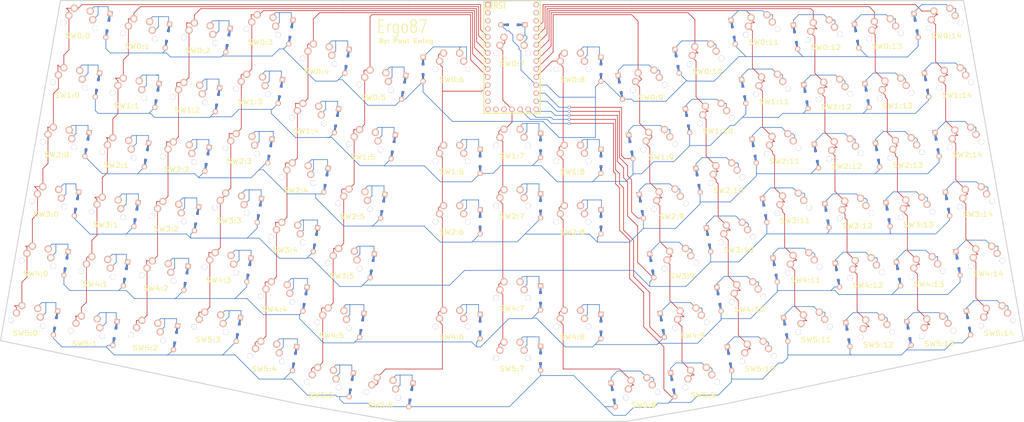
<source format=kicad_pcb>
(kicad_pcb (version 4) (host pcbnew 4.0.7)
  (title_block (date "16 oct 2014"))
  (layers (0 Front signal) (31 Back signal) (34 B.Paste user) (35 F.Paste user) (36 B.SilkS user) (37 F.SilkS user) (38 B.Mask user) (39 F.Mask user) (44 Edge.Cuts user))
  (net 0 "")
  (net 1 N-row-0)
  (net 2 N-row-1)
  (net 3 N-row-2)
  (net 4 N-row-3)
  (net 5 N-row-4)
  (net 6 N-row-5)
  (net 7 N-col-0)
  (net 8 N-col-1)
  (net 9 N-col-2)
  (net 10 N-col-3)
  (net 11 N-col-4)
  (net 12 N-col-5)
  (net 13 N-col-6)
  (net 14 N-col-7)
  (net 15 N-col-8)
  (net 16 N-col-9)
  (net 17 N-col-10)
  (net 18 N-col-11)
  (net 19 N-col-12)
  (net 20 N-col-13)
  (net 21 N-col-14)
  (net 22 N-diode-0-0)
  (net 23 N-diode-0-1)
  (net 24 N-diode-0-2)
  (net 25 N-diode-0-3)
  (net 26 N-diode-0-4)
  (net 27 N-diode-0-5)
  (net 28 N-diode-0-6)
  (net 29 N-diode-0-7)
  (net 30 N-diode-0-8)
  (net 31 N-diode-0-9)
  (net 32 N-diode-0-10)
  (net 33 N-diode-0-11)
  (net 34 N-diode-0-12)
  (net 35 N-diode-0-13)
  (net 36 N-diode-0-14)
  (net 37 N-diode-1-0)
  (net 38 N-diode-1-1)
  (net 39 N-diode-1-2)
  (net 40 N-diode-1-3)
  (net 41 N-diode-1-4)
  (net 42 N-diode-1-5)
  (net 43 N-diode-1-6)
  (net 44 N-diode-1-7)
  (net 45 N-diode-1-8)
  (net 46 N-diode-1-9)
  (net 47 N-diode-1-10)
  (net 48 N-diode-1-11)
  (net 49 N-diode-1-12)
  (net 50 N-diode-1-13)
  (net 51 N-diode-1-14)
  (net 52 N-diode-2-0)
  (net 53 N-diode-2-1)
  (net 54 N-diode-2-2)
  (net 55 N-diode-2-3)
  (net 56 N-diode-2-4)
  (net 57 N-diode-2-5)
  (net 58 N-diode-2-6)
  (net 59 N-diode-2-7)
  (net 60 N-diode-2-8)
  (net 61 N-diode-2-9)
  (net 62 N-diode-2-10)
  (net 63 N-diode-2-11)
  (net 64 N-diode-2-12)
  (net 65 N-diode-2-13)
  (net 66 N-diode-2-14)
  (net 67 N-diode-3-0)
  (net 68 N-diode-3-1)
  (net 69 N-diode-3-2)
  (net 70 N-diode-3-3)
  (net 71 N-diode-3-4)
  (net 72 N-diode-3-5)
  (net 73 N-diode-3-9)
  (net 74 N-diode-3-10)
  (net 75 N-diode-3-11)
  (net 76 N-diode-3-12)
  (net 77 N-diode-3-13)
  (net 78 N-diode-3-14)
  (net 79 N-diode-4-0)
  (net 80 N-diode-4-1)
  (net 81 N-diode-4-2)
  (net 82 N-diode-4-3)
  (net 83 N-diode-4-4)
  (net 84 N-diode-4-5)
  (net 85 N-diode-4-6)
  (net 86 N-diode-4-7)
  (net 87 N-diode-4-8)
  (net 88 N-diode-4-9)
  (net 89 N-diode-4-10)
  (net 90 N-diode-4-11)
  (net 91 N-diode-4-12)
  (net 92 N-diode-4-13)
  (net 93 N-diode-4-14)
  (net 94 N-diode-5-0)
  (net 95 N-diode-5-1)
  (net 96 N-diode-5-2)
  (net 97 N-diode-5-3)
  (net 98 N-diode-5-4)
  (net 99 N-diode-5-5)
  (net 100 N-diode-5-6)
  (net 101 N-diode-5-7)
  (net 102 N-diode-5-8)
  (net 103 N-diode-5-9)
  (net 104 N-diode-5-10)
  (net 105 N-diode-5-11)
  (net 106 N-diode-5-12)
  (net 107 N-diode-5-13)
  (net 108 N-diode-5-14)
  (module ItsyBitsy (layer Front) (at 175 35.56 270)
    (fp_text reference U1 (at 0 1.625 360) (layer F.SilkS) (effects (font (size 1.27 1.524) (thickness 0.2032))))
    (fp_text value ItsyBitsy hide)
    (pad 1 thru_hole rect (at -16.51 7.62) (size 1.7526 1.7526) (drill 1.0922) (layers *.Cu *.SilkS *.Mask))
    (pad 2 thru_hole circle (at -13.97 7.62) (size 1.7526 1.7526) (drill 1.0922) (layers *.Cu *.SilkS *.Mask))
    (pad 3 thru_hole circle (at -11.43 7.62) (size 1.7526 1.7526) (drill 1.0922) (layers *.Cu *.SilkS *.Mask))
    (pad 4 thru_hole circle (at -8.89 7.62) (size 1.7526 1.7526) (drill 1.0922) (layers *.Cu *.SilkS *.Mask))
    (pad 5 thru_hole circle (at -6.35 7.62) (size 1.7526 1.7526) (drill 1.0922) (layers *.Cu *.SilkS *.Mask) (net 7 N-col-0))
    (pad 6 thru_hole circle (at -3.81 7.62) (size 1.7526 1.7526) (drill 1.0922) (layers *.Cu *.SilkS *.Mask) (net 8 N-col-1))
    (pad 7 thru_hole circle (at -1.27 7.62) (size 1.7526 1.7526) (drill 1.0922) (layers *.Cu *.SilkS *.Mask) (net 9 N-col-2))
    (pad 8 thru_hole circle (at 1.27 7.62) (size 1.7526 1.7526) (drill 1.0922) (layers *.Cu *.SilkS *.Mask) (net 10 N-col-3))
    (pad 9 thru_hole circle (at 3.81 7.62) (size 1.7526 1.7526) (drill 1.0922) (layers *.Cu *.SilkS *.Mask) (net 11 N-col-4))
    (pad 10 thru_hole circle (at 6.35 7.62) (size 1.7526 1.7526) (drill 1.0922) (layers *.Cu *.SilkS *.Mask) (net 12 N-col-5))
    (pad 11 thru_hole circle (at 8.89 7.62) (size 1.7526 1.7526) (drill 1.0922) (layers *.Cu *.SilkS *.Mask) (net 13 N-col-6))
    (pad 12 thru_hole circle (at 11.43 7.62) (size 1.7526 1.7526) (drill 1.0922) (layers *.Cu *.SilkS *.Mask))
    (pad 13 thru_hole circle (at 13.97 7.62) (size 1.7526 1.7526) (drill 1.0922) (layers *.Cu *.SilkS *.Mask))
    (pad 14 thru_hole circle (at 16.51 7.62) (size 1.7526 1.7526) (drill 1.0922) (layers *.Cu *.SilkS *.Mask))
    (pad 15 thru_hole circle (at 16.51 5.08 270) (size 1.7526 1.7526) (drill 1.0922) (layers *.Cu *.SilkS *.Mask))
    (pad 16 thru_hole circle (at 16.51 2.54 270) (size 1.7526 1.7526) (drill 1.0922) (layers *.Cu *.SilkS *.Mask))
    (pad 17 thru_hole circle (at 16.51 0 270) (size 1.7526 1.7526) (drill 1.0922) (layers *.Cu *.SilkS *.Mask) (net 14 N-col-7))
    (pad 18 thru_hole circle (at 16.51 -2.54 270) (size 1.7526 1.7526) (drill 1.0922) (layers *.Cu *.SilkS *.Mask) (net 6 N-row-5))
    (pad 19 thru_hole circle (at 16.51 -5.08 270) (size 1.7526 1.7526) (drill 1.0922) (layers *.Cu *.SilkS *.Mask) (net 5 N-row-4))
    (pad 20 thru_hole circle (at 16.51 -7.62) (size 1.7526 1.7526) (drill 1.0922) (layers *.Cu *.SilkS *.Mask) (net 4 N-row-3))
    (pad 21 thru_hole circle (at 13.97 -7.62) (size 1.7526 1.7526) (drill 1.0922) (layers *.Cu *.SilkS *.Mask) (net 3 N-row-2))
    (pad 22 thru_hole circle (at 11.43 -7.62) (size 1.7526 1.7526) (drill 1.0922) (layers *.Cu *.SilkS *.Mask) (net 2 N-row-1))
    (pad 23 thru_hole circle (at 8.89 -7.62) (size 1.7526 1.7526) (drill 1.0922) (layers *.Cu *.SilkS *.Mask) (net 1 N-row-0))
    (pad 24 thru_hole circle (at 6.35 -7.62) (size 1.7526 1.7526) (drill 1.0922) (layers *.Cu *.SilkS *.Mask) (net 15 N-col-8))
    (pad 25 thru_hole circle (at 3.81 -7.62) (size 1.7526 1.7526) (drill 1.0922) (layers *.Cu *.SilkS *.Mask) (net 16 N-col-9))
    (pad 26 thru_hole circle (at 1.27 -7.62) (size 1.7526 1.7526) (drill 1.0922) (layers *.Cu *.SilkS *.Mask) (net 17 N-col-10))
    (pad 27 thru_hole circle (at -1.27 -7.62) (size 1.7526 1.7526) (drill 1.0922) (layers *.Cu *.SilkS *.Mask) (net 18 N-col-11))
    (pad 28 thru_hole circle (at -3.81 -7.62) (size 1.7526 1.7526) (drill 1.0922) (layers *.Cu *.SilkS *.Mask) (net 19 N-col-12))
    (pad 29 thru_hole circle (at -6.35 -7.62) (size 1.7526 1.7526) (drill 1.0922) (layers *.Cu *.SilkS *.Mask) (net 20 N-col-13))
    (pad 30 thru_hole circle (at -8.89 -7.62) (size 1.7526 1.7526) (drill 1.0922) (layers *.Cu *.SilkS *.Mask) (net 21 N-col-14))
    (pad 31 thru_hole circle (at -11.43 -7.62) (size 1.7526 1.7526) (drill 1.0922) (layers *.Cu *.SilkS *.Mask))
    (pad 32 thru_hole circle (at -13.97 -7.62) (size 1.7526 1.7526) (drill 1.0922) (layers *.Cu *.SilkS *.Mask))
    (pad 33 thru_hole circle (at -16.51 -7.62) (size 1.7526 1.7526) (drill 1.0922) (layers *.Cu *.SilkS *.Mask))
  )
  (module MX_FLIP (layer Front) (at 38.55411 25.63656 350)
    (fp_text reference SW0:0 (at 0 3.302 360) (layer F.SilkS) (effects (font (size 1.524 1.778) (thickness 0.254))))
    (fp_text value "" (at 0 0 350) (layer F.SilkS))
    (pad 0 np_thru_hole circle (at 0 0) (size 3.9878 3.9878) (drill 3.9878) (layers *.Cu))
    (pad 0 thru_hole circle (at -5.08 0) (size 1.7018 1.7018) (drill 1.7018) (layers *.Cu))
    (pad 0 thru_hole circle (at 5.08 0) (size 1.7018 1.7018) (drill 1.7018) (layers *.Cu))
    (pad 1 thru_hole circle (at 2.54 -5.08) (size 2.286 2.286) (drill 1.4986) (layers *.Cu *.SilkS *.Mask) (net 22 N-diode-0-0))
    (pad 1 thru_hole circle (at 3.81 -2.54) (size 2.286 2.286) (drill 1.4986) (layers *.Cu *.SilkS *.Mask) (net 22 N-diode-0-0))
    (pad 2 thru_hole circle (at -2.54 -5.08) (size 2.286 2.286) (drill 1.4986) (layers *.Cu *.SilkS *.Mask) (net 7 N-col-0))
    (pad 2 thru_hole circle (at -3.81 -2.54) (size 2.286 2.286) (drill 1.4986) (layers *.Cu *.SilkS *.Mask) (net 7 N-col-0))
  )
  (module DIODE (layer Front) (at 47.55411 25.63656 80)
    (fp_text reference D0:0 hide)
    (fp_text value "" (at 0 0 80) (layer F.SilkS))
    (fp_line (start -3.81 0) (end -1.6637 0) (layer Back) (width 0.6096))
    (fp_line (start 1.6637 0) (end 3.81 0) (layer Back) (width 0.6096))
    (fp_line (start -3.81 0) (end -1.6637 0) (layer Front) (width 0.6096))
    (fp_line (start 1.6637 0) (end 3.81 0) (layer Front) (width 0.6096))
    (pad 1 thru_hole circle (at -3.81 0 180) (size 1.651 1.651) (drill 0.9906) (layers *.Cu *.SilkS *.Mask) (net 1 N-row-0))
    (pad 2 thru_hole rect (at 3.81 0 350) (size 1.651 1.651) (drill 0.9906) (layers *.Cu *.SilkS *.Mask) (net 22 N-diode-0-0))
    (pad 99 smd rect (at -1.6637 0 350) (size 0.8382 0.8382) (layers Front F.Paste F.Mask))
    (pad 99 smd rect (at -1.6637 0 350) (size 0.8382 0.8382) (layers Back B.Paste B.Mask))
    (pad 99 smd rect (at 1.6637 0 350) (size 0.8382 0.8382) (layers Front F.Paste F.Mask))
    (pad 99 smd rect (at 1.6637 0 350) (size 0.8382 0.8382) (layers Back B.Paste B.Mask))
  )
  (module MX_FLIP (layer Front) (at 57.3147 28.94456 350)
    (fp_text reference SW0:1 (at 0 3.302 360) (layer F.SilkS) (effects (font (size 1.524 1.778) (thickness 0.254))))
    (fp_text value "" (at 0 0 350) (layer F.SilkS))
    (pad 0 np_thru_hole circle (at 0 0) (size 3.9878 3.9878) (drill 3.9878) (layers *.Cu))
    (pad 0 thru_hole circle (at -5.08 0) (size 1.7018 1.7018) (drill 1.7018) (layers *.Cu))
    (pad 0 thru_hole circle (at 5.08 0) (size 1.7018 1.7018) (drill 1.7018) (layers *.Cu))
    (pad 1 thru_hole circle (at 2.54 -5.08) (size 2.286 2.286) (drill 1.4986) (layers *.Cu *.SilkS *.Mask) (net 23 N-diode-0-1))
    (pad 1 thru_hole circle (at 3.81 -2.54) (size 2.286 2.286) (drill 1.4986) (layers *.Cu *.SilkS *.Mask) (net 23 N-diode-0-1))
    (pad 2 thru_hole circle (at -2.54 -5.08) (size 2.286 2.286) (drill 1.4986) (layers *.Cu *.SilkS *.Mask) (net 8 N-col-1))
    (pad 2 thru_hole circle (at -3.81 -2.54) (size 2.286 2.286) (drill 1.4986) (layers *.Cu *.SilkS *.Mask) (net 8 N-col-1))
  )
  (module DIODE (layer Front) (at 66.3147 28.94456 80)
    (fp_text reference D0:1 hide)
    (fp_text value "" (at 0 0 80) (layer F.SilkS))
    (fp_line (start -3.81 0) (end -1.6637 0) (layer Back) (width 0.6096))
    (fp_line (start 1.6637 0) (end 3.81 0) (layer Back) (width 0.6096))
    (fp_line (start -3.81 0) (end -1.6637 0) (layer Front) (width 0.6096))
    (fp_line (start 1.6637 0) (end 3.81 0) (layer Front) (width 0.6096))
    (pad 1 thru_hole circle (at -3.81 0 180) (size 1.651 1.651) (drill 0.9906) (layers *.Cu *.SilkS *.Mask) (net 1 N-row-0))
    (pad 2 thru_hole rect (at 3.81 0 350) (size 1.651 1.651) (drill 0.9906) (layers *.Cu *.SilkS *.Mask) (net 23 N-diode-0-1))
    (pad 99 smd rect (at -1.6637 0 350) (size 0.8382 0.8382) (layers Front F.Paste F.Mask))
    (pad 99 smd rect (at -1.6637 0 350) (size 0.8382 0.8382) (layers Back B.Paste B.Mask))
    (pad 99 smd rect (at 1.6637 0 350) (size 0.8382 0.8382) (layers Front F.Paste F.Mask))
    (pad 99 smd rect (at 1.6637 0 350) (size 0.8382 0.8382) (layers Back B.Paste B.Mask))
  )
  (module MX_FLIP (layer Front) (at 76.42258 30.28294 350)
    (fp_text reference SW0:2 (at 0 3.302 360) (layer F.SilkS) (effects (font (size 1.524 1.778) (thickness 0.254))))
    (fp_text value "" (at 0 0 350) (layer F.SilkS))
    (pad 0 np_thru_hole circle (at 0 0) (size 3.9878 3.9878) (drill 3.9878) (layers *.Cu))
    (pad 0 thru_hole circle (at -5.08 0) (size 1.7018 1.7018) (drill 1.7018) (layers *.Cu))
    (pad 0 thru_hole circle (at 5.08 0) (size 1.7018 1.7018) (drill 1.7018) (layers *.Cu))
    (pad 1 thru_hole circle (at 2.54 -5.08) (size 2.286 2.286) (drill 1.4986) (layers *.Cu *.SilkS *.Mask) (net 24 N-diode-0-2))
    (pad 1 thru_hole circle (at 3.81 -2.54) (size 2.286 2.286) (drill 1.4986) (layers *.Cu *.SilkS *.Mask) (net 24 N-diode-0-2))
    (pad 2 thru_hole circle (at -2.54 -5.08) (size 2.286 2.286) (drill 1.4986) (layers *.Cu *.SilkS *.Mask) (net 9 N-col-2))
    (pad 2 thru_hole circle (at -3.81 -2.54) (size 2.286 2.286) (drill 1.4986) (layers *.Cu *.SilkS *.Mask) (net 9 N-col-2))
  )
  (module DIODE (layer Front) (at 85.42258 30.28294 80)
    (fp_text reference D0:2 hide)
    (fp_text value "" (at 0 0 80) (layer F.SilkS))
    (fp_line (start -3.81 0) (end -1.6637 0) (layer Back) (width 0.6096))
    (fp_line (start 1.6637 0) (end 3.81 0) (layer Back) (width 0.6096))
    (fp_line (start -3.81 0) (end -1.6637 0) (layer Front) (width 0.6096))
    (fp_line (start 1.6637 0) (end 3.81 0) (layer Front) (width 0.6096))
    (pad 1 thru_hole circle (at -3.81 0 180) (size 1.651 1.651) (drill 0.9906) (layers *.Cu *.SilkS *.Mask) (net 1 N-row-0))
    (pad 2 thru_hole rect (at 3.81 0 350) (size 1.651 1.651) (drill 0.9906) (layers *.Cu *.SilkS *.Mask) (net 24 N-diode-0-2))
    (pad 99 smd rect (at -1.6637 0 350) (size 0.8382 0.8382) (layers Front F.Paste F.Mask))
    (pad 99 smd rect (at -1.6637 0 350) (size 0.8382 0.8382) (layers Back B.Paste B.Mask))
    (pad 99 smd rect (at 1.6637 0 350) (size 0.8382 0.8382) (layers Front F.Paste F.Mask))
    (pad 99 smd rect (at 1.6637 0 350) (size 0.8382 0.8382) (layers Back B.Paste B.Mask))
  )
  (module MX_FLIP (layer Front) (at 96.22506 27.68209 350)
    (fp_text reference SW0:3 (at 0 3.302 360) (layer F.SilkS) (effects (font (size 1.524 1.778) (thickness 0.254))))
    (fp_text value "" (at 0 0 350) (layer F.SilkS))
    (pad 0 np_thru_hole circle (at 0 0) (size 3.9878 3.9878) (drill 3.9878) (layers *.Cu))
    (pad 0 thru_hole circle (at -5.08 0) (size 1.7018 1.7018) (drill 1.7018) (layers *.Cu))
    (pad 0 thru_hole circle (at 5.08 0) (size 1.7018 1.7018) (drill 1.7018) (layers *.Cu))
    (pad 1 thru_hole circle (at 2.54 -5.08) (size 2.286 2.286) (drill 1.4986) (layers *.Cu *.SilkS *.Mask) (net 25 N-diode-0-3))
    (pad 1 thru_hole circle (at 3.81 -2.54) (size 2.286 2.286) (drill 1.4986) (layers *.Cu *.SilkS *.Mask) (net 25 N-diode-0-3))
    (pad 2 thru_hole circle (at -2.54 -5.08) (size 2.286 2.286) (drill 1.4986) (layers *.Cu *.SilkS *.Mask) (net 10 N-col-3))
    (pad 2 thru_hole circle (at -3.81 -2.54) (size 2.286 2.286) (drill 1.4986) (layers *.Cu *.SilkS *.Mask) (net 10 N-col-3))
  )
  (module DIODE (layer Front) (at 105.2251 27.68209 80)
    (fp_text reference D0:3 hide)
    (fp_text value "" (at 0 0 80) (layer F.SilkS))
    (fp_line (start -3.81 0) (end -1.6637 0) (layer Back) (width 0.6096))
    (fp_line (start 1.6637 0) (end 3.81 0) (layer Back) (width 0.6096))
    (fp_line (start -3.81 0) (end -1.6637 0) (layer Front) (width 0.6096))
    (fp_line (start 1.6637 0) (end 3.81 0) (layer Front) (width 0.6096))
    (pad 1 thru_hole circle (at -3.81 0 180) (size 1.651 1.651) (drill 0.9906) (layers *.Cu *.SilkS *.Mask) (net 1 N-row-0))
    (pad 2 thru_hole rect (at 3.81 0 350) (size 1.651 1.651) (drill 0.9906) (layers *.Cu *.SilkS *.Mask) (net 25 N-diode-0-3))
    (pad 99 smd rect (at -1.6637 0 350) (size 0.8382 0.8382) (layers Front F.Paste F.Mask))
    (pad 99 smd rect (at -1.6637 0 350) (size 0.8382 0.8382) (layers Back B.Paste B.Mask))
    (pad 99 smd rect (at 1.6637 0 350) (size 0.8382 0.8382) (layers Front F.Paste F.Mask))
    (pad 99 smd rect (at 1.6637 0 350) (size 0.8382 0.8382) (layers Back B.Paste B.Mask))
  )
  (module MX_FLIP (layer Front) (at 113.9438 36.89893 350)
    (fp_text reference SW0:4 (at 0 3.302 360) (layer F.SilkS) (effects (font (size 1.524 1.778) (thickness 0.254))))
    (fp_text value "" (at 0 0 350) (layer F.SilkS))
    (pad 0 np_thru_hole circle (at 0 0) (size 3.9878 3.9878) (drill 3.9878) (layers *.Cu))
    (pad 0 thru_hole circle (at -5.08 0) (size 1.7018 1.7018) (drill 1.7018) (layers *.Cu))
    (pad 0 thru_hole circle (at 5.08 0) (size 1.7018 1.7018) (drill 1.7018) (layers *.Cu))
    (pad 1 thru_hole circle (at 2.54 -5.08) (size 2.286 2.286) (drill 1.4986) (layers *.Cu *.SilkS *.Mask) (net 26 N-diode-0-4))
    (pad 1 thru_hole circle (at 3.81 -2.54) (size 2.286 2.286) (drill 1.4986) (layers *.Cu *.SilkS *.Mask) (net 26 N-diode-0-4))
    (pad 2 thru_hole circle (at -2.54 -5.08) (size 2.286 2.286) (drill 1.4986) (layers *.Cu *.SilkS *.Mask) (net 11 N-col-4))
    (pad 2 thru_hole circle (at -3.81 -2.54) (size 2.286 2.286) (drill 1.4986) (layers *.Cu *.SilkS *.Mask) (net 11 N-col-4))
  )
  (module DIODE (layer Front) (at 122.9438 36.89893 80)
    (fp_text reference D0:4 hide)
    (fp_text value "" (at 0 0 80) (layer F.SilkS))
    (fp_line (start -3.81 0) (end -1.6637 0) (layer Back) (width 0.6096))
    (fp_line (start 1.6637 0) (end 3.81 0) (layer Back) (width 0.6096))
    (fp_line (start -3.81 0) (end -1.6637 0) (layer Front) (width 0.6096))
    (fp_line (start 1.6637 0) (end 3.81 0) (layer Front) (width 0.6096))
    (pad 1 thru_hole circle (at -3.81 0 180) (size 1.651 1.651) (drill 0.9906) (layers *.Cu *.SilkS *.Mask) (net 1 N-row-0))
    (pad 2 thru_hole rect (at 3.81 0 350) (size 1.651 1.651) (drill 0.9906) (layers *.Cu *.SilkS *.Mask) (net 26 N-diode-0-4))
    (pad 99 smd rect (at -1.6637 0 350) (size 0.8382 0.8382) (layers Front F.Paste F.Mask))
    (pad 99 smd rect (at -1.6637 0 350) (size 0.8382 0.8382) (layers Back B.Paste B.Mask))
    (pad 99 smd rect (at 1.6637 0 350) (size 0.8382 0.8382) (layers Front F.Paste F.Mask))
    (pad 99 smd rect (at 1.6637 0 350) (size 0.8382 0.8382) (layers Back B.Paste B.Mask))
  )
  (module MX_FLIP (layer Front) (at 131.8361 45.13097 350)
    (fp_text reference SW0:5 (at 0 3.302 360) (layer F.SilkS) (effects (font (size 1.524 1.778) (thickness 0.254))))
    (fp_text value "" (at 0 0 350) (layer F.SilkS))
    (pad 0 np_thru_hole circle (at 0 0) (size 3.9878 3.9878) (drill 3.9878) (layers *.Cu))
    (pad 0 thru_hole circle (at -5.08 0) (size 1.7018 1.7018) (drill 1.7018) (layers *.Cu))
    (pad 0 thru_hole circle (at 5.08 0) (size 1.7018 1.7018) (drill 1.7018) (layers *.Cu))
    (pad 1 thru_hole circle (at 2.54 -5.08) (size 2.286 2.286) (drill 1.4986) (layers *.Cu *.SilkS *.Mask) (net 27 N-diode-0-5))
    (pad 1 thru_hole circle (at 3.81 -2.54) (size 2.286 2.286) (drill 1.4986) (layers *.Cu *.SilkS *.Mask) (net 27 N-diode-0-5))
    (pad 2 thru_hole circle (at -2.54 -5.08) (size 2.286 2.286) (drill 1.4986) (layers *.Cu *.SilkS *.Mask) (net 12 N-col-5))
    (pad 2 thru_hole circle (at -3.81 -2.54) (size 2.286 2.286) (drill 1.4986) (layers *.Cu *.SilkS *.Mask) (net 12 N-col-5))
  )
  (module DIODE (layer Front) (at 140.8361 45.13097 80)
    (fp_text reference D0:5 hide)
    (fp_text value "" (at 0 0 80) (layer F.SilkS))
    (fp_line (start -3.81 0) (end -1.6637 0) (layer Back) (width 0.6096))
    (fp_line (start 1.6637 0) (end 3.81 0) (layer Back) (width 0.6096))
    (fp_line (start -3.81 0) (end -1.6637 0) (layer Front) (width 0.6096))
    (fp_line (start 1.6637 0) (end 3.81 0) (layer Front) (width 0.6096))
    (pad 1 thru_hole circle (at -3.81 0 180) (size 1.651 1.651) (drill 0.9906) (layers *.Cu *.SilkS *.Mask) (net 1 N-row-0))
    (pad 2 thru_hole rect (at 3.81 0 350) (size 1.651 1.651) (drill 0.9906) (layers *.Cu *.SilkS *.Mask) (net 27 N-diode-0-5))
    (pad 99 smd rect (at -1.6637 0 350) (size 0.8382 0.8382) (layers Front F.Paste F.Mask))
    (pad 99 smd rect (at -1.6637 0 350) (size 0.8382 0.8382) (layers Back B.Paste B.Mask))
    (pad 99 smd rect (at 1.6637 0 350) (size 0.8382 0.8382) (layers Front F.Paste F.Mask))
    (pad 99 smd rect (at 1.6637 0 350) (size 0.8382 0.8382) (layers Back B.Paste B.Mask))
  )
  (module MX_FLIP (layer Front) (at 155.95 39.425)
    (fp_text reference SW0:6 (at 0 3.302) (layer F.SilkS) (effects (font (size 1.524 1.778) (thickness 0.254))))
    (fp_text value "" (at 0 0) (layer F.SilkS))
    (pad 0 np_thru_hole circle (at 0 0) (size 3.9878 3.9878) (drill 3.9878) (layers *.Cu))
    (pad 0 thru_hole circle (at -5.08 0) (size 1.7018 1.7018) (drill 1.7018) (layers *.Cu))
    (pad 0 thru_hole circle (at 5.08 0) (size 1.7018 1.7018) (drill 1.7018) (layers *.Cu))
    (pad 1 thru_hole circle (at 2.54 -5.08) (size 2.286 2.286) (drill 1.4986) (layers *.Cu *.SilkS *.Mask) (net 28 N-diode-0-6))
    (pad 1 thru_hole circle (at 3.81 -2.54) (size 2.286 2.286) (drill 1.4986) (layers *.Cu *.SilkS *.Mask) (net 28 N-diode-0-6))
    (pad 2 thru_hole circle (at -2.54 -5.08) (size 2.286 2.286) (drill 1.4986) (layers *.Cu *.SilkS *.Mask) (net 13 N-col-6))
    (pad 2 thru_hole circle (at -3.81 -2.54) (size 2.286 2.286) (drill 1.4986) (layers *.Cu *.SilkS *.Mask) (net 13 N-col-6))
  )
  (module DIODE (layer Front) (at 146.95 39.425 90)
    (fp_text reference D0:6 hide)
    (fp_text value "" (at 0 0 90) (layer F.SilkS))
    (fp_line (start -3.81 0) (end -1.6637 0) (layer Back) (width 0.6096))
    (fp_line (start 1.6637 0) (end 3.81 0) (layer Back) (width 0.6096))
    (fp_line (start -3.81 0) (end -1.6637 0) (layer Front) (width 0.6096))
    (fp_line (start 1.6637 0) (end 3.81 0) (layer Front) (width 0.6096))
    (pad 1 thru_hole circle (at -3.81 0 180) (size 1.651 1.651) (drill 0.9906) (layers *.Cu *.SilkS *.Mask) (net 1 N-row-0))
    (pad 2 thru_hole rect (at 3.81 0) (size 1.651 1.651) (drill 0.9906) (layers *.Cu *.SilkS *.Mask) (net 28 N-diode-0-6))
    (pad 99 smd rect (at -1.6637 0) (size 0.8382 0.8382) (layers Front F.Paste F.Mask))
    (pad 99 smd rect (at -1.6637 0) (size 0.8382 0.8382) (layers Back B.Paste B.Mask))
    (pad 99 smd rect (at 1.6637 0) (size 0.8382 0.8382) (layers Front F.Paste F.Mask))
    (pad 99 smd rect (at 1.6637 0) (size 0.8382 0.8382) (layers Back B.Paste B.Mask))
  )
  (module MX_FLIP (layer Front) (at 175 34.4)
    (fp_text reference SW0:7 (at 0 3.302) (layer F.SilkS) (effects (font (size 1.524 1.778) (thickness 0.254))))
    (fp_text value "" (at 0 0) (layer F.SilkS))
    (pad 0 np_thru_hole circle (at 0 0) (size 3.9878 3.9878) (drill 3.9878) (layers *.Cu))
    (pad 0 thru_hole circle (at -5.08 0) (size 1.7018 1.7018) (drill 1.7018) (layers *.Cu))
    (pad 0 thru_hole circle (at 5.08 0) (size 1.7018 1.7018) (drill 1.7018) (layers *.Cu))
    (pad 1 thru_hole circle (at 2.54 -5.08) (size 2.286 2.286) (drill 1.4986) (layers *.Cu *.SilkS *.Mask) (net 29 N-diode-0-7))
    (pad 1 thru_hole circle (at 3.81 -2.54) (size 2.286 2.286) (drill 1.4986) (layers *.Cu *.SilkS *.Mask) (net 29 N-diode-0-7))
    (pad 2 thru_hole circle (at -2.54 -5.08) (size 2.286 2.286) (drill 1.4986) (layers *.Cu *.SilkS *.Mask) (net 14 N-col-7))
    (pad 2 thru_hole circle (at -3.81 -2.54) (size 2.286 2.286) (drill 1.4986) (layers *.Cu *.SilkS *.Mask) (net 14 N-col-7))
  )
  (module DIODE (layer Front) (at 175.26 25.4)
    (fp_text reference D0:7 hide)
    (fp_text value "" (at 0 0) (layer F.SilkS))
    (fp_line (start -3.81 0) (end -1.6637 0) (layer Back) (width 0.6096))
    (fp_line (start 1.6637 0) (end 3.81 0) (layer Back) (width 0.6096))
    (fp_line (start -3.81 0) (end -1.6637 0) (layer Front) (width 0.6096))
    (fp_line (start 1.6637 0) (end 3.81 0) (layer Front) (width 0.6096))
    (pad 1 thru_hole circle (at -3.81 0 180) (size 1.651 1.651) (drill 0.9906) (layers *.Cu *.SilkS *.Mask) (net 1 N-row-0))
    (pad 2 thru_hole rect (at 3.81 0) (size 1.651 1.651) (drill 0.9906) (layers *.Cu *.SilkS *.Mask) (net 29 N-diode-0-7))
    (pad 99 smd rect (at -1.6637 0) (size 0.8382 0.8382) (layers Front F.Paste F.Mask))
    (pad 99 smd rect (at -1.6637 0) (size 0.8382 0.8382) (layers Back B.Paste B.Mask))
    (pad 99 smd rect (at 1.6637 0) (size 0.8382 0.8382) (layers Front F.Paste F.Mask))
    (pad 99 smd rect (at 1.6637 0) (size 0.8382 0.8382) (layers Back B.Paste B.Mask))
  )
  (module MX_FLIP (layer Front) (at 194.05 39.425)
    (fp_text reference SW0:8 (at 0 3.302) (layer F.SilkS) (effects (font (size 1.524 1.778) (thickness 0.254))))
    (fp_text value "" (at 0 0) (layer F.SilkS))
    (pad 0 np_thru_hole circle (at 0 0) (size 3.9878 3.9878) (drill 3.9878) (layers *.Cu))
    (pad 0 thru_hole circle (at -5.08 0) (size 1.7018 1.7018) (drill 1.7018) (layers *.Cu))
    (pad 0 thru_hole circle (at 5.08 0) (size 1.7018 1.7018) (drill 1.7018) (layers *.Cu))
    (pad 1 thru_hole circle (at 2.54 -5.08) (size 2.286 2.286) (drill 1.4986) (layers *.Cu *.SilkS *.Mask) (net 30 N-diode-0-8))
    (pad 1 thru_hole circle (at 3.81 -2.54) (size 2.286 2.286) (drill 1.4986) (layers *.Cu *.SilkS *.Mask) (net 30 N-diode-0-8))
    (pad 2 thru_hole circle (at -2.54 -5.08) (size 2.286 2.286) (drill 1.4986) (layers *.Cu *.SilkS *.Mask) (net 15 N-col-8))
    (pad 2 thru_hole circle (at -3.81 -2.54) (size 2.286 2.286) (drill 1.4986) (layers *.Cu *.SilkS *.Mask) (net 15 N-col-8))
  )
  (module DIODE (layer Front) (at 203.05 39.425 90)
    (fp_text reference D0:8 hide)
    (fp_text value "" (at 0 0 90) (layer F.SilkS))
    (fp_line (start -3.81 0) (end -1.6637 0) (layer Back) (width 0.6096))
    (fp_line (start 1.6637 0) (end 3.81 0) (layer Back) (width 0.6096))
    (fp_line (start -3.81 0) (end -1.6637 0) (layer Front) (width 0.6096))
    (fp_line (start 1.6637 0) (end 3.81 0) (layer Front) (width 0.6096))
    (pad 1 thru_hole circle (at -3.81 0 180) (size 1.651 1.651) (drill 0.9906) (layers *.Cu *.SilkS *.Mask) (net 1 N-row-0))
    (pad 2 thru_hole rect (at 3.81 0) (size 1.651 1.651) (drill 0.9906) (layers *.Cu *.SilkS *.Mask) (net 30 N-diode-0-8))
    (pad 99 smd rect (at -1.6637 0) (size 0.8382 0.8382) (layers Front F.Paste F.Mask))
    (pad 99 smd rect (at -1.6637 0) (size 0.8382 0.8382) (layers Back B.Paste B.Mask))
    (pad 99 smd rect (at 1.6637 0) (size 0.8382 0.8382) (layers Front F.Paste F.Mask))
    (pad 99 smd rect (at 1.6637 0) (size 0.8382 0.8382) (layers Back B.Paste B.Mask))
  )
  (module MX_FLIP (layer Front) (at 218.1639 45.13097 10)
    (fp_text reference SW0:9 (at 0 3.302 360) (layer F.SilkS) (effects (font (size 1.524 1.778) (thickness 0.254))))
    (fp_text value "" (at 0 0 10) (layer F.SilkS))
    (pad 0 np_thru_hole circle (at 0 0) (size 3.9878 3.9878) (drill 3.9878) (layers *.Cu))
    (pad 0 thru_hole circle (at -5.08 0) (size 1.7018 1.7018) (drill 1.7018) (layers *.Cu))
    (pad 0 thru_hole circle (at 5.08 0) (size 1.7018 1.7018) (drill 1.7018) (layers *.Cu))
    (pad 1 thru_hole circle (at 2.54 -5.08) (size 2.286 2.286) (drill 1.4986) (layers *.Cu *.SilkS *.Mask) (net 31 N-diode-0-9))
    (pad 1 thru_hole circle (at 3.81 -2.54) (size 2.286 2.286) (drill 1.4986) (layers *.Cu *.SilkS *.Mask) (net 31 N-diode-0-9))
    (pad 2 thru_hole circle (at -2.54 -5.08) (size 2.286 2.286) (drill 1.4986) (layers *.Cu *.SilkS *.Mask) (net 16 N-col-9))
    (pad 2 thru_hole circle (at -3.81 -2.54) (size 2.286 2.286) (drill 1.4986) (layers *.Cu *.SilkS *.Mask) (net 16 N-col-9))
  )
  (module DIODE (layer Front) (at 209.1639 45.13097 100)
    (fp_text reference D0:9 hide)
    (fp_text value "" (at 0 0 100) (layer F.SilkS))
    (fp_line (start -3.81 0) (end -1.6637 0) (layer Back) (width 0.6096))
    (fp_line (start 1.6637 0) (end 3.81 0) (layer Back) (width 0.6096))
    (fp_line (start -3.81 0) (end -1.6637 0) (layer Front) (width 0.6096))
    (fp_line (start 1.6637 0) (end 3.81 0) (layer Front) (width 0.6096))
    (pad 1 thru_hole circle (at -3.81 0 180) (size 1.651 1.651) (drill 0.9906) (layers *.Cu *.SilkS *.Mask) (net 1 N-row-0))
    (pad 2 thru_hole rect (at 3.81 0 10) (size 1.651 1.651) (drill 0.9906) (layers *.Cu *.SilkS *.Mask) (net 31 N-diode-0-9))
    (pad 99 smd rect (at -1.6637 0 10) (size 0.8382 0.8382) (layers Front F.Paste F.Mask))
    (pad 99 smd rect (at -1.6637 0 10) (size 0.8382 0.8382) (layers Back B.Paste B.Mask))
    (pad 99 smd rect (at 1.6637 0 10) (size 0.8382 0.8382) (layers Front F.Paste F.Mask))
    (pad 99 smd rect (at 1.6637 0 10) (size 0.8382 0.8382) (layers Back B.Paste B.Mask))
  )
  (module MX_FLIP (layer Front) (at 236.0562 36.89893 10)
    (fp_text reference SW0:10 (at 0 3.302 360) (layer F.SilkS) (effects (font (size 1.524 1.778) (thickness 0.254))))
    (fp_text value "" (at 0 0 10) (layer F.SilkS))
    (pad 0 np_thru_hole circle (at 0 0) (size 3.9878 3.9878) (drill 3.9878) (layers *.Cu))
    (pad 0 thru_hole circle (at -5.08 0) (size 1.7018 1.7018) (drill 1.7018) (layers *.Cu))
    (pad 0 thru_hole circle (at 5.08 0) (size 1.7018 1.7018) (drill 1.7018) (layers *.Cu))
    (pad 1 thru_hole circle (at 2.54 -5.08) (size 2.286 2.286) (drill 1.4986) (layers *.Cu *.SilkS *.Mask) (net 32 N-diode-0-10))
    (pad 1 thru_hole circle (at 3.81 -2.54) (size 2.286 2.286) (drill 1.4986) (layers *.Cu *.SilkS *.Mask) (net 32 N-diode-0-10))
    (pad 2 thru_hole circle (at -2.54 -5.08) (size 2.286 2.286) (drill 1.4986) (layers *.Cu *.SilkS *.Mask) (net 17 N-col-10))
    (pad 2 thru_hole circle (at -3.81 -2.54) (size 2.286 2.286) (drill 1.4986) (layers *.Cu *.SilkS *.Mask) (net 17 N-col-10))
  )
  (module DIODE (layer Front) (at 227.0562 36.89893 100)
    (fp_text reference D0:10 hide)
    (fp_text value "" (at 0 0 100) (layer F.SilkS))
    (fp_line (start -3.81 0) (end -1.6637 0) (layer Back) (width 0.6096))
    (fp_line (start 1.6637 0) (end 3.81 0) (layer Back) (width 0.6096))
    (fp_line (start -3.81 0) (end -1.6637 0) (layer Front) (width 0.6096))
    (fp_line (start 1.6637 0) (end 3.81 0) (layer Front) (width 0.6096))
    (pad 1 thru_hole circle (at -3.81 0 180) (size 1.651 1.651) (drill 0.9906) (layers *.Cu *.SilkS *.Mask) (net 1 N-row-0))
    (pad 2 thru_hole rect (at 3.81 0 10) (size 1.651 1.651) (drill 0.9906) (layers *.Cu *.SilkS *.Mask) (net 32 N-diode-0-10))
    (pad 99 smd rect (at -1.6637 0 10) (size 0.8382 0.8382) (layers Front F.Paste F.Mask))
    (pad 99 smd rect (at -1.6637 0 10) (size 0.8382 0.8382) (layers Back B.Paste B.Mask))
    (pad 99 smd rect (at 1.6637 0 10) (size 0.8382 0.8382) (layers Front F.Paste F.Mask))
    (pad 99 smd rect (at 1.6637 0 10) (size 0.8382 0.8382) (layers Back B.Paste B.Mask))
  )
  (module MX_FLIP (layer Front) (at 253.7749 27.68209 10)
    (fp_text reference SW0:11 (at 0 3.302 360) (layer F.SilkS) (effects (font (size 1.524 1.778) (thickness 0.254))))
    (fp_text value "" (at 0 0 10) (layer F.SilkS))
    (pad 0 np_thru_hole circle (at 0 0) (size 3.9878 3.9878) (drill 3.9878) (layers *.Cu))
    (pad 0 thru_hole circle (at -5.08 0) (size 1.7018 1.7018) (drill 1.7018) (layers *.Cu))
    (pad 0 thru_hole circle (at 5.08 0) (size 1.7018 1.7018) (drill 1.7018) (layers *.Cu))
    (pad 1 thru_hole circle (at 2.54 -5.08) (size 2.286 2.286) (drill 1.4986) (layers *.Cu *.SilkS *.Mask) (net 33 N-diode-0-11))
    (pad 1 thru_hole circle (at 3.81 -2.54) (size 2.286 2.286) (drill 1.4986) (layers *.Cu *.SilkS *.Mask) (net 33 N-diode-0-11))
    (pad 2 thru_hole circle (at -2.54 -5.08) (size 2.286 2.286) (drill 1.4986) (layers *.Cu *.SilkS *.Mask) (net 18 N-col-11))
    (pad 2 thru_hole circle (at -3.81 -2.54) (size 2.286 2.286) (drill 1.4986) (layers *.Cu *.SilkS *.Mask) (net 18 N-col-11))
  )
  (module DIODE (layer Front) (at 244.7749 27.68209 100)
    (fp_text reference D0:11 hide)
    (fp_text value "" (at 0 0 100) (layer F.SilkS))
    (fp_line (start -3.81 0) (end -1.6637 0) (layer Back) (width 0.6096))
    (fp_line (start 1.6637 0) (end 3.81 0) (layer Back) (width 0.6096))
    (fp_line (start -3.81 0) (end -1.6637 0) (layer Front) (width 0.6096))
    (fp_line (start 1.6637 0) (end 3.81 0) (layer Front) (width 0.6096))
    (pad 1 thru_hole circle (at -3.81 0 180) (size 1.651 1.651) (drill 0.9906) (layers *.Cu *.SilkS *.Mask) (net 1 N-row-0))
    (pad 2 thru_hole rect (at 3.81 0 10) (size 1.651 1.651) (drill 0.9906) (layers *.Cu *.SilkS *.Mask) (net 33 N-diode-0-11))
    (pad 99 smd rect (at -1.6637 0 10) (size 0.8382 0.8382) (layers Front F.Paste F.Mask))
    (pad 99 smd rect (at -1.6637 0 10) (size 0.8382 0.8382) (layers Back B.Paste B.Mask))
    (pad 99 smd rect (at 1.6637 0 10) (size 0.8382 0.8382) (layers Front F.Paste F.Mask))
    (pad 99 smd rect (at 1.6637 0 10) (size 0.8382 0.8382) (layers Back B.Paste B.Mask))
  )
  (module MX_FLIP (layer Front) (at 273.4038 29.29813 10)
    (fp_text reference SW0:12 (at 0 3.302 360) (layer F.SilkS) (effects (font (size 1.524 1.778) (thickness 0.254))))
    (fp_text value "" (at 0 0 10) (layer F.SilkS))
    (pad 0 np_thru_hole circle (at 0 0) (size 3.9878 3.9878) (drill 3.9878) (layers *.Cu))
    (pad 0 thru_hole circle (at -5.08 0) (size 1.7018 1.7018) (drill 1.7018) (layers *.Cu))
    (pad 0 thru_hole circle (at 5.08 0) (size 1.7018 1.7018) (drill 1.7018) (layers *.Cu))
    (pad 1 thru_hole circle (at 2.54 -5.08) (size 2.286 2.286) (drill 1.4986) (layers *.Cu *.SilkS *.Mask) (net 34 N-diode-0-12))
    (pad 1 thru_hole circle (at 3.81 -2.54) (size 2.286 2.286) (drill 1.4986) (layers *.Cu *.SilkS *.Mask) (net 34 N-diode-0-12))
    (pad 2 thru_hole circle (at -2.54 -5.08) (size 2.286 2.286) (drill 1.4986) (layers *.Cu *.SilkS *.Mask) (net 19 N-col-12))
    (pad 2 thru_hole circle (at -3.81 -2.54) (size 2.286 2.286) (drill 1.4986) (layers *.Cu *.SilkS *.Mask) (net 19 N-col-12))
  )
  (module DIODE (layer Front) (at 264.4038 29.29813 100)
    (fp_text reference D0:12 hide)
    (fp_text value "" (at 0 0 100) (layer F.SilkS))
    (fp_line (start -3.81 0) (end -1.6637 0) (layer Back) (width 0.6096))
    (fp_line (start 1.6637 0) (end 3.81 0) (layer Back) (width 0.6096))
    (fp_line (start -3.81 0) (end -1.6637 0) (layer Front) (width 0.6096))
    (fp_line (start 1.6637 0) (end 3.81 0) (layer Front) (width 0.6096))
    (pad 1 thru_hole circle (at -3.81 0 180) (size 1.651 1.651) (drill 0.9906) (layers *.Cu *.SilkS *.Mask) (net 1 N-row-0))
    (pad 2 thru_hole rect (at 3.81 0 10) (size 1.651 1.651) (drill 0.9906) (layers *.Cu *.SilkS *.Mask) (net 34 N-diode-0-12))
    (pad 99 smd rect (at -1.6637 0 10) (size 0.8382 0.8382) (layers Front F.Paste F.Mask))
    (pad 99 smd rect (at -1.6637 0 10) (size 0.8382 0.8382) (layers Back B.Paste B.Mask))
    (pad 99 smd rect (at 1.6637 0 10) (size 0.8382 0.8382) (layers Front F.Paste F.Mask))
    (pad 99 smd rect (at 1.6637 0 10) (size 0.8382 0.8382) (layers Back B.Paste B.Mask))
  )
  (module MX_FLIP (layer Front) (at 292.6853 28.94455 10)
    (fp_text reference SW0:13 (at 0 3.302 360) (layer F.SilkS) (effects (font (size 1.524 1.778) (thickness 0.254))))
    (fp_text value "" (at 0 0 10) (layer F.SilkS))
    (pad 0 np_thru_hole circle (at 0 0) (size 3.9878 3.9878) (drill 3.9878) (layers *.Cu))
    (pad 0 thru_hole circle (at -5.08 0) (size 1.7018 1.7018) (drill 1.7018) (layers *.Cu))
    (pad 0 thru_hole circle (at 5.08 0) (size 1.7018 1.7018) (drill 1.7018) (layers *.Cu))
    (pad 1 thru_hole circle (at 2.54 -5.08) (size 2.286 2.286) (drill 1.4986) (layers *.Cu *.SilkS *.Mask) (net 35 N-diode-0-13))
    (pad 1 thru_hole circle (at 3.81 -2.54) (size 2.286 2.286) (drill 1.4986) (layers *.Cu *.SilkS *.Mask) (net 35 N-diode-0-13))
    (pad 2 thru_hole circle (at -2.54 -5.08) (size 2.286 2.286) (drill 1.4986) (layers *.Cu *.SilkS *.Mask) (net 20 N-col-13))
    (pad 2 thru_hole circle (at -3.81 -2.54) (size 2.286 2.286) (drill 1.4986) (layers *.Cu *.SilkS *.Mask) (net 20 N-col-13))
  )
  (module DIODE (layer Front) (at 283.6853 28.94455 100)
    (fp_text reference D0:13 hide)
    (fp_text value "" (at 0 0 100) (layer F.SilkS))
    (fp_line (start -3.81 0) (end -1.6637 0) (layer Back) (width 0.6096))
    (fp_line (start 1.6637 0) (end 3.81 0) (layer Back) (width 0.6096))
    (fp_line (start -3.81 0) (end -1.6637 0) (layer Front) (width 0.6096))
    (fp_line (start 1.6637 0) (end 3.81 0) (layer Front) (width 0.6096))
    (pad 1 thru_hole circle (at -3.81 0 180) (size 1.651 1.651) (drill 0.9906) (layers *.Cu *.SilkS *.Mask) (net 1 N-row-0))
    (pad 2 thru_hole rect (at 3.81 0 10) (size 1.651 1.651) (drill 0.9906) (layers *.Cu *.SilkS *.Mask) (net 35 N-diode-0-13))
    (pad 99 smd rect (at -1.6637 0 10) (size 0.8382 0.8382) (layers Front F.Paste F.Mask))
    (pad 99 smd rect (at -1.6637 0 10) (size 0.8382 0.8382) (layers Back B.Paste B.Mask))
    (pad 99 smd rect (at 1.6637 0 10) (size 0.8382 0.8382) (layers Front F.Paste F.Mask))
    (pad 99 smd rect (at 1.6637 0 10) (size 0.8382 0.8382) (layers Back B.Paste B.Mask))
  )
  (module MX_FLIP (layer Front) (at 311.4459 25.63655 10)
    (fp_text reference SW0:14 (at 0 3.302 360) (layer F.SilkS) (effects (font (size 1.524 1.778) (thickness 0.254))))
    (fp_text value "" (at 0 0 10) (layer F.SilkS))
    (pad 0 np_thru_hole circle (at 0 0) (size 3.9878 3.9878) (drill 3.9878) (layers *.Cu))
    (pad 0 thru_hole circle (at -5.08 0) (size 1.7018 1.7018) (drill 1.7018) (layers *.Cu))
    (pad 0 thru_hole circle (at 5.08 0) (size 1.7018 1.7018) (drill 1.7018) (layers *.Cu))
    (pad 1 thru_hole circle (at 2.54 -5.08) (size 2.286 2.286) (drill 1.4986) (layers *.Cu *.SilkS *.Mask) (net 36 N-diode-0-14))
    (pad 1 thru_hole circle (at 3.81 -2.54) (size 2.286 2.286) (drill 1.4986) (layers *.Cu *.SilkS *.Mask) (net 36 N-diode-0-14))
    (pad 2 thru_hole circle (at -2.54 -5.08) (size 2.286 2.286) (drill 1.4986) (layers *.Cu *.SilkS *.Mask) (net 21 N-col-14))
    (pad 2 thru_hole circle (at -3.81 -2.54) (size 2.286 2.286) (drill 1.4986) (layers *.Cu *.SilkS *.Mask) (net 21 N-col-14))
  )
  (module DIODE (layer Front) (at 302.4459 25.63655 100)
    (fp_text reference D0:14 hide)
    (fp_text value "" (at 0 0 100) (layer F.SilkS))
    (fp_line (start -3.81 0) (end -1.6637 0) (layer Back) (width 0.6096))
    (fp_line (start 1.6637 0) (end 3.81 0) (layer Back) (width 0.6096))
    (fp_line (start -3.81 0) (end -1.6637 0) (layer Front) (width 0.6096))
    (fp_line (start 1.6637 0) (end 3.81 0) (layer Front) (width 0.6096))
    (pad 1 thru_hole circle (at -3.81 0 180) (size 1.651 1.651) (drill 0.9906) (layers *.Cu *.SilkS *.Mask) (net 1 N-row-0))
    (pad 2 thru_hole rect (at 3.81 0 10) (size 1.651 1.651) (drill 0.9906) (layers *.Cu *.SilkS *.Mask) (net 36 N-diode-0-14))
    (pad 99 smd rect (at -1.6637 0 10) (size 0.8382 0.8382) (layers Front F.Paste F.Mask))
    (pad 99 smd rect (at -1.6637 0 10) (size 0.8382 0.8382) (layers Back B.Paste B.Mask))
    (pad 99 smd rect (at 1.6637 0 10) (size 0.8382 0.8382) (layers Front F.Paste F.Mask))
    (pad 99 smd rect (at 1.6637 0 10) (size 0.8382 0.8382) (layers Back B.Paste B.Mask))
  )
  (module MX_FLIP (layer Front) (at 35.24611 44.39714 350)
    (fp_text reference SW1:0 (at 0 3.302 360) (layer F.SilkS) (effects (font (size 1.524 1.778) (thickness 0.254))))
    (fp_text value "" (at 0 0 350) (layer F.SilkS))
    (pad 0 np_thru_hole circle (at 0 0) (size 3.9878 3.9878) (drill 3.9878) (layers *.Cu))
    (pad 0 thru_hole circle (at -5.08 0) (size 1.7018 1.7018) (drill 1.7018) (layers *.Cu))
    (pad 0 thru_hole circle (at 5.08 0) (size 1.7018 1.7018) (drill 1.7018) (layers *.Cu))
    (pad 1 thru_hole circle (at 2.54 -5.08) (size 2.286 2.286) (drill 1.4986) (layers *.Cu *.SilkS *.Mask) (net 37 N-diode-1-0))
    (pad 1 thru_hole circle (at 3.81 -2.54) (size 2.286 2.286) (drill 1.4986) (layers *.Cu *.SilkS *.Mask) (net 37 N-diode-1-0))
    (pad 2 thru_hole circle (at -2.54 -5.08) (size 2.286 2.286) (drill 1.4986) (layers *.Cu *.SilkS *.Mask) (net 7 N-col-0))
    (pad 2 thru_hole circle (at -3.81 -2.54) (size 2.286 2.286) (drill 1.4986) (layers *.Cu *.SilkS *.Mask) (net 7 N-col-0))
  )
  (module DIODE (layer Front) (at 44.24611 44.39714 80)
    (fp_text reference D1:0 hide)
    (fp_text value "" (at 0 0 80) (layer F.SilkS))
    (fp_line (start -3.81 0) (end -1.6637 0) (layer Back) (width 0.6096))
    (fp_line (start 1.6637 0) (end 3.81 0) (layer Back) (width 0.6096))
    (fp_line (start -3.81 0) (end -1.6637 0) (layer Front) (width 0.6096))
    (fp_line (start 1.6637 0) (end 3.81 0) (layer Front) (width 0.6096))
    (pad 1 thru_hole circle (at -3.81 0 180) (size 1.651 1.651) (drill 0.9906) (layers *.Cu *.SilkS *.Mask) (net 2 N-row-1))
    (pad 2 thru_hole rect (at 3.81 0 350) (size 1.651 1.651) (drill 0.9906) (layers *.Cu *.SilkS *.Mask) (net 37 N-diode-1-0))
    (pad 99 smd rect (at -1.6637 0 350) (size 0.8382 0.8382) (layers Front F.Paste F.Mask))
    (pad 99 smd rect (at -1.6637 0 350) (size 0.8382 0.8382) (layers Back B.Paste B.Mask))
    (pad 99 smd rect (at 1.6637 0 350) (size 0.8382 0.8382) (layers Front F.Paste F.Mask))
    (pad 99 smd rect (at 1.6637 0 350) (size 0.8382 0.8382) (layers Back B.Paste B.Mask))
  )
  (module MX_FLIP (layer Front) (at 54.0067 47.70514 350)
    (fp_text reference SW1:1 (at 0 3.302 360) (layer F.SilkS) (effects (font (size 1.524 1.778) (thickness 0.254))))
    (fp_text value "" (at 0 0 350) (layer F.SilkS))
    (pad 0 np_thru_hole circle (at 0 0) (size 3.9878 3.9878) (drill 3.9878) (layers *.Cu))
    (pad 0 thru_hole circle (at -5.08 0) (size 1.7018 1.7018) (drill 1.7018) (layers *.Cu))
    (pad 0 thru_hole circle (at 5.08 0) (size 1.7018 1.7018) (drill 1.7018) (layers *.Cu))
    (pad 1 thru_hole circle (at 2.54 -5.08) (size 2.286 2.286) (drill 1.4986) (layers *.Cu *.SilkS *.Mask) (net 38 N-diode-1-1))
    (pad 1 thru_hole circle (at 3.81 -2.54) (size 2.286 2.286) (drill 1.4986) (layers *.Cu *.SilkS *.Mask) (net 38 N-diode-1-1))
    (pad 2 thru_hole circle (at -2.54 -5.08) (size 2.286 2.286) (drill 1.4986) (layers *.Cu *.SilkS *.Mask) (net 8 N-col-1))
    (pad 2 thru_hole circle (at -3.81 -2.54) (size 2.286 2.286) (drill 1.4986) (layers *.Cu *.SilkS *.Mask) (net 8 N-col-1))
  )
  (module DIODE (layer Front) (at 63.0067 47.70514 80)
    (fp_text reference D1:1 hide)
    (fp_text value "" (at 0 0 80) (layer F.SilkS))
    (fp_line (start -3.81 0) (end -1.6637 0) (layer Back) (width 0.6096))
    (fp_line (start 1.6637 0) (end 3.81 0) (layer Back) (width 0.6096))
    (fp_line (start -3.81 0) (end -1.6637 0) (layer Front) (width 0.6096))
    (fp_line (start 1.6637 0) (end 3.81 0) (layer Front) (width 0.6096))
    (pad 1 thru_hole circle (at -3.81 0 180) (size 1.651 1.651) (drill 0.9906) (layers *.Cu *.SilkS *.Mask) (net 2 N-row-1))
    (pad 2 thru_hole rect (at 3.81 0 350) (size 1.651 1.651) (drill 0.9906) (layers *.Cu *.SilkS *.Mask) (net 38 N-diode-1-1))
    (pad 99 smd rect (at -1.6637 0 350) (size 0.8382 0.8382) (layers Front F.Paste F.Mask))
    (pad 99 smd rect (at -1.6637 0 350) (size 0.8382 0.8382) (layers Back B.Paste B.Mask))
    (pad 99 smd rect (at 1.6637 0 350) (size 0.8382 0.8382) (layers Front F.Paste F.Mask))
    (pad 99 smd rect (at 1.6637 0 350) (size 0.8382 0.8382) (layers Back B.Paste B.Mask))
  )
  (module MX_FLIP (layer Front) (at 73.11459 49.04353 350)
    (fp_text reference SW1:2 (at 0 3.302 360) (layer F.SilkS) (effects (font (size 1.524 1.778) (thickness 0.254))))
    (fp_text value "" (at 0 0 350) (layer F.SilkS))
    (pad 0 np_thru_hole circle (at 0 0) (size 3.9878 3.9878) (drill 3.9878) (layers *.Cu))
    (pad 0 thru_hole circle (at -5.08 0) (size 1.7018 1.7018) (drill 1.7018) (layers *.Cu))
    (pad 0 thru_hole circle (at 5.08 0) (size 1.7018 1.7018) (drill 1.7018) (layers *.Cu))
    (pad 1 thru_hole circle (at 2.54 -5.08) (size 2.286 2.286) (drill 1.4986) (layers *.Cu *.SilkS *.Mask) (net 39 N-diode-1-2))
    (pad 1 thru_hole circle (at 3.81 -2.54) (size 2.286 2.286) (drill 1.4986) (layers *.Cu *.SilkS *.Mask) (net 39 N-diode-1-2))
    (pad 2 thru_hole circle (at -2.54 -5.08) (size 2.286 2.286) (drill 1.4986) (layers *.Cu *.SilkS *.Mask) (net 9 N-col-2))
    (pad 2 thru_hole circle (at -3.81 -2.54) (size 2.286 2.286) (drill 1.4986) (layers *.Cu *.SilkS *.Mask) (net 9 N-col-2))
  )
  (module DIODE (layer Front) (at 82.11459 49.04353 80)
    (fp_text reference D1:2 hide)
    (fp_text value "" (at 0 0 80) (layer F.SilkS))
    (fp_line (start -3.81 0) (end -1.6637 0) (layer Back) (width 0.6096))
    (fp_line (start 1.6637 0) (end 3.81 0) (layer Back) (width 0.6096))
    (fp_line (start -3.81 0) (end -1.6637 0) (layer Front) (width 0.6096))
    (fp_line (start 1.6637 0) (end 3.81 0) (layer Front) (width 0.6096))
    (pad 1 thru_hole circle (at -3.81 0 180) (size 1.651 1.651) (drill 0.9906) (layers *.Cu *.SilkS *.Mask) (net 2 N-row-1))
    (pad 2 thru_hole rect (at 3.81 0 350) (size 1.651 1.651) (drill 0.9906) (layers *.Cu *.SilkS *.Mask) (net 39 N-diode-1-2))
    (pad 99 smd rect (at -1.6637 0 350) (size 0.8382 0.8382) (layers Front F.Paste F.Mask))
    (pad 99 smd rect (at -1.6637 0 350) (size 0.8382 0.8382) (layers Back B.Paste B.Mask))
    (pad 99 smd rect (at 1.6637 0 350) (size 0.8382 0.8382) (layers Front F.Paste F.Mask))
    (pad 99 smd rect (at 1.6637 0 350) (size 0.8382 0.8382) (layers Back B.Paste B.Mask))
  )
  (module MX_FLIP (layer Front) (at 92.91706 46.44268 350)
    (fp_text reference SW1:3 (at 0 3.302 360) (layer F.SilkS) (effects (font (size 1.524 1.778) (thickness 0.254))))
    (fp_text value "" (at 0 0 350) (layer F.SilkS))
    (pad 0 np_thru_hole circle (at 0 0) (size 3.9878 3.9878) (drill 3.9878) (layers *.Cu))
    (pad 0 thru_hole circle (at -5.08 0) (size 1.7018 1.7018) (drill 1.7018) (layers *.Cu))
    (pad 0 thru_hole circle (at 5.08 0) (size 1.7018 1.7018) (drill 1.7018) (layers *.Cu))
    (pad 1 thru_hole circle (at 2.54 -5.08) (size 2.286 2.286) (drill 1.4986) (layers *.Cu *.SilkS *.Mask) (net 40 N-diode-1-3))
    (pad 1 thru_hole circle (at 3.81 -2.54) (size 2.286 2.286) (drill 1.4986) (layers *.Cu *.SilkS *.Mask) (net 40 N-diode-1-3))
    (pad 2 thru_hole circle (at -2.54 -5.08) (size 2.286 2.286) (drill 1.4986) (layers *.Cu *.SilkS *.Mask) (net 10 N-col-3))
    (pad 2 thru_hole circle (at -3.81 -2.54) (size 2.286 2.286) (drill 1.4986) (layers *.Cu *.SilkS *.Mask) (net 10 N-col-3))
  )
  (module DIODE (layer Front) (at 101.9171 46.44268 80)
    (fp_text reference D1:3 hide)
    (fp_text value "" (at 0 0 80) (layer F.SilkS))
    (fp_line (start -3.81 0) (end -1.6637 0) (layer Back) (width 0.6096))
    (fp_line (start 1.6637 0) (end 3.81 0) (layer Back) (width 0.6096))
    (fp_line (start -3.81 0) (end -1.6637 0) (layer Front) (width 0.6096))
    (fp_line (start 1.6637 0) (end 3.81 0) (layer Front) (width 0.6096))
    (pad 1 thru_hole circle (at -3.81 0 180) (size 1.651 1.651) (drill 0.9906) (layers *.Cu *.SilkS *.Mask) (net 2 N-row-1))
    (pad 2 thru_hole rect (at 3.81 0 350) (size 1.651 1.651) (drill 0.9906) (layers *.Cu *.SilkS *.Mask) (net 40 N-diode-1-3))
    (pad 99 smd rect (at -1.6637 0 350) (size 0.8382 0.8382) (layers Front F.Paste F.Mask))
    (pad 99 smd rect (at -1.6637 0 350) (size 0.8382 0.8382) (layers Back B.Paste B.Mask))
    (pad 99 smd rect (at 1.6637 0 350) (size 0.8382 0.8382) (layers Front F.Paste F.Mask))
    (pad 99 smd rect (at 1.6637 0 350) (size 0.8382 0.8382) (layers Back B.Paste B.Mask))
  )
  (module MX_FLIP (layer Front) (at 110.6358 55.65952 350)
    (fp_text reference SW1:4 (at 0 3.302 360) (layer F.SilkS) (effects (font (size 1.524 1.778) (thickness 0.254))))
    (fp_text value "" (at 0 0 350) (layer F.SilkS))
    (pad 0 np_thru_hole circle (at 0 0) (size 3.9878 3.9878) (drill 3.9878) (layers *.Cu))
    (pad 0 thru_hole circle (at -5.08 0) (size 1.7018 1.7018) (drill 1.7018) (layers *.Cu))
    (pad 0 thru_hole circle (at 5.08 0) (size 1.7018 1.7018) (drill 1.7018) (layers *.Cu))
    (pad 1 thru_hole circle (at 2.54 -5.08) (size 2.286 2.286) (drill 1.4986) (layers *.Cu *.SilkS *.Mask) (net 41 N-diode-1-4))
    (pad 1 thru_hole circle (at 3.81 -2.54) (size 2.286 2.286) (drill 1.4986) (layers *.Cu *.SilkS *.Mask) (net 41 N-diode-1-4))
    (pad 2 thru_hole circle (at -2.54 -5.08) (size 2.286 2.286) (drill 1.4986) (layers *.Cu *.SilkS *.Mask) (net 11 N-col-4))
    (pad 2 thru_hole circle (at -3.81 -2.54) (size 2.286 2.286) (drill 1.4986) (layers *.Cu *.SilkS *.Mask) (net 11 N-col-4))
  )
  (module DIODE (layer Front) (at 119.6358 55.65952 80)
    (fp_text reference D1:4 hide)
    (fp_text value "" (at 0 0 80) (layer F.SilkS))
    (fp_line (start -3.81 0) (end -1.6637 0) (layer Back) (width 0.6096))
    (fp_line (start 1.6637 0) (end 3.81 0) (layer Back) (width 0.6096))
    (fp_line (start -3.81 0) (end -1.6637 0) (layer Front) (width 0.6096))
    (fp_line (start 1.6637 0) (end 3.81 0) (layer Front) (width 0.6096))
    (pad 1 thru_hole circle (at -3.81 0 180) (size 1.651 1.651) (drill 0.9906) (layers *.Cu *.SilkS *.Mask) (net 2 N-row-1))
    (pad 2 thru_hole rect (at 3.81 0 350) (size 1.651 1.651) (drill 0.9906) (layers *.Cu *.SilkS *.Mask) (net 41 N-diode-1-4))
    (pad 99 smd rect (at -1.6637 0 350) (size 0.8382 0.8382) (layers Front F.Paste F.Mask))
    (pad 99 smd rect (at -1.6637 0 350) (size 0.8382 0.8382) (layers Back B.Paste B.Mask))
    (pad 99 smd rect (at 1.6637 0 350) (size 0.8382 0.8382) (layers Front F.Paste F.Mask))
    (pad 99 smd rect (at 1.6637 0 350) (size 0.8382 0.8382) (layers Back B.Paste B.Mask))
  )
  (module MX_FLIP (layer Front) (at 128.5281 63.89156 350)
    (fp_text reference SW1:5 (at 0 3.302 360) (layer F.SilkS) (effects (font (size 1.524 1.778) (thickness 0.254))))
    (fp_text value "" (at 0 0 350) (layer F.SilkS))
    (pad 0 np_thru_hole circle (at 0 0) (size 3.9878 3.9878) (drill 3.9878) (layers *.Cu))
    (pad 0 thru_hole circle (at -5.08 0) (size 1.7018 1.7018) (drill 1.7018) (layers *.Cu))
    (pad 0 thru_hole circle (at 5.08 0) (size 1.7018 1.7018) (drill 1.7018) (layers *.Cu))
    (pad 1 thru_hole circle (at 2.54 -5.08) (size 2.286 2.286) (drill 1.4986) (layers *.Cu *.SilkS *.Mask) (net 42 N-diode-1-5))
    (pad 1 thru_hole circle (at 3.81 -2.54) (size 2.286 2.286) (drill 1.4986) (layers *.Cu *.SilkS *.Mask) (net 42 N-diode-1-5))
    (pad 2 thru_hole circle (at -2.54 -5.08) (size 2.286 2.286) (drill 1.4986) (layers *.Cu *.SilkS *.Mask) (net 12 N-col-5))
    (pad 2 thru_hole circle (at -3.81 -2.54) (size 2.286 2.286) (drill 1.4986) (layers *.Cu *.SilkS *.Mask) (net 12 N-col-5))
  )
  (module DIODE (layer Front) (at 137.5281 63.89156 80)
    (fp_text reference D1:5 hide)
    (fp_text value "" (at 0 0 80) (layer F.SilkS))
    (fp_line (start -3.81 0) (end -1.6637 0) (layer Back) (width 0.6096))
    (fp_line (start 1.6637 0) (end 3.81 0) (layer Back) (width 0.6096))
    (fp_line (start -3.81 0) (end -1.6637 0) (layer Front) (width 0.6096))
    (fp_line (start 1.6637 0) (end 3.81 0) (layer Front) (width 0.6096))
    (pad 1 thru_hole circle (at -3.81 0 180) (size 1.651 1.651) (drill 0.9906) (layers *.Cu *.SilkS *.Mask) (net 2 N-row-1))
    (pad 2 thru_hole rect (at 3.81 0 350) (size 1.651 1.651) (drill 0.9906) (layers *.Cu *.SilkS *.Mask) (net 42 N-diode-1-5))
    (pad 99 smd rect (at -1.6637 0 350) (size 0.8382 0.8382) (layers Front F.Paste F.Mask))
    (pad 99 smd rect (at -1.6637 0 350) (size 0.8382 0.8382) (layers Back B.Paste B.Mask))
    (pad 99 smd rect (at 1.6637 0 350) (size 0.8382 0.8382) (layers Front F.Paste F.Mask))
    (pad 99 smd rect (at 1.6637 0 350) (size 0.8382 0.8382) (layers Back B.Paste B.Mask))
  )
  (module MX_FLIP (layer Front) (at 155.95 68.475)
    (fp_text reference SW1:6 (at 0 3.302) (layer F.SilkS) (effects (font (size 1.524 1.778) (thickness 0.254))))
    (fp_text value "" (at 0 0) (layer F.SilkS))
    (pad 0 np_thru_hole circle (at 0 0) (size 3.9878 3.9878) (drill 3.9878) (layers *.Cu))
    (pad 0 thru_hole circle (at -5.08 0) (size 1.7018 1.7018) (drill 1.7018) (layers *.Cu))
    (pad 0 thru_hole circle (at 5.08 0) (size 1.7018 1.7018) (drill 1.7018) (layers *.Cu))
    (pad 1 thru_hole circle (at 2.54 -5.08) (size 2.286 2.286) (drill 1.4986) (layers *.Cu *.SilkS *.Mask) (net 43 N-diode-1-6))
    (pad 1 thru_hole circle (at 3.81 -2.54) (size 2.286 2.286) (drill 1.4986) (layers *.Cu *.SilkS *.Mask) (net 43 N-diode-1-6))
    (pad 2 thru_hole circle (at -2.54 -5.08) (size 2.286 2.286) (drill 1.4986) (layers *.Cu *.SilkS *.Mask) (net 13 N-col-6))
    (pad 2 thru_hole circle (at -3.81 -2.54) (size 2.286 2.286) (drill 1.4986) (layers *.Cu *.SilkS *.Mask) (net 13 N-col-6))
  )
  (module DIODE (layer Front) (at 164.95 68.475 90)
    (fp_text reference D1:6 hide)
    (fp_text value "" (at 0 0 90) (layer F.SilkS))
    (fp_line (start -3.81 0) (end -1.6637 0) (layer Back) (width 0.6096))
    (fp_line (start 1.6637 0) (end 3.81 0) (layer Back) (width 0.6096))
    (fp_line (start -3.81 0) (end -1.6637 0) (layer Front) (width 0.6096))
    (fp_line (start 1.6637 0) (end 3.81 0) (layer Front) (width 0.6096))
    (pad 1 thru_hole circle (at -3.81 0 180) (size 1.651 1.651) (drill 0.9906) (layers *.Cu *.SilkS *.Mask) (net 2 N-row-1))
    (pad 2 thru_hole rect (at 3.81 0) (size 1.651 1.651) (drill 0.9906) (layers *.Cu *.SilkS *.Mask) (net 43 N-diode-1-6))
    (pad 99 smd rect (at -1.6637 0) (size 0.8382 0.8382) (layers Front F.Paste F.Mask))
    (pad 99 smd rect (at -1.6637 0) (size 0.8382 0.8382) (layers Back B.Paste B.Mask))
    (pad 99 smd rect (at 1.6637 0) (size 0.8382 0.8382) (layers Front F.Paste F.Mask))
    (pad 99 smd rect (at 1.6637 0) (size 0.8382 0.8382) (layers Back B.Paste B.Mask))
  )
  (module MX_FLIP (layer Front) (at 175 63.45)
    (fp_text reference SW1:7 (at 0 3.302) (layer F.SilkS) (effects (font (size 1.524 1.778) (thickness 0.254))))
    (fp_text value "" (at 0 0) (layer F.SilkS))
    (pad 0 np_thru_hole circle (at 0 0) (size 3.9878 3.9878) (drill 3.9878) (layers *.Cu))
    (pad 0 thru_hole circle (at -5.08 0) (size 1.7018 1.7018) (drill 1.7018) (layers *.Cu))
    (pad 0 thru_hole circle (at 5.08 0) (size 1.7018 1.7018) (drill 1.7018) (layers *.Cu))
    (pad 1 thru_hole circle (at 2.54 -5.08) (size 2.286 2.286) (drill 1.4986) (layers *.Cu *.SilkS *.Mask) (net 44 N-diode-1-7))
    (pad 1 thru_hole circle (at 3.81 -2.54) (size 2.286 2.286) (drill 1.4986) (layers *.Cu *.SilkS *.Mask) (net 44 N-diode-1-7))
    (pad 2 thru_hole circle (at -2.54 -5.08) (size 2.286 2.286) (drill 1.4986) (layers *.Cu *.SilkS *.Mask) (net 14 N-col-7))
    (pad 2 thru_hole circle (at -3.81 -2.54) (size 2.286 2.286) (drill 1.4986) (layers *.Cu *.SilkS *.Mask) (net 14 N-col-7))
  )
  (module DIODE (layer Front) (at 184 63.45 90)
    (fp_text reference D1:7 hide)
    (fp_text value "" (at 0 0 90) (layer F.SilkS))
    (fp_line (start -3.81 0) (end -1.6637 0) (layer Back) (width 0.6096))
    (fp_line (start 1.6637 0) (end 3.81 0) (layer Back) (width 0.6096))
    (fp_line (start -3.81 0) (end -1.6637 0) (layer Front) (width 0.6096))
    (fp_line (start 1.6637 0) (end 3.81 0) (layer Front) (width 0.6096))
    (pad 1 thru_hole circle (at -3.81 0 180) (size 1.651 1.651) (drill 0.9906) (layers *.Cu *.SilkS *.Mask) (net 2 N-row-1))
    (pad 2 thru_hole rect (at 3.81 0) (size 1.651 1.651) (drill 0.9906) (layers *.Cu *.SilkS *.Mask) (net 44 N-diode-1-7))
    (pad 99 smd rect (at -1.6637 0) (size 0.8382 0.8382) (layers Front F.Paste F.Mask))
    (pad 99 smd rect (at -1.6637 0) (size 0.8382 0.8382) (layers Back B.Paste B.Mask))
    (pad 99 smd rect (at 1.6637 0) (size 0.8382 0.8382) (layers Front F.Paste F.Mask))
    (pad 99 smd rect (at 1.6637 0) (size 0.8382 0.8382) (layers Back B.Paste B.Mask))
  )
  (module MX_FLIP (layer Front) (at 194.05 68.475)
    (fp_text reference SW1:8 (at 0 3.302) (layer F.SilkS) (effects (font (size 1.524 1.778) (thickness 0.254))))
    (fp_text value "" (at 0 0) (layer F.SilkS))
    (pad 0 np_thru_hole circle (at 0 0) (size 3.9878 3.9878) (drill 3.9878) (layers *.Cu))
    (pad 0 thru_hole circle (at -5.08 0) (size 1.7018 1.7018) (drill 1.7018) (layers *.Cu))
    (pad 0 thru_hole circle (at 5.08 0) (size 1.7018 1.7018) (drill 1.7018) (layers *.Cu))
    (pad 1 thru_hole circle (at 2.54 -5.08) (size 2.286 2.286) (drill 1.4986) (layers *.Cu *.SilkS *.Mask) (net 45 N-diode-1-8))
    (pad 1 thru_hole circle (at 3.81 -2.54) (size 2.286 2.286) (drill 1.4986) (layers *.Cu *.SilkS *.Mask) (net 45 N-diode-1-8))
    (pad 2 thru_hole circle (at -2.54 -5.08) (size 2.286 2.286) (drill 1.4986) (layers *.Cu *.SilkS *.Mask) (net 15 N-col-8))
    (pad 2 thru_hole circle (at -3.81 -2.54) (size 2.286 2.286) (drill 1.4986) (layers *.Cu *.SilkS *.Mask) (net 15 N-col-8))
  )
  (module DIODE (layer Front) (at 203.05 68.475 90)
    (fp_text reference D1:8 hide)
    (fp_text value "" (at 0 0 90) (layer F.SilkS))
    (fp_line (start -3.81 0) (end -1.6637 0) (layer Back) (width 0.6096))
    (fp_line (start 1.6637 0) (end 3.81 0) (layer Back) (width 0.6096))
    (fp_line (start -3.81 0) (end -1.6637 0) (layer Front) (width 0.6096))
    (fp_line (start 1.6637 0) (end 3.81 0) (layer Front) (width 0.6096))
    (pad 1 thru_hole circle (at -3.81 0 180) (size 1.651 1.651) (drill 0.9906) (layers *.Cu *.SilkS *.Mask) (net 2 N-row-1))
    (pad 2 thru_hole rect (at 3.81 0) (size 1.651 1.651) (drill 0.9906) (layers *.Cu *.SilkS *.Mask) (net 45 N-diode-1-8))
    (pad 99 smd rect (at -1.6637 0) (size 0.8382 0.8382) (layers Front F.Paste F.Mask))
    (pad 99 smd rect (at -1.6637 0) (size 0.8382 0.8382) (layers Back B.Paste B.Mask))
    (pad 99 smd rect (at 1.6637 0) (size 0.8382 0.8382) (layers Front F.Paste F.Mask))
    (pad 99 smd rect (at 1.6637 0) (size 0.8382 0.8382) (layers Back B.Paste B.Mask))
  )
  (module MX_FLIP (layer Front) (at 221.4719 63.89156 10)
    (fp_text reference SW1:9 (at 0 3.302 360) (layer F.SilkS) (effects (font (size 1.524 1.778) (thickness 0.254))))
    (fp_text value "" (at 0 0 10) (layer F.SilkS))
    (pad 0 np_thru_hole circle (at 0 0) (size 3.9878 3.9878) (drill 3.9878) (layers *.Cu))
    (pad 0 thru_hole circle (at -5.08 0) (size 1.7018 1.7018) (drill 1.7018) (layers *.Cu))
    (pad 0 thru_hole circle (at 5.08 0) (size 1.7018 1.7018) (drill 1.7018) (layers *.Cu))
    (pad 1 thru_hole circle (at 2.54 -5.08) (size 2.286 2.286) (drill 1.4986) (layers *.Cu *.SilkS *.Mask) (net 46 N-diode-1-9))
    (pad 1 thru_hole circle (at 3.81 -2.54) (size 2.286 2.286) (drill 1.4986) (layers *.Cu *.SilkS *.Mask) (net 46 N-diode-1-9))
    (pad 2 thru_hole circle (at -2.54 -5.08) (size 2.286 2.286) (drill 1.4986) (layers *.Cu *.SilkS *.Mask) (net 16 N-col-9))
    (pad 2 thru_hole circle (at -3.81 -2.54) (size 2.286 2.286) (drill 1.4986) (layers *.Cu *.SilkS *.Mask) (net 16 N-col-9))
  )
  (module DIODE (layer Front) (at 212.4719 63.89156 100)
    (fp_text reference D1:9 hide)
    (fp_text value "" (at 0 0 100) (layer F.SilkS))
    (fp_line (start -3.81 0) (end -1.6637 0) (layer Back) (width 0.6096))
    (fp_line (start 1.6637 0) (end 3.81 0) (layer Back) (width 0.6096))
    (fp_line (start -3.81 0) (end -1.6637 0) (layer Front) (width 0.6096))
    (fp_line (start 1.6637 0) (end 3.81 0) (layer Front) (width 0.6096))
    (pad 1 thru_hole circle (at -3.81 0 180) (size 1.651 1.651) (drill 0.9906) (layers *.Cu *.SilkS *.Mask) (net 2 N-row-1))
    (pad 2 thru_hole rect (at 3.81 0 10) (size 1.651 1.651) (drill 0.9906) (layers *.Cu *.SilkS *.Mask) (net 46 N-diode-1-9))
    (pad 99 smd rect (at -1.6637 0 10) (size 0.8382 0.8382) (layers Front F.Paste F.Mask))
    (pad 99 smd rect (at -1.6637 0 10) (size 0.8382 0.8382) (layers Back B.Paste B.Mask))
    (pad 99 smd rect (at 1.6637 0 10) (size 0.8382 0.8382) (layers Front F.Paste F.Mask))
    (pad 99 smd rect (at 1.6637 0 10) (size 0.8382 0.8382) (layers Back B.Paste B.Mask))
  )
  (module MX_FLIP (layer Front) (at 239.3642 55.65952 10)
    (fp_text reference SW1:10 (at 0 3.302 360) (layer F.SilkS) (effects (font (size 1.524 1.778) (thickness 0.254))))
    (fp_text value "" (at 0 0 10) (layer F.SilkS))
    (pad 0 np_thru_hole circle (at 0 0) (size 3.9878 3.9878) (drill 3.9878) (layers *.Cu))
    (pad 0 thru_hole circle (at -5.08 0) (size 1.7018 1.7018) (drill 1.7018) (layers *.Cu))
    (pad 0 thru_hole circle (at 5.08 0) (size 1.7018 1.7018) (drill 1.7018) (layers *.Cu))
    (pad 1 thru_hole circle (at 2.54 -5.08) (size 2.286 2.286) (drill 1.4986) (layers *.Cu *.SilkS *.Mask) (net 47 N-diode-1-10))
    (pad 1 thru_hole circle (at 3.81 -2.54) (size 2.286 2.286) (drill 1.4986) (layers *.Cu *.SilkS *.Mask) (net 47 N-diode-1-10))
    (pad 2 thru_hole circle (at -2.54 -5.08) (size 2.286 2.286) (drill 1.4986) (layers *.Cu *.SilkS *.Mask) (net 17 N-col-10))
    (pad 2 thru_hole circle (at -3.81 -2.54) (size 2.286 2.286) (drill 1.4986) (layers *.Cu *.SilkS *.Mask) (net 17 N-col-10))
  )
  (module DIODE (layer Front) (at 230.3642 55.65952 100)
    (fp_text reference D1:10 hide)
    (fp_text value "" (at 0 0 100) (layer F.SilkS))
    (fp_line (start -3.81 0) (end -1.6637 0) (layer Back) (width 0.6096))
    (fp_line (start 1.6637 0) (end 3.81 0) (layer Back) (width 0.6096))
    (fp_line (start -3.81 0) (end -1.6637 0) (layer Front) (width 0.6096))
    (fp_line (start 1.6637 0) (end 3.81 0) (layer Front) (width 0.6096))
    (pad 1 thru_hole circle (at -3.81 0 180) (size 1.651 1.651) (drill 0.9906) (layers *.Cu *.SilkS *.Mask) (net 2 N-row-1))
    (pad 2 thru_hole rect (at 3.81 0 10) (size 1.651 1.651) (drill 0.9906) (layers *.Cu *.SilkS *.Mask) (net 47 N-diode-1-10))
    (pad 99 smd rect (at -1.6637 0 10) (size 0.8382 0.8382) (layers Front F.Paste F.Mask))
    (pad 99 smd rect (at -1.6637 0 10) (size 0.8382 0.8382) (layers Back B.Paste B.Mask))
    (pad 99 smd rect (at 1.6637 0 10) (size 0.8382 0.8382) (layers Front F.Paste F.Mask))
    (pad 99 smd rect (at 1.6637 0 10) (size 0.8382 0.8382) (layers Back B.Paste B.Mask))
  )
  (module MX_FLIP (layer Front) (at 257.0829 46.44268 10)
    (fp_text reference SW1:11 (at 0 3.302 360) (layer F.SilkS) (effects (font (size 1.524 1.778) (thickness 0.254))))
    (fp_text value "" (at 0 0 10) (layer F.SilkS))
    (pad 0 np_thru_hole circle (at 0 0) (size 3.9878 3.9878) (drill 3.9878) (layers *.Cu))
    (pad 0 thru_hole circle (at -5.08 0) (size 1.7018 1.7018) (drill 1.7018) (layers *.Cu))
    (pad 0 thru_hole circle (at 5.08 0) (size 1.7018 1.7018) (drill 1.7018) (layers *.Cu))
    (pad 1 thru_hole circle (at 2.54 -5.08) (size 2.286 2.286) (drill 1.4986) (layers *.Cu *.SilkS *.Mask) (net 48 N-diode-1-11))
    (pad 1 thru_hole circle (at 3.81 -2.54) (size 2.286 2.286) (drill 1.4986) (layers *.Cu *.SilkS *.Mask) (net 48 N-diode-1-11))
    (pad 2 thru_hole circle (at -2.54 -5.08) (size 2.286 2.286) (drill 1.4986) (layers *.Cu *.SilkS *.Mask) (net 18 N-col-11))
    (pad 2 thru_hole circle (at -3.81 -2.54) (size 2.286 2.286) (drill 1.4986) (layers *.Cu *.SilkS *.Mask) (net 18 N-col-11))
  )
  (module DIODE (layer Front) (at 248.0829 46.44268 100)
    (fp_text reference D1:11 hide)
    (fp_text value "" (at 0 0 100) (layer F.SilkS))
    (fp_line (start -3.81 0) (end -1.6637 0) (layer Back) (width 0.6096))
    (fp_line (start 1.6637 0) (end 3.81 0) (layer Back) (width 0.6096))
    (fp_line (start -3.81 0) (end -1.6637 0) (layer Front) (width 0.6096))
    (fp_line (start 1.6637 0) (end 3.81 0) (layer Front) (width 0.6096))
    (pad 1 thru_hole circle (at -3.81 0 180) (size 1.651 1.651) (drill 0.9906) (layers *.Cu *.SilkS *.Mask) (net 2 N-row-1))
    (pad 2 thru_hole rect (at 3.81 0 10) (size 1.651 1.651) (drill 0.9906) (layers *.Cu *.SilkS *.Mask) (net 48 N-diode-1-11))
    (pad 99 smd rect (at -1.6637 0 10) (size 0.8382 0.8382) (layers Front F.Paste F.Mask))
    (pad 99 smd rect (at -1.6637 0 10) (size 0.8382 0.8382) (layers Back B.Paste B.Mask))
    (pad 99 smd rect (at 1.6637 0 10) (size 0.8382 0.8382) (layers Front F.Paste F.Mask))
    (pad 99 smd rect (at 1.6637 0 10) (size 0.8382 0.8382) (layers Back B.Paste B.Mask))
  )
  (module MX_FLIP (layer Front) (at 276.7118 48.05872 10)
    (fp_text reference SW1:12 (at 0 3.302 360) (layer F.SilkS) (effects (font (size 1.524 1.778) (thickness 0.254))))
    (fp_text value "" (at 0 0 10) (layer F.SilkS))
    (pad 0 np_thru_hole circle (at 0 0) (size 3.9878 3.9878) (drill 3.9878) (layers *.Cu))
    (pad 0 thru_hole circle (at -5.08 0) (size 1.7018 1.7018) (drill 1.7018) (layers *.Cu))
    (pad 0 thru_hole circle (at 5.08 0) (size 1.7018 1.7018) (drill 1.7018) (layers *.Cu))
    (pad 1 thru_hole circle (at 2.54 -5.08) (size 2.286 2.286) (drill 1.4986) (layers *.Cu *.SilkS *.Mask) (net 49 N-diode-1-12))
    (pad 1 thru_hole circle (at 3.81 -2.54) (size 2.286 2.286) (drill 1.4986) (layers *.Cu *.SilkS *.Mask) (net 49 N-diode-1-12))
    (pad 2 thru_hole circle (at -2.54 -5.08) (size 2.286 2.286) (drill 1.4986) (layers *.Cu *.SilkS *.Mask) (net 19 N-col-12))
    (pad 2 thru_hole circle (at -3.81 -2.54) (size 2.286 2.286) (drill 1.4986) (layers *.Cu *.SilkS *.Mask) (net 19 N-col-12))
  )
  (module DIODE (layer Front) (at 267.7118 48.05872 100)
    (fp_text reference D1:12 hide)
    (fp_text value "" (at 0 0 100) (layer F.SilkS))
    (fp_line (start -3.81 0) (end -1.6637 0) (layer Back) (width 0.6096))
    (fp_line (start 1.6637 0) (end 3.81 0) (layer Back) (width 0.6096))
    (fp_line (start -3.81 0) (end -1.6637 0) (layer Front) (width 0.6096))
    (fp_line (start 1.6637 0) (end 3.81 0) (layer Front) (width 0.6096))
    (pad 1 thru_hole circle (at -3.81 0 180) (size 1.651 1.651) (drill 0.9906) (layers *.Cu *.SilkS *.Mask) (net 2 N-row-1))
    (pad 2 thru_hole rect (at 3.81 0 10) (size 1.651 1.651) (drill 0.9906) (layers *.Cu *.SilkS *.Mask) (net 49 N-diode-1-12))
    (pad 99 smd rect (at -1.6637 0 10) (size 0.8382 0.8382) (layers Front F.Paste F.Mask))
    (pad 99 smd rect (at -1.6637 0 10) (size 0.8382 0.8382) (layers Back B.Paste B.Mask))
    (pad 99 smd rect (at 1.6637 0 10) (size 0.8382 0.8382) (layers Front F.Paste F.Mask))
    (pad 99 smd rect (at 1.6637 0 10) (size 0.8382 0.8382) (layers Back B.Paste B.Mask))
  )
  (module MX_FLIP (layer Front) (at 295.9933 47.70514 10)
    (fp_text reference SW1:13 (at 0 3.302 360) (layer F.SilkS) (effects (font (size 1.524 1.778) (thickness 0.254))))
    (fp_text value "" (at 0 0 10) (layer F.SilkS))
    (pad 0 np_thru_hole circle (at 0 0) (size 3.9878 3.9878) (drill 3.9878) (layers *.Cu))
    (pad 0 thru_hole circle (at -5.08 0) (size 1.7018 1.7018) (drill 1.7018) (layers *.Cu))
    (pad 0 thru_hole circle (at 5.08 0) (size 1.7018 1.7018) (drill 1.7018) (layers *.Cu))
    (pad 1 thru_hole circle (at 2.54 -5.08) (size 2.286 2.286) (drill 1.4986) (layers *.Cu *.SilkS *.Mask) (net 50 N-diode-1-13))
    (pad 1 thru_hole circle (at 3.81 -2.54) (size 2.286 2.286) (drill 1.4986) (layers *.Cu *.SilkS *.Mask) (net 50 N-diode-1-13))
    (pad 2 thru_hole circle (at -2.54 -5.08) (size 2.286 2.286) (drill 1.4986) (layers *.Cu *.SilkS *.Mask) (net 20 N-col-13))
    (pad 2 thru_hole circle (at -3.81 -2.54) (size 2.286 2.286) (drill 1.4986) (layers *.Cu *.SilkS *.Mask) (net 20 N-col-13))
  )
  (module DIODE (layer Front) (at 286.9933 47.70514 100)
    (fp_text reference D1:13 hide)
    (fp_text value "" (at 0 0 100) (layer F.SilkS))
    (fp_line (start -3.81 0) (end -1.6637 0) (layer Back) (width 0.6096))
    (fp_line (start 1.6637 0) (end 3.81 0) (layer Back) (width 0.6096))
    (fp_line (start -3.81 0) (end -1.6637 0) (layer Front) (width 0.6096))
    (fp_line (start 1.6637 0) (end 3.81 0) (layer Front) (width 0.6096))
    (pad 1 thru_hole circle (at -3.81 0 180) (size 1.651 1.651) (drill 0.9906) (layers *.Cu *.SilkS *.Mask) (net 2 N-row-1))
    (pad 2 thru_hole rect (at 3.81 0 10) (size 1.651 1.651) (drill 0.9906) (layers *.Cu *.SilkS *.Mask) (net 50 N-diode-1-13))
    (pad 99 smd rect (at -1.6637 0 10) (size 0.8382 0.8382) (layers Front F.Paste F.Mask))
    (pad 99 smd rect (at -1.6637 0 10) (size 0.8382 0.8382) (layers Back B.Paste B.Mask))
    (pad 99 smd rect (at 1.6637 0 10) (size 0.8382 0.8382) (layers Front F.Paste F.Mask))
    (pad 99 smd rect (at 1.6637 0 10) (size 0.8382 0.8382) (layers Back B.Paste B.Mask))
  )
  (module MX_FLIP (layer Front) (at 314.7539 44.39714 10)
    (fp_text reference SW1:14 (at 0 3.302 360) (layer F.SilkS) (effects (font (size 1.524 1.778) (thickness 0.254))))
    (fp_text value "" (at 0 0 10) (layer F.SilkS))
    (pad 0 np_thru_hole circle (at 0 0) (size 3.9878 3.9878) (drill 3.9878) (layers *.Cu))
    (pad 0 thru_hole circle (at -5.08 0) (size 1.7018 1.7018) (drill 1.7018) (layers *.Cu))
    (pad 0 thru_hole circle (at 5.08 0) (size 1.7018 1.7018) (drill 1.7018) (layers *.Cu))
    (pad 1 thru_hole circle (at 2.54 -5.08) (size 2.286 2.286) (drill 1.4986) (layers *.Cu *.SilkS *.Mask) (net 51 N-diode-1-14))
    (pad 1 thru_hole circle (at 3.81 -2.54) (size 2.286 2.286) (drill 1.4986) (layers *.Cu *.SilkS *.Mask) (net 51 N-diode-1-14))
    (pad 2 thru_hole circle (at -2.54 -5.08) (size 2.286 2.286) (drill 1.4986) (layers *.Cu *.SilkS *.Mask) (net 21 N-col-14))
    (pad 2 thru_hole circle (at -3.81 -2.54) (size 2.286 2.286) (drill 1.4986) (layers *.Cu *.SilkS *.Mask) (net 21 N-col-14))
  )
  (module DIODE (layer Front) (at 305.7539 44.39714 100)
    (fp_text reference D1:14 hide)
    (fp_text value "" (at 0 0 100) (layer F.SilkS))
    (fp_line (start -3.81 0) (end -1.6637 0) (layer Back) (width 0.6096))
    (fp_line (start 1.6637 0) (end 3.81 0) (layer Back) (width 0.6096))
    (fp_line (start -3.81 0) (end -1.6637 0) (layer Front) (width 0.6096))
    (fp_line (start 1.6637 0) (end 3.81 0) (layer Front) (width 0.6096))
    (pad 1 thru_hole circle (at -3.81 0 180) (size 1.651 1.651) (drill 0.9906) (layers *.Cu *.SilkS *.Mask) (net 2 N-row-1))
    (pad 2 thru_hole rect (at 3.81 0 10) (size 1.651 1.651) (drill 0.9906) (layers *.Cu *.SilkS *.Mask) (net 51 N-diode-1-14))
    (pad 99 smd rect (at -1.6637 0 10) (size 0.8382 0.8382) (layers Front F.Paste F.Mask))
    (pad 99 smd rect (at -1.6637 0 10) (size 0.8382 0.8382) (layers Back B.Paste B.Mask))
    (pad 99 smd rect (at 1.6637 0 10) (size 0.8382 0.8382) (layers Front F.Paste F.Mask))
    (pad 99 smd rect (at 1.6637 0 10) (size 0.8382 0.8382) (layers Back B.Paste B.Mask))
  )
  (module MX_FLIP (layer Front) (at 31.93812 63.15773 350)
    (fp_text reference SW2:0 (at 0 3.302 360) (layer F.SilkS) (effects (font (size 1.524 1.778) (thickness 0.254))))
    (fp_text value "" (at 0 0 350) (layer F.SilkS))
    (pad 0 np_thru_hole circle (at 0 0) (size 3.9878 3.9878) (drill 3.9878) (layers *.Cu))
    (pad 0 thru_hole circle (at -5.08 0) (size 1.7018 1.7018) (drill 1.7018) (layers *.Cu))
    (pad 0 thru_hole circle (at 5.08 0) (size 1.7018 1.7018) (drill 1.7018) (layers *.Cu))
    (pad 1 thru_hole circle (at 2.54 -5.08) (size 2.286 2.286) (drill 1.4986) (layers *.Cu *.SilkS *.Mask) (net 52 N-diode-2-0))
    (pad 1 thru_hole circle (at 3.81 -2.54) (size 2.286 2.286) (drill 1.4986) (layers *.Cu *.SilkS *.Mask) (net 52 N-diode-2-0))
    (pad 2 thru_hole circle (at -2.54 -5.08) (size 2.286 2.286) (drill 1.4986) (layers *.Cu *.SilkS *.Mask) (net 7 N-col-0))
    (pad 2 thru_hole circle (at -3.81 -2.54) (size 2.286 2.286) (drill 1.4986) (layers *.Cu *.SilkS *.Mask) (net 7 N-col-0))
  )
  (module DIODE (layer Front) (at 40.93812 63.15773 80)
    (fp_text reference D2:0 hide)
    (fp_text value "" (at 0 0 80) (layer F.SilkS))
    (fp_line (start -3.81 0) (end -1.6637 0) (layer Back) (width 0.6096))
    (fp_line (start 1.6637 0) (end 3.81 0) (layer Back) (width 0.6096))
    (fp_line (start -3.81 0) (end -1.6637 0) (layer Front) (width 0.6096))
    (fp_line (start 1.6637 0) (end 3.81 0) (layer Front) (width 0.6096))
    (pad 1 thru_hole circle (at -3.81 0 180) (size 1.651 1.651) (drill 0.9906) (layers *.Cu *.SilkS *.Mask) (net 3 N-row-2))
    (pad 2 thru_hole rect (at 3.81 0 350) (size 1.651 1.651) (drill 0.9906) (layers *.Cu *.SilkS *.Mask) (net 52 N-diode-2-0))
    (pad 99 smd rect (at -1.6637 0 350) (size 0.8382 0.8382) (layers Front F.Paste F.Mask))
    (pad 99 smd rect (at -1.6637 0 350) (size 0.8382 0.8382) (layers Back B.Paste B.Mask))
    (pad 99 smd rect (at 1.6637 0 350) (size 0.8382 0.8382) (layers Front F.Paste F.Mask))
    (pad 99 smd rect (at 1.6637 0 350) (size 0.8382 0.8382) (layers Back B.Paste B.Mask))
  )
  (module MX_FLIP (layer Front) (at 50.6987 66.46573 350)
    (fp_text reference SW2:1 (at 0 3.302 360) (layer F.SilkS) (effects (font (size 1.524 1.778) (thickness 0.254))))
    (fp_text value "" (at 0 0 350) (layer F.SilkS))
    (pad 0 np_thru_hole circle (at 0 0) (size 3.9878 3.9878) (drill 3.9878) (layers *.Cu))
    (pad 0 thru_hole circle (at -5.08 0) (size 1.7018 1.7018) (drill 1.7018) (layers *.Cu))
    (pad 0 thru_hole circle (at 5.08 0) (size 1.7018 1.7018) (drill 1.7018) (layers *.Cu))
    (pad 1 thru_hole circle (at 2.54 -5.08) (size 2.286 2.286) (drill 1.4986) (layers *.Cu *.SilkS *.Mask) (net 53 N-diode-2-1))
    (pad 1 thru_hole circle (at 3.81 -2.54) (size 2.286 2.286) (drill 1.4986) (layers *.Cu *.SilkS *.Mask) (net 53 N-diode-2-1))
    (pad 2 thru_hole circle (at -2.54 -5.08) (size 2.286 2.286) (drill 1.4986) (layers *.Cu *.SilkS *.Mask) (net 8 N-col-1))
    (pad 2 thru_hole circle (at -3.81 -2.54) (size 2.286 2.286) (drill 1.4986) (layers *.Cu *.SilkS *.Mask) (net 8 N-col-1))
  )
  (module DIODE (layer Front) (at 59.6987 66.46573 80)
    (fp_text reference D2:1 hide)
    (fp_text value "" (at 0 0 80) (layer F.SilkS))
    (fp_line (start -3.81 0) (end -1.6637 0) (layer Back) (width 0.6096))
    (fp_line (start 1.6637 0) (end 3.81 0) (layer Back) (width 0.6096))
    (fp_line (start -3.81 0) (end -1.6637 0) (layer Front) (width 0.6096))
    (fp_line (start 1.6637 0) (end 3.81 0) (layer Front) (width 0.6096))
    (pad 1 thru_hole circle (at -3.81 0 180) (size 1.651 1.651) (drill 0.9906) (layers *.Cu *.SilkS *.Mask) (net 3 N-row-2))
    (pad 2 thru_hole rect (at 3.81 0 350) (size 1.651 1.651) (drill 0.9906) (layers *.Cu *.SilkS *.Mask) (net 53 N-diode-2-1))
    (pad 99 smd rect (at -1.6637 0 350) (size 0.8382 0.8382) (layers Front F.Paste F.Mask))
    (pad 99 smd rect (at -1.6637 0 350) (size 0.8382 0.8382) (layers Back B.Paste B.Mask))
    (pad 99 smd rect (at 1.6637 0 350) (size 0.8382 0.8382) (layers Front F.Paste F.Mask))
    (pad 99 smd rect (at 1.6637 0 350) (size 0.8382 0.8382) (layers Back B.Paste B.Mask))
  )
  (module MX_FLIP (layer Front) (at 69.80659 67.80411 350)
    (fp_text reference SW2:2 (at 0 3.302 360) (layer F.SilkS) (effects (font (size 1.524 1.778) (thickness 0.254))))
    (fp_text value "" (at 0 0 350) (layer F.SilkS))
    (pad 0 np_thru_hole circle (at 0 0) (size 3.9878 3.9878) (drill 3.9878) (layers *.Cu))
    (pad 0 thru_hole circle (at -5.08 0) (size 1.7018 1.7018) (drill 1.7018) (layers *.Cu))
    (pad 0 thru_hole circle (at 5.08 0) (size 1.7018 1.7018) (drill 1.7018) (layers *.Cu))
    (pad 1 thru_hole circle (at 2.54 -5.08) (size 2.286 2.286) (drill 1.4986) (layers *.Cu *.SilkS *.Mask) (net 54 N-diode-2-2))
    (pad 1 thru_hole circle (at 3.81 -2.54) (size 2.286 2.286) (drill 1.4986) (layers *.Cu *.SilkS *.Mask) (net 54 N-diode-2-2))
    (pad 2 thru_hole circle (at -2.54 -5.08) (size 2.286 2.286) (drill 1.4986) (layers *.Cu *.SilkS *.Mask) (net 9 N-col-2))
    (pad 2 thru_hole circle (at -3.81 -2.54) (size 2.286 2.286) (drill 1.4986) (layers *.Cu *.SilkS *.Mask) (net 9 N-col-2))
  )
  (module DIODE (layer Front) (at 78.80659 67.80411 80)
    (fp_text reference D2:2 hide)
    (fp_text value "" (at 0 0 80) (layer F.SilkS))
    (fp_line (start -3.81 0) (end -1.6637 0) (layer Back) (width 0.6096))
    (fp_line (start 1.6637 0) (end 3.81 0) (layer Back) (width 0.6096))
    (fp_line (start -3.81 0) (end -1.6637 0) (layer Front) (width 0.6096))
    (fp_line (start 1.6637 0) (end 3.81 0) (layer Front) (width 0.6096))
    (pad 1 thru_hole circle (at -3.81 0 180) (size 1.651 1.651) (drill 0.9906) (layers *.Cu *.SilkS *.Mask) (net 3 N-row-2))
    (pad 2 thru_hole rect (at 3.81 0 350) (size 1.651 1.651) (drill 0.9906) (layers *.Cu *.SilkS *.Mask) (net 54 N-diode-2-2))
    (pad 99 smd rect (at -1.6637 0 350) (size 0.8382 0.8382) (layers Front F.Paste F.Mask))
    (pad 99 smd rect (at -1.6637 0 350) (size 0.8382 0.8382) (layers Back B.Paste B.Mask))
    (pad 99 smd rect (at 1.6637 0 350) (size 0.8382 0.8382) (layers Front F.Paste F.Mask))
    (pad 99 smd rect (at 1.6637 0 350) (size 0.8382 0.8382) (layers Back B.Paste B.Mask))
  )
  (module MX_FLIP (layer Front) (at 89.60906 65.20326 350)
    (fp_text reference SW2:3 (at 0 3.302 360) (layer F.SilkS) (effects (font (size 1.524 1.778) (thickness 0.254))))
    (fp_text value "" (at 0 0 350) (layer F.SilkS))
    (pad 0 np_thru_hole circle (at 0 0) (size 3.9878 3.9878) (drill 3.9878) (layers *.Cu))
    (pad 0 thru_hole circle (at -5.08 0) (size 1.7018 1.7018) (drill 1.7018) (layers *.Cu))
    (pad 0 thru_hole circle (at 5.08 0) (size 1.7018 1.7018) (drill 1.7018) (layers *.Cu))
    (pad 1 thru_hole circle (at 2.54 -5.08) (size 2.286 2.286) (drill 1.4986) (layers *.Cu *.SilkS *.Mask) (net 55 N-diode-2-3))
    (pad 1 thru_hole circle (at 3.81 -2.54) (size 2.286 2.286) (drill 1.4986) (layers *.Cu *.SilkS *.Mask) (net 55 N-diode-2-3))
    (pad 2 thru_hole circle (at -2.54 -5.08) (size 2.286 2.286) (drill 1.4986) (layers *.Cu *.SilkS *.Mask) (net 10 N-col-3))
    (pad 2 thru_hole circle (at -3.81 -2.54) (size 2.286 2.286) (drill 1.4986) (layers *.Cu *.SilkS *.Mask) (net 10 N-col-3))
  )
  (module DIODE (layer Front) (at 98.60906 65.20326 80)
    (fp_text reference D2:3 hide)
    (fp_text value "" (at 0 0 80) (layer F.SilkS))
    (fp_line (start -3.81 0) (end -1.6637 0) (layer Back) (width 0.6096))
    (fp_line (start 1.6637 0) (end 3.81 0) (layer Back) (width 0.6096))
    (fp_line (start -3.81 0) (end -1.6637 0) (layer Front) (width 0.6096))
    (fp_line (start 1.6637 0) (end 3.81 0) (layer Front) (width 0.6096))
    (pad 1 thru_hole circle (at -3.81 0 180) (size 1.651 1.651) (drill 0.9906) (layers *.Cu *.SilkS *.Mask) (net 3 N-row-2))
    (pad 2 thru_hole rect (at 3.81 0 350) (size 1.651 1.651) (drill 0.9906) (layers *.Cu *.SilkS *.Mask) (net 55 N-diode-2-3))
    (pad 99 smd rect (at -1.6637 0 350) (size 0.8382 0.8382) (layers Front F.Paste F.Mask))
    (pad 99 smd rect (at -1.6637 0 350) (size 0.8382 0.8382) (layers Back B.Paste B.Mask))
    (pad 99 smd rect (at 1.6637 0 350) (size 0.8382 0.8382) (layers Front F.Paste F.Mask))
    (pad 99 smd rect (at 1.6637 0 350) (size 0.8382 0.8382) (layers Back B.Paste B.Mask))
  )
  (module MX_FLIP (layer Front) (at 107.3278 74.4201 350)
    (fp_text reference SW2:4 (at 0 3.302 360) (layer F.SilkS) (effects (font (size 1.524 1.778) (thickness 0.254))))
    (fp_text value "" (at 0 0 350) (layer F.SilkS))
    (pad 0 np_thru_hole circle (at 0 0) (size 3.9878 3.9878) (drill 3.9878) (layers *.Cu))
    (pad 0 thru_hole circle (at -5.08 0) (size 1.7018 1.7018) (drill 1.7018) (layers *.Cu))
    (pad 0 thru_hole circle (at 5.08 0) (size 1.7018 1.7018) (drill 1.7018) (layers *.Cu))
    (pad 1 thru_hole circle (at 2.54 -5.08) (size 2.286 2.286) (drill 1.4986) (layers *.Cu *.SilkS *.Mask) (net 56 N-diode-2-4))
    (pad 1 thru_hole circle (at 3.81 -2.54) (size 2.286 2.286) (drill 1.4986) (layers *.Cu *.SilkS *.Mask) (net 56 N-diode-2-4))
    (pad 2 thru_hole circle (at -2.54 -5.08) (size 2.286 2.286) (drill 1.4986) (layers *.Cu *.SilkS *.Mask) (net 11 N-col-4))
    (pad 2 thru_hole circle (at -3.81 -2.54) (size 2.286 2.286) (drill 1.4986) (layers *.Cu *.SilkS *.Mask) (net 11 N-col-4))
  )
  (module DIODE (layer Front) (at 116.3278 74.4201 80)
    (fp_text reference D2:4 hide)
    (fp_text value "" (at 0 0 80) (layer F.SilkS))
    (fp_line (start -3.81 0) (end -1.6637 0) (layer Back) (width 0.6096))
    (fp_line (start 1.6637 0) (end 3.81 0) (layer Back) (width 0.6096))
    (fp_line (start -3.81 0) (end -1.6637 0) (layer Front) (width 0.6096))
    (fp_line (start 1.6637 0) (end 3.81 0) (layer Front) (width 0.6096))
    (pad 1 thru_hole circle (at -3.81 0 180) (size 1.651 1.651) (drill 0.9906) (layers *.Cu *.SilkS *.Mask) (net 3 N-row-2))
    (pad 2 thru_hole rect (at 3.81 0 350) (size 1.651 1.651) (drill 0.9906) (layers *.Cu *.SilkS *.Mask) (net 56 N-diode-2-4))
    (pad 99 smd rect (at -1.6637 0 350) (size 0.8382 0.8382) (layers Front F.Paste F.Mask))
    (pad 99 smd rect (at -1.6637 0 350) (size 0.8382 0.8382) (layers Back B.Paste B.Mask))
    (pad 99 smd rect (at 1.6637 0 350) (size 0.8382 0.8382) (layers Front F.Paste F.Mask))
    (pad 99 smd rect (at 1.6637 0 350) (size 0.8382 0.8382) (layers Back B.Paste B.Mask))
  )
  (module MX_FLIP (layer Front) (at 125.2201 82.65214 350)
    (fp_text reference SW2:5 (at 0 3.302 360) (layer F.SilkS) (effects (font (size 1.524 1.778) (thickness 0.254))))
    (fp_text value "" (at 0 0 350) (layer F.SilkS))
    (pad 0 np_thru_hole circle (at 0 0) (size 3.9878 3.9878) (drill 3.9878) (layers *.Cu))
    (pad 0 thru_hole circle (at -5.08 0) (size 1.7018 1.7018) (drill 1.7018) (layers *.Cu))
    (pad 0 thru_hole circle (at 5.08 0) (size 1.7018 1.7018) (drill 1.7018) (layers *.Cu))
    (pad 1 thru_hole circle (at 2.54 -5.08) (size 2.286 2.286) (drill 1.4986) (layers *.Cu *.SilkS *.Mask) (net 57 N-diode-2-5))
    (pad 1 thru_hole circle (at 3.81 -2.54) (size 2.286 2.286) (drill 1.4986) (layers *.Cu *.SilkS *.Mask) (net 57 N-diode-2-5))
    (pad 2 thru_hole circle (at -2.54 -5.08) (size 2.286 2.286) (drill 1.4986) (layers *.Cu *.SilkS *.Mask) (net 12 N-col-5))
    (pad 2 thru_hole circle (at -3.81 -2.54) (size 2.286 2.286) (drill 1.4986) (layers *.Cu *.SilkS *.Mask) (net 12 N-col-5))
  )
  (module DIODE (layer Front) (at 134.2201 82.65214 80)
    (fp_text reference D2:5 hide)
    (fp_text value "" (at 0 0 80) (layer F.SilkS))
    (fp_line (start -3.81 0) (end -1.6637 0) (layer Back) (width 0.6096))
    (fp_line (start 1.6637 0) (end 3.81 0) (layer Back) (width 0.6096))
    (fp_line (start -3.81 0) (end -1.6637 0) (layer Front) (width 0.6096))
    (fp_line (start 1.6637 0) (end 3.81 0) (layer Front) (width 0.6096))
    (pad 1 thru_hole circle (at -3.81 0 180) (size 1.651 1.651) (drill 0.9906) (layers *.Cu *.SilkS *.Mask) (net 3 N-row-2))
    (pad 2 thru_hole rect (at 3.81 0 350) (size 1.651 1.651) (drill 0.9906) (layers *.Cu *.SilkS *.Mask) (net 57 N-diode-2-5))
    (pad 99 smd rect (at -1.6637 0 350) (size 0.8382 0.8382) (layers Front F.Paste F.Mask))
    (pad 99 smd rect (at -1.6637 0 350) (size 0.8382 0.8382) (layers Back B.Paste B.Mask))
    (pad 99 smd rect (at 1.6637 0 350) (size 0.8382 0.8382) (layers Front F.Paste F.Mask))
    (pad 99 smd rect (at 1.6637 0 350) (size 0.8382 0.8382) (layers Back B.Paste B.Mask))
  )
  (module MX_FLIP (layer Front) (at 155.95 87.525)
    (fp_text reference SW2:6 (at 0 3.302) (layer F.SilkS) (effects (font (size 1.524 1.778) (thickness 0.254))))
    (fp_text value "" (at 0 0) (layer F.SilkS))
    (pad 0 np_thru_hole circle (at 0 0) (size 3.9878 3.9878) (drill 3.9878) (layers *.Cu))
    (pad 0 thru_hole circle (at -5.08 0) (size 1.7018 1.7018) (drill 1.7018) (layers *.Cu))
    (pad 0 thru_hole circle (at 5.08 0) (size 1.7018 1.7018) (drill 1.7018) (layers *.Cu))
    (pad 1 thru_hole circle (at 2.54 -5.08) (size 2.286 2.286) (drill 1.4986) (layers *.Cu *.SilkS *.Mask) (net 58 N-diode-2-6))
    (pad 1 thru_hole circle (at 3.81 -2.54) (size 2.286 2.286) (drill 1.4986) (layers *.Cu *.SilkS *.Mask) (net 58 N-diode-2-6))
    (pad 2 thru_hole circle (at -2.54 -5.08) (size 2.286 2.286) (drill 1.4986) (layers *.Cu *.SilkS *.Mask) (net 13 N-col-6))
    (pad 2 thru_hole circle (at -3.81 -2.54) (size 2.286 2.286) (drill 1.4986) (layers *.Cu *.SilkS *.Mask) (net 13 N-col-6))
  )
  (module DIODE (layer Front) (at 164.95 87.525 90)
    (fp_text reference D2:6 hide)
    (fp_text value "" (at 0 0 90) (layer F.SilkS))
    (fp_line (start -3.81 0) (end -1.6637 0) (layer Back) (width 0.6096))
    (fp_line (start 1.6637 0) (end 3.81 0) (layer Back) (width 0.6096))
    (fp_line (start -3.81 0) (end -1.6637 0) (layer Front) (width 0.6096))
    (fp_line (start 1.6637 0) (end 3.81 0) (layer Front) (width 0.6096))
    (pad 1 thru_hole circle (at -3.81 0 180) (size 1.651 1.651) (drill 0.9906) (layers *.Cu *.SilkS *.Mask) (net 3 N-row-2))
    (pad 2 thru_hole rect (at 3.81 0) (size 1.651 1.651) (drill 0.9906) (layers *.Cu *.SilkS *.Mask) (net 58 N-diode-2-6))
    (pad 99 smd rect (at -1.6637 0) (size 0.8382 0.8382) (layers Front F.Paste F.Mask))
    (pad 99 smd rect (at -1.6637 0) (size 0.8382 0.8382) (layers Back B.Paste B.Mask))
    (pad 99 smd rect (at 1.6637 0) (size 0.8382 0.8382) (layers Front F.Paste F.Mask))
    (pad 99 smd rect (at 1.6637 0) (size 0.8382 0.8382) (layers Back B.Paste B.Mask))
  )
  (module MX_FLIP (layer Front) (at 175 82.49999)
    (fp_text reference SW2:7 (at 0 3.302) (layer F.SilkS) (effects (font (size 1.524 1.778) (thickness 0.254))))
    (fp_text value "" (at 0 0) (layer F.SilkS))
    (pad 0 np_thru_hole circle (at 0 0) (size 3.9878 3.9878) (drill 3.9878) (layers *.Cu))
    (pad 0 thru_hole circle (at -5.08 0) (size 1.7018 1.7018) (drill 1.7018) (layers *.Cu))
    (pad 0 thru_hole circle (at 5.08 0) (size 1.7018 1.7018) (drill 1.7018) (layers *.Cu))
    (pad 1 thru_hole circle (at 2.54 -5.08) (size 2.286 2.286) (drill 1.4986) (layers *.Cu *.SilkS *.Mask) (net 59 N-diode-2-7))
    (pad 1 thru_hole circle (at 3.81 -2.54) (size 2.286 2.286) (drill 1.4986) (layers *.Cu *.SilkS *.Mask) (net 59 N-diode-2-7))
    (pad 2 thru_hole circle (at -2.54 -5.08) (size 2.286 2.286) (drill 1.4986) (layers *.Cu *.SilkS *.Mask) (net 14 N-col-7))
    (pad 2 thru_hole circle (at -3.81 -2.54) (size 2.286 2.286) (drill 1.4986) (layers *.Cu *.SilkS *.Mask) (net 14 N-col-7))
  )
  (module DIODE (layer Front) (at 184 82.49999 90)
    (fp_text reference D2:7 hide)
    (fp_text value "" (at 0 0 90) (layer F.SilkS))
    (fp_line (start -3.81 0) (end -1.6637 0) (layer Back) (width 0.6096))
    (fp_line (start 1.6637 0) (end 3.81 0) (layer Back) (width 0.6096))
    (fp_line (start -3.81 0) (end -1.6637 0) (layer Front) (width 0.6096))
    (fp_line (start 1.6637 0) (end 3.81 0) (layer Front) (width 0.6096))
    (pad 1 thru_hole circle (at -3.81 0 180) (size 1.651 1.651) (drill 0.9906) (layers *.Cu *.SilkS *.Mask) (net 3 N-row-2))
    (pad 2 thru_hole rect (at 3.81 0) (size 1.651 1.651) (drill 0.9906) (layers *.Cu *.SilkS *.Mask) (net 59 N-diode-2-7))
    (pad 99 smd rect (at -1.6637 0) (size 0.8382 0.8382) (layers Front F.Paste F.Mask))
    (pad 99 smd rect (at -1.6637 0) (size 0.8382 0.8382) (layers Back B.Paste B.Mask))
    (pad 99 smd rect (at 1.6637 0) (size 0.8382 0.8382) (layers Front F.Paste F.Mask))
    (pad 99 smd rect (at 1.6637 0) (size 0.8382 0.8382) (layers Back B.Paste B.Mask))
  )
  (module MX_FLIP (layer Front) (at 194.05 87.525)
    (fp_text reference SW2:8 (at 0 3.302) (layer F.SilkS) (effects (font (size 1.524 1.778) (thickness 0.254))))
    (fp_text value "" (at 0 0) (layer F.SilkS))
    (pad 0 np_thru_hole circle (at 0 0) (size 3.9878 3.9878) (drill 3.9878) (layers *.Cu))
    (pad 0 thru_hole circle (at -5.08 0) (size 1.7018 1.7018) (drill 1.7018) (layers *.Cu))
    (pad 0 thru_hole circle (at 5.08 0) (size 1.7018 1.7018) (drill 1.7018) (layers *.Cu))
    (pad 1 thru_hole circle (at 2.54 -5.08) (size 2.286 2.286) (drill 1.4986) (layers *.Cu *.SilkS *.Mask) (net 60 N-diode-2-8))
    (pad 1 thru_hole circle (at 3.81 -2.54) (size 2.286 2.286) (drill 1.4986) (layers *.Cu *.SilkS *.Mask) (net 60 N-diode-2-8))
    (pad 2 thru_hole circle (at -2.54 -5.08) (size 2.286 2.286) (drill 1.4986) (layers *.Cu *.SilkS *.Mask) (net 15 N-col-8))
    (pad 2 thru_hole circle (at -3.81 -2.54) (size 2.286 2.286) (drill 1.4986) (layers *.Cu *.SilkS *.Mask) (net 15 N-col-8))
  )
  (module DIODE (layer Front) (at 203.05 87.525 90)
    (fp_text reference D2:8 hide)
    (fp_text value "" (at 0 0 90) (layer F.SilkS))
    (fp_line (start -3.81 0) (end -1.6637 0) (layer Back) (width 0.6096))
    (fp_line (start 1.6637 0) (end 3.81 0) (layer Back) (width 0.6096))
    (fp_line (start -3.81 0) (end -1.6637 0) (layer Front) (width 0.6096))
    (fp_line (start 1.6637 0) (end 3.81 0) (layer Front) (width 0.6096))
    (pad 1 thru_hole circle (at -3.81 0 180) (size 1.651 1.651) (drill 0.9906) (layers *.Cu *.SilkS *.Mask) (net 3 N-row-2))
    (pad 2 thru_hole rect (at 3.81 0) (size 1.651 1.651) (drill 0.9906) (layers *.Cu *.SilkS *.Mask) (net 60 N-diode-2-8))
    (pad 99 smd rect (at -1.6637 0) (size 0.8382 0.8382) (layers Front F.Paste F.Mask))
    (pad 99 smd rect (at -1.6637 0) (size 0.8382 0.8382) (layers Back B.Paste B.Mask))
    (pad 99 smd rect (at 1.6637 0) (size 0.8382 0.8382) (layers Front F.Paste F.Mask))
    (pad 99 smd rect (at 1.6637 0) (size 0.8382 0.8382) (layers Back B.Paste B.Mask))
  )
  (module MX_FLIP (layer Front) (at 224.7799 82.65214 10)
    (fp_text reference SW2:9 (at 0 3.302 360) (layer F.SilkS) (effects (font (size 1.524 1.778) (thickness 0.254))))
    (fp_text value "" (at 0 0 10) (layer F.SilkS))
    (pad 0 np_thru_hole circle (at 0 0) (size 3.9878 3.9878) (drill 3.9878) (layers *.Cu))
    (pad 0 thru_hole circle (at -5.08 0) (size 1.7018 1.7018) (drill 1.7018) (layers *.Cu))
    (pad 0 thru_hole circle (at 5.08 0) (size 1.7018 1.7018) (drill 1.7018) (layers *.Cu))
    (pad 1 thru_hole circle (at 2.54 -5.08) (size 2.286 2.286) (drill 1.4986) (layers *.Cu *.SilkS *.Mask) (net 61 N-diode-2-9))
    (pad 1 thru_hole circle (at 3.81 -2.54) (size 2.286 2.286) (drill 1.4986) (layers *.Cu *.SilkS *.Mask) (net 61 N-diode-2-9))
    (pad 2 thru_hole circle (at -2.54 -5.08) (size 2.286 2.286) (drill 1.4986) (layers *.Cu *.SilkS *.Mask) (net 16 N-col-9))
    (pad 2 thru_hole circle (at -3.81 -2.54) (size 2.286 2.286) (drill 1.4986) (layers *.Cu *.SilkS *.Mask) (net 16 N-col-9))
  )
  (module DIODE (layer Front) (at 215.7799 82.65214 100)
    (fp_text reference D2:9 hide)
    (fp_text value "" (at 0 0 100) (layer F.SilkS))
    (fp_line (start -3.81 0) (end -1.6637 0) (layer Back) (width 0.6096))
    (fp_line (start 1.6637 0) (end 3.81 0) (layer Back) (width 0.6096))
    (fp_line (start -3.81 0) (end -1.6637 0) (layer Front) (width 0.6096))
    (fp_line (start 1.6637 0) (end 3.81 0) (layer Front) (width 0.6096))
    (pad 1 thru_hole circle (at -3.81 0 180) (size 1.651 1.651) (drill 0.9906) (layers *.Cu *.SilkS *.Mask) (net 3 N-row-2))
    (pad 2 thru_hole rect (at 3.81 0 10) (size 1.651 1.651) (drill 0.9906) (layers *.Cu *.SilkS *.Mask) (net 61 N-diode-2-9))
    (pad 99 smd rect (at -1.6637 0 10) (size 0.8382 0.8382) (layers Front F.Paste F.Mask))
    (pad 99 smd rect (at -1.6637 0 10) (size 0.8382 0.8382) (layers Back B.Paste B.Mask))
    (pad 99 smd rect (at 1.6637 0 10) (size 0.8382 0.8382) (layers Front F.Paste F.Mask))
    (pad 99 smd rect (at 1.6637 0 10) (size 0.8382 0.8382) (layers Back B.Paste B.Mask))
  )
  (module MX_FLIP (layer Front) (at 242.6722 74.4201 10)
    (fp_text reference SW2:10 (at 0 3.302 360) (layer F.SilkS) (effects (font (size 1.524 1.778) (thickness 0.254))))
    (fp_text value "" (at 0 0 10) (layer F.SilkS))
    (pad 0 np_thru_hole circle (at 0 0) (size 3.9878 3.9878) (drill 3.9878) (layers *.Cu))
    (pad 0 thru_hole circle (at -5.08 0) (size 1.7018 1.7018) (drill 1.7018) (layers *.Cu))
    (pad 0 thru_hole circle (at 5.08 0) (size 1.7018 1.7018) (drill 1.7018) (layers *.Cu))
    (pad 1 thru_hole circle (at 2.54 -5.08) (size 2.286 2.286) (drill 1.4986) (layers *.Cu *.SilkS *.Mask) (net 62 N-diode-2-10))
    (pad 1 thru_hole circle (at 3.81 -2.54) (size 2.286 2.286) (drill 1.4986) (layers *.Cu *.SilkS *.Mask) (net 62 N-diode-2-10))
    (pad 2 thru_hole circle (at -2.54 -5.08) (size 2.286 2.286) (drill 1.4986) (layers *.Cu *.SilkS *.Mask) (net 17 N-col-10))
    (pad 2 thru_hole circle (at -3.81 -2.54) (size 2.286 2.286) (drill 1.4986) (layers *.Cu *.SilkS *.Mask) (net 17 N-col-10))
  )
  (module DIODE (layer Front) (at 233.6722 74.4201 100)
    (fp_text reference D2:10 hide)
    (fp_text value "" (at 0 0 100) (layer F.SilkS))
    (fp_line (start -3.81 0) (end -1.6637 0) (layer Back) (width 0.6096))
    (fp_line (start 1.6637 0) (end 3.81 0) (layer Back) (width 0.6096))
    (fp_line (start -3.81 0) (end -1.6637 0) (layer Front) (width 0.6096))
    (fp_line (start 1.6637 0) (end 3.81 0) (layer Front) (width 0.6096))
    (pad 1 thru_hole circle (at -3.81 0 180) (size 1.651 1.651) (drill 0.9906) (layers *.Cu *.SilkS *.Mask) (net 3 N-row-2))
    (pad 2 thru_hole rect (at 3.81 0 10) (size 1.651 1.651) (drill 0.9906) (layers *.Cu *.SilkS *.Mask) (net 62 N-diode-2-10))
    (pad 99 smd rect (at -1.6637 0 10) (size 0.8382 0.8382) (layers Front F.Paste F.Mask))
    (pad 99 smd rect (at -1.6637 0 10) (size 0.8382 0.8382) (layers Back B.Paste B.Mask))
    (pad 99 smd rect (at 1.6637 0 10) (size 0.8382 0.8382) (layers Front F.Paste F.Mask))
    (pad 99 smd rect (at 1.6637 0 10) (size 0.8382 0.8382) (layers Back B.Paste B.Mask))
  )
  (module MX_FLIP (layer Front) (at 260.3909 65.20326 10)
    (fp_text reference SW2:11 (at 0 3.302 360) (layer F.SilkS) (effects (font (size 1.524 1.778) (thickness 0.254))))
    (fp_text value "" (at 0 0 10) (layer F.SilkS))
    (pad 0 np_thru_hole circle (at 0 0) (size 3.9878 3.9878) (drill 3.9878) (layers *.Cu))
    (pad 0 thru_hole circle (at -5.08 0) (size 1.7018 1.7018) (drill 1.7018) (layers *.Cu))
    (pad 0 thru_hole circle (at 5.08 0) (size 1.7018 1.7018) (drill 1.7018) (layers *.Cu))
    (pad 1 thru_hole circle (at 2.54 -5.08) (size 2.286 2.286) (drill 1.4986) (layers *.Cu *.SilkS *.Mask) (net 63 N-diode-2-11))
    (pad 1 thru_hole circle (at 3.81 -2.54) (size 2.286 2.286) (drill 1.4986) (layers *.Cu *.SilkS *.Mask) (net 63 N-diode-2-11))
    (pad 2 thru_hole circle (at -2.54 -5.08) (size 2.286 2.286) (drill 1.4986) (layers *.Cu *.SilkS *.Mask) (net 18 N-col-11))
    (pad 2 thru_hole circle (at -3.81 -2.54) (size 2.286 2.286) (drill 1.4986) (layers *.Cu *.SilkS *.Mask) (net 18 N-col-11))
  )
  (module DIODE (layer Front) (at 251.3909 65.20326 100)
    (fp_text reference D2:11 hide)
    (fp_text value "" (at 0 0 100) (layer F.SilkS))
    (fp_line (start -3.81 0) (end -1.6637 0) (layer Back) (width 0.6096))
    (fp_line (start 1.6637 0) (end 3.81 0) (layer Back) (width 0.6096))
    (fp_line (start -3.81 0) (end -1.6637 0) (layer Front) (width 0.6096))
    (fp_line (start 1.6637 0) (end 3.81 0) (layer Front) (width 0.6096))
    (pad 1 thru_hole circle (at -3.81 0 180) (size 1.651 1.651) (drill 0.9906) (layers *.Cu *.SilkS *.Mask) (net 3 N-row-2))
    (pad 2 thru_hole rect (at 3.81 0 10) (size 1.651 1.651) (drill 0.9906) (layers *.Cu *.SilkS *.Mask) (net 63 N-diode-2-11))
    (pad 99 smd rect (at -1.6637 0 10) (size 0.8382 0.8382) (layers Front F.Paste F.Mask))
    (pad 99 smd rect (at -1.6637 0 10) (size 0.8382 0.8382) (layers Back B.Paste B.Mask))
    (pad 99 smd rect (at 1.6637 0 10) (size 0.8382 0.8382) (layers Front F.Paste F.Mask))
    (pad 99 smd rect (at 1.6637 0 10) (size 0.8382 0.8382) (layers Back B.Paste B.Mask))
  )
  (module MX_FLIP (layer Front) (at 280.0198 66.8193 10)
    (fp_text reference SW2:12 (at 0 3.302 360) (layer F.SilkS) (effects (font (size 1.524 1.778) (thickness 0.254))))
    (fp_text value "" (at 0 0 10) (layer F.SilkS))
    (pad 0 np_thru_hole circle (at 0 0) (size 3.9878 3.9878) (drill 3.9878) (layers *.Cu))
    (pad 0 thru_hole circle (at -5.08 0) (size 1.7018 1.7018) (drill 1.7018) (layers *.Cu))
    (pad 0 thru_hole circle (at 5.08 0) (size 1.7018 1.7018) (drill 1.7018) (layers *.Cu))
    (pad 1 thru_hole circle (at 2.54 -5.08) (size 2.286 2.286) (drill 1.4986) (layers *.Cu *.SilkS *.Mask) (net 64 N-diode-2-12))
    (pad 1 thru_hole circle (at 3.81 -2.54) (size 2.286 2.286) (drill 1.4986) (layers *.Cu *.SilkS *.Mask) (net 64 N-diode-2-12))
    (pad 2 thru_hole circle (at -2.54 -5.08) (size 2.286 2.286) (drill 1.4986) (layers *.Cu *.SilkS *.Mask) (net 19 N-col-12))
    (pad 2 thru_hole circle (at -3.81 -2.54) (size 2.286 2.286) (drill 1.4986) (layers *.Cu *.SilkS *.Mask) (net 19 N-col-12))
  )
  (module DIODE (layer Front) (at 271.0198 66.8193 100)
    (fp_text reference D2:12 hide)
    (fp_text value "" (at 0 0 100) (layer F.SilkS))
    (fp_line (start -3.81 0) (end -1.6637 0) (layer Back) (width 0.6096))
    (fp_line (start 1.6637 0) (end 3.81 0) (layer Back) (width 0.6096))
    (fp_line (start -3.81 0) (end -1.6637 0) (layer Front) (width 0.6096))
    (fp_line (start 1.6637 0) (end 3.81 0) (layer Front) (width 0.6096))
    (pad 1 thru_hole circle (at -3.81 0 180) (size 1.651 1.651) (drill 0.9906) (layers *.Cu *.SilkS *.Mask) (net 3 N-row-2))
    (pad 2 thru_hole rect (at 3.81 0 10) (size 1.651 1.651) (drill 0.9906) (layers *.Cu *.SilkS *.Mask) (net 64 N-diode-2-12))
    (pad 99 smd rect (at -1.6637 0 10) (size 0.8382 0.8382) (layers Front F.Paste F.Mask))
    (pad 99 smd rect (at -1.6637 0 10) (size 0.8382 0.8382) (layers Back B.Paste B.Mask))
    (pad 99 smd rect (at 1.6637 0 10) (size 0.8382 0.8382) (layers Front F.Paste F.Mask))
    (pad 99 smd rect (at 1.6637 0 10) (size 0.8382 0.8382) (layers Back B.Paste B.Mask))
  )
  (module MX_FLIP (layer Front) (at 299.3013 66.46572 10)
    (fp_text reference SW2:13 (at 0 3.302 360) (layer F.SilkS) (effects (font (size 1.524 1.778) (thickness 0.254))))
    (fp_text value "" (at 0 0 10) (layer F.SilkS))
    (pad 0 np_thru_hole circle (at 0 0) (size 3.9878 3.9878) (drill 3.9878) (layers *.Cu))
    (pad 0 thru_hole circle (at -5.08 0) (size 1.7018 1.7018) (drill 1.7018) (layers *.Cu))
    (pad 0 thru_hole circle (at 5.08 0) (size 1.7018 1.7018) (drill 1.7018) (layers *.Cu))
    (pad 1 thru_hole circle (at 2.54 -5.08) (size 2.286 2.286) (drill 1.4986) (layers *.Cu *.SilkS *.Mask) (net 65 N-diode-2-13))
    (pad 1 thru_hole circle (at 3.81 -2.54) (size 2.286 2.286) (drill 1.4986) (layers *.Cu *.SilkS *.Mask) (net 65 N-diode-2-13))
    (pad 2 thru_hole circle (at -2.54 -5.08) (size 2.286 2.286) (drill 1.4986) (layers *.Cu *.SilkS *.Mask) (net 20 N-col-13))
    (pad 2 thru_hole circle (at -3.81 -2.54) (size 2.286 2.286) (drill 1.4986) (layers *.Cu *.SilkS *.Mask) (net 20 N-col-13))
  )
  (module DIODE (layer Front) (at 290.3013 66.46572 100)
    (fp_text reference D2:13 hide)
    (fp_text value "" (at 0 0 100) (layer F.SilkS))
    (fp_line (start -3.81 0) (end -1.6637 0) (layer Back) (width 0.6096))
    (fp_line (start 1.6637 0) (end 3.81 0) (layer Back) (width 0.6096))
    (fp_line (start -3.81 0) (end -1.6637 0) (layer Front) (width 0.6096))
    (fp_line (start 1.6637 0) (end 3.81 0) (layer Front) (width 0.6096))
    (pad 1 thru_hole circle (at -3.81 0 180) (size 1.651 1.651) (drill 0.9906) (layers *.Cu *.SilkS *.Mask) (net 3 N-row-2))
    (pad 2 thru_hole rect (at 3.81 0 10) (size 1.651 1.651) (drill 0.9906) (layers *.Cu *.SilkS *.Mask) (net 65 N-diode-2-13))
    (pad 99 smd rect (at -1.6637 0 10) (size 0.8382 0.8382) (layers Front F.Paste F.Mask))
    (pad 99 smd rect (at -1.6637 0 10) (size 0.8382 0.8382) (layers Back B.Paste B.Mask))
    (pad 99 smd rect (at 1.6637 0 10) (size 0.8382 0.8382) (layers Front F.Paste F.Mask))
    (pad 99 smd rect (at 1.6637 0 10) (size 0.8382 0.8382) (layers Back B.Paste B.Mask))
  )
  (module MX_FLIP (layer Front) (at 318.0619 63.15773 10)
    (fp_text reference SW2:14 (at 0 3.302 360) (layer F.SilkS) (effects (font (size 1.524 1.778) (thickness 0.254))))
    (fp_text value "" (at 0 0 10) (layer F.SilkS))
    (pad 0 np_thru_hole circle (at 0 0) (size 3.9878 3.9878) (drill 3.9878) (layers *.Cu))
    (pad 0 thru_hole circle (at -5.08 0) (size 1.7018 1.7018) (drill 1.7018) (layers *.Cu))
    (pad 0 thru_hole circle (at 5.08 0) (size 1.7018 1.7018) (drill 1.7018) (layers *.Cu))
    (pad 1 thru_hole circle (at 2.54 -5.08) (size 2.286 2.286) (drill 1.4986) (layers *.Cu *.SilkS *.Mask) (net 66 N-diode-2-14))
    (pad 1 thru_hole circle (at 3.81 -2.54) (size 2.286 2.286) (drill 1.4986) (layers *.Cu *.SilkS *.Mask) (net 66 N-diode-2-14))
    (pad 2 thru_hole circle (at -2.54 -5.08) (size 2.286 2.286) (drill 1.4986) (layers *.Cu *.SilkS *.Mask) (net 21 N-col-14))
    (pad 2 thru_hole circle (at -3.81 -2.54) (size 2.286 2.286) (drill 1.4986) (layers *.Cu *.SilkS *.Mask) (net 21 N-col-14))
  )
  (module DIODE (layer Front) (at 309.0619 63.15773 100)
    (fp_text reference D2:14 hide)
    (fp_text value "" (at 0 0 100) (layer F.SilkS))
    (fp_line (start -3.81 0) (end -1.6637 0) (layer Back) (width 0.6096))
    (fp_line (start 1.6637 0) (end 3.81 0) (layer Back) (width 0.6096))
    (fp_line (start -3.81 0) (end -1.6637 0) (layer Front) (width 0.6096))
    (fp_line (start 1.6637 0) (end 3.81 0) (layer Front) (width 0.6096))
    (pad 1 thru_hole circle (at -3.81 0 180) (size 1.651 1.651) (drill 0.9906) (layers *.Cu *.SilkS *.Mask) (net 3 N-row-2))
    (pad 2 thru_hole rect (at 3.81 0 10) (size 1.651 1.651) (drill 0.9906) (layers *.Cu *.SilkS *.Mask) (net 66 N-diode-2-14))
    (pad 99 smd rect (at -1.6637 0 10) (size 0.8382 0.8382) (layers Front F.Paste F.Mask))
    (pad 99 smd rect (at -1.6637 0 10) (size 0.8382 0.8382) (layers Back B.Paste B.Mask))
    (pad 99 smd rect (at 1.6637 0 10) (size 0.8382 0.8382) (layers Front F.Paste F.Mask))
    (pad 99 smd rect (at 1.6637 0 10) (size 0.8382 0.8382) (layers Back B.Paste B.Mask))
  )
  (module MX_FLIP (layer Front) (at 28.63012 81.91832 350)
    (fp_text reference SW3:0 (at 0 3.302 360) (layer F.SilkS) (effects (font (size 1.524 1.778) (thickness 0.254))))
    (fp_text value "" (at 0 0 350) (layer F.SilkS))
    (pad 0 np_thru_hole circle (at 0 0) (size 3.9878 3.9878) (drill 3.9878) (layers *.Cu))
    (pad 0 thru_hole circle (at -5.08 0) (size 1.7018 1.7018) (drill 1.7018) (layers *.Cu))
    (pad 0 thru_hole circle (at 5.08 0) (size 1.7018 1.7018) (drill 1.7018) (layers *.Cu))
    (pad 1 thru_hole circle (at 2.54 -5.08) (size 2.286 2.286) (drill 1.4986) (layers *.Cu *.SilkS *.Mask) (net 67 N-diode-3-0))
    (pad 1 thru_hole circle (at 3.81 -2.54) (size 2.286 2.286) (drill 1.4986) (layers *.Cu *.SilkS *.Mask) (net 67 N-diode-3-0))
    (pad 2 thru_hole circle (at -2.54 -5.08) (size 2.286 2.286) (drill 1.4986) (layers *.Cu *.SilkS *.Mask) (net 7 N-col-0))
    (pad 2 thru_hole circle (at -3.81 -2.54) (size 2.286 2.286) (drill 1.4986) (layers *.Cu *.SilkS *.Mask) (net 7 N-col-0))
  )
  (module DIODE (layer Front) (at 37.63012 81.91832 80)
    (fp_text reference D3:0 hide)
    (fp_text value "" (at 0 0 80) (layer F.SilkS))
    (fp_line (start -3.81 0) (end -1.6637 0) (layer Back) (width 0.6096))
    (fp_line (start 1.6637 0) (end 3.81 0) (layer Back) (width 0.6096))
    (fp_line (start -3.81 0) (end -1.6637 0) (layer Front) (width 0.6096))
    (fp_line (start 1.6637 0) (end 3.81 0) (layer Front) (width 0.6096))
    (pad 1 thru_hole circle (at -3.81 0 180) (size 1.651 1.651) (drill 0.9906) (layers *.Cu *.SilkS *.Mask) (net 4 N-row-3))
    (pad 2 thru_hole rect (at 3.81 0 350) (size 1.651 1.651) (drill 0.9906) (layers *.Cu *.SilkS *.Mask) (net 67 N-diode-3-0))
    (pad 99 smd rect (at -1.6637 0 350) (size 0.8382 0.8382) (layers Front F.Paste F.Mask))
    (pad 99 smd rect (at -1.6637 0 350) (size 0.8382 0.8382) (layers Back B.Paste B.Mask))
    (pad 99 smd rect (at 1.6637 0 350) (size 0.8382 0.8382) (layers Front F.Paste F.Mask))
    (pad 99 smd rect (at 1.6637 0 350) (size 0.8382 0.8382) (layers Back B.Paste B.Mask))
  )
  (module MX_FLIP (layer Front) (at 47.39071 85.22632 350)
    (fp_text reference SW3:1 (at 0 3.302 360) (layer F.SilkS) (effects (font (size 1.524 1.778) (thickness 0.254))))
    (fp_text value "" (at 0 0 350) (layer F.SilkS))
    (pad 0 np_thru_hole circle (at 0 0) (size 3.9878 3.9878) (drill 3.9878) (layers *.Cu))
    (pad 0 thru_hole circle (at -5.08 0) (size 1.7018 1.7018) (drill 1.7018) (layers *.Cu))
    (pad 0 thru_hole circle (at 5.08 0) (size 1.7018 1.7018) (drill 1.7018) (layers *.Cu))
    (pad 1 thru_hole circle (at 2.54 -5.08) (size 2.286 2.286) (drill 1.4986) (layers *.Cu *.SilkS *.Mask) (net 68 N-diode-3-1))
    (pad 1 thru_hole circle (at 3.81 -2.54) (size 2.286 2.286) (drill 1.4986) (layers *.Cu *.SilkS *.Mask) (net 68 N-diode-3-1))
    (pad 2 thru_hole circle (at -2.54 -5.08) (size 2.286 2.286) (drill 1.4986) (layers *.Cu *.SilkS *.Mask) (net 8 N-col-1))
    (pad 2 thru_hole circle (at -3.81 -2.54) (size 2.286 2.286) (drill 1.4986) (layers *.Cu *.SilkS *.Mask) (net 8 N-col-1))
  )
  (module DIODE (layer Front) (at 56.39071 85.22632 80)
    (fp_text reference D3:1 hide)
    (fp_text value "" (at 0 0 80) (layer F.SilkS))
    (fp_line (start -3.81 0) (end -1.6637 0) (layer Back) (width 0.6096))
    (fp_line (start 1.6637 0) (end 3.81 0) (layer Back) (width 0.6096))
    (fp_line (start -3.81 0) (end -1.6637 0) (layer Front) (width 0.6096))
    (fp_line (start 1.6637 0) (end 3.81 0) (layer Front) (width 0.6096))
    (pad 1 thru_hole circle (at -3.81 0 180) (size 1.651 1.651) (drill 0.9906) (layers *.Cu *.SilkS *.Mask) (net 4 N-row-3))
    (pad 2 thru_hole rect (at 3.81 0 350) (size 1.651 1.651) (drill 0.9906) (layers *.Cu *.SilkS *.Mask) (net 68 N-diode-3-1))
    (pad 99 smd rect (at -1.6637 0 350) (size 0.8382 0.8382) (layers Front F.Paste F.Mask))
    (pad 99 smd rect (at -1.6637 0 350) (size 0.8382 0.8382) (layers Back B.Paste B.Mask))
    (pad 99 smd rect (at 1.6637 0 350) (size 0.8382 0.8382) (layers Front F.Paste F.Mask))
    (pad 99 smd rect (at 1.6637 0 350) (size 0.8382 0.8382) (layers Back B.Paste B.Mask))
  )
  (module MX_FLIP (layer Front) (at 66.49859 86.5647 350)
    (fp_text reference SW3:2 (at 0 3.302 360) (layer F.SilkS) (effects (font (size 1.524 1.778) (thickness 0.254))))
    (fp_text value "" (at 0 0 350) (layer F.SilkS))
    (pad 0 np_thru_hole circle (at 0 0) (size 3.9878 3.9878) (drill 3.9878) (layers *.Cu))
    (pad 0 thru_hole circle (at -5.08 0) (size 1.7018 1.7018) (drill 1.7018) (layers *.Cu))
    (pad 0 thru_hole circle (at 5.08 0) (size 1.7018 1.7018) (drill 1.7018) (layers *.Cu))
    (pad 1 thru_hole circle (at 2.54 -5.08) (size 2.286 2.286) (drill 1.4986) (layers *.Cu *.SilkS *.Mask) (net 69 N-diode-3-2))
    (pad 1 thru_hole circle (at 3.81 -2.54) (size 2.286 2.286) (drill 1.4986) (layers *.Cu *.SilkS *.Mask) (net 69 N-diode-3-2))
    (pad 2 thru_hole circle (at -2.54 -5.08) (size 2.286 2.286) (drill 1.4986) (layers *.Cu *.SilkS *.Mask) (net 9 N-col-2))
    (pad 2 thru_hole circle (at -3.81 -2.54) (size 2.286 2.286) (drill 1.4986) (layers *.Cu *.SilkS *.Mask) (net 9 N-col-2))
  )
  (module DIODE (layer Front) (at 75.49859 86.5647 80)
    (fp_text reference D3:2 hide)
    (fp_text value "" (at 0 0 80) (layer F.SilkS))
    (fp_line (start -3.81 0) (end -1.6637 0) (layer Back) (width 0.6096))
    (fp_line (start 1.6637 0) (end 3.81 0) (layer Back) (width 0.6096))
    (fp_line (start -3.81 0) (end -1.6637 0) (layer Front) (width 0.6096))
    (fp_line (start 1.6637 0) (end 3.81 0) (layer Front) (width 0.6096))
    (pad 1 thru_hole circle (at -3.81 0 180) (size 1.651 1.651) (drill 0.9906) (layers *.Cu *.SilkS *.Mask) (net 4 N-row-3))
    (pad 2 thru_hole rect (at 3.81 0 350) (size 1.651 1.651) (drill 0.9906) (layers *.Cu *.SilkS *.Mask) (net 69 N-diode-3-2))
    (pad 99 smd rect (at -1.6637 0 350) (size 0.8382 0.8382) (layers Front F.Paste F.Mask))
    (pad 99 smd rect (at -1.6637 0 350) (size 0.8382 0.8382) (layers Back B.Paste B.Mask))
    (pad 99 smd rect (at 1.6637 0 350) (size 0.8382 0.8382) (layers Front F.Paste F.Mask))
    (pad 99 smd rect (at 1.6637 0 350) (size 0.8382 0.8382) (layers Back B.Paste B.Mask))
  )
  (module MX_FLIP (layer Front) (at 86.30106 83.96385 350)
    (fp_text reference SW3:3 (at 0 3.302 360) (layer F.SilkS) (effects (font (size 1.524 1.778) (thickness 0.254))))
    (fp_text value "" (at 0 0 350) (layer F.SilkS))
    (pad 0 np_thru_hole circle (at 0 0) (size 3.9878 3.9878) (drill 3.9878) (layers *.Cu))
    (pad 0 thru_hole circle (at -5.08 0) (size 1.7018 1.7018) (drill 1.7018) (layers *.Cu))
    (pad 0 thru_hole circle (at 5.08 0) (size 1.7018 1.7018) (drill 1.7018) (layers *.Cu))
    (pad 1 thru_hole circle (at 2.54 -5.08) (size 2.286 2.286) (drill 1.4986) (layers *.Cu *.SilkS *.Mask) (net 70 N-diode-3-3))
    (pad 1 thru_hole circle (at 3.81 -2.54) (size 2.286 2.286) (drill 1.4986) (layers *.Cu *.SilkS *.Mask) (net 70 N-diode-3-3))
    (pad 2 thru_hole circle (at -2.54 -5.08) (size 2.286 2.286) (drill 1.4986) (layers *.Cu *.SilkS *.Mask) (net 10 N-col-3))
    (pad 2 thru_hole circle (at -3.81 -2.54) (size 2.286 2.286) (drill 1.4986) (layers *.Cu *.SilkS *.Mask) (net 10 N-col-3))
  )
  (module DIODE (layer Front) (at 95.30106 83.96385 80)
    (fp_text reference D3:3 hide)
    (fp_text value "" (at 0 0 80) (layer F.SilkS))
    (fp_line (start -3.81 0) (end -1.6637 0) (layer Back) (width 0.6096))
    (fp_line (start 1.6637 0) (end 3.81 0) (layer Back) (width 0.6096))
    (fp_line (start -3.81 0) (end -1.6637 0) (layer Front) (width 0.6096))
    (fp_line (start 1.6637 0) (end 3.81 0) (layer Front) (width 0.6096))
    (pad 1 thru_hole circle (at -3.81 0 180) (size 1.651 1.651) (drill 0.9906) (layers *.Cu *.SilkS *.Mask) (net 4 N-row-3))
    (pad 2 thru_hole rect (at 3.81 0 350) (size 1.651 1.651) (drill 0.9906) (layers *.Cu *.SilkS *.Mask) (net 70 N-diode-3-3))
    (pad 99 smd rect (at -1.6637 0 350) (size 0.8382 0.8382) (layers Front F.Paste F.Mask))
    (pad 99 smd rect (at -1.6637 0 350) (size 0.8382 0.8382) (layers Back B.Paste B.Mask))
    (pad 99 smd rect (at 1.6637 0 350) (size 0.8382 0.8382) (layers Front F.Paste F.Mask))
    (pad 99 smd rect (at 1.6637 0 350) (size 0.8382 0.8382) (layers Back B.Paste B.Mask))
  )
  (module MX_FLIP (layer Front) (at 104.0198 93.18069 350)
    (fp_text reference SW3:4 (at 0 3.302 360) (layer F.SilkS) (effects (font (size 1.524 1.778) (thickness 0.254))))
    (fp_text value "" (at 0 0 350) (layer F.SilkS))
    (pad 0 np_thru_hole circle (at 0 0) (size 3.9878 3.9878) (drill 3.9878) (layers *.Cu))
    (pad 0 thru_hole circle (at -5.08 0) (size 1.7018 1.7018) (drill 1.7018) (layers *.Cu))
    (pad 0 thru_hole circle (at 5.08 0) (size 1.7018 1.7018) (drill 1.7018) (layers *.Cu))
    (pad 1 thru_hole circle (at 2.54 -5.08) (size 2.286 2.286) (drill 1.4986) (layers *.Cu *.SilkS *.Mask) (net 71 N-diode-3-4))
    (pad 1 thru_hole circle (at 3.81 -2.54) (size 2.286 2.286) (drill 1.4986) (layers *.Cu *.SilkS *.Mask) (net 71 N-diode-3-4))
    (pad 2 thru_hole circle (at -2.54 -5.08) (size 2.286 2.286) (drill 1.4986) (layers *.Cu *.SilkS *.Mask) (net 11 N-col-4))
    (pad 2 thru_hole circle (at -3.81 -2.54) (size 2.286 2.286) (drill 1.4986) (layers *.Cu *.SilkS *.Mask) (net 11 N-col-4))
  )
  (module DIODE (layer Front) (at 113.0198 93.18069 80)
    (fp_text reference D3:4 hide)
    (fp_text value "" (at 0 0 80) (layer F.SilkS))
    (fp_line (start -3.81 0) (end -1.6637 0) (layer Back) (width 0.6096))
    (fp_line (start 1.6637 0) (end 3.81 0) (layer Back) (width 0.6096))
    (fp_line (start -3.81 0) (end -1.6637 0) (layer Front) (width 0.6096))
    (fp_line (start 1.6637 0) (end 3.81 0) (layer Front) (width 0.6096))
    (pad 1 thru_hole circle (at -3.81 0 180) (size 1.651 1.651) (drill 0.9906) (layers *.Cu *.SilkS *.Mask) (net 4 N-row-3))
    (pad 2 thru_hole rect (at 3.81 0 350) (size 1.651 1.651) (drill 0.9906) (layers *.Cu *.SilkS *.Mask) (net 71 N-diode-3-4))
    (pad 99 smd rect (at -1.6637 0 350) (size 0.8382 0.8382) (layers Front F.Paste F.Mask))
    (pad 99 smd rect (at -1.6637 0 350) (size 0.8382 0.8382) (layers Back B.Paste B.Mask))
    (pad 99 smd rect (at 1.6637 0 350) (size 0.8382 0.8382) (layers Front F.Paste F.Mask))
    (pad 99 smd rect (at 1.6637 0 350) (size 0.8382 0.8382) (layers Back B.Paste B.Mask))
  )
  (module MX_FLIP (layer Front) (at 121.9121 101.4127 350)
    (fp_text reference SW3:5 (at 0 3.302 360) (layer F.SilkS) (effects (font (size 1.524 1.778) (thickness 0.254))))
    (fp_text value "" (at 0 0 350) (layer F.SilkS))
    (pad 0 np_thru_hole circle (at 0 0) (size 3.9878 3.9878) (drill 3.9878) (layers *.Cu))
    (pad 0 thru_hole circle (at -5.08 0) (size 1.7018 1.7018) (drill 1.7018) (layers *.Cu))
    (pad 0 thru_hole circle (at 5.08 0) (size 1.7018 1.7018) (drill 1.7018) (layers *.Cu))
    (pad 1 thru_hole circle (at 2.54 -5.08) (size 2.286 2.286) (drill 1.4986) (layers *.Cu *.SilkS *.Mask) (net 72 N-diode-3-5))
    (pad 1 thru_hole circle (at 3.81 -2.54) (size 2.286 2.286) (drill 1.4986) (layers *.Cu *.SilkS *.Mask) (net 72 N-diode-3-5))
    (pad 2 thru_hole circle (at -2.54 -5.08) (size 2.286 2.286) (drill 1.4986) (layers *.Cu *.SilkS *.Mask) (net 12 N-col-5))
    (pad 2 thru_hole circle (at -3.81 -2.54) (size 2.286 2.286) (drill 1.4986) (layers *.Cu *.SilkS *.Mask) (net 12 N-col-5))
  )
  (module DIODE (layer Front) (at 130.9121 101.4127 80)
    (fp_text reference D3:5 hide)
    (fp_text value "" (at 0 0 80) (layer F.SilkS))
    (fp_line (start -3.81 0) (end -1.6637 0) (layer Back) (width 0.6096))
    (fp_line (start 1.6637 0) (end 3.81 0) (layer Back) (width 0.6096))
    (fp_line (start -3.81 0) (end -1.6637 0) (layer Front) (width 0.6096))
    (fp_line (start 1.6637 0) (end 3.81 0) (layer Front) (width 0.6096))
    (pad 1 thru_hole circle (at -3.81 0 180) (size 1.651 1.651) (drill 0.9906) (layers *.Cu *.SilkS *.Mask) (net 4 N-row-3))
    (pad 2 thru_hole rect (at 3.81 0 350) (size 1.651 1.651) (drill 0.9906) (layers *.Cu *.SilkS *.Mask) (net 72 N-diode-3-5))
    (pad 99 smd rect (at -1.6637 0 350) (size 0.8382 0.8382) (layers Front F.Paste F.Mask))
    (pad 99 smd rect (at -1.6637 0 350) (size 0.8382 0.8382) (layers Back B.Paste B.Mask))
    (pad 99 smd rect (at 1.6637 0 350) (size 0.8382 0.8382) (layers Front F.Paste F.Mask))
    (pad 99 smd rect (at 1.6637 0 350) (size 0.8382 0.8382) (layers Back B.Paste B.Mask))
  )
  (module MX_FLIP (layer Front) (at 228.0879 101.4127 10)
    (fp_text reference SW3:9 (at 0 3.302 360) (layer F.SilkS) (effects (font (size 1.524 1.778) (thickness 0.254))))
    (fp_text value "" (at 0 0 10) (layer F.SilkS))
    (pad 0 np_thru_hole circle (at 0 0) (size 3.9878 3.9878) (drill 3.9878) (layers *.Cu))
    (pad 0 thru_hole circle (at -5.08 0) (size 1.7018 1.7018) (drill 1.7018) (layers *.Cu))
    (pad 0 thru_hole circle (at 5.08 0) (size 1.7018 1.7018) (drill 1.7018) (layers *.Cu))
    (pad 1 thru_hole circle (at 2.54 -5.08) (size 2.286 2.286) (drill 1.4986) (layers *.Cu *.SilkS *.Mask) (net 73 N-diode-3-9))
    (pad 1 thru_hole circle (at 3.81 -2.54) (size 2.286 2.286) (drill 1.4986) (layers *.Cu *.SilkS *.Mask) (net 73 N-diode-3-9))
    (pad 2 thru_hole circle (at -2.54 -5.08) (size 2.286 2.286) (drill 1.4986) (layers *.Cu *.SilkS *.Mask) (net 16 N-col-9))
    (pad 2 thru_hole circle (at -3.81 -2.54) (size 2.286 2.286) (drill 1.4986) (layers *.Cu *.SilkS *.Mask) (net 16 N-col-9))
  )
  (module DIODE (layer Front) (at 219.0879 101.4127 100)
    (fp_text reference D3:9 hide)
    (fp_text value "" (at 0 0 100) (layer F.SilkS))
    (fp_line (start -3.81 0) (end -1.6637 0) (layer Back) (width 0.6096))
    (fp_line (start 1.6637 0) (end 3.81 0) (layer Back) (width 0.6096))
    (fp_line (start -3.81 0) (end -1.6637 0) (layer Front) (width 0.6096))
    (fp_line (start 1.6637 0) (end 3.81 0) (layer Front) (width 0.6096))
    (pad 1 thru_hole circle (at -3.81 0 180) (size 1.651 1.651) (drill 0.9906) (layers *.Cu *.SilkS *.Mask) (net 4 N-row-3))
    (pad 2 thru_hole rect (at 3.81 0 10) (size 1.651 1.651) (drill 0.9906) (layers *.Cu *.SilkS *.Mask) (net 73 N-diode-3-9))
    (pad 99 smd rect (at -1.6637 0 10) (size 0.8382 0.8382) (layers Front F.Paste F.Mask))
    (pad 99 smd rect (at -1.6637 0 10) (size 0.8382 0.8382) (layers Back B.Paste B.Mask))
    (pad 99 smd rect (at 1.6637 0 10) (size 0.8382 0.8382) (layers Front F.Paste F.Mask))
    (pad 99 smd rect (at 1.6637 0 10) (size 0.8382 0.8382) (layers Back B.Paste B.Mask))
  )
  (module MX_FLIP (layer Front) (at 245.9802 93.18069 10)
    (fp_text reference SW3:10 (at 0 3.302 360) (layer F.SilkS) (effects (font (size 1.524 1.778) (thickness 0.254))))
    (fp_text value "" (at 0 0 10) (layer F.SilkS))
    (pad 0 np_thru_hole circle (at 0 0) (size 3.9878 3.9878) (drill 3.9878) (layers *.Cu))
    (pad 0 thru_hole circle (at -5.08 0) (size 1.7018 1.7018) (drill 1.7018) (layers *.Cu))
    (pad 0 thru_hole circle (at 5.08 0) (size 1.7018 1.7018) (drill 1.7018) (layers *.Cu))
    (pad 1 thru_hole circle (at 2.54 -5.08) (size 2.286 2.286) (drill 1.4986) (layers *.Cu *.SilkS *.Mask) (net 74 N-diode-3-10))
    (pad 1 thru_hole circle (at 3.81 -2.54) (size 2.286 2.286) (drill 1.4986) (layers *.Cu *.SilkS *.Mask) (net 74 N-diode-3-10))
    (pad 2 thru_hole circle (at -2.54 -5.08) (size 2.286 2.286) (drill 1.4986) (layers *.Cu *.SilkS *.Mask) (net 17 N-col-10))
    (pad 2 thru_hole circle (at -3.81 -2.54) (size 2.286 2.286) (drill 1.4986) (layers *.Cu *.SilkS *.Mask) (net 17 N-col-10))
  )
  (module DIODE (layer Front) (at 236.9802 93.18069 100)
    (fp_text reference D3:10 hide)
    (fp_text value "" (at 0 0 100) (layer F.SilkS))
    (fp_line (start -3.81 0) (end -1.6637 0) (layer Back) (width 0.6096))
    (fp_line (start 1.6637 0) (end 3.81 0) (layer Back) (width 0.6096))
    (fp_line (start -3.81 0) (end -1.6637 0) (layer Front) (width 0.6096))
    (fp_line (start 1.6637 0) (end 3.81 0) (layer Front) (width 0.6096))
    (pad 1 thru_hole circle (at -3.81 0 180) (size 1.651 1.651) (drill 0.9906) (layers *.Cu *.SilkS *.Mask) (net 4 N-row-3))
    (pad 2 thru_hole rect (at 3.81 0 10) (size 1.651 1.651) (drill 0.9906) (layers *.Cu *.SilkS *.Mask) (net 74 N-diode-3-10))
    (pad 99 smd rect (at -1.6637 0 10) (size 0.8382 0.8382) (layers Front F.Paste F.Mask))
    (pad 99 smd rect (at -1.6637 0 10) (size 0.8382 0.8382) (layers Back B.Paste B.Mask))
    (pad 99 smd rect (at 1.6637 0 10) (size 0.8382 0.8382) (layers Front F.Paste F.Mask))
    (pad 99 smd rect (at 1.6637 0 10) (size 0.8382 0.8382) (layers Back B.Paste B.Mask))
  )
  (module MX_FLIP (layer Front) (at 263.6989 83.96385 10)
    (fp_text reference SW3:11 (at 0 3.302 360) (layer F.SilkS) (effects (font (size 1.524 1.778) (thickness 0.254))))
    (fp_text value "" (at 0 0 10) (layer F.SilkS))
    (pad 0 np_thru_hole circle (at 0 0) (size 3.9878 3.9878) (drill 3.9878) (layers *.Cu))
    (pad 0 thru_hole circle (at -5.08 0) (size 1.7018 1.7018) (drill 1.7018) (layers *.Cu))
    (pad 0 thru_hole circle (at 5.08 0) (size 1.7018 1.7018) (drill 1.7018) (layers *.Cu))
    (pad 1 thru_hole circle (at 2.54 -5.08) (size 2.286 2.286) (drill 1.4986) (layers *.Cu *.SilkS *.Mask) (net 75 N-diode-3-11))
    (pad 1 thru_hole circle (at 3.81 -2.54) (size 2.286 2.286) (drill 1.4986) (layers *.Cu *.SilkS *.Mask) (net 75 N-diode-3-11))
    (pad 2 thru_hole circle (at -2.54 -5.08) (size 2.286 2.286) (drill 1.4986) (layers *.Cu *.SilkS *.Mask) (net 18 N-col-11))
    (pad 2 thru_hole circle (at -3.81 -2.54) (size 2.286 2.286) (drill 1.4986) (layers *.Cu *.SilkS *.Mask) (net 18 N-col-11))
  )
  (module DIODE (layer Front) (at 254.6989 83.96385 100)
    (fp_text reference D3:11 hide)
    (fp_text value "" (at 0 0 100) (layer F.SilkS))
    (fp_line (start -3.81 0) (end -1.6637 0) (layer Back) (width 0.6096))
    (fp_line (start 1.6637 0) (end 3.81 0) (layer Back) (width 0.6096))
    (fp_line (start -3.81 0) (end -1.6637 0) (layer Front) (width 0.6096))
    (fp_line (start 1.6637 0) (end 3.81 0) (layer Front) (width 0.6096))
    (pad 1 thru_hole circle (at -3.81 0 180) (size 1.651 1.651) (drill 0.9906) (layers *.Cu *.SilkS *.Mask) (net 4 N-row-3))
    (pad 2 thru_hole rect (at 3.81 0 10) (size 1.651 1.651) (drill 0.9906) (layers *.Cu *.SilkS *.Mask) (net 75 N-diode-3-11))
    (pad 99 smd rect (at -1.6637 0 10) (size 0.8382 0.8382) (layers Front F.Paste F.Mask))
    (pad 99 smd rect (at -1.6637 0 10) (size 0.8382 0.8382) (layers Back B.Paste B.Mask))
    (pad 99 smd rect (at 1.6637 0 10) (size 0.8382 0.8382) (layers Front F.Paste F.Mask))
    (pad 99 smd rect (at 1.6637 0 10) (size 0.8382 0.8382) (layers Back B.Paste B.Mask))
  )
  (module MX_FLIP (layer Front) (at 283.3278 85.57989 10)
    (fp_text reference SW3:12 (at 0 3.302 360) (layer F.SilkS) (effects (font (size 1.524 1.778) (thickness 0.254))))
    (fp_text value "" (at 0 0 10) (layer F.SilkS))
    (pad 0 np_thru_hole circle (at 0 0) (size 3.9878 3.9878) (drill 3.9878) (layers *.Cu))
    (pad 0 thru_hole circle (at -5.08 0) (size 1.7018 1.7018) (drill 1.7018) (layers *.Cu))
    (pad 0 thru_hole circle (at 5.08 0) (size 1.7018 1.7018) (drill 1.7018) (layers *.Cu))
    (pad 1 thru_hole circle (at 2.54 -5.08) (size 2.286 2.286) (drill 1.4986) (layers *.Cu *.SilkS *.Mask) (net 76 N-diode-3-12))
    (pad 1 thru_hole circle (at 3.81 -2.54) (size 2.286 2.286) (drill 1.4986) (layers *.Cu *.SilkS *.Mask) (net 76 N-diode-3-12))
    (pad 2 thru_hole circle (at -2.54 -5.08) (size 2.286 2.286) (drill 1.4986) (layers *.Cu *.SilkS *.Mask) (net 19 N-col-12))
    (pad 2 thru_hole circle (at -3.81 -2.54) (size 2.286 2.286) (drill 1.4986) (layers *.Cu *.SilkS *.Mask) (net 19 N-col-12))
  )
  (module DIODE (layer Front) (at 274.3278 85.57989 100)
    (fp_text reference D3:12 hide)
    (fp_text value "" (at 0 0 100) (layer F.SilkS))
    (fp_line (start -3.81 0) (end -1.6637 0) (layer Back) (width 0.6096))
    (fp_line (start 1.6637 0) (end 3.81 0) (layer Back) (width 0.6096))
    (fp_line (start -3.81 0) (end -1.6637 0) (layer Front) (width 0.6096))
    (fp_line (start 1.6637 0) (end 3.81 0) (layer Front) (width 0.6096))
    (pad 1 thru_hole circle (at -3.81 0 180) (size 1.651 1.651) (drill 0.9906) (layers *.Cu *.SilkS *.Mask) (net 4 N-row-3))
    (pad 2 thru_hole rect (at 3.81 0 10) (size 1.651 1.651) (drill 0.9906) (layers *.Cu *.SilkS *.Mask) (net 76 N-diode-3-12))
    (pad 99 smd rect (at -1.6637 0 10) (size 0.8382 0.8382) (layers Front F.Paste F.Mask))
    (pad 99 smd rect (at -1.6637 0 10) (size 0.8382 0.8382) (layers Back B.Paste B.Mask))
    (pad 99 smd rect (at 1.6637 0 10) (size 0.8382 0.8382) (layers Front F.Paste F.Mask))
    (pad 99 smd rect (at 1.6637 0 10) (size 0.8382 0.8382) (layers Back B.Paste B.Mask))
  )
  (module MX_FLIP (layer Front) (at 302.6093 85.22631 10)
    (fp_text reference SW3:13 (at 0 3.302 360) (layer F.SilkS) (effects (font (size 1.524 1.778) (thickness 0.254))))
    (fp_text value "" (at 0 0 10) (layer F.SilkS))
    (pad 0 np_thru_hole circle (at 0 0) (size 3.9878 3.9878) (drill 3.9878) (layers *.Cu))
    (pad 0 thru_hole circle (at -5.08 0) (size 1.7018 1.7018) (drill 1.7018) (layers *.Cu))
    (pad 0 thru_hole circle (at 5.08 0) (size 1.7018 1.7018) (drill 1.7018) (layers *.Cu))
    (pad 1 thru_hole circle (at 2.54 -5.08) (size 2.286 2.286) (drill 1.4986) (layers *.Cu *.SilkS *.Mask) (net 77 N-diode-3-13))
    (pad 1 thru_hole circle (at 3.81 -2.54) (size 2.286 2.286) (drill 1.4986) (layers *.Cu *.SilkS *.Mask) (net 77 N-diode-3-13))
    (pad 2 thru_hole circle (at -2.54 -5.08) (size 2.286 2.286) (drill 1.4986) (layers *.Cu *.SilkS *.Mask) (net 20 N-col-13))
    (pad 2 thru_hole circle (at -3.81 -2.54) (size 2.286 2.286) (drill 1.4986) (layers *.Cu *.SilkS *.Mask) (net 20 N-col-13))
  )
  (module DIODE (layer Front) (at 293.6093 85.22631 100)
    (fp_text reference D3:13 hide)
    (fp_text value "" (at 0 0 100) (layer F.SilkS))
    (fp_line (start -3.81 0) (end -1.6637 0) (layer Back) (width 0.6096))
    (fp_line (start 1.6637 0) (end 3.81 0) (layer Back) (width 0.6096))
    (fp_line (start -3.81 0) (end -1.6637 0) (layer Front) (width 0.6096))
    (fp_line (start 1.6637 0) (end 3.81 0) (layer Front) (width 0.6096))
    (pad 1 thru_hole circle (at -3.81 0 180) (size 1.651 1.651) (drill 0.9906) (layers *.Cu *.SilkS *.Mask) (net 4 N-row-3))
    (pad 2 thru_hole rect (at 3.81 0 10) (size 1.651 1.651) (drill 0.9906) (layers *.Cu *.SilkS *.Mask) (net 77 N-diode-3-13))
    (pad 99 smd rect (at -1.6637 0 10) (size 0.8382 0.8382) (layers Front F.Paste F.Mask))
    (pad 99 smd rect (at -1.6637 0 10) (size 0.8382 0.8382) (layers Back B.Paste B.Mask))
    (pad 99 smd rect (at 1.6637 0 10) (size 0.8382 0.8382) (layers Front F.Paste F.Mask))
    (pad 99 smd rect (at 1.6637 0 10) (size 0.8382 0.8382) (layers Back B.Paste B.Mask))
  )
  (module MX_FLIP (layer Front) (at 321.3699 81.91832 10)
    (fp_text reference SW3:14 (at 0 3.302 360) (layer F.SilkS) (effects (font (size 1.524 1.778) (thickness 0.254))))
    (fp_text value "" (at 0 0 10) (layer F.SilkS))
    (pad 0 np_thru_hole circle (at 0 0) (size 3.9878 3.9878) (drill 3.9878) (layers *.Cu))
    (pad 0 thru_hole circle (at -5.08 0) (size 1.7018 1.7018) (drill 1.7018) (layers *.Cu))
    (pad 0 thru_hole circle (at 5.08 0) (size 1.7018 1.7018) (drill 1.7018) (layers *.Cu))
    (pad 1 thru_hole circle (at 2.54 -5.08) (size 2.286 2.286) (drill 1.4986) (layers *.Cu *.SilkS *.Mask) (net 78 N-diode-3-14))
    (pad 1 thru_hole circle (at 3.81 -2.54) (size 2.286 2.286) (drill 1.4986) (layers *.Cu *.SilkS *.Mask) (net 78 N-diode-3-14))
    (pad 2 thru_hole circle (at -2.54 -5.08) (size 2.286 2.286) (drill 1.4986) (layers *.Cu *.SilkS *.Mask) (net 21 N-col-14))
    (pad 2 thru_hole circle (at -3.81 -2.54) (size 2.286 2.286) (drill 1.4986) (layers *.Cu *.SilkS *.Mask) (net 21 N-col-14))
  )
  (module DIODE (layer Front) (at 312.3699 81.91832 100)
    (fp_text reference D3:14 hide)
    (fp_text value "" (at 0 0 100) (layer F.SilkS))
    (fp_line (start -3.81 0) (end -1.6637 0) (layer Back) (width 0.6096))
    (fp_line (start 1.6637 0) (end 3.81 0) (layer Back) (width 0.6096))
    (fp_line (start -3.81 0) (end -1.6637 0) (layer Front) (width 0.6096))
    (fp_line (start 1.6637 0) (end 3.81 0) (layer Front) (width 0.6096))
    (pad 1 thru_hole circle (at -3.81 0 180) (size 1.651 1.651) (drill 0.9906) (layers *.Cu *.SilkS *.Mask) (net 4 N-row-3))
    (pad 2 thru_hole rect (at 3.81 0 10) (size 1.651 1.651) (drill 0.9906) (layers *.Cu *.SilkS *.Mask) (net 78 N-diode-3-14))
    (pad 99 smd rect (at -1.6637 0 10) (size 0.8382 0.8382) (layers Front F.Paste F.Mask))
    (pad 99 smd rect (at -1.6637 0 10) (size 0.8382 0.8382) (layers Back B.Paste B.Mask))
    (pad 99 smd rect (at 1.6637 0 10) (size 0.8382 0.8382) (layers Front F.Paste F.Mask))
    (pad 99 smd rect (at 1.6637 0 10) (size 0.8382 0.8382) (layers Back B.Paste B.Mask))
  )
  (module MX_FLIP (layer Front) (at 25.32212 100.6789 350)
    (fp_text reference SW4:0 (at 0 3.302 360) (layer F.SilkS) (effects (font (size 1.524 1.778) (thickness 0.254))))
    (fp_text value "" (at 0 0 350) (layer F.SilkS))
    (pad 0 np_thru_hole circle (at 0 0) (size 3.9878 3.9878) (drill 3.9878) (layers *.Cu))
    (pad 0 thru_hole circle (at -5.08 0) (size 1.7018 1.7018) (drill 1.7018) (layers *.Cu))
    (pad 0 thru_hole circle (at 5.08 0) (size 1.7018 1.7018) (drill 1.7018) (layers *.Cu))
    (pad 1 thru_hole circle (at 2.54 -5.08) (size 2.286 2.286) (drill 1.4986) (layers *.Cu *.SilkS *.Mask) (net 79 N-diode-4-0))
    (pad 1 thru_hole circle (at 3.81 -2.54) (size 2.286 2.286) (drill 1.4986) (layers *.Cu *.SilkS *.Mask) (net 79 N-diode-4-0))
    (pad 2 thru_hole circle (at -2.54 -5.08) (size 2.286 2.286) (drill 1.4986) (layers *.Cu *.SilkS *.Mask) (net 7 N-col-0))
    (pad 2 thru_hole circle (at -3.81 -2.54) (size 2.286 2.286) (drill 1.4986) (layers *.Cu *.SilkS *.Mask) (net 7 N-col-0))
  )
  (module DIODE (layer Front) (at 34.32212 100.6789 80)
    (fp_text reference D4:0 hide)
    (fp_text value "" (at 0 0 80) (layer F.SilkS))
    (fp_line (start -3.81 0) (end -1.6637 0) (layer Back) (width 0.6096))
    (fp_line (start 1.6637 0) (end 3.81 0) (layer Back) (width 0.6096))
    (fp_line (start -3.81 0) (end -1.6637 0) (layer Front) (width 0.6096))
    (fp_line (start 1.6637 0) (end 3.81 0) (layer Front) (width 0.6096))
    (pad 1 thru_hole circle (at -3.81 0 180) (size 1.651 1.651) (drill 0.9906) (layers *.Cu *.SilkS *.Mask) (net 5 N-row-4))
    (pad 2 thru_hole rect (at 3.81 0 350) (size 1.651 1.651) (drill 0.9906) (layers *.Cu *.SilkS *.Mask) (net 79 N-diode-4-0))
    (pad 99 smd rect (at -1.6637 0 350) (size 0.8382 0.8382) (layers Front F.Paste F.Mask))
    (pad 99 smd rect (at -1.6637 0 350) (size 0.8382 0.8382) (layers Back B.Paste B.Mask))
    (pad 99 smd rect (at 1.6637 0 350) (size 0.8382 0.8382) (layers Front F.Paste F.Mask))
    (pad 99 smd rect (at 1.6637 0 350) (size 0.8382 0.8382) (layers Back B.Paste B.Mask))
  )
  (module MX_FLIP (layer Front) (at 44.08271 103.9869 350)
    (fp_text reference SW4:1 (at 0 3.302 360) (layer F.SilkS) (effects (font (size 1.524 1.778) (thickness 0.254))))
    (fp_text value "" (at 0 0 350) (layer F.SilkS))
    (pad 0 np_thru_hole circle (at 0 0) (size 3.9878 3.9878) (drill 3.9878) (layers *.Cu))
    (pad 0 thru_hole circle (at -5.08 0) (size 1.7018 1.7018) (drill 1.7018) (layers *.Cu))
    (pad 0 thru_hole circle (at 5.08 0) (size 1.7018 1.7018) (drill 1.7018) (layers *.Cu))
    (pad 1 thru_hole circle (at 2.54 -5.08) (size 2.286 2.286) (drill 1.4986) (layers *.Cu *.SilkS *.Mask) (net 80 N-diode-4-1))
    (pad 1 thru_hole circle (at 3.81 -2.54) (size 2.286 2.286) (drill 1.4986) (layers *.Cu *.SilkS *.Mask) (net 80 N-diode-4-1))
    (pad 2 thru_hole circle (at -2.54 -5.08) (size 2.286 2.286) (drill 1.4986) (layers *.Cu *.SilkS *.Mask) (net 8 N-col-1))
    (pad 2 thru_hole circle (at -3.81 -2.54) (size 2.286 2.286) (drill 1.4986) (layers *.Cu *.SilkS *.Mask) (net 8 N-col-1))
  )
  (module DIODE (layer Front) (at 53.08271 103.9869 80)
    (fp_text reference D4:1 hide)
    (fp_text value "" (at 0 0 80) (layer F.SilkS))
    (fp_line (start -3.81 0) (end -1.6637 0) (layer Back) (width 0.6096))
    (fp_line (start 1.6637 0) (end 3.81 0) (layer Back) (width 0.6096))
    (fp_line (start -3.81 0) (end -1.6637 0) (layer Front) (width 0.6096))
    (fp_line (start 1.6637 0) (end 3.81 0) (layer Front) (width 0.6096))
    (pad 1 thru_hole circle (at -3.81 0 180) (size 1.651 1.651) (drill 0.9906) (layers *.Cu *.SilkS *.Mask) (net 5 N-row-4))
    (pad 2 thru_hole rect (at 3.81 0 350) (size 1.651 1.651) (drill 0.9906) (layers *.Cu *.SilkS *.Mask) (net 80 N-diode-4-1))
    (pad 99 smd rect (at -1.6637 0 350) (size 0.8382 0.8382) (layers Front F.Paste F.Mask))
    (pad 99 smd rect (at -1.6637 0 350) (size 0.8382 0.8382) (layers Back B.Paste B.Mask))
    (pad 99 smd rect (at 1.6637 0 350) (size 0.8382 0.8382) (layers Front F.Paste F.Mask))
    (pad 99 smd rect (at 1.6637 0 350) (size 0.8382 0.8382) (layers Back B.Paste B.Mask))
  )
  (module MX_FLIP (layer Front) (at 63.19059 105.3253 350)
    (fp_text reference SW4:2 (at 0 3.302 360) (layer F.SilkS) (effects (font (size 1.524 1.778) (thickness 0.254))))
    (fp_text value "" (at 0 0 350) (layer F.SilkS))
    (pad 0 np_thru_hole circle (at 0 0) (size 3.9878 3.9878) (drill 3.9878) (layers *.Cu))
    (pad 0 thru_hole circle (at -5.08 0) (size 1.7018 1.7018) (drill 1.7018) (layers *.Cu))
    (pad 0 thru_hole circle (at 5.08 0) (size 1.7018 1.7018) (drill 1.7018) (layers *.Cu))
    (pad 1 thru_hole circle (at 2.54 -5.08) (size 2.286 2.286) (drill 1.4986) (layers *.Cu *.SilkS *.Mask) (net 81 N-diode-4-2))
    (pad 1 thru_hole circle (at 3.81 -2.54) (size 2.286 2.286) (drill 1.4986) (layers *.Cu *.SilkS *.Mask) (net 81 N-diode-4-2))
    (pad 2 thru_hole circle (at -2.54 -5.08) (size 2.286 2.286) (drill 1.4986) (layers *.Cu *.SilkS *.Mask) (net 9 N-col-2))
    (pad 2 thru_hole circle (at -3.81 -2.54) (size 2.286 2.286) (drill 1.4986) (layers *.Cu *.SilkS *.Mask) (net 9 N-col-2))
  )
  (module DIODE (layer Front) (at 72.19059 105.3253 80)
    (fp_text reference D4:2 hide)
    (fp_text value "" (at 0 0 80) (layer F.SilkS))
    (fp_line (start -3.81 0) (end -1.6637 0) (layer Back) (width 0.6096))
    (fp_line (start 1.6637 0) (end 3.81 0) (layer Back) (width 0.6096))
    (fp_line (start -3.81 0) (end -1.6637 0) (layer Front) (width 0.6096))
    (fp_line (start 1.6637 0) (end 3.81 0) (layer Front) (width 0.6096))
    (pad 1 thru_hole circle (at -3.81 0 180) (size 1.651 1.651) (drill 0.9906) (layers *.Cu *.SilkS *.Mask) (net 5 N-row-4))
    (pad 2 thru_hole rect (at 3.81 0 350) (size 1.651 1.651) (drill 0.9906) (layers *.Cu *.SilkS *.Mask) (net 81 N-diode-4-2))
    (pad 99 smd rect (at -1.6637 0 350) (size 0.8382 0.8382) (layers Front F.Paste F.Mask))
    (pad 99 smd rect (at -1.6637 0 350) (size 0.8382 0.8382) (layers Back B.Paste B.Mask))
    (pad 99 smd rect (at 1.6637 0 350) (size 0.8382 0.8382) (layers Front F.Paste F.Mask))
    (pad 99 smd rect (at 1.6637 0 350) (size 0.8382 0.8382) (layers Back B.Paste B.Mask))
  )
  (module MX_FLIP (layer Front) (at 82.99306 102.7244 350)
    (fp_text reference SW4:3 (at 0 3.302 360) (layer F.SilkS) (effects (font (size 1.524 1.778) (thickness 0.254))))
    (fp_text value "" (at 0 0 350) (layer F.SilkS))
    (pad 0 np_thru_hole circle (at 0 0) (size 3.9878 3.9878) (drill 3.9878) (layers *.Cu))
    (pad 0 thru_hole circle (at -5.08 0) (size 1.7018 1.7018) (drill 1.7018) (layers *.Cu))
    (pad 0 thru_hole circle (at 5.08 0) (size 1.7018 1.7018) (drill 1.7018) (layers *.Cu))
    (pad 1 thru_hole circle (at 2.54 -5.08) (size 2.286 2.286) (drill 1.4986) (layers *.Cu *.SilkS *.Mask) (net 82 N-diode-4-3))
    (pad 1 thru_hole circle (at 3.81 -2.54) (size 2.286 2.286) (drill 1.4986) (layers *.Cu *.SilkS *.Mask) (net 82 N-diode-4-3))
    (pad 2 thru_hole circle (at -2.54 -5.08) (size 2.286 2.286) (drill 1.4986) (layers *.Cu *.SilkS *.Mask) (net 10 N-col-3))
    (pad 2 thru_hole circle (at -3.81 -2.54) (size 2.286 2.286) (drill 1.4986) (layers *.Cu *.SilkS *.Mask) (net 10 N-col-3))
  )
  (module DIODE (layer Front) (at 91.99306 102.7244 80)
    (fp_text reference D4:3 hide)
    (fp_text value "" (at 0 0 80) (layer F.SilkS))
    (fp_line (start -3.81 0) (end -1.6637 0) (layer Back) (width 0.6096))
    (fp_line (start 1.6637 0) (end 3.81 0) (layer Back) (width 0.6096))
    (fp_line (start -3.81 0) (end -1.6637 0) (layer Front) (width 0.6096))
    (fp_line (start 1.6637 0) (end 3.81 0) (layer Front) (width 0.6096))
    (pad 1 thru_hole circle (at -3.81 0 180) (size 1.651 1.651) (drill 0.9906) (layers *.Cu *.SilkS *.Mask) (net 5 N-row-4))
    (pad 2 thru_hole rect (at 3.81 0 350) (size 1.651 1.651) (drill 0.9906) (layers *.Cu *.SilkS *.Mask) (net 82 N-diode-4-3))
    (pad 99 smd rect (at -1.6637 0 350) (size 0.8382 0.8382) (layers Front F.Paste F.Mask))
    (pad 99 smd rect (at -1.6637 0 350) (size 0.8382 0.8382) (layers Back B.Paste B.Mask))
    (pad 99 smd rect (at 1.6637 0 350) (size 0.8382 0.8382) (layers Front F.Paste F.Mask))
    (pad 99 smd rect (at 1.6637 0 350) (size 0.8382 0.8382) (layers Back B.Paste B.Mask))
  )
  (module MX_FLIP (layer Front) (at 100.7118 111.9413 350)
    (fp_text reference SW4:4 (at 0 3.302 360) (layer F.SilkS) (effects (font (size 1.524 1.778) (thickness 0.254))))
    (fp_text value "" (at 0 0 350) (layer F.SilkS))
    (pad 0 np_thru_hole circle (at 0 0) (size 3.9878 3.9878) (drill 3.9878) (layers *.Cu))
    (pad 0 thru_hole circle (at -5.08 0) (size 1.7018 1.7018) (drill 1.7018) (layers *.Cu))
    (pad 0 thru_hole circle (at 5.08 0) (size 1.7018 1.7018) (drill 1.7018) (layers *.Cu))
    (pad 1 thru_hole circle (at 2.54 -5.08) (size 2.286 2.286) (drill 1.4986) (layers *.Cu *.SilkS *.Mask) (net 83 N-diode-4-4))
    (pad 1 thru_hole circle (at 3.81 -2.54) (size 2.286 2.286) (drill 1.4986) (layers *.Cu *.SilkS *.Mask) (net 83 N-diode-4-4))
    (pad 2 thru_hole circle (at -2.54 -5.08) (size 2.286 2.286) (drill 1.4986) (layers *.Cu *.SilkS *.Mask) (net 11 N-col-4))
    (pad 2 thru_hole circle (at -3.81 -2.54) (size 2.286 2.286) (drill 1.4986) (layers *.Cu *.SilkS *.Mask) (net 11 N-col-4))
  )
  (module DIODE (layer Front) (at 109.7118 111.9413 80)
    (fp_text reference D4:4 hide)
    (fp_text value "" (at 0 0 80) (layer F.SilkS))
    (fp_line (start -3.81 0) (end -1.6637 0) (layer Back) (width 0.6096))
    (fp_line (start 1.6637 0) (end 3.81 0) (layer Back) (width 0.6096))
    (fp_line (start -3.81 0) (end -1.6637 0) (layer Front) (width 0.6096))
    (fp_line (start 1.6637 0) (end 3.81 0) (layer Front) (width 0.6096))
    (pad 1 thru_hole circle (at -3.81 0 180) (size 1.651 1.651) (drill 0.9906) (layers *.Cu *.SilkS *.Mask) (net 5 N-row-4))
    (pad 2 thru_hole rect (at 3.81 0 350) (size 1.651 1.651) (drill 0.9906) (layers *.Cu *.SilkS *.Mask) (net 83 N-diode-4-4))
    (pad 99 smd rect (at -1.6637 0 350) (size 0.8382 0.8382) (layers Front F.Paste F.Mask))
    (pad 99 smd rect (at -1.6637 0 350) (size 0.8382 0.8382) (layers Back B.Paste B.Mask))
    (pad 99 smd rect (at 1.6637 0 350) (size 0.8382 0.8382) (layers Front F.Paste F.Mask))
    (pad 99 smd rect (at 1.6637 0 350) (size 0.8382 0.8382) (layers Back B.Paste B.Mask))
  )
  (module MX_FLIP (layer Front) (at 118.6041 120.1733 350)
    (fp_text reference SW4:5 (at 0 3.302 360) (layer F.SilkS) (effects (font (size 1.524 1.778) (thickness 0.254))))
    (fp_text value "" (at 0 0 350) (layer F.SilkS))
    (pad 0 np_thru_hole circle (at 0 0) (size 3.9878 3.9878) (drill 3.9878) (layers *.Cu))
    (pad 0 thru_hole circle (at -5.08 0) (size 1.7018 1.7018) (drill 1.7018) (layers *.Cu))
    (pad 0 thru_hole circle (at 5.08 0) (size 1.7018 1.7018) (drill 1.7018) (layers *.Cu))
    (pad 1 thru_hole circle (at 2.54 -5.08) (size 2.286 2.286) (drill 1.4986) (layers *.Cu *.SilkS *.Mask) (net 84 N-diode-4-5))
    (pad 1 thru_hole circle (at 3.81 -2.54) (size 2.286 2.286) (drill 1.4986) (layers *.Cu *.SilkS *.Mask) (net 84 N-diode-4-5))
    (pad 2 thru_hole circle (at -2.54 -5.08) (size 2.286 2.286) (drill 1.4986) (layers *.Cu *.SilkS *.Mask) (net 12 N-col-5))
    (pad 2 thru_hole circle (at -3.81 -2.54) (size 2.286 2.286) (drill 1.4986) (layers *.Cu *.SilkS *.Mask) (net 12 N-col-5))
  )
  (module DIODE (layer Front) (at 127.6041 120.1733 80)
    (fp_text reference D4:5 hide)
    (fp_text value "" (at 0 0 80) (layer F.SilkS))
    (fp_line (start -3.81 0) (end -1.6637 0) (layer Back) (width 0.6096))
    (fp_line (start 1.6637 0) (end 3.81 0) (layer Back) (width 0.6096))
    (fp_line (start -3.81 0) (end -1.6637 0) (layer Front) (width 0.6096))
    (fp_line (start 1.6637 0) (end 3.81 0) (layer Front) (width 0.6096))
    (pad 1 thru_hole circle (at -3.81 0 180) (size 1.651 1.651) (drill 0.9906) (layers *.Cu *.SilkS *.Mask) (net 5 N-row-4))
    (pad 2 thru_hole rect (at 3.81 0 350) (size 1.651 1.651) (drill 0.9906) (layers *.Cu *.SilkS *.Mask) (net 84 N-diode-4-5))
    (pad 99 smd rect (at -1.6637 0 350) (size 0.8382 0.8382) (layers Front F.Paste F.Mask))
    (pad 99 smd rect (at -1.6637 0 350) (size 0.8382 0.8382) (layers Back B.Paste B.Mask))
    (pad 99 smd rect (at 1.6637 0 350) (size 0.8382 0.8382) (layers Front F.Paste F.Mask))
    (pad 99 smd rect (at 1.6637 0 350) (size 0.8382 0.8382) (layers Back B.Paste B.Mask))
  )
  (module MX_FLIP (layer Front) (at 155.95 120.575)
    (fp_text reference SW4:6 (at 0 3.302) (layer F.SilkS) (effects (font (size 1.524 1.778) (thickness 0.254))))
    (fp_text value "" (at 0 0) (layer F.SilkS))
    (pad 0 np_thru_hole circle (at 0 0) (size 3.9878 3.9878) (drill 3.9878) (layers *.Cu))
    (pad 0 thru_hole circle (at -5.08 0) (size 1.7018 1.7018) (drill 1.7018) (layers *.Cu))
    (pad 0 thru_hole circle (at 5.08 0) (size 1.7018 1.7018) (drill 1.7018) (layers *.Cu))
    (pad 1 thru_hole circle (at 2.54 -5.08) (size 2.286 2.286) (drill 1.4986) (layers *.Cu *.SilkS *.Mask) (net 85 N-diode-4-6))
    (pad 1 thru_hole circle (at 3.81 -2.54) (size 2.286 2.286) (drill 1.4986) (layers *.Cu *.SilkS *.Mask) (net 85 N-diode-4-6))
    (pad 2 thru_hole circle (at -2.54 -5.08) (size 2.286 2.286) (drill 1.4986) (layers *.Cu *.SilkS *.Mask) (net 13 N-col-6))
    (pad 2 thru_hole circle (at -3.81 -2.54) (size 2.286 2.286) (drill 1.4986) (layers *.Cu *.SilkS *.Mask) (net 13 N-col-6))
  )
  (module DIODE (layer Front) (at 164.95 120.575 90)
    (fp_text reference D4:6 hide)
    (fp_text value "" (at 0 0 90) (layer F.SilkS))
    (fp_line (start -3.81 0) (end -1.6637 0) (layer Back) (width 0.6096))
    (fp_line (start 1.6637 0) (end 3.81 0) (layer Back) (width 0.6096))
    (fp_line (start -3.81 0) (end -1.6637 0) (layer Front) (width 0.6096))
    (fp_line (start 1.6637 0) (end 3.81 0) (layer Front) (width 0.6096))
    (pad 1 thru_hole circle (at -3.81 0 180) (size 1.651 1.651) (drill 0.9906) (layers *.Cu *.SilkS *.Mask) (net 5 N-row-4))
    (pad 2 thru_hole rect (at 3.81 0) (size 1.651 1.651) (drill 0.9906) (layers *.Cu *.SilkS *.Mask) (net 85 N-diode-4-6))
    (pad 99 smd rect (at -1.6637 0) (size 0.8382 0.8382) (layers Front F.Paste F.Mask))
    (pad 99 smd rect (at -1.6637 0) (size 0.8382 0.8382) (layers Back B.Paste B.Mask))
    (pad 99 smd rect (at 1.6637 0) (size 0.8382 0.8382) (layers Front F.Paste F.Mask))
    (pad 99 smd rect (at 1.6637 0) (size 0.8382 0.8382) (layers Back B.Paste B.Mask))
  )
  (module MX_FLIP (layer Front) (at 175 111.55)
    (fp_text reference SW4:7 (at 0 3.302) (layer F.SilkS) (effects (font (size 1.524 1.778) (thickness 0.254))))
    (fp_text value "" (at 0 0) (layer F.SilkS))
    (pad 0 np_thru_hole circle (at 0 0) (size 3.9878 3.9878) (drill 3.9878) (layers *.Cu))
    (pad 0 thru_hole circle (at -5.08 0) (size 1.7018 1.7018) (drill 1.7018) (layers *.Cu))
    (pad 0 thru_hole circle (at 5.08 0) (size 1.7018 1.7018) (drill 1.7018) (layers *.Cu))
    (pad 1 thru_hole circle (at 2.54 -5.08) (size 2.286 2.286) (drill 1.4986) (layers *.Cu *.SilkS *.Mask) (net 86 N-diode-4-7))
    (pad 1 thru_hole circle (at 3.81 -2.54) (size 2.286 2.286) (drill 1.4986) (layers *.Cu *.SilkS *.Mask) (net 86 N-diode-4-7))
    (pad 2 thru_hole circle (at -2.54 -5.08) (size 2.286 2.286) (drill 1.4986) (layers *.Cu *.SilkS *.Mask) (net 14 N-col-7))
    (pad 2 thru_hole circle (at -3.81 -2.54) (size 2.286 2.286) (drill 1.4986) (layers *.Cu *.SilkS *.Mask) (net 14 N-col-7))
  )
  (module DIODE (layer Front) (at 184 111.55 90)
    (fp_text reference D4:7 hide)
    (fp_text value "" (at 0 0 90) (layer F.SilkS))
    (fp_line (start -3.81 0) (end -1.6637 0) (layer Back) (width 0.6096))
    (fp_line (start 1.6637 0) (end 3.81 0) (layer Back) (width 0.6096))
    (fp_line (start -3.81 0) (end -1.6637 0) (layer Front) (width 0.6096))
    (fp_line (start 1.6637 0) (end 3.81 0) (layer Front) (width 0.6096))
    (pad 1 thru_hole circle (at -3.81 0 180) (size 1.651 1.651) (drill 0.9906) (layers *.Cu *.SilkS *.Mask) (net 5 N-row-4))
    (pad 2 thru_hole rect (at 3.81 0) (size 1.651 1.651) (drill 0.9906) (layers *.Cu *.SilkS *.Mask) (net 86 N-diode-4-7))
    (pad 99 smd rect (at -1.6637 0) (size 0.8382 0.8382) (layers Front F.Paste F.Mask))
    (pad 99 smd rect (at -1.6637 0) (size 0.8382 0.8382) (layers Back B.Paste B.Mask))
    (pad 99 smd rect (at 1.6637 0) (size 0.8382 0.8382) (layers Front F.Paste F.Mask))
    (pad 99 smd rect (at 1.6637 0) (size 0.8382 0.8382) (layers Back B.Paste B.Mask))
  )
  (module MX_FLIP (layer Front) (at 194.05 120.575)
    (fp_text reference SW4:8 (at 0 3.302) (layer F.SilkS) (effects (font (size 1.524 1.778) (thickness 0.254))))
    (fp_text value "" (at 0 0) (layer F.SilkS))
    (pad 0 np_thru_hole circle (at 0 0) (size 3.9878 3.9878) (drill 3.9878) (layers *.Cu))
    (pad 0 thru_hole circle (at -5.08 0) (size 1.7018 1.7018) (drill 1.7018) (layers *.Cu))
    (pad 0 thru_hole circle (at 5.08 0) (size 1.7018 1.7018) (drill 1.7018) (layers *.Cu))
    (pad 1 thru_hole circle (at 2.54 -5.08) (size 2.286 2.286) (drill 1.4986) (layers *.Cu *.SilkS *.Mask) (net 87 N-diode-4-8))
    (pad 1 thru_hole circle (at 3.81 -2.54) (size 2.286 2.286) (drill 1.4986) (layers *.Cu *.SilkS *.Mask) (net 87 N-diode-4-8))
    (pad 2 thru_hole circle (at -2.54 -5.08) (size 2.286 2.286) (drill 1.4986) (layers *.Cu *.SilkS *.Mask) (net 15 N-col-8))
    (pad 2 thru_hole circle (at -3.81 -2.54) (size 2.286 2.286) (drill 1.4986) (layers *.Cu *.SilkS *.Mask) (net 15 N-col-8))
  )
  (module DIODE (layer Front) (at 203.05 120.575 90)
    (fp_text reference D4:8 hide)
    (fp_text value "" (at 0 0 90) (layer F.SilkS))
    (fp_line (start -3.81 0) (end -1.6637 0) (layer Back) (width 0.6096))
    (fp_line (start 1.6637 0) (end 3.81 0) (layer Back) (width 0.6096))
    (fp_line (start -3.81 0) (end -1.6637 0) (layer Front) (width 0.6096))
    (fp_line (start 1.6637 0) (end 3.81 0) (layer Front) (width 0.6096))
    (pad 1 thru_hole circle (at -3.81 0 180) (size 1.651 1.651) (drill 0.9906) (layers *.Cu *.SilkS *.Mask) (net 5 N-row-4))
    (pad 2 thru_hole rect (at 3.81 0) (size 1.651 1.651) (drill 0.9906) (layers *.Cu *.SilkS *.Mask) (net 87 N-diode-4-8))
    (pad 99 smd rect (at -1.6637 0) (size 0.8382 0.8382) (layers Front F.Paste F.Mask))
    (pad 99 smd rect (at -1.6637 0) (size 0.8382 0.8382) (layers Back B.Paste B.Mask))
    (pad 99 smd rect (at 1.6637 0) (size 0.8382 0.8382) (layers Front F.Paste F.Mask))
    (pad 99 smd rect (at 1.6637 0) (size 0.8382 0.8382) (layers Back B.Paste B.Mask))
  )
  (module MX_FLIP (layer Front) (at 231.3959 120.1733 10)
    (fp_text reference SW4:9 (at 0 3.302 360) (layer F.SilkS) (effects (font (size 1.524 1.778) (thickness 0.254))))
    (fp_text value "" (at 0 0 10) (layer F.SilkS))
    (pad 0 np_thru_hole circle (at 0 0) (size 3.9878 3.9878) (drill 3.9878) (layers *.Cu))
    (pad 0 thru_hole circle (at -5.08 0) (size 1.7018 1.7018) (drill 1.7018) (layers *.Cu))
    (pad 0 thru_hole circle (at 5.08 0) (size 1.7018 1.7018) (drill 1.7018) (layers *.Cu))
    (pad 1 thru_hole circle (at 2.54 -5.08) (size 2.286 2.286) (drill 1.4986) (layers *.Cu *.SilkS *.Mask) (net 88 N-diode-4-9))
    (pad 1 thru_hole circle (at 3.81 -2.54) (size 2.286 2.286) (drill 1.4986) (layers *.Cu *.SilkS *.Mask) (net 88 N-diode-4-9))
    (pad 2 thru_hole circle (at -2.54 -5.08) (size 2.286 2.286) (drill 1.4986) (layers *.Cu *.SilkS *.Mask) (net 16 N-col-9))
    (pad 2 thru_hole circle (at -3.81 -2.54) (size 2.286 2.286) (drill 1.4986) (layers *.Cu *.SilkS *.Mask) (net 16 N-col-9))
  )
  (module DIODE (layer Front) (at 222.3959 120.1733 100)
    (fp_text reference D4:9 hide)
    (fp_text value "" (at 0 0 100) (layer F.SilkS))
    (fp_line (start -3.81 0) (end -1.6637 0) (layer Back) (width 0.6096))
    (fp_line (start 1.6637 0) (end 3.81 0) (layer Back) (width 0.6096))
    (fp_line (start -3.81 0) (end -1.6637 0) (layer Front) (width 0.6096))
    (fp_line (start 1.6637 0) (end 3.81 0) (layer Front) (width 0.6096))
    (pad 1 thru_hole circle (at -3.81 0 180) (size 1.651 1.651) (drill 0.9906) (layers *.Cu *.SilkS *.Mask) (net 5 N-row-4))
    (pad 2 thru_hole rect (at 3.81 0 10) (size 1.651 1.651) (drill 0.9906) (layers *.Cu *.SilkS *.Mask) (net 88 N-diode-4-9))
    (pad 99 smd rect (at -1.6637 0 10) (size 0.8382 0.8382) (layers Front F.Paste F.Mask))
    (pad 99 smd rect (at -1.6637 0 10) (size 0.8382 0.8382) (layers Back B.Paste B.Mask))
    (pad 99 smd rect (at 1.6637 0 10) (size 0.8382 0.8382) (layers Front F.Paste F.Mask))
    (pad 99 smd rect (at 1.6637 0 10) (size 0.8382 0.8382) (layers Back B.Paste B.Mask))
  )
  (module MX_FLIP (layer Front) (at 249.2882 111.9413 10)
    (fp_text reference SW4:10 (at 0 3.302 360) (layer F.SilkS) (effects (font (size 1.524 1.778) (thickness 0.254))))
    (fp_text value "" (at 0 0 10) (layer F.SilkS))
    (pad 0 np_thru_hole circle (at 0 0) (size 3.9878 3.9878) (drill 3.9878) (layers *.Cu))
    (pad 0 thru_hole circle (at -5.08 0) (size 1.7018 1.7018) (drill 1.7018) (layers *.Cu))
    (pad 0 thru_hole circle (at 5.08 0) (size 1.7018 1.7018) (drill 1.7018) (layers *.Cu))
    (pad 1 thru_hole circle (at 2.54 -5.08) (size 2.286 2.286) (drill 1.4986) (layers *.Cu *.SilkS *.Mask) (net 89 N-diode-4-10))
    (pad 1 thru_hole circle (at 3.81 -2.54) (size 2.286 2.286) (drill 1.4986) (layers *.Cu *.SilkS *.Mask) (net 89 N-diode-4-10))
    (pad 2 thru_hole circle (at -2.54 -5.08) (size 2.286 2.286) (drill 1.4986) (layers *.Cu *.SilkS *.Mask) (net 17 N-col-10))
    (pad 2 thru_hole circle (at -3.81 -2.54) (size 2.286 2.286) (drill 1.4986) (layers *.Cu *.SilkS *.Mask) (net 17 N-col-10))
  )
  (module DIODE (layer Front) (at 240.2882 111.9413 100)
    (fp_text reference D4:10 hide)
    (fp_text value "" (at 0 0 100) (layer F.SilkS))
    (fp_line (start -3.81 0) (end -1.6637 0) (layer Back) (width 0.6096))
    (fp_line (start 1.6637 0) (end 3.81 0) (layer Back) (width 0.6096))
    (fp_line (start -3.81 0) (end -1.6637 0) (layer Front) (width 0.6096))
    (fp_line (start 1.6637 0) (end 3.81 0) (layer Front) (width 0.6096))
    (pad 1 thru_hole circle (at -3.81 0 180) (size 1.651 1.651) (drill 0.9906) (layers *.Cu *.SilkS *.Mask) (net 5 N-row-4))
    (pad 2 thru_hole rect (at 3.81 0 10) (size 1.651 1.651) (drill 0.9906) (layers *.Cu *.SilkS *.Mask) (net 89 N-diode-4-10))
    (pad 99 smd rect (at -1.6637 0 10) (size 0.8382 0.8382) (layers Front F.Paste F.Mask))
    (pad 99 smd rect (at -1.6637 0 10) (size 0.8382 0.8382) (layers Back B.Paste B.Mask))
    (pad 99 smd rect (at 1.6637 0 10) (size 0.8382 0.8382) (layers Front F.Paste F.Mask))
    (pad 99 smd rect (at 1.6637 0 10) (size 0.8382 0.8382) (layers Back B.Paste B.Mask))
  )
  (module MX_FLIP (layer Front) (at 267.0069 102.7244 10)
    (fp_text reference SW4:11 (at 0 3.302 360) (layer F.SilkS) (effects (font (size 1.524 1.778) (thickness 0.254))))
    (fp_text value "" (at 0 0 10) (layer F.SilkS))
    (pad 0 np_thru_hole circle (at 0 0) (size 3.9878 3.9878) (drill 3.9878) (layers *.Cu))
    (pad 0 thru_hole circle (at -5.08 0) (size 1.7018 1.7018) (drill 1.7018) (layers *.Cu))
    (pad 0 thru_hole circle (at 5.08 0) (size 1.7018 1.7018) (drill 1.7018) (layers *.Cu))
    (pad 1 thru_hole circle (at 2.54 -5.08) (size 2.286 2.286) (drill 1.4986) (layers *.Cu *.SilkS *.Mask) (net 90 N-diode-4-11))
    (pad 1 thru_hole circle (at 3.81 -2.54) (size 2.286 2.286) (drill 1.4986) (layers *.Cu *.SilkS *.Mask) (net 90 N-diode-4-11))
    (pad 2 thru_hole circle (at -2.54 -5.08) (size 2.286 2.286) (drill 1.4986) (layers *.Cu *.SilkS *.Mask) (net 18 N-col-11))
    (pad 2 thru_hole circle (at -3.81 -2.54) (size 2.286 2.286) (drill 1.4986) (layers *.Cu *.SilkS *.Mask) (net 18 N-col-11))
  )
  (module DIODE (layer Front) (at 258.0069 102.7244 100)
    (fp_text reference D4:11 hide)
    (fp_text value "" (at 0 0 100) (layer F.SilkS))
    (fp_line (start -3.81 0) (end -1.6637 0) (layer Back) (width 0.6096))
    (fp_line (start 1.6637 0) (end 3.81 0) (layer Back) (width 0.6096))
    (fp_line (start -3.81 0) (end -1.6637 0) (layer Front) (width 0.6096))
    (fp_line (start 1.6637 0) (end 3.81 0) (layer Front) (width 0.6096))
    (pad 1 thru_hole circle (at -3.81 0 180) (size 1.651 1.651) (drill 0.9906) (layers *.Cu *.SilkS *.Mask) (net 5 N-row-4))
    (pad 2 thru_hole rect (at 3.81 0 10) (size 1.651 1.651) (drill 0.9906) (layers *.Cu *.SilkS *.Mask) (net 90 N-diode-4-11))
    (pad 99 smd rect (at -1.6637 0 10) (size 0.8382 0.8382) (layers Front F.Paste F.Mask))
    (pad 99 smd rect (at -1.6637 0 10) (size 0.8382 0.8382) (layers Back B.Paste B.Mask))
    (pad 99 smd rect (at 1.6637 0 10) (size 0.8382 0.8382) (layers Front F.Paste F.Mask))
    (pad 99 smd rect (at 1.6637 0 10) (size 0.8382 0.8382) (layers Back B.Paste B.Mask))
  )
  (module MX_FLIP (layer Front) (at 286.6358 104.3405 10)
    (fp_text reference SW4:12 (at 0 3.302 360) (layer F.SilkS) (effects (font (size 1.524 1.778) (thickness 0.254))))
    (fp_text value "" (at 0 0 10) (layer F.SilkS))
    (pad 0 np_thru_hole circle (at 0 0) (size 3.9878 3.9878) (drill 3.9878) (layers *.Cu))
    (pad 0 thru_hole circle (at -5.08 0) (size 1.7018 1.7018) (drill 1.7018) (layers *.Cu))
    (pad 0 thru_hole circle (at 5.08 0) (size 1.7018 1.7018) (drill 1.7018) (layers *.Cu))
    (pad 1 thru_hole circle (at 2.54 -5.08) (size 2.286 2.286) (drill 1.4986) (layers *.Cu *.SilkS *.Mask) (net 91 N-diode-4-12))
    (pad 1 thru_hole circle (at 3.81 -2.54) (size 2.286 2.286) (drill 1.4986) (layers *.Cu *.SilkS *.Mask) (net 91 N-diode-4-12))
    (pad 2 thru_hole circle (at -2.54 -5.08) (size 2.286 2.286) (drill 1.4986) (layers *.Cu *.SilkS *.Mask) (net 19 N-col-12))
    (pad 2 thru_hole circle (at -3.81 -2.54) (size 2.286 2.286) (drill 1.4986) (layers *.Cu *.SilkS *.Mask) (net 19 N-col-12))
  )
  (module DIODE (layer Front) (at 277.6358 104.3405 100)
    (fp_text reference D4:12 hide)
    (fp_text value "" (at 0 0 100) (layer F.SilkS))
    (fp_line (start -3.81 0) (end -1.6637 0) (layer Back) (width 0.6096))
    (fp_line (start 1.6637 0) (end 3.81 0) (layer Back) (width 0.6096))
    (fp_line (start -3.81 0) (end -1.6637 0) (layer Front) (width 0.6096))
    (fp_line (start 1.6637 0) (end 3.81 0) (layer Front) (width 0.6096))
    (pad 1 thru_hole circle (at -3.81 0 180) (size 1.651 1.651) (drill 0.9906) (layers *.Cu *.SilkS *.Mask) (net 5 N-row-4))
    (pad 2 thru_hole rect (at 3.81 0 10) (size 1.651 1.651) (drill 0.9906) (layers *.Cu *.SilkS *.Mask) (net 91 N-diode-4-12))
    (pad 99 smd rect (at -1.6637 0 10) (size 0.8382 0.8382) (layers Front F.Paste F.Mask))
    (pad 99 smd rect (at -1.6637 0 10) (size 0.8382 0.8382) (layers Back B.Paste B.Mask))
    (pad 99 smd rect (at 1.6637 0 10) (size 0.8382 0.8382) (layers Front F.Paste F.Mask))
    (pad 99 smd rect (at 1.6637 0 10) (size 0.8382 0.8382) (layers Back B.Paste B.Mask))
  )
  (module MX_FLIP (layer Front) (at 305.9173 103.9869 10)
    (fp_text reference SW4:13 (at 0 3.302 360) (layer F.SilkS) (effects (font (size 1.524 1.778) (thickness 0.254))))
    (fp_text value "" (at 0 0 10) (layer F.SilkS))
    (pad 0 np_thru_hole circle (at 0 0) (size 3.9878 3.9878) (drill 3.9878) (layers *.Cu))
    (pad 0 thru_hole circle (at -5.08 0) (size 1.7018 1.7018) (drill 1.7018) (layers *.Cu))
    (pad 0 thru_hole circle (at 5.08 0) (size 1.7018 1.7018) (drill 1.7018) (layers *.Cu))
    (pad 1 thru_hole circle (at 2.54 -5.08) (size 2.286 2.286) (drill 1.4986) (layers *.Cu *.SilkS *.Mask) (net 92 N-diode-4-13))
    (pad 1 thru_hole circle (at 3.81 -2.54) (size 2.286 2.286) (drill 1.4986) (layers *.Cu *.SilkS *.Mask) (net 92 N-diode-4-13))
    (pad 2 thru_hole circle (at -2.54 -5.08) (size 2.286 2.286) (drill 1.4986) (layers *.Cu *.SilkS *.Mask) (net 20 N-col-13))
    (pad 2 thru_hole circle (at -3.81 -2.54) (size 2.286 2.286) (drill 1.4986) (layers *.Cu *.SilkS *.Mask) (net 20 N-col-13))
  )
  (module DIODE (layer Front) (at 296.9173 103.9869 100)
    (fp_text reference D4:13 hide)
    (fp_text value "" (at 0 0 100) (layer F.SilkS))
    (fp_line (start -3.81 0) (end -1.6637 0) (layer Back) (width 0.6096))
    (fp_line (start 1.6637 0) (end 3.81 0) (layer Back) (width 0.6096))
    (fp_line (start -3.81 0) (end -1.6637 0) (layer Front) (width 0.6096))
    (fp_line (start 1.6637 0) (end 3.81 0) (layer Front) (width 0.6096))
    (pad 1 thru_hole circle (at -3.81 0 180) (size 1.651 1.651) (drill 0.9906) (layers *.Cu *.SilkS *.Mask) (net 5 N-row-4))
    (pad 2 thru_hole rect (at 3.81 0 10) (size 1.651 1.651) (drill 0.9906) (layers *.Cu *.SilkS *.Mask) (net 92 N-diode-4-13))
    (pad 99 smd rect (at -1.6637 0 10) (size 0.8382 0.8382) (layers Front F.Paste F.Mask))
    (pad 99 smd rect (at -1.6637 0 10) (size 0.8382 0.8382) (layers Back B.Paste B.Mask))
    (pad 99 smd rect (at 1.6637 0 10) (size 0.8382 0.8382) (layers Front F.Paste F.Mask))
    (pad 99 smd rect (at 1.6637 0 10) (size 0.8382 0.8382) (layers Back B.Paste B.Mask))
  )
  (module MX_FLIP (layer Front) (at 324.6779 100.6789 10)
    (fp_text reference SW4:14 (at 0 3.302 360) (layer F.SilkS) (effects (font (size 1.524 1.778) (thickness 0.254))))
    (fp_text value "" (at 0 0 10) (layer F.SilkS))
    (pad 0 np_thru_hole circle (at 0 0) (size 3.9878 3.9878) (drill 3.9878) (layers *.Cu))
    (pad 0 thru_hole circle (at -5.08 0) (size 1.7018 1.7018) (drill 1.7018) (layers *.Cu))
    (pad 0 thru_hole circle (at 5.08 0) (size 1.7018 1.7018) (drill 1.7018) (layers *.Cu))
    (pad 1 thru_hole circle (at 2.54 -5.08) (size 2.286 2.286) (drill 1.4986) (layers *.Cu *.SilkS *.Mask) (net 93 N-diode-4-14))
    (pad 1 thru_hole circle (at 3.81 -2.54) (size 2.286 2.286) (drill 1.4986) (layers *.Cu *.SilkS *.Mask) (net 93 N-diode-4-14))
    (pad 2 thru_hole circle (at -2.54 -5.08) (size 2.286 2.286) (drill 1.4986) (layers *.Cu *.SilkS *.Mask) (net 21 N-col-14))
    (pad 2 thru_hole circle (at -3.81 -2.54) (size 2.286 2.286) (drill 1.4986) (layers *.Cu *.SilkS *.Mask) (net 21 N-col-14))
  )
  (module DIODE (layer Front) (at 315.6779 100.6789 100)
    (fp_text reference D4:14 hide)
    (fp_text value "" (at 0 0 100) (layer F.SilkS))
    (fp_line (start -3.81 0) (end -1.6637 0) (layer Back) (width 0.6096))
    (fp_line (start 1.6637 0) (end 3.81 0) (layer Back) (width 0.6096))
    (fp_line (start -3.81 0) (end -1.6637 0) (layer Front) (width 0.6096))
    (fp_line (start 1.6637 0) (end 3.81 0) (layer Front) (width 0.6096))
    (pad 1 thru_hole circle (at -3.81 0 180) (size 1.651 1.651) (drill 0.9906) (layers *.Cu *.SilkS *.Mask) (net 5 N-row-4))
    (pad 2 thru_hole rect (at 3.81 0 10) (size 1.651 1.651) (drill 0.9906) (layers *.Cu *.SilkS *.Mask) (net 93 N-diode-4-14))
    (pad 99 smd rect (at -1.6637 0 10) (size 0.8382 0.8382) (layers Front F.Paste F.Mask))
    (pad 99 smd rect (at -1.6637 0 10) (size 0.8382 0.8382) (layers Back B.Paste B.Mask))
    (pad 99 smd rect (at 1.6637 0 10) (size 0.8382 0.8382) (layers Front F.Paste F.Mask))
    (pad 99 smd rect (at 1.6637 0 10) (size 0.8382 0.8382) (layers Back B.Paste B.Mask))
  )
  (module MX_FLIP (layer Front) (at 22.01412 119.4395 350)
    (fp_text reference SW5:0 (at 0 3.302 360) (layer F.SilkS) (effects (font (size 1.524 1.778) (thickness 0.254))))
    (fp_text value "" (at 0 0 350) (layer F.SilkS))
    (pad 0 np_thru_hole circle (at 0 0) (size 3.9878 3.9878) (drill 3.9878) (layers *.Cu))
    (pad 0 thru_hole circle (at -5.08 0) (size 1.7018 1.7018) (drill 1.7018) (layers *.Cu))
    (pad 0 thru_hole circle (at 5.08 0) (size 1.7018 1.7018) (drill 1.7018) (layers *.Cu))
    (pad 1 thru_hole circle (at 2.54 -5.08) (size 2.286 2.286) (drill 1.4986) (layers *.Cu *.SilkS *.Mask) (net 94 N-diode-5-0))
    (pad 1 thru_hole circle (at 3.81 -2.54) (size 2.286 2.286) (drill 1.4986) (layers *.Cu *.SilkS *.Mask) (net 94 N-diode-5-0))
    (pad 2 thru_hole circle (at -2.54 -5.08) (size 2.286 2.286) (drill 1.4986) (layers *.Cu *.SilkS *.Mask) (net 7 N-col-0))
    (pad 2 thru_hole circle (at -3.81 -2.54) (size 2.286 2.286) (drill 1.4986) (layers *.Cu *.SilkS *.Mask) (net 7 N-col-0))
  )
  (module DIODE (layer Front) (at 31.01412 119.4395 80)
    (fp_text reference D5:0 hide)
    (fp_text value "" (at 0 0 80) (layer F.SilkS))
    (fp_line (start -3.81 0) (end -1.6637 0) (layer Back) (width 0.6096))
    (fp_line (start 1.6637 0) (end 3.81 0) (layer Back) (width 0.6096))
    (fp_line (start -3.81 0) (end -1.6637 0) (layer Front) (width 0.6096))
    (fp_line (start 1.6637 0) (end 3.81 0) (layer Front) (width 0.6096))
    (pad 1 thru_hole circle (at -3.81 0 180) (size 1.651 1.651) (drill 0.9906) (layers *.Cu *.SilkS *.Mask) (net 6 N-row-5))
    (pad 2 thru_hole rect (at 3.81 0 350) (size 1.651 1.651) (drill 0.9906) (layers *.Cu *.SilkS *.Mask) (net 94 N-diode-5-0))
    (pad 99 smd rect (at -1.6637 0 350) (size 0.8382 0.8382) (layers Front F.Paste F.Mask))
    (pad 99 smd rect (at -1.6637 0 350) (size 0.8382 0.8382) (layers Back B.Paste B.Mask))
    (pad 99 smd rect (at 1.6637 0 350) (size 0.8382 0.8382) (layers Front F.Paste F.Mask))
    (pad 99 smd rect (at 1.6637 0 350) (size 0.8382 0.8382) (layers Back B.Paste B.Mask))
  )
  (module MX_FLIP (layer Front) (at 40.77471 122.7475 350)
    (fp_text reference SW5:1 (at 0 3.302 360) (layer F.SilkS) (effects (font (size 1.524 1.778) (thickness 0.254))))
    (fp_text value "" (at 0 0 350) (layer F.SilkS))
    (pad 0 np_thru_hole circle (at 0 0) (size 3.9878 3.9878) (drill 3.9878) (layers *.Cu))
    (pad 0 thru_hole circle (at -5.08 0) (size 1.7018 1.7018) (drill 1.7018) (layers *.Cu))
    (pad 0 thru_hole circle (at 5.08 0) (size 1.7018 1.7018) (drill 1.7018) (layers *.Cu))
    (pad 1 thru_hole circle (at 2.54 -5.08) (size 2.286 2.286) (drill 1.4986) (layers *.Cu *.SilkS *.Mask) (net 95 N-diode-5-1))
    (pad 1 thru_hole circle (at 3.81 -2.54) (size 2.286 2.286) (drill 1.4986) (layers *.Cu *.SilkS *.Mask) (net 95 N-diode-5-1))
    (pad 2 thru_hole circle (at -2.54 -5.08) (size 2.286 2.286) (drill 1.4986) (layers *.Cu *.SilkS *.Mask) (net 8 N-col-1))
    (pad 2 thru_hole circle (at -3.81 -2.54) (size 2.286 2.286) (drill 1.4986) (layers *.Cu *.SilkS *.Mask) (net 8 N-col-1))
  )
  (module DIODE (layer Front) (at 49.77471 122.7475 80)
    (fp_text reference D5:1 hide)
    (fp_text value "" (at 0 0 80) (layer F.SilkS))
    (fp_line (start -3.81 0) (end -1.6637 0) (layer Back) (width 0.6096))
    (fp_line (start 1.6637 0) (end 3.81 0) (layer Back) (width 0.6096))
    (fp_line (start -3.81 0) (end -1.6637 0) (layer Front) (width 0.6096))
    (fp_line (start 1.6637 0) (end 3.81 0) (layer Front) (width 0.6096))
    (pad 1 thru_hole circle (at -3.81 0 180) (size 1.651 1.651) (drill 0.9906) (layers *.Cu *.SilkS *.Mask) (net 6 N-row-5))
    (pad 2 thru_hole rect (at 3.81 0 350) (size 1.651 1.651) (drill 0.9906) (layers *.Cu *.SilkS *.Mask) (net 95 N-diode-5-1))
    (pad 99 smd rect (at -1.6637 0 350) (size 0.8382 0.8382) (layers Front F.Paste F.Mask))
    (pad 99 smd rect (at -1.6637 0 350) (size 0.8382 0.8382) (layers Back B.Paste B.Mask))
    (pad 99 smd rect (at 1.6637 0 350) (size 0.8382 0.8382) (layers Front F.Paste F.Mask))
    (pad 99 smd rect (at 1.6637 0 350) (size 0.8382 0.8382) (layers Back B.Paste B.Mask))
  )
  (module MX_FLIP (layer Front) (at 59.8826 124.0859 350)
    (fp_text reference SW5:2 (at 0 3.302 360) (layer F.SilkS) (effects (font (size 1.524 1.778) (thickness 0.254))))
    (fp_text value "" (at 0 0 350) (layer F.SilkS))
    (pad 0 np_thru_hole circle (at 0 0) (size 3.9878 3.9878) (drill 3.9878) (layers *.Cu))
    (pad 0 thru_hole circle (at -5.08 0) (size 1.7018 1.7018) (drill 1.7018) (layers *.Cu))
    (pad 0 thru_hole circle (at 5.08 0) (size 1.7018 1.7018) (drill 1.7018) (layers *.Cu))
    (pad 1 thru_hole circle (at 2.54 -5.08) (size 2.286 2.286) (drill 1.4986) (layers *.Cu *.SilkS *.Mask) (net 96 N-diode-5-2))
    (pad 1 thru_hole circle (at 3.81 -2.54) (size 2.286 2.286) (drill 1.4986) (layers *.Cu *.SilkS *.Mask) (net 96 N-diode-5-2))
    (pad 2 thru_hole circle (at -2.54 -5.08) (size 2.286 2.286) (drill 1.4986) (layers *.Cu *.SilkS *.Mask) (net 9 N-col-2))
    (pad 2 thru_hole circle (at -3.81 -2.54) (size 2.286 2.286) (drill 1.4986) (layers *.Cu *.SilkS *.Mask) (net 9 N-col-2))
  )
  (module DIODE (layer Front) (at 68.8826 124.0859 80)
    (fp_text reference D5:2 hide)
    (fp_text value "" (at 0 0 80) (layer F.SilkS))
    (fp_line (start -3.81 0) (end -1.6637 0) (layer Back) (width 0.6096))
    (fp_line (start 1.6637 0) (end 3.81 0) (layer Back) (width 0.6096))
    (fp_line (start -3.81 0) (end -1.6637 0) (layer Front) (width 0.6096))
    (fp_line (start 1.6637 0) (end 3.81 0) (layer Front) (width 0.6096))
    (pad 1 thru_hole circle (at -3.81 0 180) (size 1.651 1.651) (drill 0.9906) (layers *.Cu *.SilkS *.Mask) (net 6 N-row-5))
    (pad 2 thru_hole rect (at 3.81 0 350) (size 1.651 1.651) (drill 0.9906) (layers *.Cu *.SilkS *.Mask) (net 96 N-diode-5-2))
    (pad 99 smd rect (at -1.6637 0 350) (size 0.8382 0.8382) (layers Front F.Paste F.Mask))
    (pad 99 smd rect (at -1.6637 0 350) (size 0.8382 0.8382) (layers Back B.Paste B.Mask))
    (pad 99 smd rect (at 1.6637 0 350) (size 0.8382 0.8382) (layers Front F.Paste F.Mask))
    (pad 99 smd rect (at 1.6637 0 350) (size 0.8382 0.8382) (layers Back B.Paste B.Mask))
  )
  (module MX_FLIP (layer Front) (at 79.68507 121.485 350)
    (fp_text reference SW5:3 (at 0 3.302 360) (layer F.SilkS) (effects (font (size 1.524 1.778) (thickness 0.254))))
    (fp_text value "" (at 0 0 350) (layer F.SilkS))
    (pad 0 np_thru_hole circle (at 0 0) (size 3.9878 3.9878) (drill 3.9878) (layers *.Cu))
    (pad 0 thru_hole circle (at -5.08 0) (size 1.7018 1.7018) (drill 1.7018) (layers *.Cu))
    (pad 0 thru_hole circle (at 5.08 0) (size 1.7018 1.7018) (drill 1.7018) (layers *.Cu))
    (pad 1 thru_hole circle (at 2.54 -5.08) (size 2.286 2.286) (drill 1.4986) (layers *.Cu *.SilkS *.Mask) (net 97 N-diode-5-3))
    (pad 1 thru_hole circle (at 3.81 -2.54) (size 2.286 2.286) (drill 1.4986) (layers *.Cu *.SilkS *.Mask) (net 97 N-diode-5-3))
    (pad 2 thru_hole circle (at -2.54 -5.08) (size 2.286 2.286) (drill 1.4986) (layers *.Cu *.SilkS *.Mask) (net 10 N-col-3))
    (pad 2 thru_hole circle (at -3.81 -2.54) (size 2.286 2.286) (drill 1.4986) (layers *.Cu *.SilkS *.Mask) (net 10 N-col-3))
  )
  (module DIODE (layer Front) (at 88.68507 121.485 80)
    (fp_text reference D5:3 hide)
    (fp_text value "" (at 0 0 80) (layer F.SilkS))
    (fp_line (start -3.81 0) (end -1.6637 0) (layer Back) (width 0.6096))
    (fp_line (start 1.6637 0) (end 3.81 0) (layer Back) (width 0.6096))
    (fp_line (start -3.81 0) (end -1.6637 0) (layer Front) (width 0.6096))
    (fp_line (start 1.6637 0) (end 3.81 0) (layer Front) (width 0.6096))
    (pad 1 thru_hole circle (at -3.81 0 180) (size 1.651 1.651) (drill 0.9906) (layers *.Cu *.SilkS *.Mask) (net 6 N-row-5))
    (pad 2 thru_hole rect (at 3.81 0 350) (size 1.651 1.651) (drill 0.9906) (layers *.Cu *.SilkS *.Mask) (net 97 N-diode-5-3))
    (pad 99 smd rect (at -1.6637 0 350) (size 0.8382 0.8382) (layers Front F.Paste F.Mask))
    (pad 99 smd rect (at -1.6637 0 350) (size 0.8382 0.8382) (layers Back B.Paste B.Mask))
    (pad 99 smd rect (at 1.6637 0 350) (size 0.8382 0.8382) (layers Front F.Paste F.Mask))
    (pad 99 smd rect (at 1.6637 0 350) (size 0.8382 0.8382) (layers Back B.Paste B.Mask))
  )
  (module MX_FLIP (layer Front) (at 97.40377 130.7019 350)
    (fp_text reference SW5:4 (at 0 3.302 360) (layer F.SilkS) (effects (font (size 1.524 1.778) (thickness 0.254))))
    (fp_text value "" (at 0 0 350) (layer F.SilkS))
    (pad 0 np_thru_hole circle (at 0 0) (size 3.9878 3.9878) (drill 3.9878) (layers *.Cu))
    (pad 0 thru_hole circle (at -5.08 0) (size 1.7018 1.7018) (drill 1.7018) (layers *.Cu))
    (pad 0 thru_hole circle (at 5.08 0) (size 1.7018 1.7018) (drill 1.7018) (layers *.Cu))
    (pad 1 thru_hole circle (at 2.54 -5.08) (size 2.286 2.286) (drill 1.4986) (layers *.Cu *.SilkS *.Mask) (net 98 N-diode-5-4))
    (pad 1 thru_hole circle (at 3.81 -2.54) (size 2.286 2.286) (drill 1.4986) (layers *.Cu *.SilkS *.Mask) (net 98 N-diode-5-4))
    (pad 2 thru_hole circle (at -2.54 -5.08) (size 2.286 2.286) (drill 1.4986) (layers *.Cu *.SilkS *.Mask) (net 11 N-col-4))
    (pad 2 thru_hole circle (at -3.81 -2.54) (size 2.286 2.286) (drill 1.4986) (layers *.Cu *.SilkS *.Mask) (net 11 N-col-4))
  )
  (module DIODE (layer Front) (at 106.4038 130.7019 80)
    (fp_text reference D5:4 hide)
    (fp_text value "" (at 0 0 80) (layer F.SilkS))
    (fp_line (start -3.81 0) (end -1.6637 0) (layer Back) (width 0.6096))
    (fp_line (start 1.6637 0) (end 3.81 0) (layer Back) (width 0.6096))
    (fp_line (start -3.81 0) (end -1.6637 0) (layer Front) (width 0.6096))
    (fp_line (start 1.6637 0) (end 3.81 0) (layer Front) (width 0.6096))
    (pad 1 thru_hole circle (at -3.81 0 180) (size 1.651 1.651) (drill 0.9906) (layers *.Cu *.SilkS *.Mask) (net 6 N-row-5))
    (pad 2 thru_hole rect (at 3.81 0 350) (size 1.651 1.651) (drill 0.9906) (layers *.Cu *.SilkS *.Mask) (net 98 N-diode-5-4))
    (pad 99 smd rect (at -1.6637 0 350) (size 0.8382 0.8382) (layers Front F.Paste F.Mask))
    (pad 99 smd rect (at -1.6637 0 350) (size 0.8382 0.8382) (layers Back B.Paste B.Mask))
    (pad 99 smd rect (at 1.6637 0 350) (size 0.8382 0.8382) (layers Front F.Paste F.Mask))
    (pad 99 smd rect (at 1.6637 0 350) (size 0.8382 0.8382) (layers Back B.Paste B.Mask))
  )
  (module MX_FLIP (layer Front) (at 115.2961 138.9339 350)
    (fp_text reference SW5:5 (at 0 3.302 360) (layer F.SilkS) (effects (font (size 1.524 1.778) (thickness 0.254))))
    (fp_text value "" (at 0 0 350) (layer F.SilkS))
    (pad 0 np_thru_hole circle (at 0 0) (size 3.9878 3.9878) (drill 3.9878) (layers *.Cu))
    (pad 0 thru_hole circle (at -5.08 0) (size 1.7018 1.7018) (drill 1.7018) (layers *.Cu))
    (pad 0 thru_hole circle (at 5.08 0) (size 1.7018 1.7018) (drill 1.7018) (layers *.Cu))
    (pad 1 thru_hole circle (at 2.54 -5.08) (size 2.286 2.286) (drill 1.4986) (layers *.Cu *.SilkS *.Mask) (net 99 N-diode-5-5))
    (pad 1 thru_hole circle (at 3.81 -2.54) (size 2.286 2.286) (drill 1.4986) (layers *.Cu *.SilkS *.Mask) (net 99 N-diode-5-5))
    (pad 2 thru_hole circle (at -2.54 -5.08) (size 2.286 2.286) (drill 1.4986) (layers *.Cu *.SilkS *.Mask) (net 12 N-col-5))
    (pad 2 thru_hole circle (at -3.81 -2.54) (size 2.286 2.286) (drill 1.4986) (layers *.Cu *.SilkS *.Mask) (net 12 N-col-5))
  )
  (module DIODE (layer Front) (at 124.2961 138.9339 80)
    (fp_text reference D5:5 hide)
    (fp_text value "" (at 0 0 80) (layer F.SilkS))
    (fp_line (start -3.81 0) (end -1.6637 0) (layer Back) (width 0.6096))
    (fp_line (start 1.6637 0) (end 3.81 0) (layer Back) (width 0.6096))
    (fp_line (start -3.81 0) (end -1.6637 0) (layer Front) (width 0.6096))
    (fp_line (start 1.6637 0) (end 3.81 0) (layer Front) (width 0.6096))
    (pad 1 thru_hole circle (at -3.81 0 180) (size 1.651 1.651) (drill 0.9906) (layers *.Cu *.SilkS *.Mask) (net 6 N-row-5))
    (pad 2 thru_hole rect (at 3.81 0 350) (size 1.651 1.651) (drill 0.9906) (layers *.Cu *.SilkS *.Mask) (net 99 N-diode-5-5))
    (pad 99 smd rect (at -1.6637 0 350) (size 0.8382 0.8382) (layers Front F.Paste F.Mask))
    (pad 99 smd rect (at -1.6637 0 350) (size 0.8382 0.8382) (layers Back B.Paste B.Mask))
    (pad 99 smd rect (at 1.6637 0 350) (size 0.8382 0.8382) (layers Front F.Paste F.Mask))
    (pad 99 smd rect (at 1.6637 0 350) (size 0.8382 0.8382) (layers Back B.Paste B.Mask))
  )
  (module MX_FLIP (layer Front) (at 134.0784 142.1188 350)
    (fp_text reference SW5:6 (at 0 3.302 360) (layer F.SilkS) (effects (font (size 1.524 1.778) (thickness 0.254))))
    (fp_text value "" (at 0 0 350) (layer F.SilkS))
    (pad 0 np_thru_hole circle (at 0 0) (size 3.9878 3.9878) (drill 3.9878) (layers *.Cu))
    (pad 0 thru_hole circle (at -5.08 0) (size 1.7018 1.7018) (drill 1.7018) (layers *.Cu))
    (pad 0 thru_hole circle (at 5.08 0) (size 1.7018 1.7018) (drill 1.7018) (layers *.Cu))
    (pad 1 thru_hole circle (at 2.54 -5.08) (size 2.286 2.286) (drill 1.4986) (layers *.Cu *.SilkS *.Mask) (net 100 N-diode-5-6))
    (pad 1 thru_hole circle (at 3.81 -2.54) (size 2.286 2.286) (drill 1.4986) (layers *.Cu *.SilkS *.Mask) (net 100 N-diode-5-6))
    (pad 2 thru_hole circle (at -2.54 -5.08) (size 2.286 2.286) (drill 1.4986) (layers *.Cu *.SilkS *.Mask) (net 13 N-col-6))
    (pad 2 thru_hole circle (at -3.81 -2.54) (size 2.286 2.286) (drill 1.4986) (layers *.Cu *.SilkS *.Mask) (net 13 N-col-6))
  )
  (module DIODE (layer Front) (at 143.0784 142.1188 80)
    (fp_text reference D5:6 hide)
    (fp_text value "" (at 0 0 80) (layer F.SilkS))
    (fp_line (start -3.81 0) (end -1.6637 0) (layer Back) (width 0.6096))
    (fp_line (start 1.6637 0) (end 3.81 0) (layer Back) (width 0.6096))
    (fp_line (start -3.81 0) (end -1.6637 0) (layer Front) (width 0.6096))
    (fp_line (start 1.6637 0) (end 3.81 0) (layer Front) (width 0.6096))
    (pad 1 thru_hole circle (at -3.81 0 180) (size 1.651 1.651) (drill 0.9906) (layers *.Cu *.SilkS *.Mask) (net 6 N-row-5))
    (pad 2 thru_hole rect (at 3.81 0 350) (size 1.651 1.651) (drill 0.9906) (layers *.Cu *.SilkS *.Mask) (net 100 N-diode-5-6))
    (pad 99 smd rect (at -1.6637 0 350) (size 0.8382 0.8382) (layers Front F.Paste F.Mask))
    (pad 99 smd rect (at -1.6637 0 350) (size 0.8382 0.8382) (layers Back B.Paste B.Mask))
    (pad 99 smd rect (at 1.6637 0 350) (size 0.8382 0.8382) (layers Front F.Paste F.Mask))
    (pad 99 smd rect (at 1.6637 0 350) (size 0.8382 0.8382) (layers Back B.Paste B.Mask))
  )
  (module MX_FLIP (layer Front) (at 175 130.6)
    (fp_text reference SW5:7 (at 0 3.302) (layer F.SilkS) (effects (font (size 1.524 1.778) (thickness 0.254))))
    (fp_text value "" (at 0 0) (layer F.SilkS))
    (pad 0 np_thru_hole circle (at 0 0) (size 3.9878 3.9878) (drill 3.9878) (layers *.Cu))
    (pad 0 thru_hole circle (at -5.08 0) (size 1.7018 1.7018) (drill 1.7018) (layers *.Cu))
    (pad 0 thru_hole circle (at 5.08 0) (size 1.7018 1.7018) (drill 1.7018) (layers *.Cu))
    (pad 1 thru_hole circle (at 2.54 -5.08) (size 2.286 2.286) (drill 1.4986) (layers *.Cu *.SilkS *.Mask) (net 101 N-diode-5-7))
    (pad 1 thru_hole circle (at 3.81 -2.54) (size 2.286 2.286) (drill 1.4986) (layers *.Cu *.SilkS *.Mask) (net 101 N-diode-5-7))
    (pad 2 thru_hole circle (at -2.54 -5.08) (size 2.286 2.286) (drill 1.4986) (layers *.Cu *.SilkS *.Mask) (net 14 N-col-7))
    (pad 2 thru_hole circle (at -3.81 -2.54) (size 2.286 2.286) (drill 1.4986) (layers *.Cu *.SilkS *.Mask) (net 14 N-col-7))
  )
  (module DIODE (layer Front) (at 184 130.6 90)
    (fp_text reference D5:7 hide)
    (fp_text value "" (at 0 0 90) (layer F.SilkS))
    (fp_line (start -3.81 0) (end -1.6637 0) (layer Back) (width 0.6096))
    (fp_line (start 1.6637 0) (end 3.81 0) (layer Back) (width 0.6096))
    (fp_line (start -3.81 0) (end -1.6637 0) (layer Front) (width 0.6096))
    (fp_line (start 1.6637 0) (end 3.81 0) (layer Front) (width 0.6096))
    (pad 1 thru_hole circle (at -3.81 0 180) (size 1.651 1.651) (drill 0.9906) (layers *.Cu *.SilkS *.Mask) (net 6 N-row-5))
    (pad 2 thru_hole rect (at 3.81 0) (size 1.651 1.651) (drill 0.9906) (layers *.Cu *.SilkS *.Mask) (net 101 N-diode-5-7))
    (pad 99 smd rect (at -1.6637 0) (size 0.8382 0.8382) (layers Front F.Paste F.Mask))
    (pad 99 smd rect (at -1.6637 0) (size 0.8382 0.8382) (layers Back B.Paste B.Mask))
    (pad 99 smd rect (at 1.6637 0) (size 0.8382 0.8382) (layers Front F.Paste F.Mask))
    (pad 99 smd rect (at 1.6637 0) (size 0.8382 0.8382) (layers Back B.Paste B.Mask))
  )
  (module MX_FLIP (layer Front) (at 215.9216 142.1188 10)
    (fp_text reference SW5:8 (at 0 3.302 360) (layer F.SilkS) (effects (font (size 1.524 1.778) (thickness 0.254))))
    (fp_text value "" (at 0 0 10) (layer F.SilkS))
    (pad 0 np_thru_hole circle (at 0 0) (size 3.9878 3.9878) (drill 3.9878) (layers *.Cu))
    (pad 0 thru_hole circle (at -5.08 0) (size 1.7018 1.7018) (drill 1.7018) (layers *.Cu))
    (pad 0 thru_hole circle (at 5.08 0) (size 1.7018 1.7018) (drill 1.7018) (layers *.Cu))
    (pad 1 thru_hole circle (at 2.54 -5.08) (size 2.286 2.286) (drill 1.4986) (layers *.Cu *.SilkS *.Mask) (net 102 N-diode-5-8))
    (pad 1 thru_hole circle (at 3.81 -2.54) (size 2.286 2.286) (drill 1.4986) (layers *.Cu *.SilkS *.Mask) (net 102 N-diode-5-8))
    (pad 2 thru_hole circle (at -2.54 -5.08) (size 2.286 2.286) (drill 1.4986) (layers *.Cu *.SilkS *.Mask) (net 15 N-col-8))
    (pad 2 thru_hole circle (at -3.81 -2.54) (size 2.286 2.286) (drill 1.4986) (layers *.Cu *.SilkS *.Mask) (net 15 N-col-8))
  )
  (module DIODE (layer Front) (at 206.9216 142.1188 100)
    (fp_text reference D5:8 hide)
    (fp_text value "" (at 0 0 100) (layer F.SilkS))
    (fp_line (start -3.81 0) (end -1.6637 0) (layer Back) (width 0.6096))
    (fp_line (start 1.6637 0) (end 3.81 0) (layer Back) (width 0.6096))
    (fp_line (start -3.81 0) (end -1.6637 0) (layer Front) (width 0.6096))
    (fp_line (start 1.6637 0) (end 3.81 0) (layer Front) (width 0.6096))
    (pad 1 thru_hole circle (at -3.81 0 180) (size 1.651 1.651) (drill 0.9906) (layers *.Cu *.SilkS *.Mask) (net 6 N-row-5))
    (pad 2 thru_hole rect (at 3.81 0 10) (size 1.651 1.651) (drill 0.9906) (layers *.Cu *.SilkS *.Mask) (net 102 N-diode-5-8))
    (pad 99 smd rect (at -1.6637 0 10) (size 0.8382 0.8382) (layers Front F.Paste F.Mask))
    (pad 99 smd rect (at -1.6637 0 10) (size 0.8382 0.8382) (layers Back B.Paste B.Mask))
    (pad 99 smd rect (at 1.6637 0 10) (size 0.8382 0.8382) (layers Front F.Paste F.Mask))
    (pad 99 smd rect (at 1.6637 0 10) (size 0.8382 0.8382) (layers Back B.Paste B.Mask))
  )
  (module MX_FLIP (layer Front) (at 234.7039 138.9339 10)
    (fp_text reference SW5:9 (at 0 3.302 360) (layer F.SilkS) (effects (font (size 1.524 1.778) (thickness 0.254))))
    (fp_text value "" (at 0 0 10) (layer F.SilkS))
    (pad 0 np_thru_hole circle (at 0 0) (size 3.9878 3.9878) (drill 3.9878) (layers *.Cu))
    (pad 0 thru_hole circle (at -5.08 0) (size 1.7018 1.7018) (drill 1.7018) (layers *.Cu))
    (pad 0 thru_hole circle (at 5.08 0) (size 1.7018 1.7018) (drill 1.7018) (layers *.Cu))
    (pad 1 thru_hole circle (at 2.54 -5.08) (size 2.286 2.286) (drill 1.4986) (layers *.Cu *.SilkS *.Mask) (net 103 N-diode-5-9))
    (pad 1 thru_hole circle (at 3.81 -2.54) (size 2.286 2.286) (drill 1.4986) (layers *.Cu *.SilkS *.Mask) (net 103 N-diode-5-9))
    (pad 2 thru_hole circle (at -2.54 -5.08) (size 2.286 2.286) (drill 1.4986) (layers *.Cu *.SilkS *.Mask) (net 16 N-col-9))
    (pad 2 thru_hole circle (at -3.81 -2.54) (size 2.286 2.286) (drill 1.4986) (layers *.Cu *.SilkS *.Mask) (net 16 N-col-9))
  )
  (module DIODE (layer Front) (at 225.7039 138.9339 100)
    (fp_text reference D5:9 hide)
    (fp_text value "" (at 0 0 100) (layer F.SilkS))
    (fp_line (start -3.81 0) (end -1.6637 0) (layer Back) (width 0.6096))
    (fp_line (start 1.6637 0) (end 3.81 0) (layer Back) (width 0.6096))
    (fp_line (start -3.81 0) (end -1.6637 0) (layer Front) (width 0.6096))
    (fp_line (start 1.6637 0) (end 3.81 0) (layer Front) (width 0.6096))
    (pad 1 thru_hole circle (at -3.81 0 180) (size 1.651 1.651) (drill 0.9906) (layers *.Cu *.SilkS *.Mask) (net 6 N-row-5))
    (pad 2 thru_hole rect (at 3.81 0 10) (size 1.651 1.651) (drill 0.9906) (layers *.Cu *.SilkS *.Mask) (net 103 N-diode-5-9))
    (pad 99 smd rect (at -1.6637 0 10) (size 0.8382 0.8382) (layers Front F.Paste F.Mask))
    (pad 99 smd rect (at -1.6637 0 10) (size 0.8382 0.8382) (layers Back B.Paste B.Mask))
    (pad 99 smd rect (at 1.6637 0 10) (size 0.8382 0.8382) (layers Front F.Paste F.Mask))
    (pad 99 smd rect (at 1.6637 0 10) (size 0.8382 0.8382) (layers Back B.Paste B.Mask))
  )
  (module MX_FLIP (layer Front) (at 252.5962 130.7019 10)
    (fp_text reference SW5:10 (at 0 3.302 360) (layer F.SilkS) (effects (font (size 1.524 1.778) (thickness 0.254))))
    (fp_text value "" (at 0 0 10) (layer F.SilkS))
    (pad 0 np_thru_hole circle (at 0 0) (size 3.9878 3.9878) (drill 3.9878) (layers *.Cu))
    (pad 0 thru_hole circle (at -5.08 0) (size 1.7018 1.7018) (drill 1.7018) (layers *.Cu))
    (pad 0 thru_hole circle (at 5.08 0) (size 1.7018 1.7018) (drill 1.7018) (layers *.Cu))
    (pad 1 thru_hole circle (at 2.54 -5.08) (size 2.286 2.286) (drill 1.4986) (layers *.Cu *.SilkS *.Mask) (net 104 N-diode-5-10))
    (pad 1 thru_hole circle (at 3.81 -2.54) (size 2.286 2.286) (drill 1.4986) (layers *.Cu *.SilkS *.Mask) (net 104 N-diode-5-10))
    (pad 2 thru_hole circle (at -2.54 -5.08) (size 2.286 2.286) (drill 1.4986) (layers *.Cu *.SilkS *.Mask) (net 17 N-col-10))
    (pad 2 thru_hole circle (at -3.81 -2.54) (size 2.286 2.286) (drill 1.4986) (layers *.Cu *.SilkS *.Mask) (net 17 N-col-10))
  )
  (module DIODE (layer Front) (at 243.5962 130.7019 100)
    (fp_text reference D5:10 hide)
    (fp_text value "" (at 0 0 100) (layer F.SilkS))
    (fp_line (start -3.81 0) (end -1.6637 0) (layer Back) (width 0.6096))
    (fp_line (start 1.6637 0) (end 3.81 0) (layer Back) (width 0.6096))
    (fp_line (start -3.81 0) (end -1.6637 0) (layer Front) (width 0.6096))
    (fp_line (start 1.6637 0) (end 3.81 0) (layer Front) (width 0.6096))
    (pad 1 thru_hole circle (at -3.81 0 180) (size 1.651 1.651) (drill 0.9906) (layers *.Cu *.SilkS *.Mask) (net 6 N-row-5))
    (pad 2 thru_hole rect (at 3.81 0 10) (size 1.651 1.651) (drill 0.9906) (layers *.Cu *.SilkS *.Mask) (net 104 N-diode-5-10))
    (pad 99 smd rect (at -1.6637 0 10) (size 0.8382 0.8382) (layers Front F.Paste F.Mask))
    (pad 99 smd rect (at -1.6637 0 10) (size 0.8382 0.8382) (layers Back B.Paste B.Mask))
    (pad 99 smd rect (at 1.6637 0 10) (size 0.8382 0.8382) (layers Front F.Paste F.Mask))
    (pad 99 smd rect (at 1.6637 0 10) (size 0.8382 0.8382) (layers Back B.Paste B.Mask))
  )
  (module MX_FLIP (layer Front) (at 270.3149 121.485 10)
    (fp_text reference SW5:11 (at 0 3.302 360) (layer F.SilkS) (effects (font (size 1.524 1.778) (thickness 0.254))))
    (fp_text value "" (at 0 0 10) (layer F.SilkS))
    (pad 0 np_thru_hole circle (at 0 0) (size 3.9878 3.9878) (drill 3.9878) (layers *.Cu))
    (pad 0 thru_hole circle (at -5.08 0) (size 1.7018 1.7018) (drill 1.7018) (layers *.Cu))
    (pad 0 thru_hole circle (at 5.08 0) (size 1.7018 1.7018) (drill 1.7018) (layers *.Cu))
    (pad 1 thru_hole circle (at 2.54 -5.08) (size 2.286 2.286) (drill 1.4986) (layers *.Cu *.SilkS *.Mask) (net 105 N-diode-5-11))
    (pad 1 thru_hole circle (at 3.81 -2.54) (size 2.286 2.286) (drill 1.4986) (layers *.Cu *.SilkS *.Mask) (net 105 N-diode-5-11))
    (pad 2 thru_hole circle (at -2.54 -5.08) (size 2.286 2.286) (drill 1.4986) (layers *.Cu *.SilkS *.Mask) (net 18 N-col-11))
    (pad 2 thru_hole circle (at -3.81 -2.54) (size 2.286 2.286) (drill 1.4986) (layers *.Cu *.SilkS *.Mask) (net 18 N-col-11))
  )
  (module DIODE (layer Front) (at 261.3149 121.485 100)
    (fp_text reference D5:11 hide)
    (fp_text value "" (at 0 0 100) (layer F.SilkS))
    (fp_line (start -3.81 0) (end -1.6637 0) (layer Back) (width 0.6096))
    (fp_line (start 1.6637 0) (end 3.81 0) (layer Back) (width 0.6096))
    (fp_line (start -3.81 0) (end -1.6637 0) (layer Front) (width 0.6096))
    (fp_line (start 1.6637 0) (end 3.81 0) (layer Front) (width 0.6096))
    (pad 1 thru_hole circle (at -3.81 0 180) (size 1.651 1.651) (drill 0.9906) (layers *.Cu *.SilkS *.Mask) (net 6 N-row-5))
    (pad 2 thru_hole rect (at 3.81 0 10) (size 1.651 1.651) (drill 0.9906) (layers *.Cu *.SilkS *.Mask) (net 105 N-diode-5-11))
    (pad 99 smd rect (at -1.6637 0 10) (size 0.8382 0.8382) (layers Front F.Paste F.Mask))
    (pad 99 smd rect (at -1.6637 0 10) (size 0.8382 0.8382) (layers Back B.Paste B.Mask))
    (pad 99 smd rect (at 1.6637 0 10) (size 0.8382 0.8382) (layers Front F.Paste F.Mask))
    (pad 99 smd rect (at 1.6637 0 10) (size 0.8382 0.8382) (layers Back B.Paste B.Mask))
  )
  (module MX_FLIP (layer Front) (at 289.9438 123.1011 10)
    (fp_text reference SW5:12 (at 0 3.302 360) (layer F.SilkS) (effects (font (size 1.524 1.778) (thickness 0.254))))
    (fp_text value "" (at 0 0 10) (layer F.SilkS))
    (pad 0 np_thru_hole circle (at 0 0) (size 3.9878 3.9878) (drill 3.9878) (layers *.Cu))
    (pad 0 thru_hole circle (at -5.08 0) (size 1.7018 1.7018) (drill 1.7018) (layers *.Cu))
    (pad 0 thru_hole circle (at 5.08 0) (size 1.7018 1.7018) (drill 1.7018) (layers *.Cu))
    (pad 1 thru_hole circle (at 2.54 -5.08) (size 2.286 2.286) (drill 1.4986) (layers *.Cu *.SilkS *.Mask) (net 106 N-diode-5-12))
    (pad 1 thru_hole circle (at 3.81 -2.54) (size 2.286 2.286) (drill 1.4986) (layers *.Cu *.SilkS *.Mask) (net 106 N-diode-5-12))
    (pad 2 thru_hole circle (at -2.54 -5.08) (size 2.286 2.286) (drill 1.4986) (layers *.Cu *.SilkS *.Mask) (net 19 N-col-12))
    (pad 2 thru_hole circle (at -3.81 -2.54) (size 2.286 2.286) (drill 1.4986) (layers *.Cu *.SilkS *.Mask) (net 19 N-col-12))
  )
  (module DIODE (layer Front) (at 280.9438 123.1011 100)
    (fp_text reference D5:12 hide)
    (fp_text value "" (at 0 0 100) (layer F.SilkS))
    (fp_line (start -3.81 0) (end -1.6637 0) (layer Back) (width 0.6096))
    (fp_line (start 1.6637 0) (end 3.81 0) (layer Back) (width 0.6096))
    (fp_line (start -3.81 0) (end -1.6637 0) (layer Front) (width 0.6096))
    (fp_line (start 1.6637 0) (end 3.81 0) (layer Front) (width 0.6096))
    (pad 1 thru_hole circle (at -3.81 0 180) (size 1.651 1.651) (drill 0.9906) (layers *.Cu *.SilkS *.Mask) (net 6 N-row-5))
    (pad 2 thru_hole rect (at 3.81 0 10) (size 1.651 1.651) (drill 0.9906) (layers *.Cu *.SilkS *.Mask) (net 106 N-diode-5-12))
    (pad 99 smd rect (at -1.6637 0 10) (size 0.8382 0.8382) (layers Front F.Paste F.Mask))
    (pad 99 smd rect (at -1.6637 0 10) (size 0.8382 0.8382) (layers Back B.Paste B.Mask))
    (pad 99 smd rect (at 1.6637 0 10) (size 0.8382 0.8382) (layers Front F.Paste F.Mask))
    (pad 99 smd rect (at 1.6637 0 10) (size 0.8382 0.8382) (layers Back B.Paste B.Mask))
  )
  (module MX_FLIP (layer Front) (at 309.2253 122.7475 10)
    (fp_text reference SW5:13 (at 0 3.302 360) (layer F.SilkS) (effects (font (size 1.524 1.778) (thickness 0.254))))
    (fp_text value "" (at 0 0 10) (layer F.SilkS))
    (pad 0 np_thru_hole circle (at 0 0) (size 3.9878 3.9878) (drill 3.9878) (layers *.Cu))
    (pad 0 thru_hole circle (at -5.08 0) (size 1.7018 1.7018) (drill 1.7018) (layers *.Cu))
    (pad 0 thru_hole circle (at 5.08 0) (size 1.7018 1.7018) (drill 1.7018) (layers *.Cu))
    (pad 1 thru_hole circle (at 2.54 -5.08) (size 2.286 2.286) (drill 1.4986) (layers *.Cu *.SilkS *.Mask) (net 107 N-diode-5-13))
    (pad 1 thru_hole circle (at 3.81 -2.54) (size 2.286 2.286) (drill 1.4986) (layers *.Cu *.SilkS *.Mask) (net 107 N-diode-5-13))
    (pad 2 thru_hole circle (at -2.54 -5.08) (size 2.286 2.286) (drill 1.4986) (layers *.Cu *.SilkS *.Mask) (net 20 N-col-13))
    (pad 2 thru_hole circle (at -3.81 -2.54) (size 2.286 2.286) (drill 1.4986) (layers *.Cu *.SilkS *.Mask) (net 20 N-col-13))
  )
  (module DIODE (layer Front) (at 300.2253 122.7475 100)
    (fp_text reference D5:13 hide)
    (fp_text value "" (at 0 0 100) (layer F.SilkS))
    (fp_line (start -3.81 0) (end -1.6637 0) (layer Back) (width 0.6096))
    (fp_line (start 1.6637 0) (end 3.81 0) (layer Back) (width 0.6096))
    (fp_line (start -3.81 0) (end -1.6637 0) (layer Front) (width 0.6096))
    (fp_line (start 1.6637 0) (end 3.81 0) (layer Front) (width 0.6096))
    (pad 1 thru_hole circle (at -3.81 0 180) (size 1.651 1.651) (drill 0.9906) (layers *.Cu *.SilkS *.Mask) (net 6 N-row-5))
    (pad 2 thru_hole rect (at 3.81 0 10) (size 1.651 1.651) (drill 0.9906) (layers *.Cu *.SilkS *.Mask) (net 107 N-diode-5-13))
    (pad 99 smd rect (at -1.6637 0 10) (size 0.8382 0.8382) (layers Front F.Paste F.Mask))
    (pad 99 smd rect (at -1.6637 0 10) (size 0.8382 0.8382) (layers Back B.Paste B.Mask))
    (pad 99 smd rect (at 1.6637 0 10) (size 0.8382 0.8382) (layers Front F.Paste F.Mask))
    (pad 99 smd rect (at 1.6637 0 10) (size 0.8382 0.8382) (layers Back B.Paste B.Mask))
  )
  (module MX_FLIP (layer Front) (at 327.9859 119.4395 10)
    (fp_text reference SW5:14 (at 0 3.302 360) (layer F.SilkS) (effects (font (size 1.524 1.778) (thickness 0.254))))
    (fp_text value "" (at 0 0 10) (layer F.SilkS))
    (pad 0 np_thru_hole circle (at 0 0) (size 3.9878 3.9878) (drill 3.9878) (layers *.Cu))
    (pad 0 thru_hole circle (at -5.08 0) (size 1.7018 1.7018) (drill 1.7018) (layers *.Cu))
    (pad 0 thru_hole circle (at 5.08 0) (size 1.7018 1.7018) (drill 1.7018) (layers *.Cu))
    (pad 1 thru_hole circle (at 2.54 -5.08) (size 2.286 2.286) (drill 1.4986) (layers *.Cu *.SilkS *.Mask) (net 108 N-diode-5-14))
    (pad 1 thru_hole circle (at 3.81 -2.54) (size 2.286 2.286) (drill 1.4986) (layers *.Cu *.SilkS *.Mask) (net 108 N-diode-5-14))
    (pad 2 thru_hole circle (at -2.54 -5.08) (size 2.286 2.286) (drill 1.4986) (layers *.Cu *.SilkS *.Mask) (net 21 N-col-14))
    (pad 2 thru_hole circle (at -3.81 -2.54) (size 2.286 2.286) (drill 1.4986) (layers *.Cu *.SilkS *.Mask) (net 21 N-col-14))
  )
  (module DIODE (layer Front) (at 318.9859 119.4395 100)
    (fp_text reference D5:14 hide)
    (fp_text value "" (at 0 0 100) (layer F.SilkS))
    (fp_line (start -3.81 0) (end -1.6637 0) (layer Back) (width 0.6096))
    (fp_line (start 1.6637 0) (end 3.81 0) (layer Back) (width 0.6096))
    (fp_line (start -3.81 0) (end -1.6637 0) (layer Front) (width 0.6096))
    (fp_line (start 1.6637 0) (end 3.81 0) (layer Front) (width 0.6096))
    (pad 1 thru_hole circle (at -3.81 0 180) (size 1.651 1.651) (drill 0.9906) (layers *.Cu *.SilkS *.Mask) (net 6 N-row-5))
    (pad 2 thru_hole rect (at 3.81 0 10) (size 1.651 1.651) (drill 0.9906) (layers *.Cu *.SilkS *.Mask) (net 108 N-diode-5-14))
    (pad 99 smd rect (at -1.6637 0 10) (size 0.8382 0.8382) (layers Front F.Paste F.Mask))
    (pad 99 smd rect (at -1.6637 0 10) (size 0.8382 0.8382) (layers Back B.Paste B.Mask))
    (pad 99 smd rect (at 1.6637 0 10) (size 0.8382 0.8382) (layers Front F.Paste F.Mask))
    (pad 99 smd rect (at 1.6637 0 10) (size 0.8382 0.8382) (layers Back B.Paste B.Mask))
  )
  (gr_text "By: Paul Ewing" (at 141.605 30.48) (layer F.SilkS) (effects (font (size 1.27 1.524) (thickness 0.3048))))
  (gr_text Ergo87 (at 140.335 26.035) (layer F.SilkS) (effects (font (size 4.064 3.048) (thickness 0.3048))))
  (gr_text RST (at 168.91 19.3675) (layer F.SilkS) (effects (font (size 2.032 1.524) (thickness 0.3048)) (justify left)))
  (gr_line (start 32.554111 17.78) (end 317.445899 17.78) (angle 90) (layer Edge.Cuts) (width 0.3))
  (gr_line (start 317.445899 17.78) (end 336.351678 125) (angle 90) (layer Edge.Cuts) (width 0.3))
  (gr_line (start 336.351678 125) (end 242.259076 145) (angle 90) (layer Edge.Cuts) (width 0.3))
  (gr_line (start 242.259076 145) (end 211.067026 150.5) (angle 90) (layer Edge.Cuts) (width 0.3))
  (gr_line (start 211.067026 150.5) (end 138.932984 150.5) (angle 90) (layer Edge.Cuts) (width 0.3))
  (gr_line (start 138.932984 150.5) (end 107.740934 145) (angle 90) (layer Edge.Cuts) (width 0.3))
  (gr_line (start 107.740934 145) (end 13.648332 125) (angle 90) (layer Edge.Cuts) (width 0.3))
  (gr_line (start 13.648332 125) (end 32.554111 17.78) (angle 90) (layer Edge.Cuts) (width 0.3))
  (segment (start 146.95 46.62) (end 151.13 50.8) (width 0.2032) (layer Back) (net 1))
  (segment (start 146.95 43.235) (end 146.95 46.62) (width 0.2032) (layer Back) (net 1))
  (segment (start 201.295 52.07) (end 201.295 48.26) (width 0.2032) (layer Back) (net 1))
  (segment (start 201.295 52.07) (end 201.295 60.96) (width 0.2032) (layer Back) (net 1))
  (segment (start 189.865 60.96) (end 184.785 55.88) (width 0.2032) (layer Back) (net 1))
  (segment (start 156.21 55.88) (end 154.94 54.61) (width 0.2032) (layer Back) (net 1))
  (segment (start 154.94 54.61) (end 151.13 50.8) (width 0.2032) (layer Back) (net 1))
  (segment (start 184.785 55.88) (end 156.21 55.88) (width 0.2032) (layer Back) (net 1))
  (segment (start 201.295 60.96) (end 189.865 60.96) (width 0.2032) (layer Back) (net 1))
  (segment (start 140.1745 48.883088) (end 141.301912 48.883088) (width 0.2032) (layer Back) (net 1))
  (segment (start 141.301912 48.883088) (end 146.95 43.235) (width 0.2032) (layer Back) (net 1))
  (segment (start 147.32 43.605) (end 146.95 43.235) (width 0.2032) (layer Back) (net 1))
  (segment (start 177.8 33.655) (end 177.8 39.63) (width 0.2032) (layer Back) (net 1))
  (segment (start 177.8 33.655) (end 177.165 33.02) (width 0.2032) (layer Back) (net 1))
  (segment (start 177.165 32.385) (end 176.53 31.75) (width 0.2032) (layer Back) (net 1))
  (segment (start 175.26 30.48) (end 176.53 31.75) (width 0.2032) (layer Back) (net 1))
  (segment (start 173.355 27.305) (end 173.99 27.305) (width 0.2032) (layer Back) (net 1))
  (segment (start 171.45 25.4) (end 173.355 27.305) (width 0.2032) (layer Back) (net 1))
  (segment (start 173.99 27.305) (end 175.26 28.575) (width 0.2032) (layer Back) (net 1))
  (segment (start 175.26 28.575) (end 175.26 30.48) (width 0.2032) (layer Back) (net 1))
  (segment (start 177.165 33.02) (end 177.165 32.385) (width 0.2032) (layer Back) (net 1))
  (segment (start 177.8 39.63) (end 182.62 44.45) (width 0.2032) (layer Back) (net 1))
  (segment (start 182.62 44.45) (end 186.055 44.45) (width 0.2032) (layer Back) (net 1))
  (segment (start 189.865 48.26) (end 186.055 44.45) (width 0.2032) (layer Back) (net 1))
  (segment (start 189.865 48.26) (end 201.295 48.26) (width 0.2032) (layer Back) (net 1))
  (segment (start 203.05 43.235) (end 204.177412 43.235) (width 0.2032) (layer Back) (net 1))
  (segment (start 204.177412 43.235) (end 209.8255 48.883088) (width 0.2032) (layer Back) (net 1))
  (segment (start 201.295 48.26) (end 201.295 44.99) (width 0.2032) (layer Back) (net 1))
  (segment (start 201.295 44.99) (end 203.05 43.235) (width 0.2032) (layer Back) (net 1))
  (segment (start 230.058376 42.991624) (end 223.52 49.53) (width 0.2032) (layer Back) (net 1))
  (segment (start 212.713088 48.883088) (end 209.8255 48.883088) (width 0.2032) (layer Back) (net 1))
  (segment (start 213.36 49.53) (end 212.713088 48.883088) (width 0.2032) (layer Back) (net 1))
  (segment (start 223.52 49.53) (end 213.36 49.53) (width 0.2032) (layer Back) (net 1))
  (segment (start 248.92 35.464884) (end 246.475116 35.464884) (width 0.2032) (layer Back) (net 1))
  (segment (start 230.246752 43.18) (end 230.058376 42.991624) (width 0.2032) (layer Back) (net 1))
  (segment (start 230.058376 42.991624) (end 227.7178 40.651048) (width 0.2032) (layer Back) (net 1))
  (segment (start 238.76 43.18) (end 230.246752 43.18) (width 0.2032) (layer Back) (net 1))
  (segment (start 246.475116 35.464884) (end 238.76 43.18) (width 0.2032) (layer Back) (net 1))
  (segment (start 266.795116 35.464884) (end 248.92 35.464884) (width 0.2032) (layer Back) (net 1))
  (segment (start 248.92 35.464884) (end 248.824884 35.464884) (width 0.2032) (layer Back) (net 1))
  (segment (start 248.824884 35.464884) (end 245.4365 32.0765) (width 0.2032) (layer Back) (net 1))
  (segment (start 245.4365 32.0765) (end 245.4365 31.434208) (width 0.2032) (layer Back) (net 1))
  (segment (start 287.115116 35.464884) (end 266.795116 35.464884) (width 0.2032) (layer Back) (net 1))
  (segment (start 266.795116 35.464884) (end 265.0654 33.735168) (width 0.2032) (layer Back) (net 1))
  (segment (start 265.0654 33.735168) (end 265.0654 33.050248) (width 0.2032) (layer Back) (net 1))
  (segment (start 303.1075 29.388668) (end 303.1075 32.1725) (width 0.2032) (layer Back) (net 1))
  (segment (start 287.210232 35.56) (end 287.115116 35.464884) (width 0.2032) (layer Back) (net 1))
  (segment (start 287.115116 35.464884) (end 284.3469 32.696668) (width 0.2032) (layer Back) (net 1))
  (segment (start 299.72 35.56) (end 287.210232 35.56) (width 0.2032) (layer Back) (net 1))
  (segment (start 303.1075 32.1725) (end 299.72 35.56) (width 0.2032) (layer Back) (net 1))
  (segment (start 120.201624 42.731624) (end 121.471624 42.731624) (width 0.2032) (layer Back) (net 1))
  (segment (start 138.257588 50.8) (end 138.343794 50.713794) (width 0.2032) (layer Back) (net 1))
  (segment (start 138.343794 50.713794) (end 140.1745 48.883088) (width 0.2032) (layer Back) (net 1))
  (segment (start 129.54 50.8) (end 138.257588 50.8) (width 0.2032) (layer Back) (net 1))
  (segment (start 121.471624 42.731624) (end 129.54 50.8) (width 0.2032) (layer Back) (net 1))
  (segment (start 102.977708 33.02) (end 102.977708 33.127708) (width 0.2032) (layer Back) (net 1))
  (segment (start 119.753248 43.18) (end 120.201624 42.731624) (width 0.2032) (layer Back) (net 1))
  (segment (start 120.201624 42.731624) (end 122.2822 40.651048) (width 0.2032) (layer Back) (net 1))
  (segment (start 113.03 43.18) (end 119.753248 43.18) (width 0.2032) (layer Back) (net 1))
  (segment (start 102.977708 33.127708) (end 113.03 43.18) (width 0.2032) (layer Back) (net 1))
  (segment (start 83.528019 35.268019) (end 99.351981 35.268019) (width 0.2032) (layer Back) (net 1))
  (segment (start 102.977708 33.02) (end 104.5635 31.434208) (width 0.2032) (layer Back) (net 1))
  (segment (start 101.6 33.02) (end 102.977708 33.02) (width 0.2032) (layer Back) (net 1))
  (segment (start 99.351981 35.268019) (end 101.6 33.02) (width 0.2032) (layer Back) (net 1))
  (segment (start 64.77 34.29) (end 66.04 34.29) (width 0.2032) (layer Back) (net 1))
  (segment (start 83.236038 35.56) (end 83.528019 35.268019) (width 0.2032) (layer Back) (net 1))
  (segment (start 83.528019 35.268019) (end 84.76098 34.035058) (width 0.2032) (layer Back) (net 1))
  (segment (start 67.31 35.56) (end 83.236038 35.56) (width 0.2032) (layer Back) (net 1))
  (segment (start 66.04 34.29) (end 67.31 35.56) (width 0.2032) (layer Back) (net 1))
  (segment (start 48.26 34.29) (end 64.77 34.29) (width 0.2032) (layer Back) (net 1))
  (segment (start 46.89251 32.92251) (end 48.26 34.29) (width 0.2032) (layer Back) (net 1))
  (segment (start 46.89251 29.388678) (end 46.89251 32.92251) (width 0.2032) (layer Back) (net 1))
  (segment (start 64.77 34.29) (end 65.6531 33.4069) (width 0.2032) (layer Back) (net 1))
  (segment (start 65.6531 33.4069) (end 65.6531 32.696678) (width 0.2032) (layer Back) (net 1))
  (segment (start 209.55 51.435) (end 193.04 51.435) (width 0.2032) (layer Front) (net 2))
  (segment (start 213.1335 67.643678) (end 210.518678 67.643678) (width 0.2032) (layer Front) (net 2))
  (segment (start 210.518678 67.643678) (end 209.55 66.675) (width 0.2032) (layer Front) (net 2))
  (segment (start 209.55 51.435) (end 209.55 66.675) (width 0.2032) (layer Front) (net 2))
  (segment (start 185.42 46.99) (end 182.62 46.99) (width 0.2032) (layer Back) (net 2))
  (segment (start 189.865 51.435) (end 185.42 46.99) (width 0.2032) (layer Back) (net 2))
  (segment (start 193.04 51.435) (end 189.865 51.435) (width 0.2032) (layer Back) (net 2))
  (via (at 193.04 51.435) (size 0.889) (drill 0.635) (layers Front Back) (net 2))
  (segment (start 285.75 53.34) (end 302.26 53.34) (width 0.2032) (layer Back) (net 2))
  (segment (start 306.4155 49.1845) (end 306.4155 48.149258) (width 0.2032) (layer Back) (net 2))
  (segment (start 302.26 53.34) (end 306.4155 49.1845) (width 0.2032) (layer Back) (net 2))
  (segment (start 266.844238 53.34) (end 285.75 53.34) (width 0.2032) (layer Back) (net 2))
  (segment (start 285.75 53.34) (end 287.632742 51.457258) (width 0.2032) (layer Back) (net 2))
  (segment (start 287.632742 51.457258) (end 287.6549 51.457258) (width 0.2032) (layer Back) (net 2))
  (segment (start 247.65 54.61) (end 259.08 54.61) (width 0.2032) (layer Back) (net 2))
  (segment (start 266.844238 53.34) (end 268.3734 51.810838) (width 0.2032) (layer Back) (net 2))
  (segment (start 260.35 53.34) (end 266.844238 53.34) (width 0.2032) (layer Back) (net 2))
  (segment (start 259.08 54.61) (end 260.35 53.34) (width 0.2032) (layer Back) (net 2))
  (segment (start 231.0258 63.5) (end 237.49 63.5) (width 0.2032) (layer Back) (net 2))
  (segment (start 248.7445 53.5155) (end 248.7445 50.194798) (width 0.2032) (layer Back) (net 2))
  (segment (start 245.11 57.15) (end 247.65 54.61) (width 0.2032) (layer Back) (net 2))
  (segment (start 247.65 54.61) (end 248.7445 53.5155) (width 0.2032) (layer Back) (net 2))
  (segment (start 243.84 57.15) (end 245.11 57.15) (width 0.2032) (layer Back) (net 2))
  (segment (start 237.49 63.5) (end 243.84 57.15) (width 0.2032) (layer Back) (net 2))
  (segment (start 213.1335 72.39) (end 215.9 72.39) (width 0.2032) (layer Back) (net 2))
  (segment (start 231.0258 63.6142) (end 231.0258 63.5) (width 0.2032) (layer Back) (net 2))
  (segment (start 231.0258 63.5) (end 231.0258 59.411638) (width 0.2032) (layer Back) (net 2))
  (segment (start 226.06 68.58) (end 231.0258 63.6142) (width 0.2032) (layer Back) (net 2))
  (segment (start 219.71 68.58) (end 226.06 68.58) (width 0.2032) (layer Back) (net 2))
  (segment (start 215.9 72.39) (end 219.71 68.58) (width 0.2032) (layer Back) (net 2))
  (segment (start 200.5325 74.8025) (end 210.9475 74.8025) (width 0.2032) (layer Back) (net 2))
  (segment (start 213.1335 72.6165) (end 213.1335 72.39) (width 0.2032) (layer Back) (net 2))
  (segment (start 213.1335 72.39) (end 213.1335 67.643678) (width 0.2032) (layer Back) (net 2))
  (segment (start 210.9475 74.8025) (end 213.1335 72.6165) (width 0.2032) (layer Back) (net 2))
  (segment (start 181.41 69.85) (end 184.15 69.85) (width 0.2032) (layer Back) (net 2))
  (segment (start 200.405 74.93) (end 200.5325 74.8025) (width 0.2032) (layer Back) (net 2))
  (segment (start 200.5325 74.8025) (end 203.05 72.285) (width 0.2032) (layer Back) (net 2))
  (segment (start 189.23 74.93) (end 200.405 74.93) (width 0.2032) (layer Back) (net 2))
  (segment (start 184.15 69.85) (end 189.23 74.93) (width 0.2032) (layer Back) (net 2))
  (segment (start 164.95 72.285) (end 169.015 72.285) (width 0.2032) (layer Back) (net 2))
  (segment (start 181.41 69.85) (end 184 67.26) (width 0.2032) (layer Back) (net 2))
  (segment (start 171.45 69.85) (end 181.41 69.85) (width 0.2032) (layer Back) (net 2))
  (segment (start 169.015 72.285) (end 171.45 69.85) (width 0.2032) (layer Back) (net 2))
  (segment (start 162.305 74.93) (end 164.95 72.285) (width 0.2032) (layer Back) (net 2))
  (segment (start 152.4 74.93) (end 162.305 74.93) (width 0.2032) (layer Back) (net 2))
  (segment (start 147.360178 69.890178) (end 152.4 74.93) (width 0.2032) (layer Back) (net 2))
  (segment (start 134.62 69.890178) (end 147.360178 69.890178) (width 0.2032) (layer Back) (net 2))
  (segment (start 134.62 69.890178) (end 136.8665 67.643678) (width 0.2032) (layer Back) (net 2))
  (segment (start 116.84 60.96) (end 118.11 60.96) (width 0.2032) (layer Back) (net 2))
  (segment (start 134.660178 69.85) (end 134.62 69.890178) (width 0.2032) (layer Back) (net 2))
  (segment (start 127 69.85) (end 134.660178 69.85) (width 0.2032) (layer Back) (net 2))
  (segment (start 118.11 60.96) (end 127 69.85) (width 0.2032) (layer Back) (net 2))
  (segment (start 99.06 52.07) (end 99.06 53.34) (width 0.2032) (layer Back) (net 2))
  (segment (start 117.425838 60.96) (end 118.9742 59.411638) (width 0.2032) (layer Back) (net 2))
  (segment (start 106.68 60.96) (end 116.84 60.96) (width 0.2032) (layer Back) (net 2))
  (segment (start 116.84 60.96) (end 117.425838 60.96) (width 0.2032) (layer Back) (net 2))
  (segment (start 99.06 53.34) (end 106.68 60.96) (width 0.2032) (layer Back) (net 2))
  (segment (start 79.824319 54.424319) (end 86.545681 54.424319) (width 0.2032) (layer Back) (net 2))
  (segment (start 99.380298 52.07) (end 101.2555 50.194798) (width 0.2032) (layer Back) (net 2))
  (segment (start 88.9 52.07) (end 99.06 52.07) (width 0.2032) (layer Back) (net 2))
  (segment (start 99.06 52.07) (end 99.380298 52.07) (width 0.2032) (layer Back) (net 2))
  (segment (start 86.545681 54.424319) (end 88.9 52.07) (width 0.2032) (layer Back) (net 2))
  (segment (start 60.462358 53.34) (end 60.96 53.34) (width 0.2032) (layer Back) (net 2))
  (segment (start 79.638638 54.61) (end 79.824319 54.424319) (width 0.2032) (layer Back) (net 2))
  (segment (start 79.824319 54.424319) (end 81.45299 52.795648) (width 0.2032) (layer Back) (net 2))
  (segment (start 62.23 54.61) (end 79.638638 54.61) (width 0.2032) (layer Back) (net 2))
  (segment (start 60.96 53.34) (end 62.23 54.61) (width 0.2032) (layer Back) (net 2))
  (segment (start 43.58451 48.149258) (end 43.58451 52.47451) (width 0.2032) (layer Back) (net 2))
  (segment (start 60.462358 53.34) (end 62.3451 51.457258) (width 0.2032) (layer Back) (net 2))
  (segment (start 44.45 53.34) (end 60.462358 53.34) (width 0.2032) (layer Back) (net 2))
  (segment (start 43.58451 52.47451) (end 44.45 53.34) (width 0.2032) (layer Back) (net 2))
  (segment (start 208.915 52.705) (end 193.04 52.705) (width 0.2032) (layer Front) (net 3))
  (segment (start 211.455 73.025) (end 211.455 69.85) (width 0.2032) (layer Front) (net 3))
  (segment (start 212.725 74.295) (end 211.455 73.025) (width 0.2032) (layer Front) (net 3))
  (segment (start 216.4415 86.404258) (end 214.674258 86.404258) (width 0.2032) (layer Front) (net 3))
  (segment (start 214.674258 86.404258) (end 212.725 84.455) (width 0.2032) (layer Front) (net 3))
  (segment (start 212.725 84.455) (end 212.725 74.295) (width 0.2032) (layer Front) (net 3))
  (segment (start 211.455 69.85) (end 208.915 67.31) (width 0.2032) (layer Front) (net 3))
  (segment (start 208.915 52.705) (end 208.915 67.31) (width 0.2032) (layer Front) (net 3))
  (segment (start 186.055 49.53) (end 182.62 49.53) (width 0.2032) (layer Back) (net 3))
  (segment (start 189.23 52.705) (end 186.055 49.53) (width 0.2032) (layer Back) (net 3))
  (segment (start 193.04 52.705) (end 189.23 52.705) (width 0.2032) (layer Back) (net 3))
  (via (at 193.04 52.705) (size 0.889) (drill 0.635) (layers Front Back) (net 3))
  (segment (start 289.56 72.39) (end 306.07 72.39) (width 0.2032) (layer Back) (net 3))
  (segment (start 309.7235 68.7365) (end 309.7235 66.909848) (width 0.2032) (layer Back) (net 3))
  (segment (start 306.07 72.39) (end 309.7235 68.7365) (width 0.2032) (layer Back) (net 3))
  (segment (start 269.24 72.39) (end 289.56 72.39) (width 0.2032) (layer Back) (net 3))
  (segment (start 289.56 72.39) (end 290.9629 70.9871) (width 0.2032) (layer Back) (net 3))
  (segment (start 290.9629 70.9871) (end 290.9629 70.217838) (width 0.2032) (layer Back) (net 3))
  (segment (start 252.0525 72.39) (end 269.24 72.39) (width 0.2032) (layer Back) (net 3))
  (segment (start 269.24 72.39) (end 271.058582 70.571418) (width 0.2032) (layer Back) (net 3))
  (segment (start 271.058582 70.571418) (end 271.6814 70.571418) (width 0.2032) (layer Back) (net 3))
  (segment (start 234.3338 81.28) (end 243.84 81.28) (width 0.2032) (layer Back) (net 3))
  (segment (start 252.0525 73.0675) (end 252.0525 72.39) (width 0.2032) (layer Back) (net 3))
  (segment (start 252.0525 72.39) (end 252.0525 68.955378) (width 0.2032) (layer Back) (net 3))
  (segment (start 243.84 81.28) (end 252.0525 73.0675) (width 0.2032) (layer Back) (net 3))
  (segment (start 216.4415 89.6285) (end 226.6015 89.6285) (width 0.2032) (layer Back) (net 3))
  (segment (start 234.3338 81.8962) (end 234.3338 81.28) (width 0.2032) (layer Back) (net 3))
  (segment (start 234.3338 81.28) (end 234.3338 78.172218) (width 0.2032) (layer Back) (net 3))
  (segment (start 226.6015 89.6285) (end 234.3338 81.8962) (width 0.2032) (layer Back) (net 3))
  (segment (start 201.93 93.98) (end 212.09 93.98) (width 0.2032) (layer Back) (net 3))
  (segment (start 216.4415 89.6285) (end 216.4415 86.404258) (width 0.2032) (layer Back) (net 3))
  (segment (start 212.09 93.98) (end 216.4415 89.6285) (width 0.2032) (layer Back) (net 3))
  (segment (start 179.07 91.44) (end 199.39 91.44) (width 0.2032) (layer Back) (net 3))
  (segment (start 201.93 92.455) (end 203.05 91.335) (width 0.2032) (layer Back) (net 3))
  (segment (start 201.93 93.98) (end 201.93 92.455) (width 0.2032) (layer Back) (net 3))
  (segment (start 199.39 91.44) (end 201.93 93.98) (width 0.2032) (layer Back) (net 3))
  (segment (start 162.4325 93.8525) (end 176.6575 93.8525) (width 0.2032) (layer Back) (net 3))
  (segment (start 176.6575 93.8525) (end 179.07 91.44) (width 0.2032) (layer Back) (net 3))
  (segment (start 179.07 91.44) (end 184 86.51) (width 0.2032) (layer Back) (net 3))
  (segment (start 184 86.51) (end 184 86.30999) (width 0.2032) (layer Back) (net 3))
  (segment (start 130.81 88.9) (end 147.32 88.9) (width 0.2032) (layer Back) (net 3))
  (segment (start 162.305 93.98) (end 162.4325 93.8525) (width 0.2032) (layer Back) (net 3))
  (segment (start 162.4325 93.8525) (end 164.95 91.335) (width 0.2032) (layer Back) (net 3))
  (segment (start 152.4 93.98) (end 162.305 93.98) (width 0.2032) (layer Back) (net 3))
  (segment (start 147.32 88.9) (end 152.4 93.98) (width 0.2032) (layer Back) (net 3))
  (segment (start 113.03 78.74) (end 113.03 80.01) (width 0.2032) (layer Back) (net 3))
  (segment (start 131.062758 88.9) (end 133.5585 86.404258) (width 0.2032) (layer Back) (net 3))
  (segment (start 121.92 88.9) (end 130.81 88.9) (width 0.2032) (layer Back) (net 3))
  (segment (start 130.81 88.9) (end 131.062758 88.9) (width 0.2032) (layer Back) (net 3))
  (segment (start 113.03 80.01) (end 121.92 88.9) (width 0.2032) (layer Back) (net 3))
  (segment (start 95.25 71.12) (end 96.52 71.12) (width 0.2032) (layer Back) (net 3))
  (segment (start 104.14 78.74) (end 113.03 78.74) (width 0.2032) (layer Back) (net 3))
  (segment (start 113.03 78.74) (end 115.098418 78.74) (width 0.2032) (layer Back) (net 3))
  (segment (start 96.52 71.12) (end 104.14 78.74) (width 0.2032) (layer Back) (net 3))
  (segment (start 115.098418 78.74) (end 115.6662 78.172218) (width 0.2032) (layer Back) (net 3))
  (segment (start 76.2 73.66) (end 92.71 73.66) (width 0.2032) (layer Back) (net 3))
  (segment (start 92.71 73.66) (end 95.25 71.12) (width 0.2032) (layer Back) (net 3))
  (segment (start 95.25 71.12) (end 97.414622 68.955378) (width 0.2032) (layer Back) (net 3))
  (segment (start 97.414622 68.955378) (end 97.94746 68.955378) (width 0.2032) (layer Back) (net 3))
  (segment (start 56.864948 72.39) (end 74.93 72.39) (width 0.2032) (layer Back) (net 3))
  (segment (start 76.2 73.501218) (end 78.14499 71.556228) (width 0.2032) (layer Back) (net 3))
  (segment (start 76.2 73.66) (end 76.2 73.501218) (width 0.2032) (layer Back) (net 3))
  (segment (start 74.93 72.39) (end 76.2 73.66) (width 0.2032) (layer Back) (net 3))
  (segment (start 40.27652 66.909848) (end 40.27652 66.94652) (width 0.2032) (layer Back) (net 3))
  (segment (start 40.27652 66.94652) (end 45.72 72.39) (width 0.2032) (layer Back) (net 3))
  (segment (start 45.72 72.39) (end 56.864948 72.39) (width 0.2032) (layer Back) (net 3))
  (segment (start 56.864948 72.39) (end 59.0371 70.217848) (width 0.2032) (layer Back) (net 3))
  (segment (start 208.28 53.975) (end 193.04 53.975) (width 0.2032) (layer Front) (net 4))
  (segment (start 208.28 68.58) (end 210.185 70.485) (width 0.2032) (layer Front) (net 4))
  (segment (start 211.455 75.565) (end 211.455 74.93) (width 0.2032) (layer Front) (net 4))
  (segment (start 214.63 89.535) (end 214.63 88.9) (width 0.2032) (layer Front) (net 4))
  (segment (start 219.464818 105.164818) (end 214.63 100.33) (width 0.2032) (layer Front) (net 4))
  (segment (start 214.63 89.535) (end 214.63 100.33) (width 0.2032) (layer Front) (net 4))
  (segment (start 214.63 88.9) (end 211.455 85.725) (width 0.2032) (layer Front) (net 4))
  (segment (start 211.455 75.565) (end 211.455 85.725) (width 0.2032) (layer Front) (net 4))
  (segment (start 211.455 74.93) (end 210.185 73.66) (width 0.2032) (layer Front) (net 4))
  (segment (start 210.185 70.485) (end 210.185 73.66) (width 0.2032) (layer Front) (net 4))
  (segment (start 208.28 53.975) (end 208.28 68.58) (width 0.2032) (layer Front) (net 4))
  (segment (start 183.255 52.705) (end 182.62 52.07) (width 0.2032) (layer Back) (net 4))
  (segment (start 187.325 52.705) (end 183.255 52.705) (width 0.2032) (layer Back) (net 4))
  (segment (start 188.595 53.975) (end 187.325 52.705) (width 0.2032) (layer Back) (net 4))
  (segment (start 193.04 53.975) (end 188.595 53.975) (width 0.2032) (layer Back) (net 4))
  (via (at 193.04 53.975) (size 0.889) (drill 0.635) (layers Front Back) (net 4))
  (segment (start 219.7495 105.164818) (end 219.464818 105.164818) (width 0.2032) (layer Front) (net 4))
  (segment (start 218.829818 105.164818) (end 219.7495 105.164818) (width 0.2032) (layer Back) (net 4))
  (segment (start 294.5495 91.3495) (end 308.7005 91.3495) (width 0.2032) (layer Back) (net 4))
  (segment (start 313.0315 87.0185) (end 313.0315 85.670438) (width 0.2032) (layer Back) (net 4))
  (segment (start 308.7005 91.3495) (end 313.0315 87.0185) (width 0.2032) (layer Back) (net 4))
  (segment (start 274.2295 91.3495) (end 294.5495 91.3495) (width 0.2032) (layer Back) (net 4))
  (segment (start 294.2709 91.0709) (end 294.2709 88.978428) (width 0.2032) (layer Back) (net 4))
  (segment (start 294.5495 91.3495) (end 294.2709 91.0709) (width 0.2032) (layer Back) (net 4))
  (segment (start 255.3605 91.3495) (end 274.2295 91.3495) (width 0.2032) (layer Back) (net 4))
  (segment (start 274.9894 90.5896) (end 274.9894 89.332008) (width 0.2032) (layer Back) (net 4))
  (segment (start 274.2295 91.3495) (end 274.9894 90.5896) (width 0.2032) (layer Back) (net 4))
  (segment (start 237.6418 100.1782) (end 246.5318 100.1782) (width 0.2032) (layer Back) (net 4))
  (segment (start 255.3605 91.3495) (end 255.3605 87.715968) (width 0.2032) (layer Back) (net 4))
  (segment (start 246.5318 100.1782) (end 255.3605 91.3495) (width 0.2032) (layer Back) (net 4))
  (segment (start 218.44 107.95) (end 229.87 107.95) (width 0.2032) (layer Back) (net 4))
  (segment (start 237.6418 100.1782) (end 237.6418 96.932808) (width 0.2032) (layer Back) (net 4))
  (segment (start 229.87 107.95) (end 237.6418 100.1782) (width 0.2032) (layer Back) (net 4))
  (segment (start 127.867659 107.547659) (end 155.342341 107.547659) (width 0.2032) (layer Back) (net 4))
  (segment (start 218.44 106.474318) (end 219.7495 105.164818) (width 0.2032) (layer Back) (net 4))
  (segment (start 218.44 107.95) (end 218.44 106.474318) (width 0.2032) (layer Back) (net 4))
  (segment (start 213.36 102.87) (end 218.44 107.95) (width 0.2032) (layer Back) (net 4))
  (segment (start 160.02 102.87) (end 213.36 102.87) (width 0.2032) (layer Back) (net 4))
  (segment (start 155.342341 107.547659) (end 160.02 102.87) (width 0.2032) (layer Back) (net 4))
  (segment (start 110.360504 98.930504) (end 111.630504 98.930504) (width 0.2032) (layer Back) (net 4))
  (segment (start 127.465318 107.95) (end 127.867659 107.547659) (width 0.2032) (layer Back) (net 4))
  (segment (start 127.867659 107.547659) (end 130.2505 105.164818) (width 0.2032) (layer Back) (net 4))
  (segment (start 120.65 107.95) (end 127.465318 107.95) (width 0.2032) (layer Back) (net 4))
  (segment (start 111.630504 98.930504) (end 120.65 107.95) (width 0.2032) (layer Back) (net 4))
  (segment (start 91.44 92.71) (end 95.25 92.71) (width 0.2032) (layer Back) (net 4))
  (segment (start 110.231008 99.06) (end 110.360504 98.930504) (width 0.2032) (layer Back) (net 4))
  (segment (start 110.360504 98.930504) (end 112.3582 96.932808) (width 0.2032) (layer Back) (net 4))
  (segment (start 101.6 99.06) (end 110.231008 99.06) (width 0.2032) (layer Back) (net 4))
  (segment (start 95.25 92.71) (end 101.6 99.06) (width 0.2032) (layer Back) (net 4))
  (segment (start 73.66 92.71) (end 91.44 92.71) (width 0.2032) (layer Back) (net 4))
  (segment (start 94.63946 89.51054) (end 94.63946 87.715968) (width 0.2032) (layer Back) (net 4))
  (segment (start 91.44 92.71) (end 94.63946 89.51054) (width 0.2032) (layer Back) (net 4))
  (segment (start 53.303774 91.403774) (end 72.353774 91.403774) (width 0.2032) (layer Back) (net 4))
  (segment (start 73.66 91.493808) (end 74.83699 90.316818) (width 0.2032) (layer Back) (net 4))
  (segment (start 73.66 92.71) (end 73.66 91.493808) (width 0.2032) (layer Back) (net 4))
  (segment (start 72.353774 91.403774) (end 73.66 92.71) (width 0.2032) (layer Back) (net 4))
  (segment (start 36.96852 85.670438) (end 36.96852 86.49852) (width 0.2032) (layer Back) (net 4))
  (segment (start 53.267548 91.44) (end 53.303774 91.403774) (width 0.2032) (layer Back) (net 4))
  (segment (start 53.303774 91.403774) (end 55.72911 88.978438) (width 0.2032) (layer Back) (net 4))
  (segment (start 41.91 91.44) (end 53.267548 91.44) (width 0.2032) (layer Back) (net 4))
  (segment (start 36.96852 86.49852) (end 41.91 91.44) (width 0.2032) (layer Back) (net 4))
  (segment (start 207.645 55.245) (end 193.04 55.245) (width 0.2032) (layer Front) (net 5))
  (segment (start 207.645 71.12) (end 208.915 72.39) (width 0.2032) (layer Front) (net 5))
  (segment (start 208.915 75.565) (end 210.185 76.835) (width 0.2032) (layer Front) (net 5))
  (segment (start 213.36 93.98) (end 213.36 93.345) (width 0.2032) (layer Front) (net 5))
  (segment (start 213.36 104.775) (end 213.36 101.6) (width 0.2032) (layer Front) (net 5))
  (segment (start 213.36 93.98) (end 213.36 101.6) (width 0.2032) (layer Front) (net 5))
  (segment (start 213.36 93.345) (end 210.185 90.17) (width 0.2032) (layer Front) (net 5))
  (segment (start 210.185 76.835) (end 210.185 90.17) (width 0.2032) (layer Front) (net 5))
  (segment (start 208.915 72.39) (end 208.915 75.565) (width 0.2032) (layer Front) (net 5))
  (segment (start 207.645 55.245) (end 207.645 71.12) (width 0.2032) (layer Front) (net 5))
  (segment (start 218.44 109.855) (end 213.36 104.775) (width 0.2032) (layer Front) (net 5))
  (segment (start 223.0575 123.925418) (end 221.715418 123.925418) (width 0.2032) (layer Front) (net 5))
  (segment (start 221.715418 123.925418) (end 218.44 120.65) (width 0.2032) (layer Front) (net 5))
  (segment (start 218.44 120.65) (end 218.44 109.855) (width 0.2032) (layer Front) (net 5))
  (segment (start 182.62 54.61) (end 180.08 52.07) (width 0.2032) (layer Back) (net 5))
  (segment (start 187.325 54.61) (end 182.62 54.61) (width 0.2032) (layer Back) (net 5))
  (segment (start 187.96 55.245) (end 187.325 54.61) (width 0.2032) (layer Back) (net 5))
  (segment (start 193.04 55.245) (end 187.96 55.245) (width 0.2032) (layer Back) (net 5))
  (via (at 193.04 55.245) (size 0.889) (drill 0.635) (layers Front Back) (net 5))
  (segment (start 294.827918 110.49) (end 312.42 110.49) (width 0.2032) (layer Back) (net 5))
  (segment (start 316.3395 106.5705) (end 316.3395 104.431018) (width 0.2032) (layer Back) (net 5))
  (segment (start 312.42 110.49) (end 316.3395 106.5705) (width 0.2032) (layer Back) (net 5))
  (segment (start 275.59 109.22) (end 276.86 109.22) (width 0.2032) (layer Back) (net 5))
  (segment (start 294.827918 110.49) (end 297.5789 107.739018) (width 0.2032) (layer Back) (net 5))
  (segment (start 278.13 110.49) (end 294.827918 110.49) (width 0.2032) (layer Back) (net 5))
  (segment (start 276.86 109.22) (end 278.13 110.49) (width 0.2032) (layer Back) (net 5))
  (segment (start 258.6685 109.22) (end 275.59 109.22) (width 0.2032) (layer Back) (net 5))
  (segment (start 276.717382 108.092618) (end 278.2974 108.092618) (width 0.2032) (layer Back) (net 5))
  (segment (start 275.59 109.22) (end 276.717382 108.092618) (width 0.2032) (layer Back) (net 5))
  (segment (start 240.9498 118.11) (end 250.19 118.11) (width 0.2032) (layer Back) (net 5))
  (segment (start 258.6685 109.6315) (end 258.6685 109.22) (width 0.2032) (layer Back) (net 5))
  (segment (start 258.6685 109.22) (end 258.6685 106.476518) (width 0.2032) (layer Back) (net 5))
  (segment (start 250.19 118.11) (end 258.6685 109.6315) (width 0.2032) (layer Back) (net 5))
  (segment (start 221.116459 125.866459) (end 233.543541 125.866459) (width 0.2032) (layer Back) (net 5))
  (segment (start 240.9498 118.4602) (end 240.9498 118.11) (width 0.2032) (layer Back) (net 5))
  (segment (start 240.9498 118.11) (end 240.9498 115.693418) (width 0.2032) (layer Back) (net 5))
  (segment (start 233.543541 125.866459) (end 240.9498 118.4602) (width 0.2032) (layer Back) (net 5))
  (segment (start 201.1825 126.2525) (end 220.730418 126.2525) (width 0.2032) (layer Back) (net 5))
  (segment (start 220.730418 126.2525) (end 221.116459 125.866459) (width 0.2032) (layer Back) (net 5))
  (segment (start 221.116459 125.866459) (end 223.0575 123.925418) (width 0.2032) (layer Back) (net 5))
  (segment (start 181.43 117.93) (end 182.7 117.93) (width 0.2032) (layer Back) (net 5))
  (segment (start 200.435 127) (end 201.1825 126.2525) (width 0.2032) (layer Back) (net 5))
  (segment (start 201.1825 126.2525) (end 203.05 124.385) (width 0.2032) (layer Back) (net 5))
  (segment (start 191.77 127) (end 200.435 127) (width 0.2032) (layer Back) (net 5))
  (segment (start 182.7 117.93) (end 191.77 127) (width 0.2032) (layer Back) (net 5))
  (segment (start 163.83 127) (end 165.1 127) (width 0.2032) (layer Back) (net 5))
  (segment (start 181.25 118.11) (end 181.43 117.93) (width 0.2032) (layer Back) (net 5))
  (segment (start 181.43 117.93) (end 184 115.36) (width 0.2032) (layer Back) (net 5))
  (segment (start 173.99 118.11) (end 181.25 118.11) (width 0.2032) (layer Back) (net 5))
  (segment (start 165.1 127) (end 173.99 118.11) (width 0.2032) (layer Back) (net 5))
  (segment (start 125.433959 125.433959) (end 162.263959 125.433959) (width 0.2032) (layer Back) (net 5))
  (segment (start 163.83 125.505) (end 164.95 124.385) (width 0.2032) (layer Back) (net 5))
  (segment (start 163.83 127) (end 163.83 125.505) (width 0.2032) (layer Back) (net 5))
  (segment (start 162.263959 125.433959) (end 163.83 127) (width 0.2032) (layer Back) (net 5))
  (segment (start 107.95 116.793618) (end 107.95 118.11) (width 0.2032) (layer Back) (net 5))
  (segment (start 125.137918 125.73) (end 125.433959 125.433959) (width 0.2032) (layer Back) (net 5))
  (segment (start 125.433959 125.433959) (end 126.9425 123.925418) (width 0.2032) (layer Back) (net 5))
  (segment (start 115.57 125.73) (end 125.137918 125.73) (width 0.2032) (layer Back) (net 5))
  (segment (start 107.95 118.11) (end 115.57 125.73) (width 0.2032) (layer Back) (net 5))
  (segment (start 87.63 111.76) (end 91.44 111.76) (width 0.2032) (layer Back) (net 5))
  (segment (start 107.903618 116.84) (end 107.95 116.793618) (width 0.2032) (layer Back) (net 5))
  (segment (start 107.95 116.793618) (end 109.0502 115.693418) (width 0.2032) (layer Back) (net 5))
  (segment (start 96.52 116.84) (end 107.903618 116.84) (width 0.2032) (layer Back) (net 5))
  (segment (start 91.44 111.76) (end 96.52 116.84) (width 0.2032) (layer Back) (net 5))
  (segment (start 68.58 111.76) (end 87.63 111.76) (width 0.2032) (layer Back) (net 5))
  (segment (start 91.33146 108.05854) (end 91.33146 106.476518) (width 0.2032) (layer Back) (net 5))
  (segment (start 87.63 111.76) (end 91.33146 108.05854) (width 0.2032) (layer Back) (net 5))
  (segment (start 50.940128 109.22) (end 53.34 109.22) (width 0.2032) (layer Back) (net 5))
  (segment (start 68.846408 111.76) (end 71.52899 109.077418) (width 0.2032) (layer Back) (net 5))
  (segment (start 55.88 111.76) (end 68.58 111.76) (width 0.2032) (layer Back) (net 5))
  (segment (start 68.58 111.76) (end 68.846408 111.76) (width 0.2032) (layer Back) (net 5))
  (segment (start 53.34 109.22) (end 55.88 111.76) (width 0.2032) (layer Back) (net 5))
  (segment (start 33.66052 104.431018) (end 33.66052 107.32052) (width 0.2032) (layer Back) (net 5))
  (segment (start 50.940128 109.22) (end 52.42111 107.739018) (width 0.2032) (layer Back) (net 5))
  (segment (start 35.56 109.22) (end 50.940128 109.22) (width 0.2032) (layer Back) (net 5))
  (segment (start 33.66052 107.32052) (end 35.56 109.22) (width 0.2032) (layer Back) (net 5))
  (segment (start 207.01 56.515) (end 193.04 56.515) (width 0.2032) (layer Front) (net 6))
  (segment (start 207.645 72.39) (end 207.645 75.565) (width 0.2032) (layer Front) (net 6))
  (segment (start 208.915 76.835) (end 207.645 75.565) (width 0.2032) (layer Front) (net 6))
  (segment (start 212.09 105.41) (end 212.09 93.345) (width 0.2032) (layer Front) (net 6))
  (segment (start 216.535 109.855) (end 212.09 105.41) (width 0.2032) (layer Front) (net 6))
  (segment (start 222.885 140.335) (end 222.885 127) (width 0.2032) (layer Front) (net 6))
  (segment (start 226.3655 142.686018) (end 225.236018 142.686018) (width 0.2032) (layer Front) (net 6))
  (segment (start 225.236018 142.686018) (end 223.52 140.97) (width 0.2032) (layer Front) (net 6))
  (segment (start 222.885 140.335) (end 223.52 140.97) (width 0.2032) (layer Front) (net 6))
  (segment (start 222.885 127) (end 216.535 120.65) (width 0.2032) (layer Front) (net 6))
  (segment (start 216.535 120.65) (end 216.535 109.855) (width 0.2032) (layer Front) (net 6))
  (segment (start 212.09 93.345) (end 208.915 90.17) (width 0.2032) (layer Front) (net 6))
  (segment (start 208.915 90.17) (end 208.915 76.835) (width 0.2032) (layer Front) (net 6))
  (segment (start 207.01 71.755) (end 207.645 72.39) (width 0.2032) (layer Front) (net 6))
  (segment (start 207.01 56.515) (end 207.01 71.755) (width 0.2032) (layer Front) (net 6))
  (segment (start 180.715 55.245) (end 177.54 52.07) (width 0.2032) (layer Back) (net 6))
  (segment (start 186.055 55.245) (end 180.715 55.245) (width 0.2032) (layer Back) (net 6))
  (segment (start 187.325 56.515) (end 186.055 55.245) (width 0.2032) (layer Back) (net 6))
  (segment (start 193.04 56.515) (end 187.325 56.515) (width 0.2032) (layer Back) (net 6))
  (via (at 193.04 56.515) (size 0.889) (drill 0.635) (layers Front Back) (net 6))
  (segment (start 177.8 51.81) (end 177.54 52.07) (width 0.2032) (layer Back) (net 6))
  (segment (start 299.418259 127.968259) (end 311.451741 127.968259) (width 0.2032) (layer Back) (net 6))
  (segment (start 317.109118 125.73) (end 319.6475 123.191618) (width 0.2032) (layer Back) (net 6))
  (segment (start 313.69 125.73) (end 317.109118 125.73) (width 0.2032) (layer Back) (net 6))
  (segment (start 311.451741 127.968259) (end 313.69 125.73) (width 0.2032) (layer Back) (net 6))
  (segment (start 281.94 129.54) (end 297.846518 129.54) (width 0.2032) (layer Back) (net 6))
  (segment (start 297.846518 129.54) (end 299.418259 127.968259) (width 0.2032) (layer Back) (net 6))
  (segment (start 299.418259 127.968259) (end 300.8869 126.499618) (width 0.2032) (layer Back) (net 6))
  (segment (start 261.9765 129.54) (end 281.94 129.54) (width 0.2032) (layer Back) (net 6))
  (segment (start 281.6054 129.2054) (end 281.6054 126.853218) (width 0.2032) (layer Back) (net 6))
  (segment (start 281.94 129.54) (end 281.6054 129.2054) (width 0.2032) (layer Back) (net 6))
  (segment (start 244.2578 137.16) (end 254 137.16) (width 0.2032) (layer Back) (net 6))
  (segment (start 261.9765 130.4535) (end 261.9765 129.54) (width 0.2032) (layer Back) (net 6))
  (segment (start 261.9765 129.54) (end 261.9765 125.237118) (width 0.2032) (layer Back) (net 6))
  (segment (start 260.35 132.08) (end 261.9765 130.4535) (width 0.2032) (layer Back) (net 6))
  (segment (start 259.08 132.08) (end 260.35 132.08) (width 0.2032) (layer Back) (net 6))
  (segment (start 254 137.16) (end 259.08 132.08) (width 0.2032) (layer Back) (net 6))
  (segment (start 224.530759 144.520759) (end 231.399241 144.520759) (width 0.2032) (layer Back) (net 6))
  (segment (start 244.2578 138.0122) (end 244.2578 137.16) (width 0.2032) (layer Back) (net 6))
  (segment (start 244.2578 137.16) (end 244.2578 134.454018) (width 0.2032) (layer Back) (net 6))
  (segment (start 240.03 142.24) (end 244.2578 138.0122) (width 0.2032) (layer Back) (net 6))
  (segment (start 233.68 142.24) (end 240.03 142.24) (width 0.2032) (layer Back) (net 6))
  (segment (start 231.399241 144.520759) (end 233.68 142.24) (width 0.2032) (layer Back) (net 6))
  (segment (start 204.47 145.870918) (end 204.47 146.05) (width 0.2032) (layer Back) (net 6))
  (segment (start 224.271518 144.78) (end 224.530759 144.520759) (width 0.2032) (layer Back) (net 6))
  (segment (start 224.530759 144.520759) (end 226.3655 142.686018) (width 0.2032) (layer Back) (net 6))
  (segment (start 220.98 144.78) (end 224.271518 144.78) (width 0.2032) (layer Back) (net 6))
  (segment (start 219.71 146.05) (end 220.98 144.78) (width 0.2032) (layer Back) (net 6))
  (segment (start 213.36 146.05) (end 219.71 146.05) (width 0.2032) (layer Back) (net 6))
  (segment (start 210.82 148.59) (end 213.36 146.05) (width 0.2032) (layer Back) (net 6))
  (segment (start 207.01 148.59) (end 210.82 148.59) (width 0.2032) (layer Back) (net 6))
  (segment (start 204.47 146.05) (end 207.01 148.59) (width 0.2032) (layer Back) (net 6))
  (segment (start 184 136.04) (end 194.46 136.04) (width 0.2032) (layer Back) (net 6))
  (segment (start 204.290918 145.870918) (end 204.47 145.870918) (width 0.2032) (layer Back) (net 6))
  (segment (start 204.47 145.870918) (end 207.5832 145.870918) (width 0.2032) (layer Back) (net 6))
  (segment (start 194.46 136.04) (end 204.290918 145.870918) (width 0.2032) (layer Back) (net 6))
  (segment (start 142.4168 145.870918) (end 174.169082 145.870918) (width 0.2032) (layer Back) (net 6))
  (segment (start 184 136.04) (end 184 134.41) (width 0.2032) (layer Back) (net 6))
  (segment (start 174.169082 145.870918) (end 184 136.04) (width 0.2032) (layer Back) (net 6))
  (segment (start 120.65 142.686018) (end 120.65 143.51) (width 0.2032) (layer Back) (net 6))
  (segment (start 130.630918 145.870918) (end 142.4168 145.870918) (width 0.2032) (layer Back) (net 6))
  (segment (start 129.54 144.78) (end 130.630918 145.870918) (width 0.2032) (layer Back) (net 6))
  (segment (start 121.92 144.78) (end 129.54 144.78) (width 0.2032) (layer Back) (net 6))
  (segment (start 120.65 143.51) (end 121.92 144.78) (width 0.2032) (layer Back) (net 6))
  (segment (start 102.87 137.16) (end 105.41 137.16) (width 0.2032) (layer Back) (net 6))
  (segment (start 119.826018 142.686018) (end 120.65 142.686018) (width 0.2032) (layer Back) (net 6))
  (segment (start 120.65 142.686018) (end 123.6345 142.686018) (width 0.2032) (layer Back) (net 6))
  (segment (start 119.38 142.24) (end 119.826018 142.686018) (width 0.2032) (layer Back) (net 6))
  (segment (start 110.49 142.24) (end 119.38 142.24) (width 0.2032) (layer Back) (net 6))
  (segment (start 105.41 137.16) (end 110.49 142.24) (width 0.2032) (layer Back) (net 6))
  (segment (start 83.770294 129.54) (end 87.63 129.54) (width 0.2032) (layer Back) (net 6))
  (segment (start 103.036218 137.16) (end 105.7422 134.454018) (width 0.2032) (layer Back) (net 6))
  (segment (start 95.25 137.16) (end 102.87 137.16) (width 0.2032) (layer Back) (net 6))
  (segment (start 102.87 137.16) (end 103.036218 137.16) (width 0.2032) (layer Back) (net 6))
  (segment (start 87.63 129.54) (end 95.25 137.16) (width 0.2032) (layer Back) (net 6))
  (segment (start 66.04 129.54) (end 83.770294 129.54) (width 0.2032) (layer Back) (net 6))
  (segment (start 83.770294 129.54) (end 83.720588 129.54) (width 0.2032) (layer Back) (net 6))
  (segment (start 83.720588 129.54) (end 88.02347 125.237118) (width 0.2032) (layer Back) (net 6))
  (segment (start 46.99 127) (end 49.53 129.54) (width 0.2032) (layer Back) (net 6))
  (segment (start 66.519018 129.54) (end 68.221 127.838018) (width 0.2032) (layer Back) (net 6))
  (segment (start 49.53 129.54) (end 66.04 129.54) (width 0.2032) (layer Back) (net 6))
  (segment (start 66.04 129.54) (end 66.519018 129.54) (width 0.2032) (layer Back) (net 6))
  (segment (start 30.35252 123.191618) (end 30.35252 124.33252) (width 0.2032) (layer Back) (net 6))
  (segment (start 47.490382 126.499618) (end 49.11311 126.499618) (width 0.2032) (layer Back) (net 6))
  (segment (start 46.99 127) (end 47.490382 126.499618) (width 0.2032) (layer Back) (net 6))
  (segment (start 33.02 127) (end 46.99 127) (width 0.2032) (layer Back) (net 6))
  (segment (start 30.35252 124.33252) (end 33.02 127) (width 0.2032) (layer Back) (net 6))
  (segment (start 165.1 19.05) (end 165.1 26.93) (width 0.2032) (layer Front) (net 7))
  (segment (start 165.1 19.05) (end 142.24 19.05) (width 0.2032) (layer Front) (net 7))
  (segment (start 121.92 19.05) (end 76.2 19.05) (width 0.2032) (layer Front) (net 7))
  (segment (start 66.675 19.05) (end 54.61 19.05) (width 0.2032) (layer Front) (net 7))
  (segment (start 38.22733 20.19267) (end 39.37 19.05) (width 0.2032) (layer Front) (net 7))
  (segment (start 39.37 19.05) (end 54.61 19.05) (width 0.2032) (layer Front) (net 7))
  (segment (start 36.934831 20.19267) (end 38.22733 20.19267) (width 0.2032) (layer Front) (net 7))
  (segment (start 76.2 19.05) (end 66.675 19.05) (width 0.2032) (layer Front) (net 7))
  (segment (start 142.24 19.05) (end 121.92 19.05) (width 0.2032) (layer Front) (net 7))
  (segment (start 165.1 26.93) (end 167.38 29.21) (width 0.2032) (layer Front) (net 7))
  (segment (start 167.38 29.21) (end 167.64 29.21) (width 0.2032) (layer Back) (net 7))
  (segment (start 20.394841 113.99561) (end 18.08439 113.99561) (width 0.2032) (layer Front) (net 7))
  (segment (start 18.703069 114.614289) (end 18.703069 116.276489) (width 0.2032) (layer Front) (net 7))
  (segment (start 18.08439 113.99561) (end 18.703069 114.614289) (width 0.2032) (layer Front) (net 7))
  (segment (start 22.011069 97.515889) (end 22.011069 104.988931) (width 0.2032) (layer Front) (net 7))
  (segment (start 20.394841 106.605159) (end 20.394841 113.99561) (width 0.2032) (layer Front) (net 7))
  (segment (start 22.011069 104.988931) (end 20.394841 106.605159) (width 0.2032) (layer Front) (net 7))
  (segment (start 23.702841 95.23501) (end 21.60499 95.23501) (width 0.2032) (layer Front) (net 7))
  (segment (start 22.011069 95.641089) (end 22.011069 97.515889) (width 0.2032) (layer Front) (net 7))
  (segment (start 21.60499 95.23501) (end 22.011069 95.641089) (width 0.2032) (layer Front) (net 7))
  (segment (start 25.319069 78.755309) (end 25.319069 85.009069) (width 0.2032) (layer Front) (net 7))
  (segment (start 23.702841 86.625297) (end 23.702841 95.23501) (width 0.2032) (layer Front) (net 7))
  (segment (start 25.319069 85.009069) (end 23.702841 86.625297) (width 0.2032) (layer Front) (net 7))
  (segment (start 27.010841 76.47443) (end 24.40443 76.47443) (width 0.2032) (layer Front) (net 7))
  (segment (start 25.319069 77.389069) (end 25.319069 78.755309) (width 0.2032) (layer Front) (net 7))
  (segment (start 24.40443 76.47443) (end 25.319069 77.389069) (width 0.2032) (layer Front) (net 7))
  (segment (start 28.627069 59.994719) (end 28.627069 69.162931) (width 0.2032) (layer Front) (net 7))
  (segment (start 27.010841 70.779159) (end 27.010841 76.47443) (width 0.2032) (layer Front) (net 7))
  (segment (start 28.627069 69.162931) (end 27.010841 70.779159) (width 0.2032) (layer Front) (net 7))
  (segment (start 30.318841 57.71384) (end 28.50384 57.71384) (width 0.2032) (layer Front) (net 7))
  (segment (start 28.627069 57.837069) (end 28.627069 59.994719) (width 0.2032) (layer Front) (net 7))
  (segment (start 28.50384 57.71384) (end 28.627069 57.837069) (width 0.2032) (layer Front) (net 7))
  (segment (start 31.935059 41.234129) (end 31.935059 45.534941) (width 0.2032) (layer Front) (net 7))
  (segment (start 30.318841 47.151159) (end 30.318841 57.71384) (width 0.2032) (layer Front) (net 7))
  (segment (start 31.935059 45.534941) (end 30.318841 47.151159) (width 0.2032) (layer Front) (net 7))
  (segment (start 33.626831 38.95325) (end 32.60325 38.95325) (width 0.2032) (layer Front) (net 7))
  (segment (start 32.60325 38.95325) (end 31.75 38.1) (width 0.2032) (layer Front) (net 7))
  (segment (start 31.75 38.1) (end 31.75 41.04907) (width 0.2032) (layer Front) (net 7))
  (segment (start 31.75 41.04907) (end 31.935059 41.234129) (width 0.2032) (layer Front) (net 7))
  (segment (start 35.243059 22.473549) (end 35.243059 33.336941) (width 0.2032) (layer Front) (net 7))
  (segment (start 33.626831 34.953169) (end 33.626831 38.95325) (width 0.2032) (layer Front) (net 7))
  (segment (start 35.243059 33.336941) (end 33.626831 34.953169) (width 0.2032) (layer Front) (net 7))
  (segment (start 36.934831 20.19267) (end 34.41733 20.19267) (width 0.2032) (layer Front) (net 7))
  (segment (start 34.41733 20.19267) (end 35.243059 21.018399) (width 0.2032) (layer Front) (net 7))
  (segment (start 35.243059 21.018399) (end 35.243059 22.473549) (width 0.2032) (layer Front) (net 7))
  (segment (start 164.465 19.685) (end 164.465 28.835) (width 0.2032) (layer Front) (net 8))
  (segment (start 142.24 19.685) (end 121.92 19.685) (width 0.2032) (layer Front) (net 8))
  (segment (start 80.645 19.685) (end 57.785 19.685) (width 0.2032) (layer Front) (net 8))
  (segment (start 55.695421 23.50067) (end 55.695421 21.774579) (width 0.2032) (layer Front) (net 8))
  (segment (start 55.695421 21.774579) (end 57.15 20.32) (width 0.2032) (layer Front) (net 8))
  (segment (start 57.785 19.685) (end 57.15 20.32) (width 0.2032) (layer Front) (net 8))
  (segment (start 121.92 19.685) (end 80.645 19.685) (width 0.2032) (layer Front) (net 8))
  (segment (start 164.465 19.685) (end 142.24 19.685) (width 0.2032) (layer Front) (net 8))
  (segment (start 164.465 28.835) (end 167.38 31.75) (width 0.2032) (layer Front) (net 8))
  (segment (start 39.155431 117.30361) (end 37.29361 117.30361) (width 0.2032) (layer Front) (net 8))
  (segment (start 37.463659 117.473659) (end 37.463659 119.584489) (width 0.2032) (layer Front) (net 8))
  (segment (start 37.29361 117.30361) (end 37.463659 117.473659) (width 0.2032) (layer Front) (net 8))
  (segment (start 40.771659 100.823889) (end 40.771659 112.898341) (width 0.2032) (layer Front) (net 8))
  (segment (start 39.155431 114.514569) (end 39.155431 117.30361) (width 0.2032) (layer Front) (net 8))
  (segment (start 40.771659 112.898341) (end 39.155431 114.514569) (width 0.2032) (layer Front) (net 8))
  (segment (start 42.463431 98.54301) (end 41.15699 98.54301) (width 0.2032) (layer Front) (net 8))
  (segment (start 40.771659 98.928341) (end 40.771659 100.823889) (width 0.2032) (layer Front) (net 8))
  (segment (start 41.15699 98.54301) (end 40.771659 98.928341) (width 0.2032) (layer Front) (net 8))
  (segment (start 44.079659 82.063309) (end 44.079659 91.810341) (width 0.2032) (layer Front) (net 8))
  (segment (start 42.463431 93.426569) (end 42.463431 98.54301) (width 0.2032) (layer Front) (net 8))
  (segment (start 44.079659 91.810341) (end 42.463431 93.426569) (width 0.2032) (layer Front) (net 8))
  (segment (start 45.771431 79.78243) (end 43.40757 79.78243) (width 0.2032) (layer Front) (net 8))
  (segment (start 44.079659 80.454519) (end 44.079659 82.063309) (width 0.2032) (layer Front) (net 8))
  (segment (start 43.40757 79.78243) (end 44.079659 80.454519) (width 0.2032) (layer Front) (net 8))
  (segment (start 47.387649 63.302719) (end 47.387649 71.992351) (width 0.2032) (layer Front) (net 8))
  (segment (start 45.771431 73.608569) (end 45.771431 79.78243) (width 0.2032) (layer Front) (net 8))
  (segment (start 47.387649 71.992351) (end 45.771431 73.608569) (width 0.2032) (layer Front) (net 8))
  (segment (start 49.079421 61.02184) (end 47.05184 61.02184) (width 0.2032) (layer Front) (net 8))
  (segment (start 47.387649 61.357649) (end 47.387649 63.302719) (width 0.2032) (layer Front) (net 8))
  (segment (start 47.05184 61.02184) (end 47.387649 61.357649) (width 0.2032) (layer Front) (net 8))
  (segment (start 50.695649 44.542129) (end 50.695649 53.444351) (width 0.2032) (layer Front) (net 8))
  (segment (start 49.079421 55.060579) (end 49.079421 61.02184) (width 0.2032) (layer Front) (net 8))
  (segment (start 50.695649 53.444351) (end 49.079421 55.060579) (width 0.2032) (layer Front) (net 8))
  (segment (start 52.387421 42.26125) (end 49.88125 42.26125) (width 0.2032) (layer Front) (net 8))
  (segment (start 50.695649 43.075649) (end 50.695649 44.542129) (width 0.2032) (layer Front) (net 8))
  (segment (start 49.88125 42.26125) (end 50.695649 43.075649) (width 0.2032) (layer Front) (net 8))
  (segment (start 54.003649 25.781549) (end 54.003649 34.896351) (width 0.2032) (layer Front) (net 8))
  (segment (start 52.387421 36.512579) (end 52.387421 42.26125) (width 0.2032) (layer Front) (net 8))
  (segment (start 54.003649 34.896351) (end 52.387421 36.512579) (width 0.2032) (layer Front) (net 8))
  (segment (start 55.695421 23.50067) (end 53.98067 23.50067) (width 0.2032) (layer Front) (net 8))
  (segment (start 54.003649 23.523649) (end 54.003649 25.781549) (width 0.2032) (layer Front) (net 8))
  (segment (start 53.98067 23.50067) (end 54.003649 23.523649) (width 0.2032) (layer Front) (net 8))
  (segment (start 163.83 29.845) (end 163.83 30.74) (width 0.2032) (layer Front) (net 9))
  (segment (start 163.83 20.32) (end 142.24 20.32) (width 0.2032) (layer Front) (net 9))
  (segment (start 121.92 20.32) (end 76.835 20.32) (width 0.2032) (layer Front) (net 9))
  (segment (start 74.803301 24.83905) (end 74.803301 22.351699) (width 0.2032) (layer Front) (net 9))
  (segment (start 74.803301 22.351699) (end 76.2 20.955) (width 0.2032) (layer Front) (net 9))
  (segment (start 76.835 20.32) (end 76.2 20.955) (width 0.2032) (layer Front) (net 9))
  (segment (start 142.24 20.32) (end 121.92 20.32) (width 0.2032) (layer Front) (net 9))
  (segment (start 163.83 29.845) (end 163.83 20.32) (width 0.2032) (layer Front) (net 9))
  (segment (start 163.83 30.74) (end 167.38 34.29) (width 0.2032) (layer Front) (net 9))
  (segment (start 56.515 120.86634) (end 56.515 118.745) (width 0.2032) (layer Front) (net 9))
  (segment (start 56.61799 118.64201) (end 56.515 118.745) (width 0.2032) (layer Front) (net 9))
  (segment (start 56.61799 118.64201) (end 58.263321 118.64201) (width 0.2032) (layer Front) (net 9))
  (segment (start 56.515 120.86634) (end 56.571549 120.922889) (width 0.2032) (layer Front) (net 9))
  (segment (start 59.879539 102.162289) (end 59.879539 117.025792) (width 0.2032) (layer Front) (net 9))
  (segment (start 59.879539 117.025792) (end 58.263321 118.64201) (width 0.2032) (layer Front) (net 9))
  (segment (start 59.69 101.97275) (end 59.69 99.695) (width 0.2032) (layer Front) (net 9))
  (segment (start 59.87641 99.88141) (end 59.69 99.695) (width 0.2032) (layer Front) (net 9))
  (segment (start 59.87641 99.88141) (end 61.571311 99.88141) (width 0.2032) (layer Front) (net 9))
  (segment (start 59.69 101.97275) (end 59.879539 102.162289) (width 0.2032) (layer Front) (net 9))
  (segment (start 63.187539 83.401689) (end 63.187539 98.265182) (width 0.2032) (layer Front) (net 9))
  (segment (start 63.187539 98.265182) (end 61.571311 99.88141) (width 0.2032) (layer Front) (net 9))
  (segment (start 62.865 83.07915) (end 62.865 81.28) (width 0.2032) (layer Front) (net 9))
  (segment (start 63.02419 81.12081) (end 62.865 81.28) (width 0.2032) (layer Front) (net 9))
  (segment (start 63.02419 81.12081) (end 64.879311 81.12081) (width 0.2032) (layer Front) (net 9))
  (segment (start 62.865 83.07915) (end 63.187539 83.401689) (width 0.2032) (layer Front) (net 9))
  (segment (start 66.495539 64.641099) (end 66.495539 79.504582) (width 0.2032) (layer Front) (net 9))
  (segment (start 66.495539 79.504582) (end 64.879311 81.12081) (width 0.2032) (layer Front) (net 9))
  (segment (start 66.04 64.18556) (end 66.04 62.23) (width 0.2032) (layer Front) (net 9))
  (segment (start 66.17022 62.36022) (end 66.04 62.23) (width 0.2032) (layer Front) (net 9))
  (segment (start 66.17022 62.36022) (end 68.187311 62.36022) (width 0.2032) (layer Front) (net 9))
  (segment (start 66.04 64.18556) (end 66.495539 64.641099) (width 0.2032) (layer Front) (net 9))
  (segment (start 69.803539 45.880519) (end 69.803539 60.743992) (width 0.2032) (layer Front) (net 9))
  (segment (start 69.803539 60.743992) (end 68.187311 62.36022) (width 0.2032) (layer Front) (net 9))
  (segment (start 69.215 45.29198) (end 69.215 43.815) (width 0.2032) (layer Front) (net 9))
  (segment (start 69.43036 43.59964) (end 69.215 43.815) (width 0.2032) (layer Front) (net 9))
  (segment (start 69.43036 43.59964) (end 71.495311 43.59964) (width 0.2032) (layer Front) (net 9))
  (segment (start 69.215 45.29198) (end 69.803539 45.880519) (width 0.2032) (layer Front) (net 9))
  (segment (start 73.111529 27.119929) (end 73.111529 41.983422) (width 0.2032) (layer Front) (net 9))
  (segment (start 73.111529 41.983422) (end 71.495311 43.59964) (width 0.2032) (layer Front) (net 9))
  (segment (start 72.39 26.3984) (end 72.39 24.765) (width 0.2032) (layer Front) (net 9))
  (segment (start 72.46405 24.83905) (end 72.39 24.765) (width 0.2032) (layer Front) (net 9))
  (segment (start 72.46405 24.83905) (end 74.803301 24.83905) (width 0.2032) (layer Front) (net 9))
  (segment (start 72.39 26.3984) (end 73.111529 27.119929) (width 0.2032) (layer Front) (net 9))
  (segment (start 163.195 20.955) (end 163.195 32.645) (width 0.2032) (layer Front) (net 10))
  (segment (start 142.24 20.955) (end 121.92 20.955) (width 0.2032) (layer Front) (net 10))
  (segment (start 95.2368 22.2382) (end 96.52 20.955) (width 0.2032) (layer Front) (net 10))
  (segment (start 121.92 20.955) (end 96.52 20.955) (width 0.2032) (layer Front) (net 10))
  (segment (start 163.195 20.955) (end 142.24 20.955) (width 0.2032) (layer Front) (net 10))
  (segment (start 163.195 32.645) (end 167.38 36.83) (width 0.2032) (layer Front) (net 10))
  (segment (start 94.605781 22.2382) (end 95.2368 22.2382) (width 0.2032) (layer Front) (net 10))
  (segment (start 76.2 118.14797) (end 76.2 116.205) (width 0.2032) (layer Front) (net 10))
  (segment (start 76.36389 116.04111) (end 76.2 116.205) (width 0.2032) (layer Front) (net 10))
  (segment (start 76.36389 116.04111) (end 78.065791 116.04111) (width 0.2032) (layer Front) (net 10))
  (segment (start 76.2 118.14797) (end 76.374019 118.321989) (width 0.2032) (layer Front) (net 10))
  (segment (start 79.682009 99.561389) (end 79.682009 114.424892) (width 0.2032) (layer Front) (net 10))
  (segment (start 79.682009 114.424892) (end 78.065791 116.04111) (width 0.2032) (layer Front) (net 10))
  (segment (start 79.375 99.25438) (end 79.375 97.155) (width 0.2032) (layer Front) (net 10))
  (segment (start 79.50051 97.28051) (end 79.375 97.155) (width 0.2032) (layer Front) (net 10))
  (segment (start 79.50051 97.28051) (end 81.373781 97.28051) (width 0.2032) (layer Front) (net 10))
  (segment (start 79.375 99.25438) (end 79.682009 99.561389) (width 0.2032) (layer Front) (net 10))
  (segment (start 82.990009 80.800839) (end 82.990009 95.664282) (width 0.2032) (layer Front) (net 10))
  (segment (start 82.990009 95.664282) (end 81.373781 97.28051) (width 0.2032) (layer Front) (net 10))
  (segment (start 84.681781 78.51996) (end 84.681781 79.109067) (width 0.2032) (layer Front) (net 10))
  (segment (start 84.681781 79.109067) (end 82.990009 80.800839) (width 0.2032) (layer Front) (net 10))
  (segment (start 86.298009 62.040249) (end 86.298009 76.903732) (width 0.2032) (layer Front) (net 10))
  (segment (start 86.298009 76.903732) (end 84.681781 78.51996) (width 0.2032) (layer Front) (net 10))
  (segment (start 85.79437 59.75937) (end 85.79437 61.53661) (width 0.2032) (layer Front) (net 10))
  (segment (start 85.79437 61.53661) (end 86.298009 62.040249) (width 0.2032) (layer Front) (net 10))
  (segment (start 87.989781 59.75937) (end 85.79437 59.75937) (width 0.2032) (layer Front) (net 10))
  (segment (start 85.79437 59.75937) (end 85.725 59.69) (width 0.2032) (layer Front) (net 10))
  (segment (start 89.606009 43.279669) (end 89.606009 58.143142) (width 0.2032) (layer Front) (net 10))
  (segment (start 89.606009 58.143142) (end 87.989781 59.75937) (width 0.2032) (layer Front) (net 10))
  (segment (start 89.535 43.20866) (end 89.535 41.275) (width 0.2032) (layer Front) (net 10))
  (segment (start 89.81121 40.99879) (end 89.535 41.275) (width 0.2032) (layer Front) (net 10))
  (segment (start 89.81121 40.99879) (end 91.297781 40.99879) (width 0.2032) (layer Front) (net 10))
  (segment (start 89.535 43.20866) (end 89.606009 43.279669) (width 0.2032) (layer Front) (net 10))
  (segment (start 92.914009 24.519079) (end 92.914009 39.382562) (width 0.2032) (layer Front) (net 10))
  (segment (start 92.914009 39.382562) (end 91.297781 40.99879) (width 0.2032) (layer Front) (net 10))
  (segment (start 92.7232 22.2382) (end 92.7232 24.32827) (width 0.2032) (layer Front) (net 10))
  (segment (start 92.7232 24.32827) (end 92.914009 24.519079) (width 0.2032) (layer Front) (net 10))
  (segment (start 94.605781 22.2382) (end 92.7232 22.2382) (width 0.2032) (layer Front) (net 10))
  (segment (start 92.7232 22.2382) (end 92.71 22.225) (width 0.2032) (layer Front) (net 10))
  (segment (start 162.56 21.59) (end 162.56 34.55) (width 0.2032) (layer Front) (net 11))
  (segment (start 142.24 21.59) (end 121.92 21.59) (width 0.2032) (layer Front) (net 11))
  (segment (start 112.324521 31.45504) (end 112.324521 23.565479) (width 0.2032) (layer Front) (net 11))
  (segment (start 112.324521 23.565479) (end 114.3 21.59) (width 0.2032) (layer Front) (net 11))
  (segment (start 121.92 21.59) (end 114.3 21.59) (width 0.2032) (layer Front) (net 11))
  (segment (start 162.56 21.59) (end 142.24 21.59) (width 0.2032) (layer Front) (net 11))
  (segment (start 162.56 34.55) (end 167.38 39.37) (width 0.2032) (layer Front) (net 11))
  (segment (start 93.98 127.42617) (end 93.98 125.73) (width 0.2032) (layer Front) (net 11))
  (segment (start 94.45199 125.25801) (end 93.98 125.73) (width 0.2032) (layer Front) (net 11))
  (segment (start 94.45199 125.25801) (end 95.784491 125.25801) (width 0.2032) (layer Front) (net 11))
  (segment (start 93.98 127.42617) (end 94.092719 127.538889) (width 0.2032) (layer Front) (net 11))
  (segment (start 97.400749 108.778289) (end 97.400749 123.641752) (width 0.2032) (layer Front) (net 11))
  (segment (start 97.400749 123.641752) (end 95.784491 125.25801) (width 0.2032) (layer Front) (net 11))
  (segment (start 97.155 108.53254) (end 97.155 106.68) (width 0.2032) (layer Front) (net 11))
  (segment (start 97.33759 106.49741) (end 97.155 106.68) (width 0.2032) (layer Front) (net 11))
  (segment (start 97.33759 106.49741) (end 99.092521 106.49741) (width 0.2032) (layer Front) (net 11))
  (segment (start 97.155 108.53254) (end 97.400749 108.778289) (width 0.2032) (layer Front) (net 11))
  (segment (start 100.708749 90.017679) (end 100.708749 104.881182) (width 0.2032) (layer Front) (net 11))
  (segment (start 100.708749 104.881182) (end 99.092521 106.49741) (width 0.2032) (layer Front) (net 11))
  (segment (start 100.4368 87.7368) (end 100.4368 89.74573) (width 0.2032) (layer Front) (net 11))
  (segment (start 100.4368 89.74573) (end 100.708749 90.017679) (width 0.2032) (layer Front) (net 11))
  (segment (start 102.400521 87.7368) (end 100.4368 87.7368) (width 0.2032) (layer Front) (net 11))
  (segment (start 100.4368 87.7368) (end 100.33 87.63) (width 0.2032) (layer Front) (net 11))
  (segment (start 104.016749 71.257089) (end 104.016749 86.120572) (width 0.2032) (layer Front) (net 11))
  (segment (start 104.016749 86.120572) (end 102.400521 87.7368) (width 0.2032) (layer Front) (net 11))
  (segment (start 103.505 70.74534) (end 103.505 69.215) (width 0.2032) (layer Front) (net 11))
  (segment (start 103.74379 68.97621) (end 103.505 69.215) (width 0.2032) (layer Front) (net 11))
  (segment (start 103.74379 68.97621) (end 105.708521 68.97621) (width 0.2032) (layer Front) (net 11))
  (segment (start 103.505 70.74534) (end 104.016749 71.257089) (width 0.2032) (layer Front) (net 11))
  (segment (start 107.324749 52.496509) (end 107.324749 67.359982) (width 0.2032) (layer Front) (net 11))
  (segment (start 107.324749 67.359982) (end 105.708521 68.97621) (width 0.2032) (layer Front) (net 11))
  (segment (start 106.73063 50.21563) (end 106.73063 51.90239) (width 0.2032) (layer Front) (net 11))
  (segment (start 106.73063 51.90239) (end 107.324749 52.496509) (width 0.2032) (layer Front) (net 11))
  (segment (start 109.016521 50.21563) (end 106.73063 50.21563) (width 0.2032) (layer Front) (net 11))
  (segment (start 106.73063 50.21563) (end 106.68 50.165) (width 0.2032) (layer Front) (net 11))
  (segment (start 110.632749 33.735919) (end 110.632749 48.599402) (width 0.2032) (layer Front) (net 11))
  (segment (start 110.632749 48.599402) (end 109.016521 50.21563) (width 0.2032) (layer Front) (net 11))
  (segment (start 110.49 33.59317) (end 110.49 31.75) (width 0.2032) (layer Front) (net 11))
  (segment (start 110.78496 31.45504) (end 110.49 31.75) (width 0.2032) (layer Front) (net 11))
  (segment (start 110.78496 31.45504) (end 112.324521 31.45504) (width 0.2032) (layer Front) (net 11))
  (segment (start 110.49 33.59317) (end 110.632749 33.735919) (width 0.2032) (layer Front) (net 11))
  (segment (start 161.925 22.225) (end 161.925 36.455) (width 0.2032) (layer Front) (net 12))
  (segment (start 142.24 22.225) (end 130.81 22.225) (width 0.2032) (layer Front) (net 12))
  (segment (start 130.216821 22.818179) (end 130.81 22.225) (width 0.2032) (layer Front) (net 12))
  (segment (start 130.216821 39.68708) (end 130.216821 22.818179) (width 0.2032) (layer Front) (net 12))
  (segment (start 161.925 22.225) (end 142.24 22.225) (width 0.2032) (layer Front) (net 12))
  (segment (start 161.925 36.455) (end 167.38 41.91) (width 0.2032) (layer Front) (net 12))
  (segment (start 111.76 135.54584) (end 111.76 133.985) (width 0.2032) (layer Front) (net 12))
  (segment (start 112.25499 133.49001) (end 111.76 133.985) (width 0.2032) (layer Front) (net 12))
  (segment (start 112.25499 133.49001) (end 113.676821 133.49001) (width 0.2032) (layer Front) (net 12))
  (segment (start 111.76 135.54584) (end 111.985049 135.770889) (width 0.2032) (layer Front) (net 12))
  (segment (start 115.293049 117.010289) (end 115.293049 131.873782) (width 0.2032) (layer Front) (net 12))
  (segment (start 115.293049 131.873782) (end 113.676821 133.49001) (width 0.2032) (layer Front) (net 12))
  (segment (start 114.935 116.65224) (end 114.935 114.935) (width 0.2032) (layer Front) (net 12))
  (segment (start 115.14059 114.72941) (end 114.935 114.935) (width 0.2032) (layer Front) (net 12))
  (segment (start 115.14059 114.72941) (end 116.984821 114.72941) (width 0.2032) (layer Front) (net 12))
  (segment (start 114.935 116.65224) (end 115.293049 117.010289) (width 0.2032) (layer Front) (net 12))
  (segment (start 118.601049 98.249689) (end 118.601049 113.113182) (width 0.2032) (layer Front) (net 12))
  (segment (start 118.601049 113.113182) (end 116.984821 114.72941) (width 0.2032) (layer Front) (net 12))
  (segment (start 118.745 98.105738) (end 118.745 95.885) (width 0.2032) (layer Front) (net 12))
  (segment (start 118.82881 95.96881) (end 118.745 95.885) (width 0.2032) (layer Front) (net 12))
  (segment (start 118.82881 95.96881) (end 120.292821 95.96881) (width 0.2032) (layer Front) (net 12))
  (segment (start 118.745 98.105738) (end 118.601049 98.249689) (width 0.2032) (layer Front) (net 12))
  (segment (start 121.909049 79.489129) (end 121.909049 94.352582) (width 0.2032) (layer Front) (net 12))
  (segment (start 121.909049 94.352582) (end 120.292821 95.96881) (width 0.2032) (layer Front) (net 12))
  (segment (start 121.285 78.86508) (end 121.285 77.47) (width 0.2032) (layer Front) (net 12))
  (segment (start 121.54675 77.20825) (end 121.285 77.47) (width 0.2032) (layer Front) (net 12))
  (segment (start 121.54675 77.20825) (end 123.600821 77.20825) (width 0.2032) (layer Front) (net 12))
  (segment (start 121.285 78.86508) (end 121.909049 79.489129) (width 0.2032) (layer Front) (net 12))
  (segment (start 125.217049 60.728549) (end 125.217049 75.592022) (width 0.2032) (layer Front) (net 12))
  (segment (start 125.217049 75.592022) (end 123.600821 77.20825) (width 0.2032) (layer Front) (net 12))
  (segment (start 125.095 60.6065) (end 125.095 58.42) (width 0.2032) (layer Front) (net 12))
  (segment (start 125.12267 58.44767) (end 125.095 58.42) (width 0.2032) (layer Front) (net 12))
  (segment (start 125.12267 58.44767) (end 126.908821 58.44767) (width 0.2032) (layer Front) (net 12))
  (segment (start 125.095 60.6065) (end 125.217049 60.728549) (width 0.2032) (layer Front) (net 12))
  (segment (start 128.525049 41.967959) (end 128.525049 56.831442) (width 0.2032) (layer Front) (net 12))
  (segment (start 128.525049 56.831442) (end 126.908821 58.44767) (width 0.2032) (layer Front) (net 12))
  (segment (start 128.27 41.71291) (end 128.27 40.005) (width 0.2032) (layer Front) (net 12))
  (segment (start 128.58792 39.68708) (end 128.27 40.005) (width 0.2032) (layer Front) (net 12))
  (segment (start 128.58792 39.68708) (end 130.216821 39.68708) (width 0.2032) (layer Front) (net 12))
  (segment (start 128.27 41.71291) (end 128.525049 41.967959) (width 0.2032) (layer Front) (net 12))
  (segment (start 153.035 46.355) (end 165.475 46.355) (width 0.2032) (layer Front) (net 13))
  (segment (start 165.475 46.355) (end 167.38 44.45) (width 0.2032) (layer Front) (net 13))
  (segment (start 132.715 136.930789) (end 132.715 138.43) (width 0.2032) (layer Front) (net 13))
  (segment (start 132.189211 138.955789) (end 132.715 138.43) (width 0.2032) (layer Front) (net 13))
  (segment (start 132.189211 138.955789) (end 130.767349 138.955789) (width 0.2032) (layer Front) (net 13))
  (segment (start 132.715 136.930789) (end 132.459121 136.67491) (width 0.2032) (layer Front) (net 13))
  (segment (start 153.035 133.985) (end 135.149031 133.985) (width 0.2032) (layer Front) (net 13))
  (segment (start 152.14 119.12) (end 153.035 120.015) (width 0.2032) (layer Front) (net 13))
  (segment (start 153.035 133.985) (end 153.035 120.015) (width 0.2032) (layer Front) (net 13))
  (segment (start 135.149031 133.985) (end 132.459121 136.67491) (width 0.2032) (layer Front) (net 13))
  (segment (start 152.14 118.035) (end 152.14 119.12) (width 0.2032) (layer Front) (net 13))
  (segment (start 151.765 117.66) (end 151.765 116.205) (width 0.2032) (layer Front) (net 13))
  (segment (start 151.765 116.205) (end 152.475 115.495) (width 0.2032) (layer Front) (net 13))
  (segment (start 151.765 117.66) (end 152.14 118.035) (width 0.2032) (layer Front) (net 13))
  (segment (start 153.41 115.495) (end 152.475 115.495) (width 0.2032) (layer Front) (net 13))
  (segment (start 153.035 115.12) (end 153.035 86.36) (width 0.2032) (layer Front) (net 13))
  (segment (start 153.035 86.36) (end 152.14 85.465) (width 0.2032) (layer Front) (net 13))
  (segment (start 153.035 115.12) (end 153.41 115.495) (width 0.2032) (layer Front) (net 13))
  (segment (start 152.14 84.985) (end 152.14 85.465) (width 0.2032) (layer Front) (net 13))
  (segment (start 151.765 84.61) (end 151.765 83.185) (width 0.2032) (layer Front) (net 13))
  (segment (start 151.765 83.185) (end 152.505 82.445) (width 0.2032) (layer Front) (net 13))
  (segment (start 151.765 84.61) (end 152.14 84.985) (width 0.2032) (layer Front) (net 13))
  (segment (start 153.41 82.445) (end 152.505 82.445) (width 0.2032) (layer Front) (net 13))
  (segment (start 153.035 82.07) (end 153.035 67.31) (width 0.2032) (layer Front) (net 13))
  (segment (start 153.035 67.31) (end 152.14 66.415) (width 0.2032) (layer Front) (net 13))
  (segment (start 153.035 82.07) (end 153.41 82.445) (width 0.2032) (layer Front) (net 13))
  (segment (start 152.14 65.935) (end 152.14 66.415) (width 0.2032) (layer Front) (net 13))
  (segment (start 151.765 65.56) (end 151.765 64.135) (width 0.2032) (layer Front) (net 13))
  (segment (start 151.765 64.135) (end 152.505 63.395) (width 0.2032) (layer Front) (net 13))
  (segment (start 151.765 65.56) (end 152.14 65.935) (width 0.2032) (layer Front) (net 13))
  (segment (start 153.41 63.395) (end 152.505 63.395) (width 0.2032) (layer Front) (net 13))
  (segment (start 153.035 63.02) (end 153.035 46.355) (width 0.2032) (layer Front) (net 13))
  (segment (start 153.035 46.355) (end 153.035 38.735) (width 0.2032) (layer Front) (net 13))
  (segment (start 153.035 38.735) (end 152.14 37.84) (width 0.2032) (layer Front) (net 13))
  (segment (start 153.035 63.02) (end 153.41 63.395) (width 0.2032) (layer Front) (net 13))
  (segment (start 152.14 36.885) (end 152.14 37.84) (width 0.2032) (layer Front) (net 13))
  (segment (start 151.765 36.51) (end 151.765 34.925) (width 0.2032) (layer Front) (net 13))
  (segment (start 151.765 34.925) (end 152.345 34.345) (width 0.2032) (layer Front) (net 13))
  (segment (start 151.765 36.51) (end 152.14 36.885) (width 0.2032) (layer Front) (net 13))
  (segment (start 153.41 34.345) (end 152.345 34.345) (width 0.2032) (layer Front) (net 13))
  (segment (start 172.085 33.655) (end 172.085 49.155) (width 0.2032) (layer Front) (net 14))
  (segment (start 171.19 32.76) (end 172.085 33.655) (width 0.2032) (layer Front) (net 14))
  (segment (start 172.085 49.155) (end 175 52.07) (width 0.2032) (layer Front) (net 14))
  (segment (start 171.19 31.86) (end 171.19 32.76) (width 0.2032) (layer Front) (net 14))
  (segment (start 172.72 29.58) (end 172.72 31.115) (width 0.2032) (layer Front) (net 14))
  (segment (start 172.72 31.115) (end 171.975 31.86) (width 0.2032) (layer Front) (net 14))
  (segment (start 172.72 29.58) (end 172.46 29.32) (width 0.2032) (layer Front) (net 14))
  (segment (start 171.19 31.86) (end 171.975 31.86) (width 0.2032) (layer Front) (net 14))
  (segment (start 172.46 58.37) (end 172.77 58.37) (width 0.2032) (layer Front) (net 14))
  (segment (start 172.77 58.37) (end 175 56.14) (width 0.2032) (layer Front) (net 14))
  (segment (start 175 56.14) (end 175 52.07) (width 0.2032) (layer Front) (net 14))
  (segment (start 170.815 127.685) (end 170.815 126.365) (width 0.2032) (layer Front) (net 14))
  (segment (start 170.815 126.365) (end 171.66 125.52) (width 0.2032) (layer Front) (net 14))
  (segment (start 170.815 127.685) (end 171.19 128.06) (width 0.2032) (layer Front) (net 14))
  (segment (start 172.46 125.52) (end 171.66 125.52) (width 0.2032) (layer Front) (net 14))
  (segment (start 172.085 125.145) (end 172.085 110.49) (width 0.2032) (layer Front) (net 14))
  (segment (start 172.085 110.49) (end 171.19 109.595) (width 0.2032) (layer Front) (net 14))
  (segment (start 172.085 125.145) (end 172.46 125.52) (width 0.2032) (layer Front) (net 14))
  (segment (start 171.19 109.01) (end 171.19 109.595) (width 0.2032) (layer Front) (net 14))
  (segment (start 170.815 108.635) (end 170.815 107.315) (width 0.2032) (layer Front) (net 14))
  (segment (start 170.815 107.315) (end 171.66 106.47) (width 0.2032) (layer Front) (net 14))
  (segment (start 170.815 108.635) (end 171.19 109.01) (width 0.2032) (layer Front) (net 14))
  (segment (start 172.46 106.47) (end 171.66 106.47) (width 0.2032) (layer Front) (net 14))
  (segment (start 172.085 106.095) (end 172.085 81.915) (width 0.2032) (layer Front) (net 14))
  (segment (start 172.085 81.915) (end 171.19 81.02) (width 0.2032) (layer Front) (net 14))
  (segment (start 172.085 106.095) (end 172.46 106.47) (width 0.2032) (layer Front) (net 14))
  (segment (start 171.19 79.95999) (end 171.19 81.02) (width 0.2032) (layer Front) (net 14))
  (segment (start 170.815 79.58499) (end 170.815 78.105) (width 0.2032) (layer Front) (net 14))
  (segment (start 170.815 78.105) (end 171.50001 77.41999) (width 0.2032) (layer Front) (net 14))
  (segment (start 170.815 79.58499) (end 171.19 79.95999) (width 0.2032) (layer Front) (net 14))
  (segment (start 172.46 77.41999) (end 171.50001 77.41999) (width 0.2032) (layer Front) (net 14))
  (segment (start 172.085 77.04499) (end 172.085 62.23) (width 0.2032) (layer Front) (net 14))
  (segment (start 172.085 62.23) (end 171.19 61.335) (width 0.2032) (layer Front) (net 14))
  (segment (start 172.085 77.04499) (end 172.46 77.41999) (width 0.2032) (layer Front) (net 14))
  (segment (start 171.19 60.91) (end 171.19 61.335) (width 0.2032) (layer Front) (net 14))
  (segment (start 170.815 60.535) (end 170.815 59.055) (width 0.2032) (layer Front) (net 14))
  (segment (start 170.815 59.055) (end 171.5 58.37) (width 0.2032) (layer Front) (net 14))
  (segment (start 170.815 60.535) (end 171.19 60.91) (width 0.2032) (layer Front) (net 14))
  (segment (start 172.46 58.37) (end 171.5 58.37) (width 0.2032) (layer Front) (net 14))
  (segment (start 171.19 31.86) (end 171.19 32.125) (width 0.2032) (layer Front) (net 14))
  (segment (start 171.935 29.845) (end 172.46 29.32) (width 0.2032) (layer Front) (net 14))
  (segment (start 171.19 31.86) (end 171.19 30.855) (width 0.2032) (layer Front) (net 14))
  (segment (start 188.015 36.885) (end 187.645 36.885) (width 0.2032) (layer Front) (net 15))
  (segment (start 187.645 36.885) (end 182.62 41.91) (width 0.2032) (layer Front) (net 15))
  (segment (start 190.24 36.885) (end 188.015 36.885) (width 0.2032) (layer Front) (net 15))
  (segment (start 188.015 36.885) (end 187.96 36.83) (width 0.2032) (layer Front) (net 15))
  (segment (start 213.36 139.065) (end 212.942404 139.065) (width 0.2032) (layer Front) (net 15))
  (segment (start 212.538056 138.243056) (end 213.36 139.065) (width 0.2032) (layer Front) (net 15))
  (segment (start 212.942404 139.065) (end 211.728416 140.278988) (width 0.2032) (layer Front) (net 15))
  (segment (start 212.538056 137.557043) (end 212.538056 138.243056) (width 0.2032) (layer Front) (net 15))
  (segment (start 191.135 133.985) (end 208.966013 133.985) (width 0.2032) (layer Front) (net 15))
  (segment (start 190.24 119.12) (end 191.135 120.015) (width 0.2032) (layer Front) (net 15))
  (segment (start 191.135 133.985) (end 191.135 120.015) (width 0.2032) (layer Front) (net 15))
  (segment (start 208.966013 133.985) (end 212.538056 137.557043) (width 0.2032) (layer Front) (net 15))
  (segment (start 190.24 118.035) (end 190.24 119.12) (width 0.2032) (layer Front) (net 15))
  (segment (start 189.865 117.66) (end 189.865 116.205) (width 0.2032) (layer Front) (net 15))
  (segment (start 189.865 116.205) (end 190.575 115.495) (width 0.2032) (layer Front) (net 15))
  (segment (start 189.865 117.66) (end 190.24 118.035) (width 0.2032) (layer Front) (net 15))
  (segment (start 191.51 115.495) (end 190.575 115.495) (width 0.2032) (layer Front) (net 15))
  (segment (start 191.135 115.12) (end 191.135 86.995) (width 0.2032) (layer Front) (net 15))
  (segment (start 191.135 86.995) (end 190.24 86.1) (width 0.2032) (layer Front) (net 15))
  (segment (start 191.135 115.12) (end 191.51 115.495) (width 0.2032) (layer Front) (net 15))
  (segment (start 190.24 84.985) (end 190.24 86.1) (width 0.2032) (layer Front) (net 15))
  (segment (start 189.865 84.61) (end 189.865 83.185) (width 0.2032) (layer Front) (net 15))
  (segment (start 189.865 83.185) (end 190.605 82.445) (width 0.2032) (layer Front) (net 15))
  (segment (start 189.865 84.61) (end 190.24 84.985) (width 0.2032) (layer Front) (net 15))
  (segment (start 191.51 82.445) (end 190.605 82.445) (width 0.2032) (layer Front) (net 15))
  (segment (start 191.135 82.07) (end 191.135 67.945) (width 0.2032) (layer Front) (net 15))
  (segment (start 191.135 67.945) (end 190.24 67.05) (width 0.2032) (layer Front) (net 15))
  (segment (start 191.135 82.07) (end 191.51 82.445) (width 0.2032) (layer Front) (net 15))
  (segment (start 190.24 65.935) (end 190.24 67.05) (width 0.2032) (layer Front) (net 15))
  (segment (start 189.865 65.56) (end 189.865 64.135) (width 0.2032) (layer Front) (net 15))
  (segment (start 189.865 64.135) (end 190.605 63.395) (width 0.2032) (layer Front) (net 15))
  (segment (start 189.865 65.56) (end 190.24 65.935) (width 0.2032) (layer Front) (net 15))
  (segment (start 191.51 63.395) (end 190.605 63.395) (width 0.2032) (layer Front) (net 15))
  (segment (start 191.135 63.02) (end 191.135 38.735) (width 0.2032) (layer Front) (net 15))
  (segment (start 191.135 38.735) (end 190.24 37.84) (width 0.2032) (layer Front) (net 15))
  (segment (start 191.135 63.02) (end 191.51 63.395) (width 0.2032) (layer Front) (net 15))
  (segment (start 190.24 36.885) (end 190.24 37.84) (width 0.2032) (layer Front) (net 15))
  (segment (start 189.865 36.51) (end 189.865 34.925) (width 0.2032) (layer Front) (net 15))
  (segment (start 189.865 34.925) (end 190.445 34.345) (width 0.2032) (layer Front) (net 15))
  (segment (start 189.865 36.51) (end 190.24 36.885) (width 0.2032) (layer Front) (net 15))
  (segment (start 191.51 34.345) (end 190.445 34.345) (width 0.2032) (layer Front) (net 15))
  (segment (start 191.51 82.445) (end 191.51 81.54) (width 0.2032) (layer Back) (net 15))
  (segment (start 187.96 22.225) (end 187.96 34.03) (width 0.2032) (layer Front) (net 16))
  (segment (start 214.780356 40.569213) (end 214.780356 24.280356) (width 0.2032) (layer Front) (net 16))
  (segment (start 214.780356 24.280356) (end 212.725 22.225) (width 0.2032) (layer Front) (net 16))
  (segment (start 187.96 22.225) (end 212.725 22.225) (width 0.2032) (layer Front) (net 16))
  (segment (start 187.96 34.03) (end 182.62 39.37) (width 0.2032) (layer Front) (net 16))
  (segment (start 232.41 135.89) (end 231.714804 135.89) (width 0.2032) (layer Front) (net 16))
  (segment (start 231.320356 134.800356) (end 232.41 135.89) (width 0.2032) (layer Front) (net 16))
  (segment (start 231.714804 135.89) (end 230.510716 137.094088) (width 0.2032) (layer Front) (net 16))
  (segment (start 231.320356 134.372143) (end 231.320356 134.800356) (width 0.2032) (layer Front) (net 16))
  (segment (start 228.6 120.65) (end 228.6 131.651787) (width 0.2032) (layer Front) (net 16))
  (segment (start 227.202716 119.252716) (end 227.965 120.015) (width 0.2032) (layer Front) (net 16))
  (segment (start 228.6 120.65) (end 227.965 120.015) (width 0.2032) (layer Front) (net 16))
  (segment (start 228.6 131.651787) (end 231.320356 134.372143) (width 0.2032) (layer Front) (net 16))
  (segment (start 227.202716 118.333488) (end 227.202716 119.252716) (width 0.2032) (layer Front) (net 16))
  (segment (start 229.235 117.475) (end 228.061204 117.475) (width 0.2032) (layer Front) (net 16))
  (segment (start 228.012356 116.252356) (end 229.235 117.475) (width 0.2032) (layer Front) (net 16))
  (segment (start 228.061204 117.475) (end 227.202716 118.333488) (width 0.2032) (layer Front) (net 16))
  (segment (start 228.012356 115.611543) (end 228.012356 116.252356) (width 0.2032) (layer Front) (net 16))
  (segment (start 224.79 100.965) (end 224.79 112.389187) (width 0.2032) (layer Front) (net 16))
  (segment (start 223.894716 100.069716) (end 224.79 100.965) (width 0.2032) (layer Front) (net 16))
  (segment (start 224.79 112.389187) (end 228.012356 115.611543) (width 0.2032) (layer Front) (net 16))
  (segment (start 223.894716 99.572888) (end 223.894716 100.069716) (width 0.2032) (layer Front) (net 16))
  (segment (start 225.425 98.425) (end 225.042604 98.425) (width 0.2032) (layer Front) (net 16))
  (segment (start 224.704356 97.704356) (end 225.425 98.425) (width 0.2032) (layer Front) (net 16))
  (segment (start 225.042604 98.425) (end 223.894716 99.572888) (width 0.2032) (layer Front) (net 16))
  (segment (start 224.704356 96.850943) (end 224.704356 97.704356) (width 0.2032) (layer Front) (net 16))
  (segment (start 221.615 82.55) (end 221.615 93.761587) (width 0.2032) (layer Front) (net 16))
  (segment (start 220.586716 81.521716) (end 221.615 82.55) (width 0.2032) (layer Front) (net 16))
  (segment (start 221.615 93.761587) (end 224.704356 96.850943) (width 0.2032) (layer Front) (net 16))
  (segment (start 220.586716 80.812328) (end 220.586716 81.521716) (width 0.2032) (layer Front) (net 16))
  (segment (start 221.389044 80.01) (end 222.25 80.01) (width 0.2032) (layer Front) (net 16))
  (segment (start 222.25 80.01) (end 221.396356 79.156356) (width 0.2032) (layer Front) (net 16))
  (segment (start 221.389044 80.01) (end 220.586716 80.812328) (width 0.2032) (layer Front) (net 16))
  (segment (start 221.396356 78.090383) (end 221.396356 79.156356) (width 0.2032) (layer Front) (net 16))
  (segment (start 218.44 64.135) (end 218.44 75.134027) (width 0.2032) (layer Front) (net 16))
  (segment (start 217.278716 62.973716) (end 218.44 64.135) (width 0.2032) (layer Front) (net 16))
  (segment (start 218.44 75.134027) (end 221.396356 78.090383) (width 0.2032) (layer Front) (net 16))
  (segment (start 217.278716 62.051748) (end 217.278716 62.973716) (width 0.2032) (layer Front) (net 16))
  (segment (start 219.075 60.96) (end 219.075 60.316447) (width 0.2032) (layer Front) (net 16))
  (segment (start 217.983252 62.051748) (end 219.075 60.96) (width 0.2032) (layer Front) (net 16))
  (segment (start 219.075 60.316447) (end 218.088356 59.329803) (width 0.2032) (layer Front) (net 16))
  (segment (start 217.278716 62.051748) (end 217.983252 62.051748) (width 0.2032) (layer Front) (net 16))
  (segment (start 215.265 45.085) (end 215.265 56.506447) (width 0.2032) (layer Front) (net 16))
  (segment (start 215.265 56.506447) (end 218.088356 59.329803) (width 0.2032) (layer Front) (net 16))
  (segment (start 213.970716 43.790716) (end 215.265 45.085) (width 0.2032) (layer Front) (net 16))
  (segment (start 213.970716 43.291158) (end 213.970716 43.790716) (width 0.2032) (layer Front) (net 16))
  (segment (start 213.970716 43.291158) (end 215.153842 43.291158) (width 0.2032) (layer Front) (net 16))
  (segment (start 215.9 42.545) (end 214.780356 41.425356) (width 0.2032) (layer Front) (net 16))
  (segment (start 215.153842 43.291158) (end 215.9 42.545) (width 0.2032) (layer Front) (net 16))
  (segment (start 214.780356 40.569213) (end 214.780356 41.425356) (width 0.2032) (layer Front) (net 16))
  (segment (start 187.325 21.59) (end 187.325 32.125) (width 0.2032) (layer Front) (net 17))
  (segment (start 213.36 21.59) (end 230.505 21.59) (width 0.2032) (layer Front) (net 17))
  (segment (start 232.672656 23.757656) (end 230.505 21.59) (width 0.2032) (layer Front) (net 17))
  (segment (start 232.672656 32.337173) (end 232.672656 23.757656) (width 0.2032) (layer Front) (net 17))
  (segment (start 187.325 21.59) (end 213.36 21.59) (width 0.2032) (layer Front) (net 17))
  (segment (start 187.325 32.125) (end 182.62 36.83) (width 0.2032) (layer Front) (net 17))
  (segment (start 250.19 127.635) (end 249.630104 127.635) (width 0.2032) (layer Front) (net 17))
  (segment (start 249.212656 126.657656) (end 250.19 127.635) (width 0.2032) (layer Front) (net 17))
  (segment (start 249.630104 127.635) (end 248.403016 128.862088) (width 0.2032) (layer Front) (net 17))
  (segment (start 249.212656 126.140143) (end 249.212656 126.657656) (width 0.2032) (layer Front) (net 17))
  (segment (start 246.38 112.395) (end 246.38 123.307487) (width 0.2032) (layer Front) (net 17))
  (segment (start 245.095016 111.110016) (end 246.38 112.395) (width 0.2032) (layer Front) (net 17))
  (segment (start 246.38 123.307487) (end 249.212656 126.140143) (width 0.2032) (layer Front) (net 17))
  (segment (start 245.095016 110.101488) (end 245.095016 111.110016) (width 0.2032) (layer Front) (net 17))
  (segment (start 247.015 109.22) (end 245.976504 109.22) (width 0.2032) (layer Front) (net 17))
  (segment (start 245.904656 108.109656) (end 247.015 109.22) (width 0.2032) (layer Front) (net 17))
  (segment (start 245.976504 109.22) (end 245.095016 110.101488) (width 0.2032) (layer Front) (net 17))
  (segment (start 245.904656 107.379543) (end 245.904656 108.109656) (width 0.2032) (layer Front) (net 17))
  (segment (start 243.205 93.345) (end 243.205 104.679887) (width 0.2032) (layer Front) (net 17))
  (segment (start 241.787016 91.927016) (end 243.205 93.345) (width 0.2032) (layer Front) (net 17))
  (segment (start 243.205 104.679887) (end 245.904656 107.379543) (width 0.2032) (layer Front) (net 17))
  (segment (start 241.787016 91.340878) (end 241.787016 91.927016) (width 0.2032) (layer Front) (net 17))
  (segment (start 243.84 90.17) (end 242.957894 90.17) (width 0.2032) (layer Front) (net 17))
  (segment (start 242.596656 88.926656) (end 243.84 90.17) (width 0.2032) (layer Front) (net 17))
  (segment (start 242.957894 90.17) (end 241.787016 91.340878) (width 0.2032) (layer Front) (net 17))
  (segment (start 242.596656 88.618933) (end 242.596656 88.926656) (width 0.2032) (layer Front) (net 17))
  (segment (start 240.03 75.565) (end 240.03 86.052277) (width 0.2032) (layer Front) (net 17))
  (segment (start 239.395 74.93) (end 240.03 75.565) (width 0.2032) (layer Front) (net 17))
  (segment (start 238.479016 73.379016) (end 239.395 74.295) (width 0.2032) (layer Front) (net 17))
  (segment (start 239.395 74.295) (end 239.395 74.93) (width 0.2032) (layer Front) (net 17))
  (segment (start 240.03 86.052277) (end 242.596656 88.618933) (width 0.2032) (layer Front) (net 17))
  (segment (start 238.479016 72.580288) (end 238.479016 73.379016) (width 0.2032) (layer Front) (net 17))
  (segment (start 240.03 71.755) (end 239.304304 71.755) (width 0.2032) (layer Front) (net 17))
  (segment (start 239.288656 71.013656) (end 240.03 71.755) (width 0.2032) (layer Front) (net 17))
  (segment (start 239.288656 69.858343) (end 239.288656 71.013656) (width 0.2032) (layer Front) (net 17))
  (segment (start 239.304304 71.755) (end 238.479016 72.580288) (width 0.2032) (layer Front) (net 17))
  (segment (start 236.22 55.245) (end 236.22 66.789687) (width 0.2032) (layer Front) (net 17))
  (segment (start 235.171016 54.196016) (end 236.22 55.245) (width 0.2032) (layer Front) (net 17))
  (segment (start 236.22 66.789687) (end 239.288656 69.858343) (width 0.2032) (layer Front) (net 17))
  (segment (start 235.171016 53.819708) (end 235.171016 54.196016) (width 0.2032) (layer Front) (net 17))
  (segment (start 236.855 52.705) (end 236.285724 52.705) (width 0.2032) (layer Front) (net 17))
  (segment (start 235.980656 51.830656) (end 236.855 52.705) (width 0.2032) (layer Front) (net 17))
  (segment (start 236.285724 52.705) (end 235.171016 53.819708) (width 0.2032) (layer Front) (net 17))
  (segment (start 235.980656 51.097763) (end 235.980656 51.830656) (width 0.2032) (layer Front) (net 17))
  (segment (start 233.045 36.83) (end 233.045 48.162107) (width 0.2032) (layer Front) (net 17))
  (segment (start 231.863016 35.648016) (end 233.045 36.83) (width 0.2032) (layer Front) (net 17))
  (segment (start 233.045 48.162107) (end 235.980656 51.097763) (width 0.2032) (layer Front) (net 17))
  (segment (start 231.863016 35.059118) (end 231.863016 35.648016) (width 0.2032) (layer Front) (net 17))
  (segment (start 232.632134 34.29) (end 233.68 34.29) (width 0.2032) (layer Front) (net 17))
  (segment (start 233.68 34.29) (end 232.672656 33.282656) (width 0.2032) (layer Front) (net 17))
  (segment (start 232.632134 34.29) (end 231.863016 35.059118) (width 0.2032) (layer Front) (net 17))
  (segment (start 232.672656 32.337173) (end 232.672656 33.282656) (width 0.2032) (layer Front) (net 17))
  (segment (start 186.69 20.955) (end 186.69 30.22) (width 0.2032) (layer Front) (net 18))
  (segment (start 212.902798 20.955) (end 186.69 20.955) (width 0.2032) (layer Front) (net 18))
  (segment (start 186.69 30.22) (end 182.62 34.29) (width 0.2032) (layer Front) (net 18))
  (segment (start 248.92 20.955) (end 212.902798 20.955) (width 0.2032) (layer Front) (net 18))
  (segment (start 250.391356 22.426356) (end 248.92 20.955) (width 0.2032) (layer Front) (net 18))
  (segment (start 250.391356 23.120333) (end 250.391356 22.426356) (width 0.2032) (layer Front) (net 18))
  (segment (start 267.97 118.745) (end 267.021904 118.745) (width 0.2032) (layer Front) (net 18))
  (segment (start 266.931356 117.706356) (end 267.97 118.745) (width 0.2032) (layer Front) (net 18))
  (segment (start 267.021904 118.745) (end 266.121716 119.645188) (width 0.2032) (layer Front) (net 18))
  (segment (start 266.931356 116.923243) (end 266.931356 117.706356) (width 0.2032) (layer Front) (net 18))
  (segment (start 264.16 102.87) (end 264.16 114.151887) (width 0.2032) (layer Front) (net 18))
  (segment (start 262.813716 101.523716) (end 264.16 102.87) (width 0.2032) (layer Front) (net 18))
  (segment (start 264.16 114.151887) (end 266.931356 116.923243) (width 0.2032) (layer Front) (net 18))
  (segment (start 262.813716 100.884588) (end 262.813716 101.523716) (width 0.2032) (layer Front) (net 18))
  (segment (start 264.795 99.695) (end 264.003304 99.695) (width 0.2032) (layer Front) (net 18))
  (segment (start 263.623356 98.523356) (end 264.795 99.695) (width 0.2032) (layer Front) (net 18))
  (segment (start 264.003304 99.695) (end 262.813716 100.884588) (width 0.2032) (layer Front) (net 18))
  (segment (start 263.623356 98.162643) (end 263.623356 98.523356) (width 0.2032) (layer Front) (net 18))
  (segment (start 260.985 85.09) (end 260.985 95.524287) (width 0.2032) (layer Front) (net 18))
  (segment (start 260.35 84.455) (end 260.985 85.09) (width 0.2032) (layer Front) (net 18))
  (segment (start 259.505716 82.975716) (end 260.35 83.82) (width 0.2032) (layer Front) (net 18))
  (segment (start 260.35 83.82) (end 260.35 84.455) (width 0.2032) (layer Front) (net 18))
  (segment (start 260.985 95.524287) (end 263.623356 98.162643) (width 0.2032) (layer Front) (net 18))
  (segment (start 259.505716 82.124038) (end 259.505716 82.975716) (width 0.2032) (layer Front) (net 18))
  (segment (start 260.985 81.28) (end 260.349754 81.28) (width 0.2032) (layer Front) (net 18))
  (segment (start 260.315356 80.610356) (end 260.985 81.28) (width 0.2032) (layer Front) (net 18))
  (segment (start 260.315356 79.402093) (end 260.315356 80.610356) (width 0.2032) (layer Front) (net 18))
  (segment (start 260.349754 81.28) (end 259.505716 82.124038) (width 0.2032) (layer Front) (net 18))
  (segment (start 257.81 66.675) (end 257.81 76.896737) (width 0.2032) (layer Front) (net 18))
  (segment (start 257.175 66.04) (end 257.81 66.675) (width 0.2032) (layer Front) (net 18))
  (segment (start 256.197716 64.427716) (end 257.175 65.405) (width 0.2032) (layer Front) (net 18))
  (segment (start 257.175 65.405) (end 257.175 66.04) (width 0.2032) (layer Front) (net 18))
  (segment (start 257.81 76.896737) (end 260.315356 79.402093) (width 0.2032) (layer Front) (net 18))
  (segment (start 256.197716 63.363448) (end 256.197716 64.427716) (width 0.2032) (layer Front) (net 18))
  (segment (start 257.81 62.23) (end 257.331164 62.23) (width 0.2032) (layer Front) (net 18))
  (segment (start 257.007356 61.427356) (end 257.81 62.23) (width 0.2032) (layer Front) (net 18))
  (segment (start 257.331164 62.23) (end 256.197716 63.363448) (width 0.2032) (layer Front) (net 18))
  (segment (start 257.007356 60.641503) (end 257.007356 61.427356) (width 0.2032) (layer Front) (net 18))
  (segment (start 254 46.355) (end 254 57.634147) (width 0.2032) (layer Front) (net 18))
  (segment (start 252.889716 45.244716) (end 254 46.355) (width 0.2032) (layer Front) (net 18))
  (segment (start 254 57.634147) (end 257.007356 60.641503) (width 0.2032) (layer Front) (net 18))
  (segment (start 252.889716 44.602868) (end 252.889716 45.244716) (width 0.2032) (layer Front) (net 18))
  (segment (start 254.635 43.18) (end 254.312584 43.18) (width 0.2032) (layer Front) (net 18))
  (segment (start 253.699356 42.244356) (end 254.635 43.18) (width 0.2032) (layer Front) (net 18))
  (segment (start 254.312584 43.18) (end 252.889716 44.602868) (width 0.2032) (layer Front) (net 18))
  (segment (start 253.699356 41.880923) (end 253.699356 42.244356) (width 0.2032) (layer Front) (net 18))
  (segment (start 250.825 27.305) (end 250.825 39.006567) (width 0.2032) (layer Front) (net 18))
  (segment (start 249.581716 26.061716) (end 250.825 27.305) (width 0.2032) (layer Front) (net 18))
  (segment (start 250.825 39.006567) (end 253.699356 41.880923) (width 0.2032) (layer Front) (net 18))
  (segment (start 249.581716 25.842278) (end 249.581716 26.061716) (width 0.2032) (layer Front) (net 18))
  (segment (start 251.46 24.765) (end 250.658994 24.765) (width 0.2032) (layer Front) (net 18))
  (segment (start 250.391356 23.696356) (end 251.46 24.765) (width 0.2032) (layer Front) (net 18))
  (segment (start 250.658994 24.765) (end 249.581716 25.842278) (width 0.2032) (layer Front) (net 18))
  (segment (start 250.391356 23.120333) (end 250.391356 23.696356) (width 0.2032) (layer Front) (net 18))
  (segment (start 186.055 20.32) (end 186.055 28.315) (width 0.2032) (layer Front) (net 19))
  (segment (start 212.725 20.32) (end 269.24 20.32) (width 0.2032) (layer Front) (net 19))
  (segment (start 270.020256 21.100256) (end 269.24 20.32) (width 0.2032) (layer Front) (net 19))
  (segment (start 270.020256 24.736373) (end 270.020256 21.100256) (width 0.2032) (layer Front) (net 19))
  (segment (start 186.055 20.32) (end 212.725 20.32) (width 0.2032) (layer Front) (net 19))
  (segment (start 186.055 28.315) (end 182.62 31.75) (width 0.2032) (layer Front) (net 19))
  (segment (start 286.361904 120.65) (end 287.655 120.65) (width 0.2032) (layer Front) (net 19))
  (segment (start 287.655 120.65) (end 286.560256 119.555256) (width 0.2032) (layer Front) (net 19))
  (segment (start 286.361904 120.65) (end 285.750616 121.261288) (width 0.2032) (layer Front) (net 19))
  (segment (start 286.560256 118.539343) (end 286.560256 119.555256) (width 0.2032) (layer Front) (net 19))
  (segment (start 283.845 104.14) (end 283.845 115.824087) (width 0.2032) (layer Front) (net 19))
  (segment (start 282.442616 102.737616) (end 283.845 104.14) (width 0.2032) (layer Front) (net 19))
  (segment (start 283.845 115.824087) (end 286.560256 118.539343) (width 0.2032) (layer Front) (net 19))
  (segment (start 282.442616 102.500688) (end 282.442616 102.737616) (width 0.2032) (layer Front) (net 19))
  (segment (start 283.845 101.6) (end 283.343304 101.6) (width 0.2032) (layer Front) (net 19))
  (segment (start 283.252256 101.007256) (end 283.845 101.6) (width 0.2032) (layer Front) (net 19))
  (segment (start 283.252256 99.778743) (end 283.252256 101.007256) (width 0.2032) (layer Front) (net 19))
  (segment (start 283.343304 101.6) (end 282.442616 102.500688) (width 0.2032) (layer Front) (net 19))
  (segment (start 280.67 86.995) (end 280.67 97.196487) (width 0.2032) (layer Front) (net 19))
  (segment (start 280.035 86.36) (end 280.67 86.995) (width 0.2032) (layer Front) (net 19))
  (segment (start 279.134616 84.189616) (end 280.035 85.09) (width 0.2032) (layer Front) (net 19))
  (segment (start 280.035 85.09) (end 280.035 86.36) (width 0.2032) (layer Front) (net 19))
  (segment (start 280.67 97.196487) (end 283.252256 99.778743) (width 0.2032) (layer Front) (net 19))
  (segment (start 279.134616 83.740078) (end 279.134616 84.189616) (width 0.2032) (layer Front) (net 19))
  (segment (start 280.67 82.55) (end 280.324694 82.55) (width 0.2032) (layer Front) (net 19))
  (segment (start 279.944256 81.824256) (end 280.67 82.55) (width 0.2032) (layer Front) (net 19))
  (segment (start 280.324694 82.55) (end 279.134616 83.740078) (width 0.2032) (layer Front) (net 19))
  (segment (start 279.944256 81.018133) (end 279.944256 81.824256) (width 0.2032) (layer Front) (net 19))
  (segment (start 276.86 66.675) (end 276.86 77.933877) (width 0.2032) (layer Front) (net 19))
  (segment (start 275.826616 65.641616) (end 276.86 66.675) (width 0.2032) (layer Front) (net 19))
  (segment (start 276.86 77.933877) (end 279.944256 81.018133) (width 0.2032) (layer Front) (net 19))
  (segment (start 275.826616 64.979488) (end 275.826616 65.641616) (width 0.2032) (layer Front) (net 19))
  (segment (start 277.495 64.135) (end 276.671104 64.135) (width 0.2032) (layer Front) (net 19))
  (segment (start 276.636256 63.276256) (end 277.495 64.135) (width 0.2032) (layer Front) (net 19))
  (segment (start 276.671104 64.135) (end 275.826616 64.979488) (width 0.2032) (layer Front) (net 19))
  (segment (start 276.636256 62.257543) (end 276.636256 63.276256) (width 0.2032) (layer Front) (net 19))
  (segment (start 273.685 48.26) (end 273.685 59.306287) (width 0.2032) (layer Front) (net 19))
  (segment (start 272.518616 47.093616) (end 273.685 48.26) (width 0.2032) (layer Front) (net 19))
  (segment (start 273.685 59.306287) (end 276.636256 62.257543) (width 0.2032) (layer Front) (net 19))
  (segment (start 272.518616 46.218908) (end 272.518616 47.093616) (width 0.2032) (layer Front) (net 19))
  (segment (start 274.32 45.085) (end 273.652524 45.085) (width 0.2032) (layer Front) (net 19))
  (segment (start 273.328256 44.093256) (end 274.32 45.085) (width 0.2032) (layer Front) (net 19))
  (segment (start 273.652524 45.085) (end 272.518616 46.218908) (width 0.2032) (layer Front) (net 19))
  (segment (start 273.328256 43.496963) (end 273.328256 44.093256) (width 0.2032) (layer Front) (net 19))
  (segment (start 270.51 29.21) (end 270.51 40.678707) (width 0.2032) (layer Front) (net 19))
  (segment (start 269.210616 27.910616) (end 270.51 29.21) (width 0.2032) (layer Front) (net 19))
  (segment (start 270.51 40.678707) (end 273.328256 43.496963) (width 0.2032) (layer Front) (net 19))
  (segment (start 269.210616 27.458318) (end 269.210616 27.910616) (width 0.2032) (layer Front) (net 19))
  (segment (start 269.998934 26.67) (end 271.145 26.67) (width 0.2032) (layer Front) (net 19))
  (segment (start 271.145 26.67) (end 270.020256 25.545256) (width 0.2032) (layer Front) (net 19))
  (segment (start 269.998934 26.67) (end 269.210616 27.458318) (width 0.2032) (layer Front) (net 19))
  (segment (start 270.020256 24.736373) (end 270.020256 25.545256) (width 0.2032) (layer Front) (net 19))
  (segment (start 185.42 19.685) (end 185.42 26.41) (width 0.2032) (layer Front) (net 20))
  (segment (start 212.725 19.685) (end 287.655 19.685) (width 0.2032) (layer Front) (net 20))
  (segment (start 289.301756 21.331756) (end 287.655 19.685) (width 0.2032) (layer Front) (net 20))
  (segment (start 289.301756 24.382793) (end 289.301756 21.331756) (width 0.2032) (layer Front) (net 20))
  (segment (start 185.42 19.685) (end 212.725 19.685) (width 0.2032) (layer Front) (net 20))
  (segment (start 185.42 26.41) (end 182.62 29.21) (width 0.2032) (layer Front) (net 20))
  (segment (start 306.705 120.015) (end 305.924804 120.015) (width 0.2032) (layer Front) (net 20))
  (segment (start 305.841756 119.151756) (end 306.705 120.015) (width 0.2032) (layer Front) (net 20))
  (segment (start 305.924804 120.015) (end 305.032116 120.907688) (width 0.2032) (layer Front) (net 20))
  (segment (start 305.841756 118.185743) (end 305.841756 119.151756) (width 0.2032) (layer Front) (net 20))
  (segment (start 302.895 104.14) (end 302.895 115.238987) (width 0.2032) (layer Front) (net 20))
  (segment (start 301.724116 102.969116) (end 302.895 104.14) (width 0.2032) (layer Front) (net 20))
  (segment (start 302.895 115.238987) (end 305.841756 118.185743) (width 0.2032) (layer Front) (net 20))
  (segment (start 301.724116 102.147088) (end 301.724116 102.969116) (width 0.2032) (layer Front) (net 20))
  (segment (start 303.53 100.965) (end 302.906204 100.965) (width 0.2032) (layer Front) (net 20))
  (segment (start 302.533756 99.968756) (end 303.53 100.965) (width 0.2032) (layer Front) (net 20))
  (segment (start 302.906204 100.965) (end 301.724116 102.147088) (width 0.2032) (layer Front) (net 20))
  (segment (start 302.533756 99.425143) (end 302.533756 99.968756) (width 0.2032) (layer Front) (net 20))
  (segment (start 299.72 85.725) (end 299.72 96.611387) (width 0.2032) (layer Front) (net 20))
  (segment (start 298.416116 84.421116) (end 299.085 85.09) (width 0.2032) (layer Front) (net 20))
  (segment (start 299.72 85.725) (end 299.085 85.09) (width 0.2032) (layer Front) (net 20))
  (segment (start 299.72 96.611387) (end 302.533756 99.425143) (width 0.2032) (layer Front) (net 20))
  (segment (start 298.416116 83.386498) (end 298.416116 84.421116) (width 0.2032) (layer Front) (net 20))
  (segment (start 300.355 82.55) (end 299.252614 82.55) (width 0.2032) (layer Front) (net 20))
  (segment (start 299.225756 81.420756) (end 300.355 82.55) (width 0.2032) (layer Front) (net 20))
  (segment (start 299.252614 82.55) (end 298.416116 83.386498) (width 0.2032) (layer Front) (net 20))
  (segment (start 299.225756 80.664553) (end 299.225756 81.420756) (width 0.2032) (layer Front) (net 20))
  (segment (start 296.545 67.31) (end 296.545 77.983797) (width 0.2032) (layer Front) (net 20))
  (segment (start 295.91 66.675) (end 296.545 67.31) (width 0.2032) (layer Front) (net 20))
  (segment (start 295.108116 65.238116) (end 295.91 66.04) (width 0.2032) (layer Front) (net 20))
  (segment (start 295.91 66.04) (end 295.91 66.675) (width 0.2032) (layer Front) (net 20))
  (segment (start 296.545 77.983797) (end 299.225756 80.664553) (width 0.2032) (layer Front) (net 20))
  (segment (start 295.108116 64.625908) (end 295.108116 65.238116) (width 0.2032) (layer Front) (net 20))
  (segment (start 295.108116 64.625908) (end 295.419092 64.625908) (width 0.2032) (layer Front) (net 20))
  (segment (start 295.419092 64.625908) (end 296.545 63.5) (width 0.2032) (layer Front) (net 20))
  (segment (start 295.917756 61.903963) (end 295.917756 62.872756) (width 0.2032) (layer Front) (net 20))
  (segment (start 295.917756 62.872756) (end 296.545 63.5) (width 0.2032) (layer Front) (net 20))
  (segment (start 293.37 48.895) (end 293.37 59.356207) (width 0.2032) (layer Front) (net 20))
  (segment (start 292.735 48.26) (end 293.37 48.895) (width 0.2032) (layer Front) (net 20))
  (segment (start 291.800116 46.690116) (end 292.735 47.625) (width 0.2032) (layer Front) (net 20))
  (segment (start 292.735 47.625) (end 292.735 48.26) (width 0.2032) (layer Front) (net 20))
  (segment (start 293.37 59.356207) (end 295.917756 61.903963) (width 0.2032) (layer Front) (net 20))
  (segment (start 291.800116 45.865328) (end 291.800116 46.690116) (width 0.2032) (layer Front) (net 20))
  (segment (start 293.37 44.45) (end 293.215444 44.45) (width 0.2032) (layer Front) (net 20))
  (segment (start 292.609756 43.689756) (end 293.37 44.45) (width 0.2032) (layer Front) (net 20))
  (segment (start 293.215444 44.45) (end 291.800116 45.865328) (width 0.2032) (layer Front) (net 20))
  (segment (start 292.609756 43.143383) (end 292.609756 43.689756) (width 0.2032) (layer Front) (net 20))
  (segment (start 289.56 28.575) (end 289.56 40.093627) (width 0.2032) (layer Front) (net 20))
  (segment (start 288.492116 27.507116) (end 289.56 28.575) (width 0.2032) (layer Front) (net 20))
  (segment (start 289.56 40.093627) (end 292.609756 43.143383) (width 0.2032) (layer Front) (net 20))
  (segment (start 288.492116 27.104738) (end 288.492116 27.507116) (width 0.2032) (layer Front) (net 20))
  (segment (start 288.492116 27.104738) (end 289.125262 27.104738) (width 0.2032) (layer Front) (net 20))
  (segment (start 289.125262 27.104738) (end 290.195 26.035) (width 0.2032) (layer Front) (net 20))
  (segment (start 289.301756 24.382793) (end 289.301756 25.141756) (width 0.2032) (layer Front) (net 20))
  (segment (start 289.301756 25.141756) (end 290.195 26.035) (width 0.2032) (layer Front) (net 20))
  (segment (start 184.785 19.05) (end 184.785 24.505) (width 0.2032) (layer Front) (net 21))
  (segment (start 212.725 19.05) (end 302.26 19.05) (width 0.2032) (layer Front) (net 21))
  (segment (start 304.284793 21.074793) (end 302.26 19.05) (width 0.2032) (layer Front) (net 21))
  (segment (start 308.062356 21.074793) (end 304.284793 21.074793) (width 0.2032) (layer Front) (net 21))
  (segment (start 184.785 19.05) (end 212.725 19.05) (width 0.2032) (layer Front) (net 21))
  (segment (start 184.785 24.505) (end 182.62 26.67) (width 0.2032) (layer Front) (net 21))
  (segment (start 325.12 116.205) (end 325.12 116.272404) (width 0.2032) (layer Front) (net 21))
  (segment (start 324.602356 115.687356) (end 325.12 116.205) (width 0.2032) (layer Front) (net 21))
  (segment (start 325.12 116.272404) (end 323.792716 117.599688) (width 0.2032) (layer Front) (net 21))
  (segment (start 324.602356 114.877743) (end 324.602356 115.687356) (width 0.2032) (layer Front) (net 21))
  (segment (start 321.31 100.33) (end 321.31 111.585387) (width 0.2032) (layer Front) (net 21))
  (segment (start 320.484716 99.504716) (end 321.31 100.33) (width 0.2032) (layer Front) (net 21))
  (segment (start 321.31 111.585387) (end 324.602356 114.877743) (width 0.2032) (layer Front) (net 21))
  (segment (start 320.484716 98.839088) (end 320.484716 99.504716) (width 0.2032) (layer Front) (net 21))
  (segment (start 321.945 97.79) (end 321.533804 97.79) (width 0.2032) (layer Front) (net 21))
  (segment (start 321.294356 97.139356) (end 321.945 97.79) (width 0.2032) (layer Front) (net 21))
  (segment (start 321.533804 97.79) (end 320.484716 98.839088) (width 0.2032) (layer Front) (net 21))
  (segment (start 321.294356 96.117143) (end 321.294356 97.139356) (width 0.2032) (layer Front) (net 21))
  (segment (start 318.135 81.915) (end 318.135 92.957787) (width 0.2032) (layer Front) (net 21))
  (segment (start 317.176716 80.956716) (end 318.135 81.915) (width 0.2032) (layer Front) (net 21))
  (segment (start 318.135 92.957787) (end 321.294356 96.117143) (width 0.2032) (layer Front) (net 21))
  (segment (start 317.176716 80.078508) (end 317.176716 80.956716) (width 0.2032) (layer Front) (net 21))
  (segment (start 318.77 78.74) (end 318.515224 78.74) (width 0.2032) (layer Front) (net 21))
  (segment (start 317.986356 77.956356) (end 318.77 78.74) (width 0.2032) (layer Front) (net 21))
  (segment (start 318.515224 78.74) (end 317.176716 80.078508) (width 0.2032) (layer Front) (net 21))
  (segment (start 317.986356 77.356563) (end 317.986356 77.956356) (width 0.2032) (layer Front) (net 21))
  (segment (start 314.96 62.865) (end 314.96 74.330207) (width 0.2032) (layer Front) (net 21))
  (segment (start 313.868716 61.773716) (end 314.96 62.865) (width 0.2032) (layer Front) (net 21))
  (segment (start 314.96 74.330207) (end 317.986356 77.356563) (width 0.2032) (layer Front) (net 21))
  (segment (start 313.868716 61.317918) (end 313.868716 61.773716) (width 0.2032) (layer Front) (net 21))
  (segment (start 315.595 60.325) (end 314.861634 60.325) (width 0.2032) (layer Front) (net 21))
  (segment (start 314.678356 59.408356) (end 315.595 60.325) (width 0.2032) (layer Front) (net 21))
  (segment (start 314.861634 60.325) (end 313.868716 61.317918) (width 0.2032) (layer Front) (net 21))
  (segment (start 314.678356 58.595973) (end 314.678356 59.408356) (width 0.2032) (layer Front) (net 21))
  (segment (start 311.785 44.45) (end 311.785 55.702617) (width 0.2032) (layer Front) (net 21))
  (segment (start 310.560716 43.225716) (end 311.785 44.45) (width 0.2032) (layer Front) (net 21))
  (segment (start 311.785 55.702617) (end 314.678356 58.595973) (width 0.2032) (layer Front) (net 21))
  (segment (start 310.560716 42.557328) (end 310.560716 43.225716) (width 0.2032) (layer Front) (net 21))
  (segment (start 312.42 41.275) (end 311.843044 41.275) (width 0.2032) (layer Front) (net 21))
  (segment (start 311.370356 40.225356) (end 312.42 41.275) (width 0.2032) (layer Front) (net 21))
  (segment (start 311.843044 41.275) (end 310.560716 42.557328) (width 0.2032) (layer Front) (net 21))
  (segment (start 311.370356 39.835383) (end 311.370356 40.225356) (width 0.2032) (layer Front) (net 21))
  (segment (start 308.61 25.4) (end 308.61 37.075027) (width 0.2032) (layer Front) (net 21))
  (segment (start 307.252716 24.042716) (end 308.61 25.4) (width 0.2032) (layer Front) (net 21))
  (segment (start 308.61 37.075027) (end 311.370356 39.835383) (width 0.2032) (layer Front) (net 21))
  (segment (start 307.252716 23.796738) (end 307.252716 24.042716) (width 0.2032) (layer Front) (net 21))
  (segment (start 309.245 22.225) (end 308.824454 22.225) (width 0.2032) (layer Front) (net 21))
  (segment (start 308.094793 21.074793) (end 309.245 22.225) (width 0.2032) (layer Front) (net 21))
  (segment (start 308.824454 22.225) (end 307.252716 23.796738) (width 0.2032) (layer Front) (net 21))
  (segment (start 308.062356 21.074793) (end 308.094793 21.074793) (width 0.2032) (layer Front) (net 21))
  (segment (start 44.45 19.685) (end 44.45 22.225) (width 0.2032) (layer Back) (net 22))
  (segment (start 44.45 22.225) (end 42.878252 23.796748) (width 0.2032) (layer Back) (net 22))
  (segment (start 42.747294 23.796748) (end 42.878252 23.796748) (width 0.2032) (layer Back) (net 22))
  (segment (start 47.625 21.293732) (end 47.625 19.685) (width 0.2032) (layer Back) (net 22))
  (segment (start 43.18 19.685) (end 41.937654 20.927346) (width 0.2032) (layer Back) (net 22))
  (segment (start 47.625 19.685) (end 44.45 19.685) (width 0.2032) (layer Back) (net 22))
  (segment (start 44.45 19.685) (end 43.18 19.685) (width 0.2032) (layer Back) (net 22))
  (segment (start 47.625 21.293732) (end 48.21571 21.884442) (width 0.2032) (layer Back) (net 22))
  (segment (start 41.937654 21.074803) (end 41.937654 20.927346) (width 0.2032) (layer Back) (net 22))
  (segment (start 47.921268 21.59) (end 48.21571 21.884442) (width 0.2032) (layer Back) (net 22))
  (segment (start 42.747294 23.796748) (end 42.747294 23.292706) (width 0.2032) (layer Back) (net 22))
  (segment (start 42.452851 21.59) (end 41.937654 21.074803) (width 0.2032) (layer Back) (net 22))
  (segment (start 61.507884 27.104748) (end 62.430252 27.104748) (width 0.2032) (layer Back) (net 23))
  (segment (start 62.430252 27.104748) (end 63.5 26.035) (width 0.2032) (layer Back) (net 23))
  (segment (start 63.5 26.035) (end 63.5 22.86) (width 0.2032) (layer Back) (net 23))
  (segment (start 66.675 24.891142) (end 66.675 22.86) (width 0.2032) (layer Back) (net 23))
  (segment (start 61.595 22.86) (end 60.698244 23.756756) (width 0.2032) (layer Back) (net 23))
  (segment (start 66.675 22.86) (end 63.5 22.86) (width 0.2032) (layer Back) (net 23))
  (segment (start 63.5 22.86) (end 61.595 22.86) (width 0.2032) (layer Back) (net 23))
  (segment (start 66.675 24.891142) (end 66.9763 25.192442) (width 0.2032) (layer Back) (net 23))
  (segment (start 60.698244 24.382803) (end 60.698244 23.756756) (width 0.2032) (layer Back) (net 23))
  (segment (start 66.768742 25.4) (end 66.9763 25.192442) (width 0.2032) (layer Back) (net 23))
  (segment (start 61.507884 27.104748) (end 61.795252 27.104748) (width 0.2032) (layer Back) (net 23))
  (segment (start 82.55 24.13) (end 82.55 27.305) (width 0.2032) (layer Back) (net 24))
  (segment (start 82.55 27.305) (end 81.411872 28.443128) (width 0.2032) (layer Back) (net 24))
  (segment (start 80.615764 28.443128) (end 81.411872 28.443128) (width 0.2032) (layer Back) (net 24))
  (segment (start 85.725 26.171642) (end 85.725 24.13) (width 0.2032) (layer Back) (net 24))
  (segment (start 80.645 24.13) (end 79.806124 24.968876) (width 0.2032) (layer Back) (net 24))
  (segment (start 85.725 24.13) (end 82.55 24.13) (width 0.2032) (layer Back) (net 24))
  (segment (start 82.55 24.13) (end 80.645 24.13) (width 0.2032) (layer Back) (net 24))
  (segment (start 85.725 26.171642) (end 86.08418 26.530822) (width 0.2032) (layer Back) (net 24))
  (segment (start 79.806124 25.721183) (end 79.806124 24.968876) (width 0.2032) (layer Back) (net 24))
  (segment (start 101.6 21.59) (end 101.6 24.765) (width 0.2032) (layer Back) (net 25))
  (segment (start 101.6 24.765) (end 100.522722 25.842278) (width 0.2032) (layer Back) (net 25))
  (segment (start 100.418244 25.842278) (end 100.522722 25.842278) (width 0.2032) (layer Back) (net 25))
  (segment (start 105.41 23.453272) (end 105.41 21.59) (width 0.2032) (layer Back) (net 25))
  (segment (start 100.33 21.59) (end 101.6 21.59) (width 0.2032) (layer Back) (net 25))
  (segment (start 101.6 21.59) (end 105.41 21.59) (width 0.2032) (layer Back) (net 25))
  (segment (start 100.33 21.59) (end 99.608604 22.311396) (width 0.2032) (layer Back) (net 25))
  (segment (start 105.41 23.453272) (end 105.8867 23.929972) (width 0.2032) (layer Back) (net 25))
  (segment (start 99.608604 23.120333) (end 99.608604 22.311396) (width 0.2032) (layer Back) (net 25))
  (segment (start 119.38 30.48) (end 119.38 33.655) (width 0.2032) (layer Back) (net 26))
  (segment (start 119.38 33.655) (end 118.136984 34.898016) (width 0.2032) (layer Back) (net 26))
  (segment (start 118.136984 35.059118) (end 118.136984 34.898016) (width 0.2032) (layer Back) (net 26))
  (segment (start 123.19 32.731412) (end 123.19 30.48) (width 0.2032) (layer Back) (net 26))
  (segment (start 118.11 30.48) (end 117.327344 31.262656) (width 0.2032) (layer Back) (net 26))
  (segment (start 123.19 30.48) (end 119.38 30.48) (width 0.2032) (layer Back) (net 26))
  (segment (start 119.38 30.48) (end 118.11 30.48) (width 0.2032) (layer Back) (net 26))
  (segment (start 123.19 32.731412) (end 123.6054 33.146812) (width 0.2032) (layer Back) (net 26))
  (segment (start 117.327344 32.337173) (end 117.327344 31.262656) (width 0.2032) (layer Back) (net 26))
  (segment (start 137.16 38.735) (end 137.16 41.91) (width 0.2032) (layer Back) (net 27))
  (segment (start 137.16 41.91) (end 136.029284 43.040716) (width 0.2032) (layer Back) (net 27))
  (segment (start 136.029284 43.291158) (end 136.029284 43.040716) (width 0.2032) (layer Back) (net 27))
  (segment (start 140.97 40.851152) (end 140.97 38.735) (width 0.2032) (layer Back) (net 27))
  (segment (start 136.525 38.735) (end 135.219644 40.040356) (width 0.2032) (layer Back) (net 27))
  (segment (start 140.97 38.735) (end 137.16 38.735) (width 0.2032) (layer Back) (net 27))
  (segment (start 137.16 38.735) (end 136.525 38.735) (width 0.2032) (layer Back) (net 27))
  (segment (start 140.97 40.851152) (end 141.4977 41.378852) (width 0.2032) (layer Back) (net 27))
  (segment (start 135.219644 40.569213) (end 135.219644 40.040356) (width 0.2032) (layer Back) (net 27))
  (segment (start 158.75 32.385) (end 150.18 32.385) (width 0.2032) (layer Back) (net 28))
  (segment (start 150.18 32.385) (end 146.95 35.615) (width 0.2032) (layer Back) (net 28))
  (segment (start 160.655 32.385) (end 160.655 35.99) (width 0.2032) (layer Back) (net 28))
  (segment (start 158.49 32.645) (end 158.75 32.385) (width 0.2032) (layer Back) (net 28))
  (segment (start 158.75 32.385) (end 160.655 32.385) (width 0.2032) (layer Back) (net 28))
  (segment (start 158.49 34.345) (end 158.49 32.645) (width 0.2032) (layer Back) (net 28))
  (segment (start 160.655 35.99) (end 159.76 36.885) (width 0.2032) (layer Back) (net 28))
  (segment (start 179.07 28.575) (end 179.705 29.21) (width 0.2032) (layer Back) (net 29))
  (segment (start 179.705 29.845) (end 178.81 30.74) (width 0.2032) (layer Back) (net 29))
  (segment (start 179.705 29.21) (end 179.705 29.845) (width 0.2032) (layer Back) (net 29))
  (segment (start 178.81 31.86) (end 178.81 30.74) (width 0.2032) (layer Back) (net 29))
  (segment (start 179.07 25.4) (end 179.07 28.575) (width 0.2032) (layer Back) (net 29))
  (segment (start 179.07 28.575) (end 178.325 29.32) (width 0.2032) (layer Back) (net 29))
  (segment (start 177.54 29.32) (end 178.325 29.32) (width 0.2032) (layer Back) (net 29))
  (segment (start 179.705 26.035) (end 179.07 25.4) (width 0.2032) (layer Back) (net 29))
  (segment (start 178.81 31.86) (end 178.81 31.375) (width 0.2032) (layer Back) (net 29))
  (segment (start 198.755 32.385) (end 198.755 34.925) (width 0.2032) (layer Back) (net 30))
  (segment (start 198.755 34.925) (end 197.86 35.82) (width 0.2032) (layer Back) (net 30))
  (segment (start 197.86 36.885) (end 197.86 35.82) (width 0.2032) (layer Back) (net 30))
  (segment (start 202.565 35.13) (end 202.565 32.385) (width 0.2032) (layer Back) (net 30))
  (segment (start 197.485 32.385) (end 196.59 33.28) (width 0.2032) (layer Back) (net 30))
  (segment (start 202.565 32.385) (end 198.755 32.385) (width 0.2032) (layer Back) (net 30))
  (segment (start 198.755 32.385) (end 197.485 32.385) (width 0.2032) (layer Back) (net 30))
  (segment (start 202.565 35.13) (end 203.05 35.615) (width 0.2032) (layer Back) (net 30))
  (segment (start 196.59 34.345) (end 196.59 33.28) (width 0.2032) (layer Back) (net 30))
  (segment (start 221.615 41.82791) (end 221.615 40.005) (width 0.2032) (layer Back) (net 31))
  (segment (start 221.29708 39.68708) (end 221.615 40.005) (width 0.2032) (layer Back) (net 31))
  (segment (start 221.29708 39.68708) (end 219.783179 39.68708) (width 0.2032) (layer Back) (net 31))
  (segment (start 221.615 41.82791) (end 221.474951 41.967959) (width 0.2032) (layer Back) (net 31))
  (segment (start 210.185 38.1) (end 218.196099 38.1) (width 0.2032) (layer Back) (net 31))
  (segment (start 218.196099 38.1) (end 219.783179 39.68708) (width 0.2032) (layer Back) (net 31))
  (segment (start 208.5023 41.378852) (end 208.5023 39.7827) (width 0.2032) (layer Back) (net 31))
  (segment (start 208.5023 39.7827) (end 210.185 38.1) (width 0.2032) (layer Back) (net 31))
  (segment (start 237.675479 31.45504) (end 239.10004 31.45504) (width 0.2032) (layer Back) (net 32))
  (segment (start 239.367251 31.722251) (end 239.367251 33.735919) (width 0.2032) (layer Back) (net 32))
  (segment (start 239.10004 31.45504) (end 239.367251 31.722251) (width 0.2032) (layer Back) (net 32))
  (segment (start 228.6 30.48) (end 236.700439 30.48) (width 0.2032) (layer Back) (net 32))
  (segment (start 226.3946 32.6854) (end 228.6 30.48) (width 0.2032) (layer Back) (net 32))
  (segment (start 236.700439 30.48) (end 237.675479 31.45504) (width 0.2032) (layer Back) (net 32))
  (segment (start 226.3946 33.146812) (end 226.3946 32.6854) (width 0.2032) (layer Back) (net 32))
  (segment (start 257.175 24.43003) (end 257.175 22.225) (width 0.2032) (layer Back) (net 33))
  (segment (start 257.1618 22.2382) (end 257.175 22.225) (width 0.2032) (layer Back) (net 33))
  (segment (start 257.1618 22.2382) (end 255.394179 22.2382) (width 0.2032) (layer Back) (net 33))
  (segment (start 257.175 24.43003) (end 257.085951 24.519079) (width 0.2032) (layer Back) (net 33))
  (segment (start 246.38 20.955) (end 254.110979 20.955) (width 0.2032) (layer Back) (net 33))
  (segment (start 254.110979 20.955) (end 255.394179 22.2382) (width 0.2032) (layer Back) (net 33))
  (segment (start 244.1133 23.2217) (end 246.38 20.955) (width 0.2032) (layer Back) (net 33))
  (segment (start 244.1133 23.929972) (end 244.1133 23.2217) (width 0.2032) (layer Back) (net 33))
  (segment (start 276.86 25.98997) (end 276.86 24.13) (width 0.2032) (layer Back) (net 34))
  (segment (start 276.58424 23.85424) (end 276.86 24.13) (width 0.2032) (layer Back) (net 34))
  (segment (start 276.58424 23.85424) (end 275.023079 23.85424) (width 0.2032) (layer Back) (net 34))
  (segment (start 276.86 25.98997) (end 276.714851 26.135119) (width 0.2032) (layer Back) (net 34))
  (segment (start 265.43 22.225) (end 273.393839 22.225) (width 0.2032) (layer Back) (net 34))
  (segment (start 273.393839 22.225) (end 275.023079 23.85424) (width 0.2032) (layer Back) (net 34))
  (segment (start 263.7422 25.546012) (end 263.7422 23.9128) (width 0.2032) (layer Back) (net 34))
  (segment (start 263.7422 23.9128) (end 265.43 22.225) (width 0.2032) (layer Back) (net 34))
  (segment (start 295.91 25.695188) (end 295.91 23.495) (width 0.2032) (layer Back) (net 35))
  (segment (start 295.90434 23.50066) (end 295.91 23.495) (width 0.2032) (layer Back) (net 35))
  (segment (start 295.90434 23.50066) (end 294.304579 23.50066) (width 0.2032) (layer Back) (net 35))
  (segment (start 295.91 25.695188) (end 295.996351 25.781539) (width 0.2032) (layer Back) (net 35))
  (segment (start 285.115 22.225) (end 293.028919 22.225) (width 0.2032) (layer Back) (net 35))
  (segment (start 293.028919 22.225) (end 294.304579 23.50066) (width 0.2032) (layer Back) (net 35))
  (segment (start 283.0237 25.192432) (end 283.0237 24.3163) (width 0.2032) (layer Back) (net 35))
  (segment (start 283.0237 24.3163) (end 285.115 22.225) (width 0.2032) (layer Back) (net 35))
  (segment (start 314.96 22.27049) (end 314.96 20.32) (width 0.2032) (layer Back) (net 36))
  (segment (start 314.83266 20.19266) (end 314.96 20.32) (width 0.2032) (layer Back) (net 36))
  (segment (start 314.83266 20.19266) (end 313.065179 20.19266) (width 0.2032) (layer Back) (net 36))
  (segment (start 314.96 22.27049) (end 314.756951 22.473539) (width 0.2032) (layer Back) (net 36))
  (segment (start 304.165 19.05) (end 311.922519 19.05) (width 0.2032) (layer Back) (net 36))
  (segment (start 311.922519 19.05) (end 313.065179 20.19266) (width 0.2032) (layer Back) (net 36))
  (segment (start 301.7843 21.4307) (end 304.165 19.05) (width 0.2032) (layer Back) (net 36))
  (segment (start 301.7843 21.884432) (end 301.7843 21.4307) (width 0.2032) (layer Back) (net 36))
  (segment (start 41.275 38.1) (end 41.275 40.64) (width 0.2032) (layer Back) (net 37))
  (segment (start 41.275 40.64) (end 39.439294 42.475706) (width 0.2032) (layer Back) (net 37))
  (segment (start 39.439294 42.557328) (end 39.439294 42.475706) (width 0.2032) (layer Back) (net 37))
  (segment (start 44.45 40.187312) (end 44.45 38.1) (width 0.2032) (layer Back) (net 37))
  (segment (start 39.37 38.1) (end 38.629654 38.840346) (width 0.2032) (layer Back) (net 37))
  (segment (start 44.45 38.1) (end 41.275 38.1) (width 0.2032) (layer Back) (net 37))
  (segment (start 41.275 38.1) (end 39.37 38.1) (width 0.2032) (layer Back) (net 37))
  (segment (start 44.45 40.187312) (end 44.90771 40.645022) (width 0.2032) (layer Back) (net 37))
  (segment (start 38.629654 39.835383) (end 38.629654 38.840346) (width 0.2032) (layer Back) (net 37))
  (segment (start 44.902688 40.64) (end 44.90771 40.645022) (width 0.2032) (layer Back) (net 37))
  (segment (start 39.439294 42.557328) (end 39.992672 42.557328) (width 0.2032) (layer Back) (net 37))
  (segment (start 39.434271 40.64) (end 38.629654 39.835383) (width 0.2032) (layer Back) (net 37))
  (segment (start 59.69 41.275) (end 59.69 44.45) (width 0.2032) (layer Back) (net 38))
  (segment (start 59.69 44.45) (end 58.274672 45.865328) (width 0.2032) (layer Back) (net 38))
  (segment (start 58.199884 45.865328) (end 58.274672 45.865328) (width 0.2032) (layer Back) (net 38))
  (segment (start 63.5 41.275) (end 63.5 43.784722) (width 0.2032) (layer Back) (net 38))
  (segment (start 63.5 43.784722) (end 63.6683 43.953022) (width 0.2032) (layer Back) (net 38))
  (segment (start 63.5 41.275) (end 59.69 41.275) (width 0.2032) (layer Back) (net 38))
  (segment (start 59.69 41.275) (end 58.42 41.275) (width 0.2032) (layer Back) (net 38))
  (segment (start 58.42 41.275) (end 57.390244 42.304756) (width 0.2032) (layer Back) (net 38))
  (segment (start 63.5 41.275) (end 62.865 41.275) (width 0.2032) (layer Back) (net 38))
  (segment (start 62.865 41.275) (end 63.5 41.275) (width 0.2032) (layer Back) (net 38))
  (segment (start 57.390244 43.143383) (end 57.390244 42.304756) (width 0.2032) (layer Back) (net 38))
  (segment (start 78.74 42.545) (end 78.74 45.72) (width 0.2032) (layer Back) (net 39))
  (segment (start 78.74 45.72) (end 77.307774 47.152226) (width 0.2032) (layer Back) (net 39))
  (segment (start 77.307774 47.203718) (end 77.307774 47.152226) (width 0.2032) (layer Back) (net 39))
  (segment (start 82.55 45.065222) (end 82.55 42.545) (width 0.2032) (layer Back) (net 39))
  (segment (start 78.105 42.545) (end 78.74 42.545) (width 0.2032) (layer Back) (net 39))
  (segment (start 78.74 42.545) (end 82.55 42.545) (width 0.2032) (layer Back) (net 39))
  (segment (start 78.105 42.545) (end 76.498134 44.151866) (width 0.2032) (layer Back) (net 39))
  (segment (start 82.55 45.065222) (end 82.77619 45.291412) (width 0.2032) (layer Back) (net 39))
  (segment (start 76.498134 44.481773) (end 76.498134 44.151866) (width 0.2032) (layer Back) (net 39))
  (segment (start 98.425 40.005) (end 98.425 43.18) (width 0.2032) (layer Back) (net 40))
  (segment (start 98.425 43.18) (end 97.110244 44.494756) (width 0.2032) (layer Back) (net 40))
  (segment (start 97.110244 44.602868) (end 97.110244 44.494756) (width 0.2032) (layer Back) (net 40))
  (segment (start 102.235 42.346862) (end 102.235 40.005) (width 0.2032) (layer Back) (net 40))
  (segment (start 97.155 40.005) (end 96.300604 40.859396) (width 0.2032) (layer Back) (net 40))
  (segment (start 102.235 40.005) (end 98.425 40.005) (width 0.2032) (layer Back) (net 40))
  (segment (start 98.425 40.005) (end 97.155 40.005) (width 0.2032) (layer Back) (net 40))
  (segment (start 102.235 42.346862) (end 102.5787 42.690562) (width 0.2032) (layer Back) (net 40))
  (segment (start 96.300604 41.880923) (end 96.300604 40.859396) (width 0.2032) (layer Back) (net 40))
  (segment (start 116.205 49.53) (end 116.205 52.07) (width 0.2032) (layer Back) (net 41))
  (segment (start 116.205 52.07) (end 114.828984 53.446016) (width 0.2032) (layer Back) (net 41))
  (segment (start 114.828984 53.819708) (end 114.828984 53.446016) (width 0.2032) (layer Back) (net 41))
  (segment (start 120.015 51.625002) (end 120.015 49.53) (width 0.2032) (layer Back) (net 41))
  (segment (start 114.935 49.53) (end 114.019344 50.445656) (width 0.2032) (layer Back) (net 41))
  (segment (start 120.015 49.53) (end 116.205 49.53) (width 0.2032) (layer Back) (net 41))
  (segment (start 116.205 49.53) (end 114.935 49.53) (width 0.2032) (layer Back) (net 41))
  (segment (start 120.015 51.625002) (end 120.2974 51.907402) (width 0.2032) (layer Back) (net 41))
  (segment (start 114.019344 51.097763) (end 114.019344 50.445656) (width 0.2032) (layer Back) (net 41))
  (segment (start 133.985 57.785) (end 133.985 60.325) (width 0.2032) (layer Back) (net 42))
  (segment (start 133.985 60.325) (end 132.721284 61.588716) (width 0.2032) (layer Back) (net 42))
  (segment (start 132.721284 62.051748) (end 132.721284 61.588716) (width 0.2032) (layer Back) (net 42))
  (segment (start 137.795 59.744742) (end 137.795 57.785) (width 0.2032) (layer Back) (net 42))
  (segment (start 132.715 57.785) (end 131.911644 58.588356) (width 0.2032) (layer Back) (net 42))
  (segment (start 137.795 57.785) (end 133.985 57.785) (width 0.2032) (layer Back) (net 42))
  (segment (start 133.985 57.785) (end 132.715 57.785) (width 0.2032) (layer Back) (net 42))
  (segment (start 137.795 59.744742) (end 138.1897 60.139442) (width 0.2032) (layer Back) (net 42))
  (segment (start 131.911644 59.329803) (end 131.911644 58.588356) (width 0.2032) (layer Back) (net 42))
  (segment (start 160.655 61.595) (end 160.655 64.135) (width 0.2032) (layer Back) (net 43))
  (segment (start 160.655 64.135) (end 159.76 65.03) (width 0.2032) (layer Back) (net 43))
  (segment (start 159.76 65.935) (end 159.76 65.03) (width 0.2032) (layer Back) (net 43))
  (segment (start 164.465 64.18) (end 164.465 61.595) (width 0.2032) (layer Back) (net 43))
  (segment (start 159.385 61.595) (end 158.49 62.49) (width 0.2032) (layer Back) (net 43))
  (segment (start 164.465 61.595) (end 160.655 61.595) (width 0.2032) (layer Back) (net 43))
  (segment (start 160.655 61.595) (end 159.385 61.595) (width 0.2032) (layer Back) (net 43))
  (segment (start 164.465 64.18) (end 164.95 64.665) (width 0.2032) (layer Back) (net 43))
  (segment (start 158.49 63.395) (end 158.49 62.49) (width 0.2032) (layer Back) (net 43))
  (segment (start 179.705 56.515) (end 179.705 59.055) (width 0.2032) (layer Back) (net 44))
  (segment (start 179.705 59.055) (end 178.81 59.95) (width 0.2032) (layer Back) (net 44))
  (segment (start 178.81 60.91) (end 178.81 59.95) (width 0.2032) (layer Back) (net 44))
  (segment (start 183.515 59.155) (end 183.515 56.515) (width 0.2032) (layer Back) (net 44))
  (segment (start 178.435 56.515) (end 177.54 57.41) (width 0.2032) (layer Back) (net 44))
  (segment (start 183.515 56.515) (end 179.705 56.515) (width 0.2032) (layer Back) (net 44))
  (segment (start 179.705 56.515) (end 178.435 56.515) (width 0.2032) (layer Back) (net 44))
  (segment (start 183.515 59.155) (end 184 59.64) (width 0.2032) (layer Back) (net 44))
  (segment (start 177.54 58.37) (end 177.54 57.41) (width 0.2032) (layer Back) (net 44))
  (segment (start 198.755 61.595) (end 198.755 64.135) (width 0.2032) (layer Back) (net 45))
  (segment (start 198.755 64.135) (end 197.86 65.03) (width 0.2032) (layer Back) (net 45))
  (segment (start 197.86 65.935) (end 197.86 65.03) (width 0.2032) (layer Back) (net 45))
  (segment (start 202.565 64.18) (end 202.565 61.595) (width 0.2032) (layer Back) (net 45))
  (segment (start 197.485 61.595) (end 196.59 62.49) (width 0.2032) (layer Back) (net 45))
  (segment (start 202.565 61.595) (end 198.755 61.595) (width 0.2032) (layer Back) (net 45))
  (segment (start 198.755 61.595) (end 197.485 61.595) (width 0.2032) (layer Back) (net 45))
  (segment (start 202.565 64.18) (end 203.05 64.665) (width 0.2032) (layer Back) (net 45))
  (segment (start 196.59 63.395) (end 196.59 62.49) (width 0.2032) (layer Back) (net 45))
  (segment (start 224.79 60.7215) (end 224.79 58.42) (width 0.2032) (layer Back) (net 46))
  (segment (start 224.76233 58.44767) (end 224.79 58.42) (width 0.2032) (layer Back) (net 46))
  (segment (start 224.76233 58.44767) (end 223.091179 58.44767) (width 0.2032) (layer Back) (net 46))
  (segment (start 224.79 60.7215) (end 224.782951 60.728549) (width 0.2032) (layer Back) (net 46))
  (segment (start 213.36 57.15) (end 221.793509 57.15) (width 0.2032) (layer Back) (net 46))
  (segment (start 221.793509 57.15) (end 223.091179 58.44767) (width 0.2032) (layer Back) (net 46))
  (segment (start 211.8103 60.139442) (end 211.8103 58.6997) (width 0.2032) (layer Back) (net 46))
  (segment (start 211.8103 58.6997) (end 213.36 57.15) (width 0.2032) (layer Back) (net 46))
  (segment (start 242.57 52.391258) (end 242.57 50.165) (width 0.2032) (layer Back) (net 47))
  (segment (start 242.51937 50.21563) (end 242.57 50.165) (width 0.2032) (layer Back) (net 47))
  (segment (start 242.51937 50.21563) (end 240.983479 50.21563) (width 0.2032) (layer Back) (net 47))
  (segment (start 242.57 52.391258) (end 242.675251 52.496509) (width 0.2032) (layer Back) (net 47))
  (segment (start 231.775 48.895) (end 239.662849 48.895) (width 0.2032) (layer Back) (net 47))
  (segment (start 239.662849 48.895) (end 240.983479 50.21563) (width 0.2032) (layer Back) (net 47))
  (segment (start 229.7026 51.907402) (end 229.7026 50.9674) (width 0.2032) (layer Back) (net 47))
  (segment (start 229.7026 50.9674) (end 231.775 48.895) (width 0.2032) (layer Back) (net 47))
  (segment (start 260.35 43.235718) (end 260.35 41.275) (width 0.2032) (layer Back) (net 48))
  (segment (start 260.07379 40.99879) (end 260.35 41.275) (width 0.2032) (layer Back) (net 48))
  (segment (start 260.07379 40.99879) (end 258.702179 40.99879) (width 0.2032) (layer Back) (net 48))
  (segment (start 260.35 43.235718) (end 260.393951 43.279669) (width 0.2032) (layer Back) (net 48))
  (segment (start 249.555 39.37) (end 257.073389 39.37) (width 0.2032) (layer Back) (net 48))
  (segment (start 257.073389 39.37) (end 258.702179 40.99879) (width 0.2032) (layer Back) (net 48))
  (segment (start 247.4213 42.690562) (end 247.4213 41.5037) (width 0.2032) (layer Back) (net 48))
  (segment (start 247.4213 41.5037) (end 249.555 39.37) (width 0.2032) (layer Back) (net 48))
  (segment (start 280.035 44.88356) (end 280.035 43.18) (width 0.2032) (layer Back) (net 49))
  (segment (start 280.035 43.18) (end 279.46983 42.61483) (width 0.2032) (layer Back) (net 49))
  (segment (start 280.035 44.88356) (end 280.022851 44.895709) (width 0.2032) (layer Back) (net 49))
  (segment (start 278.331079 42.61483) (end 279.46983 42.61483) (width 0.2032) (layer Back) (net 49))
  (segment (start 269.24 41.275) (end 276.991249 41.275) (width 0.2032) (layer Back) (net 49))
  (segment (start 267.0502 43.4648) (end 269.24 41.275) (width 0.2032) (layer Back) (net 49))
  (segment (start 267.0502 44.306602) (end 267.0502 43.4648) (width 0.2032) (layer Back) (net 49))
  (segment (start 276.991249 41.275) (end 278.331079 42.61483) (width 0.2032) (layer Back) (net 49))
  (segment (start 299.085 44.322778) (end 299.085 42.545) (width 0.2032) (layer Back) (net 50))
  (segment (start 298.80125 42.26125) (end 299.085 42.545) (width 0.2032) (layer Back) (net 50))
  (segment (start 298.80125 42.26125) (end 297.612579 42.26125) (width 0.2032) (layer Back) (net 50))
  (segment (start 299.085 44.322778) (end 299.304351 44.542129) (width 0.2032) (layer Back) (net 50))
  (segment (start 288.925 40.64) (end 295.991329 40.64) (width 0.2032) (layer Back) (net 50))
  (segment (start 295.991329 40.64) (end 297.612579 42.26125) (width 0.2032) (layer Back) (net 50))
  (segment (start 286.3317 43.2333) (end 288.925 40.64) (width 0.2032) (layer Back) (net 50))
  (segment (start 286.3317 43.953022) (end 286.3317 43.2333) (width 0.2032) (layer Back) (net 50))
  (segment (start 318.135 41.16408) (end 318.135 39.37) (width 0.2032) (layer Back) (net 51))
  (segment (start 317.71825 38.95325) (end 318.135 39.37) (width 0.2032) (layer Back) (net 51))
  (segment (start 317.71825 38.95325) (end 316.373179 38.95325) (width 0.2032) (layer Back) (net 51))
  (segment (start 318.135 41.16408) (end 318.064951 41.234129) (width 0.2032) (layer Back) (net 51))
  (segment (start 307.34 37.465) (end 314.884929 37.465) (width 0.2032) (layer Back) (net 51))
  (segment (start 314.884929 37.465) (end 316.373179 38.95325) (width 0.2032) (layer Back) (net 51))
  (segment (start 305.0923 40.645022) (end 305.0923 39.7127) (width 0.2032) (layer Back) (net 51))
  (segment (start 305.0923 39.7127) (end 307.34 37.465) (width 0.2032) (layer Back) (net 51))
  (segment (start 37.465 57.15) (end 37.465 59.69) (width 0.2032) (layer Back) (net 52))
  (segment (start 37.465 59.69) (end 36.131304 61.023696) (width 0.2032) (layer Back) (net 52))
  (segment (start 36.131304 61.317918) (end 36.131304 61.023696) (width 0.2032) (layer Back) (net 52))
  (segment (start 41.275 59.080892) (end 41.275 57.15) (width 0.2032) (layer Back) (net 52))
  (segment (start 36.195 57.15) (end 35.321664 58.023336) (width 0.2032) (layer Back) (net 52))
  (segment (start 41.275 57.15) (end 37.465 57.15) (width 0.2032) (layer Back) (net 52))
  (segment (start 37.465 57.15) (end 36.195 57.15) (width 0.2032) (layer Back) (net 52))
  (segment (start 41.275 59.080892) (end 41.59972 59.405612) (width 0.2032) (layer Back) (net 52))
  (segment (start 35.321664 58.595973) (end 35.321664 58.023336) (width 0.2032) (layer Back) (net 52))
  (segment (start 41.315332 59.69) (end 41.59972 59.405612) (width 0.2032) (layer Back) (net 52))
  (segment (start 36.131304 61.317918) (end 36.472082 61.317918) (width 0.2032) (layer Back) (net 52))
  (segment (start 36.415691 59.69) (end 35.321664 58.595973) (width 0.2032) (layer Back) (net 52))
  (segment (start 56.515 60.325) (end 56.515 62.865) (width 0.2032) (layer Back) (net 53))
  (segment (start 56.515 62.865) (end 54.891884 64.488116) (width 0.2032) (layer Back) (net 53))
  (segment (start 54.891884 64.625918) (end 54.891884 64.488116) (width 0.2032) (layer Back) (net 53))
  (segment (start 60.325 62.678312) (end 60.325 60.325) (width 0.2032) (layer Back) (net 53))
  (segment (start 55.245 60.325) (end 54.082244 61.487756) (width 0.2032) (layer Back) (net 53))
  (segment (start 60.325 60.325) (end 56.515 60.325) (width 0.2032) (layer Back) (net 53))
  (segment (start 56.515 60.325) (end 55.245 60.325) (width 0.2032) (layer Back) (net 53))
  (segment (start 60.325 62.678312) (end 60.3603 62.713612) (width 0.2032) (layer Back) (net 53))
  (segment (start 54.082244 61.903973) (end 54.082244 61.487756) (width 0.2032) (layer Back) (net 53))
  (segment (start 75.565 61.595) (end 75.565 64.135) (width 0.2032) (layer Back) (net 54))
  (segment (start 75.565 64.135) (end 73.999774 65.700226) (width 0.2032) (layer Back) (net 54))
  (segment (start 73.999774 65.964298) (end 73.999774 65.700226) (width 0.2032) (layer Back) (net 54))
  (segment (start 79.375 63.958802) (end 79.375 61.595) (width 0.2032) (layer Back) (net 54))
  (segment (start 74.295 61.595) (end 73.190134 62.699866) (width 0.2032) (layer Back) (net 54))
  (segment (start 79.375 61.595) (end 75.565 61.595) (width 0.2032) (layer Back) (net 54))
  (segment (start 75.565 61.595) (end 74.295 61.595) (width 0.2032) (layer Back) (net 54))
  (segment (start 79.375 63.958802) (end 79.46819 64.051992) (width 0.2032) (layer Back) (net 54))
  (segment (start 73.190134 63.242353) (end 73.190134 62.699866) (width 0.2032) (layer Back) (net 54))
  (segment (start 95.25 59.055) (end 95.25 62.23) (width 0.2032) (layer Back) (net 55))
  (segment (start 95.25 62.23) (end 94.116552 63.363448) (width 0.2032) (layer Back) (net 55))
  (segment (start 93.802244 63.363448) (end 94.116552 63.363448) (width 0.2032) (layer Back) (net 55))
  (segment (start 99.695 59.055) (end 99.695 61.026802) (width 0.2032) (layer Back) (net 55))
  (segment (start 99.695 61.026802) (end 99.27066 61.451142) (width 0.2032) (layer Back) (net 55))
  (segment (start 93.98 59.055) (end 95.25 59.055) (width 0.2032) (layer Back) (net 55))
  (segment (start 95.25 59.055) (end 99.695 59.055) (width 0.2032) (layer Back) (net 55))
  (segment (start 92.992604 60.042396) (end 93.98 59.055) (width 0.2032) (layer Back) (net 55))
  (segment (start 99.695 59.055) (end 99.06 59.055) (width 0.2032) (layer Back) (net 55))
  (segment (start 92.992604 60.641503) (end 92.992604 60.042396) (width 0.2032) (layer Back) (net 55))
  (segment (start 112.395 67.945) (end 112.395 71.12) (width 0.2032) (layer Back) (net 56))
  (segment (start 112.395 71.12) (end 111.520984 71.994016) (width 0.2032) (layer Back) (net 56))
  (segment (start 111.520984 72.580288) (end 111.520984 71.994016) (width 0.2032) (layer Back) (net 56))
  (segment (start 116.84 70.518582) (end 116.84 67.945) (width 0.2032) (layer Back) (net 56))
  (segment (start 111.76 67.945) (end 110.711344 68.993656) (width 0.2032) (layer Back) (net 56))
  (segment (start 116.84 67.945) (end 112.395 67.945) (width 0.2032) (layer Back) (net 56))
  (segment (start 112.395 67.945) (end 111.76 67.945) (width 0.2032) (layer Back) (net 56))
  (segment (start 116.84 70.518582) (end 116.9894 70.667982) (width 0.2032) (layer Back) (net 56))
  (segment (start 110.711344 69.858343) (end 110.711344 68.993656) (width 0.2032) (layer Back) (net 56))
  (segment (start 130.81 76.2) (end 130.81 79.375) (width 0.2032) (layer Back) (net 57))
  (segment (start 130.81 79.375) (end 129.413284 80.771716) (width 0.2032) (layer Back) (net 57))
  (segment (start 129.413284 80.812328) (end 129.413284 80.771716) (width 0.2032) (layer Back) (net 57))
  (segment (start 134.62 78.638322) (end 134.62 76.2) (width 0.2032) (layer Back) (net 57))
  (segment (start 129.54 76.2) (end 128.603644 77.136356) (width 0.2032) (layer Back) (net 57))
  (segment (start 134.62 76.2) (end 130.81 76.2) (width 0.2032) (layer Back) (net 57))
  (segment (start 130.81 76.2) (end 129.54 76.2) (width 0.2032) (layer Back) (net 57))
  (segment (start 134.62 78.638322) (end 134.8817 78.900022) (width 0.2032) (layer Back) (net 57))
  (segment (start 128.603644 78.090383) (end 128.603644 77.136356) (width 0.2032) (layer Back) (net 57))
  (segment (start 160.655 80.645) (end 160.655 83.185) (width 0.2032) (layer Back) (net 58))
  (segment (start 160.655 83.185) (end 159.76 84.08) (width 0.2032) (layer Back) (net 58))
  (segment (start 159.76 84.985) (end 159.76 84.08) (width 0.2032) (layer Back) (net 58))
  (segment (start 164.465 83.23) (end 164.465 80.645) (width 0.2032) (layer Back) (net 58))
  (segment (start 159.385 80.645) (end 158.49 81.54) (width 0.2032) (layer Back) (net 58))
  (segment (start 164.465 80.645) (end 160.655 80.645) (width 0.2032) (layer Back) (net 58))
  (segment (start 160.655 80.645) (end 159.385 80.645) (width 0.2032) (layer Back) (net 58))
  (segment (start 164.465 83.23) (end 164.95 83.715) (width 0.2032) (layer Back) (net 58))
  (segment (start 158.49 82.445) (end 158.49 81.54) (width 0.2032) (layer Back) (net 58))
  (segment (start 179.705 75.565) (end 179.705 78.105) (width 0.2032) (layer Back) (net 59))
  (segment (start 179.705 78.105) (end 178.81 79) (width 0.2032) (layer Back) (net 59))
  (segment (start 178.81 79.95999) (end 178.81 79) (width 0.2032) (layer Back) (net 59))
  (segment (start 183.515 78.20499) (end 183.515 75.565) (width 0.2032) (layer Back) (net 59))
  (segment (start 178.435 75.565) (end 177.54 76.46) (width 0.2032) (layer Back) (net 59))
  (segment (start 183.515 75.565) (end 179.705 75.565) (width 0.2032) (layer Back) (net 59))
  (segment (start 179.705 75.565) (end 178.435 75.565) (width 0.2032) (layer Back) (net 59))
  (segment (start 183.515 78.20499) (end 184 78.68999) (width 0.2032) (layer Back) (net 59))
  (segment (start 177.54 77.41999) (end 177.54 76.46) (width 0.2032) (layer Back) (net 59))
  (segment (start 198.755 80.645) (end 198.755 83.185) (width 0.2032) (layer Back) (net 60))
  (segment (start 198.755 83.185) (end 197.86 84.08) (width 0.2032) (layer Back) (net 60))
  (segment (start 197.86 84.985) (end 197.86 84.08) (width 0.2032) (layer Back) (net 60))
  (segment (start 203.2 83.565) (end 203.2 80.645) (width 0.2032) (layer Back) (net 60))
  (segment (start 197.485 80.645) (end 196.59 81.54) (width 0.2032) (layer Back) (net 60))
  (segment (start 203.2 80.645) (end 198.755 80.645) (width 0.2032) (layer Back) (net 60))
  (segment (start 198.755 80.645) (end 197.485 80.645) (width 0.2032) (layer Back) (net 60))
  (segment (start 203.2 83.565) (end 203.05 83.715) (width 0.2032) (layer Back) (net 60))
  (segment (start 196.59 82.445) (end 196.59 81.54) (width 0.2032) (layer Back) (net 60))
  (segment (start 227.965 79.363178) (end 227.965 77.47) (width 0.2032) (layer Back) (net 61))
  (segment (start 227.70325 77.20825) (end 227.965 77.47) (width 0.2032) (layer Back) (net 61))
  (segment (start 227.70325 77.20825) (end 226.399179 77.20825) (width 0.2032) (layer Back) (net 61))
  (segment (start 227.965 79.363178) (end 228.090951 79.489129) (width 0.2032) (layer Back) (net 61))
  (segment (start 217.17 75.565) (end 224.755929 75.565) (width 0.2032) (layer Back) (net 61))
  (segment (start 224.755929 75.565) (end 226.399179 77.20825) (width 0.2032) (layer Back) (net 61))
  (segment (start 215.1183 78.900022) (end 215.1183 77.6167) (width 0.2032) (layer Back) (net 61))
  (segment (start 215.1183 77.6167) (end 217.17 75.565) (width 0.2032) (layer Back) (net 61))
  (segment (start 246.38 70.86034) (end 246.38 69.215) (width 0.2032) (layer Back) (net 62))
  (segment (start 246.14121 68.97621) (end 246.38 69.215) (width 0.2032) (layer Back) (net 62))
  (segment (start 246.14121 68.97621) (end 244.291479 68.97621) (width 0.2032) (layer Back) (net 62))
  (segment (start 246.38 70.86034) (end 245.983251 71.257089) (width 0.2032) (layer Back) (net 62))
  (segment (start 234.95 67.31) (end 242.625269 67.31) (width 0.2032) (layer Back) (net 62))
  (segment (start 242.625269 67.31) (end 244.291479 68.97621) (width 0.2032) (layer Back) (net 62))
  (segment (start 233.0106 70.667982) (end 233.0106 69.2494) (width 0.2032) (layer Back) (net 62))
  (segment (start 233.0106 69.2494) (end 234.95 67.31) (width 0.2032) (layer Back) (net 62))
  (segment (start 264.16 61.5822) (end 264.16 60.325) (width 0.2032) (layer Back) (net 63))
  (segment (start 263.59437 59.75937) (end 264.16 60.325) (width 0.2032) (layer Back) (net 63))
  (segment (start 263.59437 59.75937) (end 262.010179 59.75937) (width 0.2032) (layer Back) (net 63))
  (segment (start 264.16 61.5822) (end 263.701951 62.040249) (width 0.2032) (layer Back) (net 63))
  (segment (start 253.365 57.785) (end 260.035809 57.785) (width 0.2032) (layer Back) (net 63))
  (segment (start 260.035809 57.785) (end 262.010179 59.75937) (width 0.2032) (layer Back) (net 63))
  (segment (start 250.7293 61.451142) (end 250.7293 60.4207) (width 0.2032) (layer Back) (net 63))
  (segment (start 250.7293 60.4207) (end 253.365 57.785) (width 0.2032) (layer Back) (net 63))
  (segment (start 283.21 63.535438) (end 283.21 61.595) (width 0.2032) (layer Back) (net 64))
  (segment (start 282.99041 61.37541) (end 283.21 61.595) (width 0.2032) (layer Back) (net 64))
  (segment (start 282.99041 61.37541) (end 281.639079 61.37541) (width 0.2032) (layer Back) (net 64))
  (segment (start 283.21 63.535438) (end 283.330851 63.656289) (width 0.2032) (layer Back) (net 64))
  (segment (start 273.05 59.69) (end 279.953669 59.69) (width 0.2032) (layer Back) (net 64))
  (segment (start 279.953669 59.69) (end 281.639079 61.37541) (width 0.2032) (layer Back) (net 64))
  (segment (start 270.3582 62.3818) (end 273.05 59.69) (width 0.2032) (layer Back) (net 64))
  (segment (start 270.3582 63.067182) (end 270.3582 62.3818) (width 0.2032) (layer Back) (net 64))
  (segment (start 302.895 63.02006) (end 302.895 61.595) (width 0.2032) (layer Back) (net 65))
  (segment (start 302.32183 61.02183) (end 302.895 61.595) (width 0.2032) (layer Back) (net 65))
  (segment (start 302.32183 61.02183) (end 300.920579 61.02183) (width 0.2032) (layer Back) (net 65))
  (segment (start 302.895 63.02006) (end 302.612351 63.302709) (width 0.2032) (layer Back) (net 65))
  (segment (start 292.1 59.055) (end 298.953749 59.055) (width 0.2032) (layer Back) (net 65))
  (segment (start 298.953749 59.055) (end 300.920579 61.02183) (width 0.2032) (layer Back) (net 65))
  (segment (start 289.6397 62.713602) (end 289.6397 61.5153) (width 0.2032) (layer Back) (net 65))
  (segment (start 289.6397 61.5153) (end 292.1 59.055) (width 0.2032) (layer Back) (net 65))
  (segment (start 321.31 59.931768) (end 321.31 57.785) (width 0.2032) (layer Back) (net 66))
  (segment (start 321.23884 57.71384) (end 321.31 57.785) (width 0.2032) (layer Back) (net 66))
  (segment (start 321.23884 57.71384) (end 319.681179 57.71384) (width 0.2032) (layer Back) (net 66))
  (segment (start 321.31 59.931768) (end 321.372951 59.994719) (width 0.2032) (layer Back) (net 66))
  (segment (start 311.785 55.88) (end 317.847339 55.88) (width 0.2032) (layer Back) (net 66))
  (segment (start 317.847339 55.88) (end 319.681179 57.71384) (width 0.2032) (layer Back) (net 66))
  (segment (start 308.4003 59.2647) (end 311.785 55.88) (width 0.2032) (layer Back) (net 66))
  (segment (start 308.4003 59.405612) (end 308.4003 59.2647) (width 0.2032) (layer Back) (net 66))
  (segment (start 34.29 75.565) (end 34.29 78.74) (width 0.2032) (layer Back) (net 67))
  (segment (start 34.29 78.74) (end 32.951492 80.078508) (width 0.2032) (layer Back) (net 67))
  (segment (start 32.823304 80.078508) (end 32.951492 80.078508) (width 0.2032) (layer Back) (net 67))
  (segment (start 37.465 75.565) (end 37.465 77.339482) (width 0.2032) (layer Back) (net 67))
  (segment (start 32.013664 77.206336) (end 33.655 75.565) (width 0.2032) (layer Back) (net 67))
  (segment (start 37.465 75.565) (end 34.29 75.565) (width 0.2032) (layer Back) (net 67))
  (segment (start 34.29 75.565) (end 33.655 75.565) (width 0.2032) (layer Back) (net 67))
  (segment (start 37.465 77.339482) (end 38.29172 78.166202) (width 0.2032) (layer Back) (net 67))
  (segment (start 32.013664 77.356563) (end 32.013664 77.206336) (width 0.2032) (layer Back) (net 67))
  (segment (start 37.595518 77.47) (end 38.29172 78.166202) (width 0.2032) (layer Back) (net 67))
  (segment (start 32.127101 77.47) (end 32.013664 77.356563) (width 0.2032) (layer Back) (net 67))
  (segment (start 53.34 78.74) (end 53.34 81.915) (width 0.2032) (layer Back) (net 68))
  (segment (start 53.34 81.915) (end 51.868492 83.386508) (width 0.2032) (layer Back) (net 68))
  (segment (start 51.583894 83.386508) (end 51.868492 83.386508) (width 0.2032) (layer Back) (net 68))
  (segment (start 57.15 81.376512) (end 57.15 78.74) (width 0.2032) (layer Back) (net 68))
  (segment (start 52.07 78.74) (end 50.774254 80.035746) (width 0.2032) (layer Back) (net 68))
  (segment (start 57.15 78.74) (end 53.34 78.74) (width 0.2032) (layer Back) (net 68))
  (segment (start 53.34 78.74) (end 52.07 78.74) (width 0.2032) (layer Back) (net 68))
  (segment (start 57.15 81.376512) (end 57.05231 81.474202) (width 0.2032) (layer Back) (net 68))
  (segment (start 50.774254 80.664563) (end 50.774254 80.035746) (width 0.2032) (layer Back) (net 68))
  (segment (start 71.755 80.01) (end 71.755 83.185) (width 0.2032) (layer Back) (net 69))
  (segment (start 71.755 83.185) (end 70.691774 84.248226) (width 0.2032) (layer Back) (net 69))
  (segment (start 70.691774 84.724888) (end 70.691774 84.248226) (width 0.2032) (layer Back) (net 69))
  (segment (start 75.565 82.217392) (end 75.565 80.01) (width 0.2032) (layer Back) (net 69))
  (segment (start 71.12 80.01) (end 69.882134 81.247866) (width 0.2032) (layer Back) (net 69))
  (segment (start 75.565 80.01) (end 71.755 80.01) (width 0.2032) (layer Back) (net 69))
  (segment (start 71.755 80.01) (end 71.12 80.01) (width 0.2032) (layer Back) (net 69))
  (segment (start 75.565 82.217392) (end 76.16019 82.812582) (width 0.2032) (layer Back) (net 69))
  (segment (start 69.882134 82.002943) (end 69.882134 81.247866) (width 0.2032) (layer Back) (net 69))
  (segment (start 92.075 77.47) (end 92.075 80.645) (width 0.2032) (layer Back) (net 70))
  (segment (start 92.075 80.645) (end 90.595962 82.124038) (width 0.2032) (layer Back) (net 70))
  (segment (start 90.494244 82.124038) (end 90.595962 82.124038) (width 0.2032) (layer Back) (net 70))
  (segment (start 95.885 80.134072) (end 95.885 77.47) (width 0.2032) (layer Back) (net 70))
  (segment (start 90.805 77.47) (end 89.684604 78.590396) (width 0.2032) (layer Back) (net 70))
  (segment (start 95.885 77.47) (end 92.075 77.47) (width 0.2032) (layer Back) (net 70))
  (segment (start 92.075 77.47) (end 90.805 77.47) (width 0.2032) (layer Back) (net 70))
  (segment (start 95.885 80.134072) (end 95.96266 80.211732) (width 0.2032) (layer Back) (net 70))
  (segment (start 89.684604 79.402093) (end 89.684604 78.590396) (width 0.2032) (layer Back) (net 70))
  (segment (start 109.22 86.995) (end 109.22 90.17) (width 0.2032) (layer Back) (net 71))
  (segment (start 109.22 90.17) (end 108.212984 91.177016) (width 0.2032) (layer Back) (net 71))
  (segment (start 108.212984 91.340878) (end 108.212984 91.177016) (width 0.2032) (layer Back) (net 71))
  (segment (start 113.665 89.412172) (end 113.665 86.995) (width 0.2032) (layer Back) (net 71))
  (segment (start 108.585 86.995) (end 107.403344 88.176656) (width 0.2032) (layer Back) (net 71))
  (segment (start 113.665 86.995) (end 109.22 86.995) (width 0.2032) (layer Back) (net 71))
  (segment (start 109.22 86.995) (end 108.585 86.995) (width 0.2032) (layer Back) (net 71))
  (segment (start 113.665 89.412172) (end 113.6814 89.428572) (width 0.2032) (layer Back) (net 71))
  (segment (start 107.403344 88.618933) (end 107.403344 88.176656) (width 0.2032) (layer Back) (net 71))
  (segment (start 127 95.25) (end 127 97.79) (width 0.2032) (layer Back) (net 72))
  (segment (start 127 97.79) (end 126.105284 98.684716) (width 0.2032) (layer Back) (net 72))
  (segment (start 126.105284 99.572888) (end 126.105284 98.684716) (width 0.2032) (layer Back) (net 72))
  (segment (start 131.445 97.531882) (end 131.445 95.25) (width 0.2032) (layer Back) (net 72))
  (segment (start 126.365 95.25) (end 125.295644 96.319356) (width 0.2032) (layer Back) (net 72))
  (segment (start 131.445 95.25) (end 127 95.25) (width 0.2032) (layer Back) (net 72))
  (segment (start 127 95.25) (end 126.365 95.25) (width 0.2032) (layer Back) (net 72))
  (segment (start 131.445 97.531882) (end 131.5737 97.660582) (width 0.2032) (layer Back) (net 72))
  (segment (start 125.295644 96.850943) (end 125.295644 96.319356) (width 0.2032) (layer Back) (net 72))
  (segment (start 231.775 97.87364) (end 231.775 96.52) (width 0.2032) (layer Back) (net 73))
  (segment (start 231.22381 95.96881) (end 231.775 96.52) (width 0.2032) (layer Back) (net 73))
  (segment (start 231.22381 95.96881) (end 229.707179 95.96881) (width 0.2032) (layer Back) (net 73))
  (segment (start 231.775 97.87364) (end 231.398951 98.249689) (width 0.2032) (layer Back) (net 73))
  (segment (start 221.615 93.98) (end 227.718369 93.98) (width 0.2032) (layer Back) (net 73))
  (segment (start 227.718369 93.98) (end 229.707179 95.96881) (width 0.2032) (layer Back) (net 73))
  (segment (start 218.4263 97.1687) (end 221.615 93.98) (width 0.2032) (layer Back) (net 73))
  (segment (start 218.4263 97.660582) (end 218.4263 97.1687) (width 0.2032) (layer Back) (net 73))
  (segment (start 249.555 89.75393) (end 249.555 88.265) (width 0.2032) (layer Back) (net 74))
  (segment (start 249.0268 87.7368) (end 249.555 88.265) (width 0.2032) (layer Back) (net 74))
  (segment (start 249.0268 87.7368) (end 247.599479 87.7368) (width 0.2032) (layer Back) (net 74))
  (segment (start 249.555 89.75393) (end 249.291251 90.017679) (width 0.2032) (layer Back) (net 74))
  (segment (start 238.76 85.725) (end 245.587679 85.725) (width 0.2032) (layer Back) (net 74))
  (segment (start 245.587679 85.725) (end 247.599479 87.7368) (width 0.2032) (layer Back) (net 74))
  (segment (start 236.3186 89.428572) (end 236.3186 88.1664) (width 0.2032) (layer Back) (net 74))
  (segment (start 236.3186 88.1664) (end 238.76 85.725) (width 0.2032) (layer Back) (net 74))
  (segment (start 267.335 80.47579) (end 267.335 78.74) (width 0.2032) (layer Back) (net 75))
  (segment (start 267.11496 78.51996) (end 267.335 78.74) (width 0.2032) (layer Back) (net 75))
  (segment (start 267.11496 78.51996) (end 265.318179 78.51996) (width 0.2032) (layer Back) (net 75))
  (segment (start 267.335 80.47579) (end 267.009951 80.800839) (width 0.2032) (layer Back) (net 75))
  (segment (start 256.54 76.835) (end 263.633219 76.835) (width 0.2032) (layer Back) (net 75))
  (segment (start 263.633219 76.835) (end 265.318179 78.51996) (width 0.2032) (layer Back) (net 75))
  (segment (start 254.0373 80.211732) (end 254.0373 79.3377) (width 0.2032) (layer Back) (net 75))
  (segment (start 254.0373 79.3377) (end 256.54 76.835) (width 0.2032) (layer Back) (net 75))
  (segment (start 287.02 82.03573) (end 287.02 80.645) (width 0.2032) (layer Back) (net 76))
  (segment (start 286.511 80.136) (end 287.02 80.645) (width 0.2032) (layer Back) (net 76))
  (segment (start 286.511 80.136) (end 284.947079 80.136) (width 0.2032) (layer Back) (net 76))
  (segment (start 287.02 82.03573) (end 286.638851 82.416879) (width 0.2032) (layer Back) (net 76))
  (segment (start 276.225 78.74) (end 283.551079 78.74) (width 0.2032) (layer Back) (net 76))
  (segment (start 283.551079 78.74) (end 284.947079 80.136) (width 0.2032) (layer Back) (net 76))
  (segment (start 273.6662 81.2988) (end 276.225 78.74) (width 0.2032) (layer Back) (net 76))
  (segment (start 273.6662 81.827772) (end 273.6662 81.2988) (width 0.2032) (layer Back) (net 76))
  (segment (start 306.07 81.91365) (end 306.07 80.01) (width 0.2032) (layer Back) (net 77))
  (segment (start 305.84242 79.78242) (end 306.07 80.01) (width 0.2032) (layer Back) (net 77))
  (segment (start 305.84242 79.78242) (end 304.228579 79.78242) (width 0.2032) (layer Back) (net 77))
  (segment (start 306.07 81.91365) (end 305.920351 82.063299) (width 0.2032) (layer Back) (net 77))
  (segment (start 295.275 78.105) (end 302.551159 78.105) (width 0.2032) (layer Back) (net 77))
  (segment (start 302.551159 78.105) (end 304.228579 79.78242) (width 0.2032) (layer Back) (net 77))
  (segment (start 292.9477 81.474192) (end 292.9477 80.4323) (width 0.2032) (layer Back) (net 77))
  (segment (start 292.9477 80.4323) (end 295.275 78.105) (width 0.2032) (layer Back) (net 77))
  (segment (start 325.12 78.31626) (end 325.12 76.835) (width 0.2032) (layer Back) (net 78))
  (segment (start 324.75943 76.47443) (end 325.12 76.835) (width 0.2032) (layer Back) (net 78))
  (segment (start 324.75943 76.47443) (end 322.989179 76.47443) (width 0.2032) (layer Back) (net 78))
  (segment (start 325.12 78.31626) (end 324.680951 78.755309) (width 0.2032) (layer Back) (net 78))
  (segment (start 314.325 74.93) (end 321.444749 74.93) (width 0.2032) (layer Back) (net 78))
  (segment (start 321.444749 74.93) (end 322.989179 76.47443) (width 0.2032) (layer Back) (net 78))
  (segment (start 311.7083 77.5467) (end 314.325 74.93) (width 0.2032) (layer Back) (net 78))
  (segment (start 311.7083 78.166202) (end 311.7083 77.5467) (width 0.2032) (layer Back) (net 78))
  (segment (start 31.115 94.615) (end 31.115 97.155) (width 0.2032) (layer Back) (net 79))
  (segment (start 31.115 97.155) (end 29.515304 98.754696) (width 0.2032) (layer Back) (net 79))
  (segment (start 29.515304 98.839088) (end 29.515304 98.754696) (width 0.2032) (layer Back) (net 79))
  (segment (start 34.925 96.868062) (end 34.925 94.615) (width 0.2032) (layer Back) (net 79))
  (segment (start 29.845 94.615) (end 28.705664 95.754336) (width 0.2032) (layer Back) (net 79))
  (segment (start 34.925 94.615) (end 31.115 94.615) (width 0.2032) (layer Back) (net 79))
  (segment (start 31.115 94.615) (end 29.845 94.615) (width 0.2032) (layer Back) (net 79))
  (segment (start 34.925 96.868062) (end 34.98372 96.926782) (width 0.2032) (layer Back) (net 79))
  (segment (start 28.705664 96.117143) (end 28.705664 95.754336) (width 0.2032) (layer Back) (net 79))
  (segment (start 34.576938 96.52) (end 34.98372 96.926782) (width 0.2032) (layer Back) (net 79))
  (segment (start 29.108521 96.52) (end 28.705664 96.117143) (width 0.2032) (layer Back) (net 79))
  (segment (start 48.275894 102.147088) (end 48.347912 102.147088) (width 0.2032) (layer Back) (net 80))
  (segment (start 48.347912 102.147088) (end 50.165 100.33) (width 0.2032) (layer Back) (net 80))
  (segment (start 50.165 100.33) (end 50.165 97.79) (width 0.2032) (layer Back) (net 80))
  (segment (start 53.34 99.830472) (end 53.34 97.79) (width 0.2032) (layer Back) (net 80))
  (segment (start 48.895 97.79) (end 47.466254 99.218746) (width 0.2032) (layer Back) (net 80))
  (segment (start 53.34 97.79) (end 50.165 97.79) (width 0.2032) (layer Back) (net 80))
  (segment (start 50.165 97.79) (end 48.895 97.79) (width 0.2032) (layer Back) (net 80))
  (segment (start 53.34 99.830472) (end 53.74431 100.234782) (width 0.2032) (layer Back) (net 80))
  (segment (start 47.466254 99.425143) (end 47.466254 99.218746) (width 0.2032) (layer Back) (net 80))
  (segment (start 68.58 99.06) (end 68.58 102.235) (width 0.2032) (layer Back) (net 81))
  (segment (start 68.58 102.235) (end 67.383774 103.431226) (width 0.2032) (layer Back) (net 81))
  (segment (start 67.383774 103.485488) (end 67.383774 103.431226) (width 0.2032) (layer Back) (net 81))
  (segment (start 73.025 101.400372) (end 73.025 99.06) (width 0.2032) (layer Back) (net 81))
  (segment (start 67.945 99.06) (end 66.574134 100.430866) (width 0.2032) (layer Back) (net 81))
  (segment (start 73.025 99.06) (end 68.58 99.06) (width 0.2032) (layer Back) (net 81))
  (segment (start 68.58 99.06) (end 67.945 99.06) (width 0.2032) (layer Back) (net 81))
  (segment (start 73.025 101.400372) (end 72.85219 101.573182) (width 0.2032) (layer Back) (net 81))
  (segment (start 66.574134 100.763543) (end 66.574134 100.430866) (width 0.2032) (layer Back) (net 81))
  (segment (start 88.9 96.52) (end 88.9 99.695) (width 0.2032) (layer Back) (net 82))
  (segment (start 88.9 99.695) (end 87.710412 100.884588) (width 0.2032) (layer Back) (net 82))
  (segment (start 87.186244 100.884588) (end 87.710412 100.884588) (width 0.2032) (layer Back) (net 82))
  (segment (start 92.71 98.916942) (end 92.71 96.52) (width 0.2032) (layer Back) (net 82))
  (segment (start 87.63 96.52) (end 86.376604 97.773396) (width 0.2032) (layer Back) (net 82))
  (segment (start 92.71 96.52) (end 88.9 96.52) (width 0.2032) (layer Back) (net 82))
  (segment (start 88.9 96.52) (end 87.63 96.52) (width 0.2032) (layer Back) (net 82))
  (segment (start 92.71 98.916942) (end 92.65466 98.972282) (width 0.2032) (layer Back) (net 82))
  (segment (start 86.376604 98.162643) (end 86.376604 97.773396) (width 0.2032) (layer Back) (net 82))
  (segment (start 106.045 105.41) (end 106.045 108.585) (width 0.2032) (layer Back) (net 83))
  (segment (start 106.045 108.585) (end 104.904984 109.725016) (width 0.2032) (layer Back) (net 83))
  (segment (start 104.904984 110.101488) (end 104.904984 109.725016) (width 0.2032) (layer Back) (net 83))
  (segment (start 110.49 108.072582) (end 110.49 105.41) (width 0.2032) (layer Back) (net 83))
  (segment (start 105.41 105.41) (end 104.095344 106.724656) (width 0.2032) (layer Back) (net 83))
  (segment (start 110.49 105.41) (end 106.045 105.41) (width 0.2032) (layer Back) (net 83))
  (segment (start 106.045 105.41) (end 105.41 105.41) (width 0.2032) (layer Back) (net 83))
  (segment (start 110.49 108.072582) (end 110.3734 108.189182) (width 0.2032) (layer Back) (net 83))
  (segment (start 104.095344 107.379543) (end 104.095344 106.724656) (width 0.2032) (layer Back) (net 83))
  (segment (start 123.825 113.665) (end 123.825 116.84) (width 0.2032) (layer Back) (net 84))
  (segment (start 123.825 116.84) (end 122.797284 117.867716) (width 0.2032) (layer Back) (net 84))
  (segment (start 122.797284 118.333488) (end 122.797284 117.867716) (width 0.2032) (layer Back) (net 84))
  (segment (start 128.27 116.416882) (end 128.27 113.665) (width 0.2032) (layer Back) (net 84))
  (segment (start 121.987644 114.232356) (end 121.987644 115.611543) (width 0.2032) (layer Back) (net 84))
  (segment (start 121.987644 114.232356) (end 122.555 113.665) (width 0.2032) (layer Back) (net 84))
  (segment (start 128.27 113.665) (end 123.825 113.665) (width 0.2032) (layer Back) (net 84))
  (segment (start 123.825 113.665) (end 122.555 113.665) (width 0.2032) (layer Back) (net 84))
  (segment (start 128.27 116.416882) (end 128.2657 116.421182) (width 0.2032) (layer Back) (net 84))
  (segment (start 160.655 113.665) (end 160.655 116.205) (width 0.2032) (layer Back) (net 85))
  (segment (start 160.655 116.205) (end 159.76 117.1) (width 0.2032) (layer Back) (net 85))
  (segment (start 159.76 118.035) (end 159.76 117.1) (width 0.2032) (layer Back) (net 85))
  (segment (start 164.465 116.28) (end 164.465 113.665) (width 0.2032) (layer Back) (net 85))
  (segment (start 163.83 113.665) (end 164.465 113.665) (width 0.2032) (layer Back) (net 85))
  (segment (start 159.385 113.665) (end 158.49 114.56) (width 0.2032) (layer Back) (net 85))
  (segment (start 159.385 113.665) (end 160.655 113.665) (width 0.2032) (layer Back) (net 85))
  (segment (start 160.655 113.665) (end 163.83 113.665) (width 0.2032) (layer Back) (net 85))
  (segment (start 164.465 116.28) (end 164.95 116.765) (width 0.2032) (layer Back) (net 85))
  (segment (start 158.49 115.495) (end 158.49 114.56) (width 0.2032) (layer Back) (net 85))
  (segment (start 179.705 104.775) (end 179.705 107.315) (width 0.2032) (layer Back) (net 86))
  (segment (start 179.705 107.315) (end 178.81 108.21) (width 0.2032) (layer Back) (net 86))
  (segment (start 178.81 109.01) (end 178.81 108.21) (width 0.2032) (layer Back) (net 86))
  (segment (start 183.515 107.255) (end 183.515 104.775) (width 0.2032) (layer Back) (net 86))
  (segment (start 178.435 104.775) (end 177.54 105.67) (width 0.2032) (layer Back) (net 86))
  (segment (start 183.515 104.775) (end 179.705 104.775) (width 0.2032) (layer Back) (net 86))
  (segment (start 179.705 104.775) (end 178.435 104.775) (width 0.2032) (layer Back) (net 86))
  (segment (start 183.515 107.255) (end 184 107.74) (width 0.2032) (layer Back) (net 86))
  (segment (start 177.54 106.47) (end 177.54 105.67) (width 0.2032) (layer Back) (net 86))
  (segment (start 198.755 113.665) (end 198.755 116.84) (width 0.2032) (layer Back) (net 87))
  (segment (start 198.755 116.84) (end 197.86 117.735) (width 0.2032) (layer Back) (net 87))
  (segment (start 197.86 118.035) (end 197.86 117.735) (width 0.2032) (layer Back) (net 87))
  (segment (start 202.565 116.28) (end 202.565 113.665) (width 0.2032) (layer Back) (net 87))
  (segment (start 197.485 113.665) (end 196.59 114.56) (width 0.2032) (layer Back) (net 87))
  (segment (start 202.565 113.665) (end 198.755 113.665) (width 0.2032) (layer Back) (net 87))
  (segment (start 198.755 113.665) (end 197.485 113.665) (width 0.2032) (layer Back) (net 87))
  (segment (start 202.565 116.28) (end 203.05 116.765) (width 0.2032) (layer Back) (net 87))
  (segment (start 196.59 115.495) (end 196.59 114.56) (width 0.2032) (layer Back) (net 87))
  (segment (start 234.95 116.76724) (end 234.95 114.935) (width 0.2032) (layer Back) (net 88))
  (segment (start 234.74441 114.72941) (end 234.95 114.935) (width 0.2032) (layer Back) (net 88))
  (segment (start 234.74441 114.72941) (end 233.015179 114.72941) (width 0.2032) (layer Back) (net 88))
  (segment (start 234.95 116.76724) (end 234.706951 117.010289) (width 0.2032) (layer Back) (net 88))
  (segment (start 224.79 113.03) (end 231.315769 113.03) (width 0.2032) (layer Back) (net 88))
  (segment (start 231.315769 113.03) (end 233.015179 114.72941) (width 0.2032) (layer Back) (net 88))
  (segment (start 221.7343 116.0857) (end 224.79 113.03) (width 0.2032) (layer Back) (net 88))
  (segment (start 221.7343 116.421182) (end 221.7343 116.0857) (width 0.2032) (layer Back) (net 88))
  (segment (start 252.73 108.64754) (end 252.73 106.68) (width 0.2032) (layer Back) (net 89))
  (segment (start 252.54741 106.49741) (end 252.73 106.68) (width 0.2032) (layer Back) (net 89))
  (segment (start 252.54741 106.49741) (end 250.907479 106.49741) (width 0.2032) (layer Back) (net 89))
  (segment (start 252.73 108.64754) (end 252.599251 108.778289) (width 0.2032) (layer Back) (net 89))
  (segment (start 241.935 104.775) (end 249.185069 104.775) (width 0.2032) (layer Back) (net 89))
  (segment (start 249.185069 104.775) (end 250.907479 106.49741) (width 0.2032) (layer Back) (net 89))
  (segment (start 239.6266 108.189182) (end 239.6266 107.0834) (width 0.2032) (layer Back) (net 89))
  (segment (start 239.6266 107.0834) (end 241.935 104.775) (width 0.2032) (layer Back) (net 89))
  (segment (start 270.51 99.36934) (end 270.51 97.79) (width 0.2032) (layer Back) (net 90))
  (segment (start 270.00051 97.28051) (end 270.51 97.79) (width 0.2032) (layer Back) (net 90))
  (segment (start 270.00051 97.28051) (end 268.626179 97.28051) (width 0.2032) (layer Back) (net 90))
  (segment (start 270.51 99.36934) (end 270.317951 99.561389) (width 0.2032) (layer Back) (net 90))
  (segment (start 259.08 95.885) (end 267.230669 95.885) (width 0.2032) (layer Back) (net 90))
  (segment (start 267.230669 95.885) (end 268.626179 97.28051) (width 0.2032) (layer Back) (net 90))
  (segment (start 257.3453 98.972282) (end 257.3453 97.6197) (width 0.2032) (layer Back) (net 90))
  (segment (start 257.3453 97.6197) (end 259.08 95.885) (width 0.2032) (layer Back) (net 90))
  (segment (start 290.195 100.92934) (end 290.195 99.06) (width 0.2032) (layer Back) (net 91))
  (segment (start 290.03161 98.89661) (end 290.195 99.06) (width 0.2032) (layer Back) (net 91))
  (segment (start 290.03161 98.89661) (end 288.255079 98.89661) (width 0.2032) (layer Back) (net 91))
  (segment (start 290.195 100.92934) (end 289.946851 101.177489) (width 0.2032) (layer Back) (net 91))
  (segment (start 279.4 97.155) (end 286.513469 97.155) (width 0.2032) (layer Back) (net 91))
  (segment (start 286.513469 97.155) (end 288.255079 98.89661) (width 0.2032) (layer Back) (net 91))
  (segment (start 276.9742 100.588382) (end 276.9742 99.5808) (width 0.2032) (layer Back) (net 91))
  (segment (start 276.9742 99.5808) (end 279.4 97.155) (width 0.2032) (layer Back) (net 91))
  (segment (start 309.245 100.80724) (end 309.245 98.425) (width 0.2032) (layer Back) (net 92))
  (segment (start 309.12699 98.54301) (end 309.245 98.425) (width 0.2032) (layer Back) (net 92))
  (segment (start 309.12699 98.54301) (end 307.536579 98.54301) (width 0.2032) (layer Back) (net 92))
  (segment (start 309.245 100.80724) (end 309.228351 100.823889) (width 0.2032) (layer Back) (net 92))
  (segment (start 299.085 96.52) (end 305.513569 96.52) (width 0.2032) (layer Back) (net 92))
  (segment (start 305.513569 96.52) (end 307.536579 98.54301) (width 0.2032) (layer Back) (net 92))
  (segment (start 296.2557 100.234782) (end 296.2557 99.3493) (width 0.2032) (layer Back) (net 92))
  (segment (start 296.2557 99.3493) (end 299.085 96.52) (width 0.2032) (layer Back) (net 92))
  (segment (start 328.295 97.20984) (end 328.295 95.25) (width 0.2032) (layer Back) (net 93))
  (segment (start 328.28001 95.23501) (end 328.295 95.25) (width 0.2032) (layer Back) (net 93))
  (segment (start 328.28001 95.23501) (end 326.297179 95.23501) (width 0.2032) (layer Back) (net 93))
  (segment (start 328.295 97.20984) (end 327.988951 97.515889) (width 0.2032) (layer Back) (net 93))
  (segment (start 318.135 93.345) (end 324.407169 93.345) (width 0.2032) (layer Back) (net 93))
  (segment (start 324.407169 93.345) (end 326.297179 95.23501) (width 0.2032) (layer Back) (net 93))
  (segment (start 315.0163 96.4637) (end 318.135 93.345) (width 0.2032) (layer Back) (net 93))
  (segment (start 315.0163 96.926782) (end 315.0163 96.4637) (width 0.2032) (layer Back) (net 93))
  (segment (start 27.94 113.03) (end 27.94 116.205) (width 0.2032) (layer Back) (net 94))
  (segment (start 27.94 116.205) (end 26.545312 117.599688) (width 0.2032) (layer Back) (net 94))
  (segment (start 26.207304 117.599688) (end 26.545312 117.599688) (width 0.2032) (layer Back) (net 94))
  (segment (start 31.115 115.126662) (end 31.115 113.03) (width 0.2032) (layer Back) (net 94))
  (segment (start 30.48 113.03) (end 27.94 113.03) (width 0.2032) (layer Back) (net 94))
  (segment (start 27.94 113.03) (end 26.67 113.03) (width 0.2032) (layer Back) (net 94))
  (segment (start 26.67 113.03) (end 25.397664 114.302336) (width 0.2032) (layer Back) (net 94))
  (segment (start 31.115 113.03) (end 30.48 113.03) (width 0.2032) (layer Back) (net 94))
  (segment (start 31.115 115.126662) (end 31.67572 115.687382) (width 0.2032) (layer Back) (net 94))
  (segment (start 25.397664 114.877743) (end 25.397664 114.302336) (width 0.2032) (layer Back) (net 94))
  (segment (start 31.558338 115.57) (end 31.67572 115.687382) (width 0.2032) (layer Back) (net 94))
  (segment (start 26.207304 117.599688) (end 26.207304 117.302696) (width 0.2032) (layer Back) (net 94))
  (segment (start 26.089921 115.57) (end 25.397664 114.877743) (width 0.2032) (layer Back) (net 94))
  (segment (start 46.99 116.205) (end 46.99 119.38) (width 0.2032) (layer Back) (net 95))
  (segment (start 46.99 119.38) (end 45.462312 120.907688) (width 0.2032) (layer Back) (net 95))
  (segment (start 44.967894 120.907688) (end 45.462312 120.907688) (width 0.2032) (layer Back) (net 95))
  (segment (start 50.165 118.724072) (end 50.165 116.205) (width 0.2032) (layer Back) (net 95))
  (segment (start 45.085 116.205) (end 44.158254 117.131746) (width 0.2032) (layer Back) (net 95))
  (segment (start 50.165 116.205) (end 46.99 116.205) (width 0.2032) (layer Back) (net 95))
  (segment (start 46.99 116.205) (end 45.085 116.205) (width 0.2032) (layer Back) (net 95))
  (segment (start 50.165 118.724072) (end 50.43631 118.995382) (width 0.2032) (layer Back) (net 95))
  (segment (start 44.158254 118.185743) (end 44.158254 117.131746) (width 0.2032) (layer Back) (net 95))
  (segment (start 65.405 118.11) (end 65.405 120.65) (width 0.2032) (layer Back) (net 96))
  (segment (start 65.405 120.65) (end 64.075784 121.979216) (width 0.2032) (layer Back) (net 96))
  (segment (start 64.075784 122.246088) (end 64.075784 121.979216) (width 0.2032) (layer Back) (net 96))
  (segment (start 69.215 120.004582) (end 69.215 118.11) (width 0.2032) (layer Back) (net 96))
  (segment (start 68.58 118.11) (end 69.215 118.11) (width 0.2032) (layer Back) (net 96))
  (segment (start 64.135 118.11) (end 63.266144 118.978856) (width 0.2032) (layer Back) (net 96))
  (segment (start 64.135 118.11) (end 65.405 118.11) (width 0.2032) (layer Back) (net 96))
  (segment (start 65.405 118.11) (end 68.58 118.11) (width 0.2032) (layer Back) (net 96))
  (segment (start 69.215 120.004582) (end 69.5442 120.333782) (width 0.2032) (layer Back) (net 96))
  (segment (start 63.266144 119.524143) (end 63.266144 118.978856) (width 0.2032) (layer Back) (net 96))
  (segment (start 83.878254 119.645188) (end 83.878254 119.321746) (width 0.2032) (layer Back) (net 97))
  (segment (start 83.878254 119.321746) (end 85.725 117.475) (width 0.2032) (layer Back) (net 97))
  (segment (start 85.725 117.475) (end 85.725 115.57) (width 0.2032) (layer Back) (net 97))
  (segment (start 89.535 117.544552) (end 89.535 115.57) (width 0.2032) (layer Back) (net 97))
  (segment (start 84.455 115.57) (end 83.101757 116.923243) (width 0.2032) (layer Back) (net 97))
  (segment (start 89.535 115.57) (end 85.725 115.57) (width 0.2032) (layer Back) (net 97))
  (segment (start 85.725 115.57) (end 84.455 115.57) (width 0.2032) (layer Back) (net 97))
  (segment (start 89.535 117.544552) (end 89.34667 117.732882) (width 0.2032) (layer Back) (net 97))
  (segment (start 83.068614 116.923243) (end 83.101757 116.923243) (width 0.2032) (layer Back) (net 97))
  (segment (start 102.87 124.46) (end 102.87 127) (width 0.2032) (layer Back) (net 98))
  (segment (start 102.87 127) (end 101.596954 128.273046) (width 0.2032) (layer Back) (net 98))
  (segment (start 101.596954 128.862088) (end 101.596954 128.273046) (width 0.2032) (layer Back) (net 98))
  (segment (start 107.315 126.700182) (end 107.315 124.46) (width 0.2032) (layer Back) (net 98))
  (segment (start 101.6 124.46) (end 100.787314 125.272686) (width 0.2032) (layer Back) (net 98))
  (segment (start 107.315 124.46) (end 102.87 124.46) (width 0.2032) (layer Back) (net 98))
  (segment (start 102.87 124.46) (end 101.6 124.46) (width 0.2032) (layer Back) (net 98))
  (segment (start 107.315 126.700182) (end 107.0654 126.949782) (width 0.2032) (layer Back) (net 98))
  (segment (start 100.787314 126.140143) (end 100.787314 125.272686) (width 0.2032) (layer Back) (net 98))
  (segment (start 120.65 132.715) (end 120.65 135.255) (width 0.2032) (layer Back) (net 99))
  (segment (start 120.65 135.255) (end 119.489284 136.415716) (width 0.2032) (layer Back) (net 99))
  (segment (start 119.489284 137.094088) (end 119.489284 136.415716) (width 0.2032) (layer Back) (net 99))
  (segment (start 124.46 134.684082) (end 124.46 132.715) (width 0.2032) (layer Back) (net 99))
  (segment (start 119.38 132.715) (end 118.679644 133.415356) (width 0.2032) (layer Back) (net 99))
  (segment (start 124.46 132.715) (end 120.65 132.715) (width 0.2032) (layer Back) (net 99))
  (segment (start 120.65 132.715) (end 119.38 132.715) (width 0.2032) (layer Back) (net 99))
  (segment (start 124.46 134.684082) (end 124.9577 135.181782) (width 0.2032) (layer Back) (net 99))
  (segment (start 118.679644 134.372143) (end 118.679644 133.415356) (width 0.2032) (layer Back) (net 99))
  (segment (start 139.7 135.89) (end 139.7 139.065) (width 0.2032) (layer Back) (net 100))
  (segment (start 139.7 139.065) (end 138.486012 140.278988) (width 0.2032) (layer Back) (net 100))
  (segment (start 138.271584 140.278988) (end 138.486012 140.278988) (width 0.2032) (layer Back) (net 100))
  (segment (start 143.51 138.136682) (end 143.51 135.89) (width 0.2032) (layer Back) (net 100))
  (segment (start 138.43 135.89) (end 137.461944 136.858056) (width 0.2032) (layer Back) (net 100))
  (segment (start 143.51 135.89) (end 139.7 135.89) (width 0.2032) (layer Back) (net 100))
  (segment (start 139.7 135.89) (end 138.43 135.89) (width 0.2032) (layer Back) (net 100))
  (segment (start 143.51 138.136682) (end 143.74 138.366682) (width 0.2032) (layer Back) (net 100))
  (segment (start 137.461944 137.557043) (end 137.461944 136.858056) (width 0.2032) (layer Back) (net 100))
  (segment (start 179.705 123.825) (end 179.705 126.365) (width 0.2032) (layer Back) (net 101))
  (segment (start 179.705 126.365) (end 178.81 127.26) (width 0.2032) (layer Back) (net 101))
  (segment (start 178.81 128.06) (end 178.81 127.26) (width 0.2032) (layer Back) (net 101))
  (segment (start 183.515 126.305) (end 183.515 123.825) (width 0.2032) (layer Back) (net 101))
  (segment (start 178.435 123.825) (end 177.54 124.72) (width 0.2032) (layer Back) (net 101))
  (segment (start 183.515 123.825) (end 179.705 123.825) (width 0.2032) (layer Back) (net 101))
  (segment (start 179.705 123.825) (end 178.435 123.825) (width 0.2032) (layer Back) (net 101))
  (segment (start 183.515 126.305) (end 184 126.79) (width 0.2032) (layer Back) (net 101))
  (segment (start 177.54 125.52) (end 177.54 124.72) (width 0.2032) (layer Back) (net 101))
  (segment (start 219.71 138.47844) (end 219.71 137.16) (width 0.2032) (layer Back) (net 102))
  (segment (start 219.22491 136.67491) (end 219.71 137.16) (width 0.2032) (layer Back) (net 102))
  (segment (start 219.22491 136.67491) (end 217.540879 136.67491) (width 0.2032) (layer Back) (net 102))
  (segment (start 219.71 138.47844) (end 219.232651 138.955789) (width 0.2032) (layer Back) (net 102))
  (segment (start 208.28 134.62) (end 215.485969 134.62) (width 0.2032) (layer Back) (net 102))
  (segment (start 215.485969 134.62) (end 217.540879 136.67491) (width 0.2032) (layer Back) (net 102))
  (segment (start 206.26 138.366682) (end 206.26 136.64) (width 0.2032) (layer Back) (net 102))
  (segment (start 206.26 136.64) (end 208.28 134.62) (width 0.2032) (layer Back) (net 102))
  (segment (start 238.125 135.66084) (end 238.125 133.985) (width 0.2032) (layer Back) (net 103))
  (segment (start 237.63001 133.49001) (end 238.125 133.985) (width 0.2032) (layer Back) (net 103))
  (segment (start 237.63001 133.49001) (end 236.323179 133.49001) (width 0.2032) (layer Back) (net 103))
  (segment (start 238.125 135.66084) (end 238.014951 135.770889) (width 0.2032) (layer Back) (net 103))
  (segment (start 226.695 132.08) (end 234.913169 132.08) (width 0.2032) (layer Back) (net 103))
  (segment (start 234.913169 132.08) (end 236.323179 133.49001) (width 0.2032) (layer Back) (net 103))
  (segment (start 225.0423 135.181782) (end 225.0423 133.7327) (width 0.2032) (layer Back) (net 103))
  (segment (start 225.0423 133.7327) (end 226.695 132.08) (width 0.2032) (layer Back) (net 103))
  (segment (start 255.905 127.536638) (end 255.905 125.73) (width 0.2032) (layer Back) (net 104))
  (segment (start 255.43301 125.25801) (end 255.905 125.73) (width 0.2032) (layer Back) (net 104))
  (segment (start 255.43301 125.25801) (end 254.215479 125.25801) (width 0.2032) (layer Back) (net 104))
  (segment (start 255.905 127.536638) (end 255.907251 127.538889) (width 0.2032) (layer Back) (net 104))
  (segment (start 245.11 123.825) (end 252.782469 123.825) (width 0.2032) (layer Back) (net 104))
  (segment (start 252.782469 123.825) (end 254.215479 125.25801) (width 0.2032) (layer Back) (net 104))
  (segment (start 242.9346 126.949782) (end 242.9346 126.0004) (width 0.2032) (layer Back) (net 104))
  (segment (start 242.9346 126.0004) (end 245.11 123.825) (width 0.2032) (layer Back) (net 104))
  (segment (start 273.685 118.26294) (end 273.685 116.205) (width 0.2032) (layer Back) (net 105))
  (segment (start 273.52111 116.04111) (end 273.685 116.205) (width 0.2032) (layer Back) (net 105))
  (segment (start 273.52111 116.04111) (end 271.934179 116.04111) (width 0.2032) (layer Back) (net 105))
  (segment (start 273.685 118.26294) (end 273.625951 118.321989) (width 0.2032) (layer Back) (net 105))
  (segment (start 263.525 114.3) (end 270.193069 114.3) (width 0.2032) (layer Back) (net 105))
  (segment (start 270.193069 114.3) (end 271.934179 116.04111) (width 0.2032) (layer Back) (net 105))
  (segment (start 260.6533 117.1717) (end 263.525 114.3) (width 0.2032) (layer Back) (net 105))
  (segment (start 260.6533 117.732882) (end 260.6533 117.1717) (width 0.2032) (layer Back) (net 105))
  (segment (start 293.37 119.82294) (end 293.37 118.11) (width 0.2032) (layer Back) (net 106))
  (segment (start 292.91721 117.65721) (end 293.37 118.11) (width 0.2032) (layer Back) (net 106))
  (segment (start 292.91721 117.65721) (end 291.563079 117.65721) (width 0.2032) (layer Back) (net 106))
  (segment (start 293.37 119.82294) (end 293.254851 119.938089) (width 0.2032) (layer Back) (net 106))
  (segment (start 282.575 116.205) (end 290.110869 116.205) (width 0.2032) (layer Back) (net 106))
  (segment (start 290.110869 116.205) (end 291.563079 117.65721) (width 0.2032) (layer Back) (net 106))
  (segment (start 280.2822 119.348982) (end 280.2822 118.4978) (width 0.2032) (layer Back) (net 106))
  (segment (start 280.2822 118.4978) (end 282.575 116.205) (width 0.2032) (layer Back) (net 106))
  (segment (start 312.42 119.468138) (end 312.42 117.475) (width 0.2032) (layer Back) (net 107))
  (segment (start 312.24861 117.30361) (end 312.42 117.475) (width 0.2032) (layer Back) (net 107))
  (segment (start 312.24861 117.30361) (end 310.844579 117.30361) (width 0.2032) (layer Back) (net 107))
  (segment (start 312.42 119.468138) (end 312.536351 119.584489) (width 0.2032) (layer Back) (net 107))
  (segment (start 301.625 116.205) (end 309.745969 116.205) (width 0.2032) (layer Back) (net 107))
  (segment (start 309.745969 116.205) (end 310.844579 117.30361) (width 0.2032) (layer Back) (net 107))
  (segment (start 299.5637 118.2663) (end 301.625 116.205) (width 0.2032) (layer Back) (net 107))
  (segment (start 299.5637 118.995382) (end 299.5637 118.2663) (width 0.2032) (layer Back) (net 107))
  (segment (start 331.47 116.10344) (end 331.47 114.3) (width 0.2032) (layer Back) (net 108))
  (segment (start 331.16561 113.99561) (end 331.47 114.3) (width 0.2032) (layer Back) (net 108))
  (segment (start 331.16561 113.99561) (end 329.605179 113.99561) (width 0.2032) (layer Back) (net 108))
  (segment (start 331.47 116.10344) (end 331.296951 116.276489) (width 0.2032) (layer Back) (net 108))
  (segment (start 320.675 112.395) (end 328.004569 112.395) (width 0.2032) (layer Back) (net 108))
  (segment (start 328.004569 112.395) (end 329.605179 113.99561) (width 0.2032) (layer Back) (net 108))
  (segment (start 318.3243 115.687382) (end 318.3243 114.7457) (width 0.2032) (layer Back) (net 108))
  (segment (start 318.3243 114.7457) (end 320.675 112.395) (width 0.2032) (layer Back) (net 108))
)
</source>
